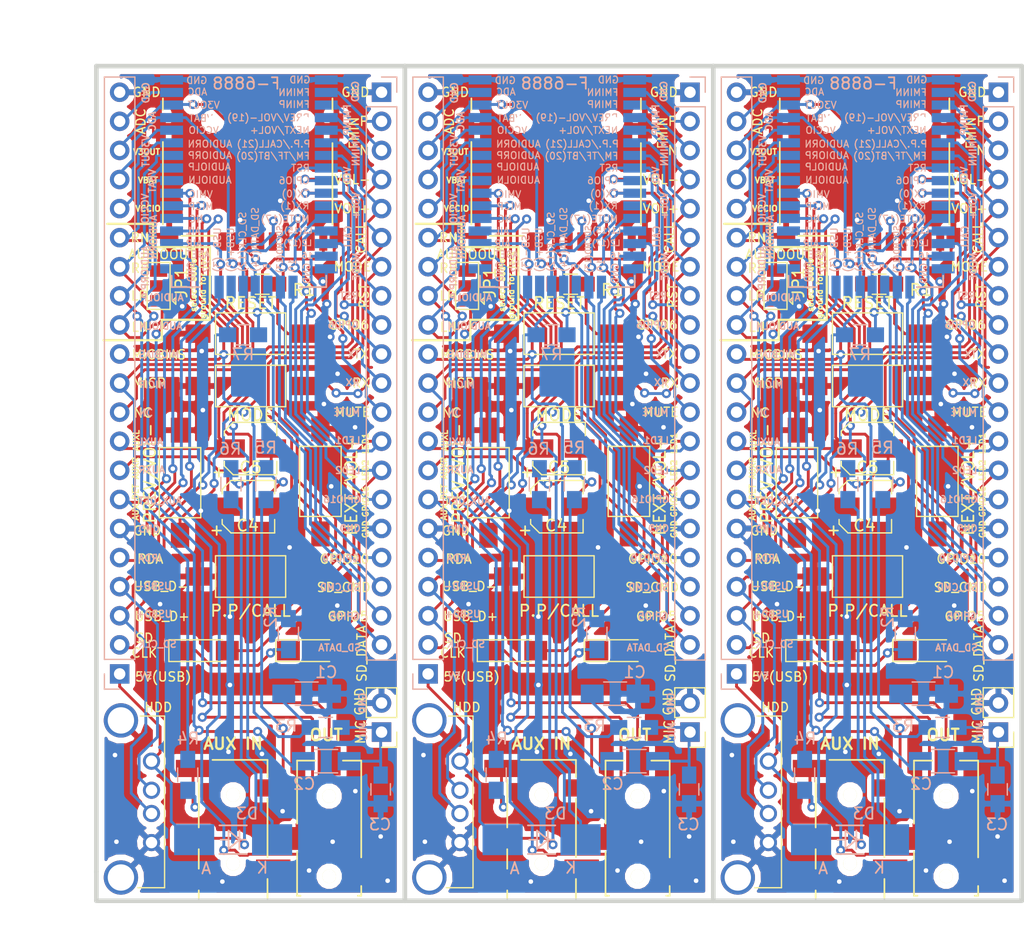
<source format=kicad_pcb>
(kicad_pcb (version 20171130) (host pcbnew 5.0.0-rc2-dev-unknown-b813eac~63~ubuntu16.04.1)
  (layers (0 F.Cu signal) (31 B.Cu signal) (34 B.Paste user) (35 F.Paste user) (36 B.SilkS user) (37 F.SilkS user) (38 B.Mask user) (39 F.Mask user) (44 Edge.Cuts user))
  (net 0 "")
  (net 1 GND)
  (net 2 /MICBIAS)
  (net 3 "Net-(C2-Pad1)")
  (net 4 /MICIP)
  (net 5 "Net-(C4-Pad2)")
  (net 6 /AUXR)
  (net 7 /AUXL)
  (net 8 "Net-(C5-Pad2)")
  (net 9 "Net-(D1-Pad1)")
  (net 10 /LED1)
  (net 11 /LED2)
  (net 12 /RSTN)
  (net 13 /MODE)
  (net 14 /P.P/CALL)
  (net 15 /NEXT/VOL+)
  (net 16 /PREV/VOL-)
  (net 17 /SD_DATA)
  (net 18 /GPIO5)
  (net 19 /SD_CMD)
  (net 20 /GPIO10)
  (net 21 /GPIO16)
  (net 22 /MUTE)
  (net 23 /RX)
  (net 24 /TX)
  (net 25 /GPIO6)
  (net 26 /FMINN)
  (net 27 /FMINP)
  (net 28 /SD_CLK)
  (net 29 /USBD+)
  (net 30 /USBD-)
  (net 31 /AUX_DET)
  (net 32 /NC)
  (net 33 /AUDIOLN)
  (net 34 /AUDIOLP)
  (net 35 /AUDIORP)
  (net 36 /AUDIORN)
  (net 37 /VCCIO)
  (net 38 /VBAT)
  (net 39 /V3OUT)
  (net 40 /ADC)
  (net 41 "Net-(PJ-327A1-Pad5)")
  (net 42 "Net-(PJ-327A1-Pad2)")
  (net 43 "Net-(PJ-327A1-Pad6)")
  (net 44 /IRDA)
  (net 45 "Net-(JP1-Pad2)")
  (net 46 "Net-(J6-Pad9)")
  (net 47 /5V)
  (module Capacitors_SMD:CP_Elec_4x5.3 (layer F.Cu) (at 170.434 95.377)
    (fp_text reference C5 (at 0 1.651) (layer F.SilkS))
    (fp_text value CP)
    (fp_text user + (at -2.77 2.01) (layer F.SilkS))
    (pad 2 smd rect (at 1.8 0 180) (size 2.6 1.6) (layers F.Cu F.Paste F.Mask))
    (pad 1 smd rect (at -1.8 0 180) (size 2.6 1.6) (layers F.Cu F.Paste F.Mask))
  )
  (module Capacitors_SMD:C_1206_HandSoldering (layer B.Cu) (at 175.3296 116.7892 180)
    (fp_text reference C1 (at -1.7084 1.8796 180) (layer B.SilkS) (effects (justify mirror)))
    (fp_text value 1uF)
    (pad 1 smd rect (at -2 0 180) (size 2 1.6) (layers B.Cu B.Paste B.Mask))
    (pad 2 smd rect (at 2 0 180) (size 2 1.6) (layers B.Cu B.Paste B.Mask))
  )
  (module Jumper:SolderJumper-3_P1.3mm_Open_Pad1.0x1.5mm (layer F.Cu) (at 162.4076 81.1784 90)
    (fp_text reference JP1 (at 0.2794 1.9939 90) (layer F.SilkS))
    (fp_text value Jumper_NC_Dual)
    (pad 1 smd rect (at -1.3 0 90) (size 1 1.5) (layers F.Cu F.Mask))
    (pad 2 smd rect (at 0 0 90) (size 1 1.5) (layers F.Cu F.Mask))
    (pad 3 smd rect (at 1.3 0 90) (size 1 1.5) (layers F.Cu F.Mask))
  )
  (module Buttons_Switches_SMD:SW_SPST_FSMSM (layer F.Cu) (at 170.434 89.916)
    (fp_text reference SW5 hide)
    (fp_text value MODE (at 0 2.54) (layer F.SilkS))
    (pad 1 smd rect (at -4.59 0) (size 2.18 1.6) (layers F.Cu F.Paste F.Mask))
    (pad 2 smd rect (at 4.59 0) (size 2.18 1.6) (layers F.Cu F.Paste F.Mask))
  )
  (module jacks:3.5mm_stereo_jack_PJ3026 (layer F.Cu) (at 177.292 132.334 180)
    (fp_text reference PJ-327A2 hide)
    (fp_text value CONN_6 hide)
    (pad "" np_thru_hole circle (at 0 6.6 180) (size 1.2 1.2) (drill 1.2) (layers *.Cu *.Mask F.SilkS))
    (pad 5 smd rect (at 0 9.65 180) (size 2 2.5) (layers F.Cu F.Paste F.Mask))
    (pad 2 smd rect (at 2.8 2.9 180) (size 2.2 2) (layers F.Cu F.Paste F.Mask))
    (pad 1 smd rect (at -2.8 0 180) (size 2.2 2) (layers F.Cu F.Paste F.Mask))
    (pad "" np_thru_hole circle (at 0 -0.4 180) (size 1.2 1.2) (drill 1.2) (layers *.Cu *.Mask F.SilkS))
  )
  (module jacks:PJ-327A (layer F.Cu) (at 168.91 134.62 180)
    (fp_text reference PJ-327A1 hide)
    (fp_text value CONN_6 hide)
    (pad "" np_thru_hole circle (at 0 3 180) (size 1.2 1.2) (drill 1.2) (layers *.Cu *.Mask F.SilkS))
    (pad "" np_thru_hole circle (at 0 9 180) (size 1.2 1.2) (drill 1.2) (layers *.Cu *.Mask F.SilkS))
    (pad 4 smd rect (at 3.5 1.6 180) (size 3 1.5) (layers F.Cu F.Paste F.Mask))
    (pad 5 smd rect (at 3.5 5.2 180) (size 3 1.5) (layers F.Cu F.Paste F.Mask))
    (pad 6 smd rect (at 3.5 11.3 180) (size 3 1.5) (layers F.Cu F.Paste F.Mask))
    (pad 2 smd rect (at -3.5 9.6 180) (size 3 1.5) (layers F.Cu F.Paste F.Mask))
    (pad 3 smd rect (at -3.5 2.6 180) (size 3 1.5) (layers F.Cu F.Paste F.Mask))
  )
  (module Pin_Headers:Pin_Header_Straight_1x20_Pitch2.54mm (layer B.Cu) (at 181.864 64.262 180)
    (fp_text reference J2 hide)
    (fp_text value CONN_01X20 hide)
    (pad 1 thru_hole rect (at 0 0 180) (size 1.7 1.7) (drill 1) (layers *.Cu *.Mask))
    (pad 2 thru_hole oval (at 0 -2.54 180) (size 1.7 1.7) (drill 1) (layers *.Cu *.Mask))
    (pad 3 thru_hole oval (at 0 -5.08 180) (size 1.7 1.7) (drill 1) (layers *.Cu *.Mask))
    (pad 4 thru_hole oval (at 0 -7.62 180) (size 1.7 1.7) (drill 1) (layers *.Cu *.Mask))
    (pad 5 thru_hole oval (at 0 -10.16 180) (size 1.7 1.7) (drill 1) (layers *.Cu *.Mask))
    (pad 6 thru_hole oval (at 0 -12.7 180) (size 1.7 1.7) (drill 1) (layers *.Cu *.Mask))
    (pad 7 thru_hole oval (at 0 -15.24 180) (size 1.7 1.7) (drill 1) (layers *.Cu *.Mask))
    (pad 8 thru_hole oval (at 0 -17.78 180) (size 1.7 1.7) (drill 1) (layers *.Cu *.Mask))
    (pad 9 thru_hole oval (at 0 -20.32 180) (size 1.7 1.7) (drill 1) (layers *.Cu *.Mask))
    (pad 10 thru_hole oval (at 0 -22.86 180) (size 1.7 1.7) (drill 1) (layers *.Cu *.Mask))
    (pad 11 thru_hole oval (at 0 -25.4 180) (size 1.7 1.7) (drill 1) (layers *.Cu *.Mask))
    (pad 12 thru_hole oval (at 0 -27.94 180) (size 1.7 1.7) (drill 1) (layers *.Cu *.Mask))
    (pad 13 thru_hole oval (at 0 -30.48 180) (size 1.7 1.7) (drill 1) (layers *.Cu *.Mask))
    (pad 14 thru_hole oval (at 0 -33.02 180) (size 1.7 1.7) (drill 1) (layers *.Cu *.Mask))
    (pad 15 thru_hole oval (at 0 -35.56 180) (size 1.7 1.7) (drill 1) (layers *.Cu *.Mask))
    (pad 16 thru_hole oval (at 0 -38.1 180) (size 1.7 1.7) (drill 1) (layers *.Cu *.Mask))
    (pad 17 thru_hole oval (at 0 -40.64 180) (size 1.7 1.7) (drill 1) (layers *.Cu *.Mask))
    (pad 18 thru_hole oval (at 0 -43.18 180) (size 1.7 1.7) (drill 1) (layers *.Cu *.Mask))
    (pad 19 thru_hole oval (at 0 -45.72 180) (size 1.7 1.7) (drill 1) (layers *.Cu *.Mask))
    (pad 20 thru_hole oval (at 0 -48.26 180) (size 1.7 1.7) (drill 1) (layers *.Cu *.Mask))
  )
  (module Resistors_SMD:R_0805_HandSoldering (layer B.Cu) (at 171.7675 98.4885 270)
    (fp_text reference R5 (at -3.1877 0.0127) (layer B.SilkS) (effects (justify mirror)))
    (fp_text value 1k)
    (pad 1 smd rect (at -1.35 0 270) (size 1.5 1.3) (layers B.Cu B.Paste B.Mask))
    (pad 2 smd rect (at 1.35 0 270) (size 1.5 1.3) (layers B.Cu B.Paste B.Mask))
  )
  (module Diodes_SMD.pretty:MELF_Handsoldering (layer B.Cu) (at 168.91 129.54 180)
    (fp_text reference D3 (at -1.2065 2.286 180) (layer B.SilkS) (effects (justify mirror)))
    (fp_text value D)
    (fp_text user A (at 2.35 -2.5 180) (layer B.SilkS) (effects (justify mirror)))
    (fp_text user K (at -2.55 -2.45 180) (layer B.SilkS) (effects (justify mirror)))
    (pad 2 smd rect (at 3.40106 0 180) (size 3.50012 2.70002) (layers B.Cu B.Paste B.Mask))
    (pad 1 smd rect (at -3.40106 0 180) (size 3.50012 2.70002) (layers B.Cu B.Paste B.Mask))
  )
  (module modules:Conn_uSDcard (layer F.Cu) (at 170.18 66.802 180)
    (fp_text reference J6)
    (fp_text value Micro_SD_Card_Det hide)
    (pad 3 smd rect (at 0 -10.5 180) (size 0.7 1.6) (layers F.Cu F.Paste F.Mask))
    (pad "" np_thru_hole circle (at -4.93 0 180) (size 1 1) (drill 1) (layers *.Cu))
    (pad "" np_thru_hole circle (at 3.05 0 180) (size 1 1) (drill 1) (layers *.Cu))
    (pad 2 smd rect (at 1.1 -10.5 180) (size 0.7 1.6) (layers F.Cu F.Paste F.Mask))
    (pad 1 smd rect (at 2.2 -10.5 180) (size 0.7 1.6) (layers F.Cu F.Paste F.Mask))
    (pad 4 smd rect (at -1.1 -10.5 180) (size 0.7 1.6) (layers F.Cu F.Paste F.Mask))
    (pad 5 smd rect (at -2.2 -10.5 180) (size 0.7 1.6) (layers F.Cu F.Paste F.Mask))
    (pad 6 smd rect (at -3.3 -10.5 180) (size 0.7 1.6) (layers F.Cu F.Paste F.Mask))
    (pad 8 smd rect (at -5.5 -10.5 180) (size 0.7 1.6) (layers F.Cu F.Paste F.Mask))
    (pad 7 smd rect (at -4.4 -10.5 180) (size 0.7 1.6) (layers F.Cu F.Paste F.Mask))
    (pad 9 smd rect (at -6.6 -10.5 180) (size 0.7 1.6) (layers F.Cu F.Paste F.Mask))
    (pad 6 smd rect (at -7.75 -10 180) (size 1.2 1.4) (layers F.Cu F.Paste F.Mask))
    (pad 6 smd rect (at 6.85 -10 180) (size 1.6 1.4) (layers F.Cu F.Paste F.Mask))
    (pad 6 smd rect (at -7.75 -0.4 180) (size 1.2 2.2) (layers F.Cu F.Paste F.Mask))
    (pad 6 smd rect (at 7.75 -0.4 180) (size 1.2 2.2) (layers F.Cu F.Paste F.Mask))
  )
  (module bluetooth:F-6888 (layer B.Cu) (at 177.038 81.28 180)
    (fp_text reference U1 hide)
    (fp_text value F-6888 (at 6.985 17.78 180) (layer B.SilkS) (effects (justify mirror)))
    (fp_text user GND (at 2.3 18.1 180) (layer B.SilkS) (effects (font (size 0.6 0.6) (thickness 0.1)) (justify mirror)))
    (fp_text user FMINN (at 2.8 17 180) (layer B.SilkS) (effects (font (size 0.6 0.6) (thickness 0.1)) (justify mirror)))
    (fp_text user FMINP (at 2.8 15.95 180) (layer B.SilkS) (effects (font (size 0.6 0.6) (thickness 0.1)) (justify mirror)))
    (fp_text user "PREV/VOL-(19)" (at 5.05 14.8 180) (layer B.SilkS) (effects (font (size 0.6 0.6) (thickness 0.1)) (justify mirror)))
    (fp_text user GND (at 11.3 18.05 180) (layer B.SilkS) (effects (font (size 0.6 0.6) (thickness 0.1)) (justify mirror)))
    (fp_text user ADC (at 11.25 17.05 180) (layer B.SilkS) (effects (font (size 0.6 0.6) (thickness 0.1)) (justify mirror)))
    (fp_text user V3OUT (at 10.7 15.9 180) (layer B.SilkS) (effects (font (size 0.6 0.6) (thickness 0.1)) (justify mirror)))
    (fp_text user VBAT (at 10.95 14.75 180) (layer B.SilkS) (effects (font (size 0.6 0.6) (thickness 0.1)) (justify mirror)))
    (fp_text user NEXT/VOL+ (at 4.05 13.7 180) (layer B.SilkS) (effects (font (size 0.6 0.6) (thickness 0.1)) (justify mirror)))
    (fp_text user "P.P./CALL(21)" (at 4.6 12.5 180) (layer B.SilkS) (effects (font (size 0.6 0.6) (thickness 0.1)) (justify mirror)))
    (fp_text user VCCIO (at 10.7 13.7 180) (layer B.SilkS) (effects (font (size 0.6 0.6) (thickness 0.1)) (justify mirror)))
    (fp_text user AUDIORN (at 10.15 12.5 180) (layer B.SilkS) (effects (font (size 0.6 0.6) (thickness 0.1)) (justify mirror)))
    (fp_text user AUDIORP (at 10.15 11.5 180) (layer B.SilkS) (effects (font (size 0.6 0.6) (thickness 0.1)) (justify mirror)))
    (fp_text user AUDIOLP (at 10.2 10.5 180) (layer B.SilkS) (effects (font (size 0.6 0.6) (thickness 0.1)) (justify mirror)))
    (fp_text user AUDIOLN (at 10.15 9.35 180) (layer B.SilkS) (effects (font (size 0.6 0.6) (thickness 0.1)) (justify mirror)))
    (fp_text user "FM/TF/BT(20)" (at 4.65 11.45 180) (layer B.SilkS) (effects (font (size 0.6 0.6) (thickness 0.1)) (justify mirror)))
    (fp_text user RST (at 2.25 10.4 180) (layer B.SilkS) (effects (font (size 0.6 0.6) (thickness 0.1)) (justify mirror)))
    (fp_text user GPIO6 (at 2.8 9.3 180) (layer B.SilkS) (effects (font (size 0.6 0.6) (thickness 0.1)) (justify mirror)))
    (fp_text user "TX(0)" (at 2.7 8.15 180) (layer B.SilkS) (effects (font (size 0.6 0.6) (thickness 0.1)) (justify mirror)))
    (fp_text user "RX(1)" (at 2.75 7.1 180) (layer B.SilkS) (effects (font (size 0.6 0.6) (thickness 0.1)) (justify mirror)))
    (fp_text user "MUTE(17)" (at 3.6 5.95 180) (layer B.SilkS) (effects (font (size 0.6 0.6) (thickness 0.1)) (justify mirror)))
    (fp_text user "L1(15)" (at 2.45 4.95 180) (layer B.SilkS) (effects (font (size 0.5 0.5) (thickness 0.1)) (justify mirror)))
    (fp_text user "L2(17)" (at 2.5 3.85 180) (layer B.SilkS) (effects (font (size 0.5 0.5) (thickness 0.1)) (justify mirror)))
    (fp_text user 16 (at 1.65 2.75 180) (layer B.SilkS) (effects (font (size 0.5 0.5) (thickness 0.1)) (justify mirror)))
    (fp_text user GND (at 1.7 1.2 90) (layer B.SilkS) (effects (font (size 0.6 0.6) (thickness 0.1)) (justify mirror)))
    (fp_text user VMIC (at 10.95 8.1 180) (layer B.SilkS) (effects (font (size 0.6 0.6) (thickness 0.1)) (justify mirror)))
    (fp_text user MICP (at 10.95 7.05 180) (layer B.SilkS) (effects (font (size 0.6 0.6) (thickness 0.1)) (justify mirror)))
    (fp_text user NC (at 11.35 5.95 180) (layer B.SilkS) (effects (font (size 0.6 0.6) (thickness 0.1)) (justify mirror)))
    (fp_text user AIL (at 11.6 4.9 180) (layer B.SilkS) (effects (font (size 0.6 0.6) (thickness 0.1)) (justify mirror)))
    (fp_text user AIR (at 11.55 3.8 180) (layer B.SilkS) (effects (font (size 0.6 0.6) (thickness 0.1)) (justify mirror)))
    (fp_text user 10 (at 2.95 1.9 90) (layer B.SilkS) (effects (font (size 0.6 0.6) (thickness 0.1)) (justify mirror)))
    (fp_text user "SDCMD(13)" (at 4.05 3.3 90) (layer B.SilkS) (effects (font (size 0.5 0.5) (thickness 0.1)) (justify mirror)))
    (fp_text user 5 (at 5.15 1.8 90) (layer B.SilkS) (effects (font (size 0.6 0.6) (thickness 0.1)) (justify mirror)))
    (fp_text user "SD_DATA(14)" (at 6.2 4.15 90) (layer B.SilkS) (effects (font (size 0.6 0.6) (thickness 0.1)) (justify mirror)))
    (fp_text user "SD_CLK(12)" (at 7.3 3.95 90) (layer B.SilkS) (effects (font (size 0.6 0.6) (thickness 0.1)) (justify mirror)))
    (fp_text user "USB+(2)" (at 8.35 3.25 90) (layer B.SilkS) (effects (font (size 0.6 0.6) (thickness 0.1)) (justify mirror)))
    (fp_text user "USB-(3)" (at 9.5 3.25 90) (layer B.SilkS) (effects (font (size 0.6 0.6) (thickness 0.1)) (justify mirror)))
    (fp_text user 22 (at 10.45 1.85 90) (layer B.SilkS) (effects (font (size 0.6 0.6) (thickness 0.1)) (justify mirror)))
    (fp_text user ADET (at 11.2 2.85 180) (layer B.SilkS) (effects (font (size 0.6 0.6) (thickness 0.1)) (justify mirror)))
    (fp_text user GND (at 11.8 1.35 90) (layer B.SilkS) (effects (font (size 0.6 0.6) (thickness 0.1)) (justify mirror)))
    (pad 15 smd rect (at 0 2.7 180) (size 2 0.8) (layers B.Cu B.Paste B.Mask))
    (pad 14 smd rect (at 0 3.8 180) (size 2 0.8) (layers B.Cu B.Paste B.Mask))
    (pad 13 smd rect (at 0 4.9 180) (size 2 0.8) (layers B.Cu B.Paste B.Mask))
    (pad 12 smd rect (at 0 6 180) (size 2 0.8) (layers B.Cu B.Paste B.Mask))
    (pad 11 smd rect (at 0 7.1 180) (size 2 0.8) (layers B.Cu B.Paste B.Mask))
    (pad 10 smd rect (at 0 8.2 180) (size 2 0.8) (layers B.Cu B.Paste B.Mask))
    (pad 9 smd rect (at 0 9.3 180) (size 2 0.8) (layers B.Cu B.Paste B.Mask))
    (pad 5 smd rect (at 0 13.7 180) (size 2 0.8) (layers B.Cu B.Paste B.Mask))
    (pad 3 smd rect (at 0 15.9 180) (size 2 0.8) (layers B.Cu B.Paste B.Mask))
    (pad 6 smd rect (at 0 12.6 180) (size 2 0.8) (layers B.Cu B.Paste B.Mask))
    (pad 8 smd rect (at 0 10.4 180) (size 2 0.8) (layers B.Cu B.Paste B.Mask))
    (pad 7 smd rect (at 0 11.5 180) (size 2 0.8) (layers B.Cu B.Paste B.Mask))
    (pad 2 smd rect (at 0 17 180) (size 2 0.8) (layers B.Cu B.Paste B.Mask))
    (pad 16 smd rect (at 0 1.6 180) (size 2 0.8) (layers B.Cu B.Paste B.Mask))
    (pad 1 smd rect (at 0 18.1 180) (size 2 0.8) (layers B.Cu B.Paste B.Mask))
    (pad 4 smd rect (at 0 14.8 180) (size 2 0.8) (layers B.Cu B.Paste B.Mask))
    (pad 36 smd rect (at 13.5 13.7 180) (size 2 0.8) (layers B.Cu B.Paste B.Mask))
    (pad 26 smd rect (at 13.5 2.7 180) (size 2 0.8) (layers B.Cu B.Paste B.Mask))
    (pad 32 smd rect (at 13.5 9.3 180) (size 2 0.8) (layers B.Cu B.Paste B.Mask))
    (pad 31 smd rect (at 13.5 8.2 180) (size 2 0.8) (layers B.Cu B.Paste B.Mask))
    (pad 38 smd rect (at 13.5 15.9 180) (size 2 0.8) (layers B.Cu B.Paste B.Mask))
    (pad 34 smd rect (at 13.5 11.5 180) (size 2 0.8) (layers B.Cu B.Paste B.Mask))
    (pad 25 smd rect (at 13.5 1.6 180) (size 2 0.8) (layers B.Cu B.Paste B.Mask))
    (pad 39 smd rect (at 13.5 17 180) (size 2 0.8) (layers B.Cu B.Paste B.Mask))
    (pad 33 smd rect (at 13.5 10.4 180) (size 2 0.8) (layers B.Cu B.Paste B.Mask))
    (pad 29 smd rect (at 13.5 6 180) (size 2 0.8) (layers B.Cu B.Paste B.Mask))
    (pad 27 smd rect (at 13.5 3.8 180) (size 2 0.8) (layers B.Cu B.Paste B.Mask))
    (pad 28 smd rect (at 13.5 4.9 180) (size 2 0.8) (layers B.Cu B.Paste B.Mask))
    (pad 35 smd rect (at 13.5 12.6 180) (size 2 0.8) (layers B.Cu B.Paste B.Mask))
    (pad 37 smd rect (at 13.5 14.8 180) (size 2 0.8) (layers B.Cu B.Paste B.Mask))
    (pad 40 smd rect (at 13.5 18.1 180) (size 2 0.8) (layers B.Cu B.Paste B.Mask))
    (pad 30 smd rect (at 13.5 7.1 180) (size 2 0.8) (layers B.Cu B.Paste B.Mask))
    (pad 17 smd rect (at 2.9 0 180) (size 0.8 2) (layers B.Cu B.Paste B.Mask))
    (pad 18 smd rect (at 4 0 180) (size 0.8 2) (layers B.Cu B.Paste B.Mask))
    (pad 19 smd rect (at 5.1 0 180) (size 0.8 2) (layers B.Cu B.Paste B.Mask))
    (pad 20 smd rect (at 6.2 0 180) (size 0.8 2) (layers B.Cu B.Paste B.Mask))
    (pad 24 smd rect (at 10.399996 0 180) (size 0.8 2) (layers B.Cu B.Paste B.Mask))
    (pad 23 smd rect (at 9.35 0 180) (size 0.8 2) (layers B.Cu B.Paste B.Mask))
    (pad 21 smd rect (at 7.25 0 180) (size 0.8 2) (layers B.Cu B.Paste B.Mask))
    (pad 22 smd rect (at 8.3 0 180) (size 0.8 2) (layers B.Cu B.Paste B.Mask))
  )
  (module LEDs:LED_1206_HandSoldering (layer F.Cu) (at 175.736 113.03)
    (fp_text reference D2 hide)
    (fp_text value LED)
    (pad 1 smd rect (at -2 0) (size 2 1.7) (layers F.Cu F.Paste F.Mask))
    (pad 2 smd rect (at 2 0) (size 2 1.7) (layers F.Cu F.Paste F.Mask))
  )
  (module Pin_Headers:Pin_Header_Straight_1x21_Pitch2.54mm (layer B.Cu) (at 159.004 115.062)
    (fp_text reference J4 hide)
    (fp_text value CONN_01X20)
    (pad 1 thru_hole rect (at 0 0) (size 1.7 1.7) (drill 1) (layers *.Cu *.Mask))
    (pad 2 thru_hole oval (at 0 -2.54) (size 1.7 1.7) (drill 1) (layers *.Cu *.Mask))
    (pad 3 thru_hole oval (at 0 -5.08) (size 1.7 1.7) (drill 1) (layers *.Cu *.Mask))
    (pad 4 thru_hole oval (at 0 -7.62) (size 1.7 1.7) (drill 1) (layers *.Cu *.Mask))
    (pad 5 thru_hole oval (at 0 -10.16) (size 1.7 1.7) (drill 1) (layers *.Cu *.Mask))
    (pad 6 thru_hole oval (at 0 -12.7) (size 1.7 1.7) (drill 1) (layers *.Cu *.Mask))
    (pad 7 thru_hole oval (at 0 -15.24) (size 1.7 1.7) (drill 1) (layers *.Cu *.Mask))
    (pad 8 thru_hole oval (at 0 -17.78) (size 1.7 1.7) (drill 1) (layers *.Cu *.Mask))
    (pad 9 thru_hole oval (at 0 -20.32) (size 1.7 1.7) (drill 1) (layers *.Cu *.Mask))
    (pad 10 thru_hole oval (at 0 -22.86) (size 1.7 1.7) (drill 1) (layers *.Cu *.Mask))
    (pad 11 thru_hole oval (at 0 -25.4) (size 1.7 1.7) (drill 1) (layers *.Cu *.Mask))
    (pad 12 thru_hole oval (at 0 -27.94) (size 1.7 1.7) (drill 1) (layers *.Cu *.Mask))
    (pad 13 thru_hole oval (at 0 -30.48) (size 1.7 1.7) (drill 1) (layers *.Cu *.Mask))
    (pad 14 thru_hole oval (at 0 -33.02) (size 1.7 1.7) (drill 1) (layers *.Cu *.Mask))
    (pad 15 thru_hole oval (at 0 -35.56) (size 1.7 1.7) (drill 1) (layers *.Cu *.Mask))
    (pad 16 thru_hole oval (at 0 -38.1) (size 1.7 1.7) (drill 1) (layers *.Cu *.Mask))
    (pad 17 thru_hole oval (at 0 -40.64) (size 1.7 1.7) (drill 1) (layers *.Cu *.Mask))
    (pad 18 thru_hole oval (at 0 -43.18) (size 1.7 1.7) (drill 1) (layers *.Cu *.Mask))
    (pad 19 thru_hole oval (at 0 -45.72) (size 1.7 1.7) (drill 1) (layers *.Cu *.Mask))
    (pad 20 thru_hole oval (at 0 -48.26) (size 1.7 1.7) (drill 1) (layers *.Cu *.Mask))
    (pad 21 thru_hole oval (at 0 -50.8) (size 1.7 1.7) (drill 1) (layers *.Cu *.Mask))
  )
  (module Buttons_Switches_SMD:SW_SPST_FSMSM (layer F.Cu) (at 170.434 85.344)
    (fp_text reference SW1 hide)
    (fp_text value RESET (at 0 -2.667) (layer F.SilkS))
    (pad 2 smd rect (at 4.59 0) (size 2.18 1.6) (layers F.Cu F.Paste F.Mask))
    (pad 1 smd rect (at -4.59 0) (size 2.18 1.6) (layers F.Cu F.Paste F.Mask))
  )
  (module Capacitors_SMD:C_0805_HandSoldering (layer B.Cu) (at 181.7878 125.1458 90)
    (fp_text reference C3 (at -3.0607 -0.0508 180) (layer B.SilkS) (effects (justify mirror)))
    (fp_text value 100p)
    (pad 1 smd rect (at -1.25 0 90) (size 1.5 1.25) (layers B.Cu B.Paste B.Mask))
    (pad 2 smd rect (at 1.25 0 90) (size 1.5 1.25) (layers B.Cu B.Paste B.Mask))
  )
  (module Resistors_SMD:R_0805_HandSoldering (layer B.Cu) (at 164.9476 123.8758 270)
    (fp_text reference R4 (at -3.175 -0.0381) (layer B.SilkS) (effects (justify mirror)))
    (fp_text value 1k)
    (pad 1 smd rect (at -1.35 0 270) (size 1.5 1.3) (layers B.Cu B.Paste B.Mask))
    (pad 2 smd rect (at 1.35 0 270) (size 1.5 1.3) (layers B.Cu B.Paste B.Mask))
  )
  (module Resistors_SMD:R_0805_HandSoldering (layer B.Cu) (at 173.736 111.5822 90)
    (fp_text reference R2 (at 1.5024 -1.5494 90) (layer B.SilkS) (effects (justify mirror)))
    (fp_text value 1k)
    (pad 2 smd rect (at 1.35 0 90) (size 1.5 1.3) (layers B.Cu B.Paste B.Mask))
    (pad 1 smd rect (at -1.35 0 90) (size 1.5 1.3) (layers B.Cu B.Paste B.Mask))
  )
  (module Capacitors_SMD:CP_Elec_4x5.3 (layer F.Cu) (at 170.2435 100.457)
    (fp_text reference C4 (at -0.0635 1.651) (layer F.SilkS))
    (fp_text value CP)
    (fp_text user + (at -2.77 2.01) (layer F.SilkS))
    (pad 1 smd rect (at -1.8 0 180) (size 2.6 1.6) (layers F.Cu F.Paste F.Mask))
    (pad 2 smd rect (at 1.8 0 180) (size 2.6 1.6) (layers F.Cu F.Paste F.Mask))
  )
  (module Resistors_SMD:R_0805_HandSoldering (layer B.Cu) (at 176.9872 119.7356 180)
    (fp_text reference R3 (at 3.4544 0.1524 180) (layer B.SilkS) (effects (justify mirror)))
    (fp_text value 1k2)
    (pad 1 smd rect (at -1.35 0 180) (size 1.5 1.3) (layers B.Cu B.Paste B.Mask))
    (pad 2 smd rect (at 1.35 0 180) (size 1.5 1.3) (layers B.Cu B.Paste B.Mask))
  )
  (module Capacitors_SMD:C_1206_HandSoldering (layer B.Cu) (at 177.038 122.682 180)
    (fp_text reference C2 (at 1.9304 -1.9812 180) (layer B.SilkS) (effects (justify mirror)))
    (fp_text value 1uF)
    (pad 2 smd rect (at 2 0 180) (size 2 1.6) (layers B.Cu B.Paste B.Mask))
    (pad 1 smd rect (at -2 0 180) (size 2 1.6) (layers B.Cu B.Paste B.Mask))
  )
  (module Buttons_Switches_SMD:SW_SPST_FSMSM (layer F.Cu) (at 170.434 106.553)
    (fp_text reference SW4 hide)
    (fp_text value P.P/CALL (at 0 3) (layer F.SilkS))
    (pad 1 smd rect (at -4.59 0) (size 2.18 1.6) (layers F.Cu F.Paste F.Mask))
    (pad 2 smd rect (at 4.59 0) (size 2.18 1.6) (layers F.Cu F.Paste F.Mask))
  )
  (module Resistors_SMD:R_0805_HandSoldering (layer B.Cu) (at 168.7195 98.4885 270)
    (fp_text reference R6 (at -3.0861 0.0635) (layer B.SilkS) (effects (justify mirror)))
    (fp_text value 1k)
    (pad 1 smd rect (at -1.35 0 270) (size 1.5 1.3) (layers B.Cu B.Paste B.Mask))
    (pad 2 smd rect (at 1.35 0 270) (size 1.5 1.3) (layers B.Cu B.Paste B.Mask))
  )
  (module Resistors_SMD:R_0805_HandSoldering (layer F.Cu) (at 171.45 81.026 180)
    (fp_text reference R1 (at -3.636 -0.508 180) (layer F.SilkS))
    (fp_text value 10k)
    (pad 2 smd rect (at 1.35 0 180) (size 1.5 1.3) (layers F.Cu F.Paste F.Mask))
    (pad 1 smd rect (at -1.35 0 180) (size 1.5 1.3) (layers F.Cu F.Paste F.Mask))
  )
  (module Buttons_Switches_SMD:SW_SPST_FSMSM (layer F.Cu) (at 164.2745 98.3615 270)
    (fp_text reference SW2 hide)
    (fp_text value PREV/VOL- (at -0.8255 2.6289 270) (layer F.SilkS))
    (pad 2 smd rect (at 4.59 0 270) (size 2.18 1.6) (layers F.Cu F.Paste F.Mask))
    (pad 1 smd rect (at -4.59 0 270) (size 2.18 1.6) (layers F.Cu F.Paste F.Mask))
  )
  (module Buttons_Switches_SMD:SW_SPST_FSMSM (layer F.Cu) (at 176.53 98.2472 270)
    (fp_text reference SW3 hide)
    (fp_text value NEXT/VOL+ (at 0.4064 -2.6924 270) (layer F.SilkS))
    (pad 2 smd rect (at 4.59 0 270) (size 2.18 1.6) (layers F.Cu F.Paste F.Mask))
    (pad 1 smd rect (at -4.59 0 270) (size 2.18 1.6) (layers F.Cu F.Paste F.Mask))
  )
  (module Resistors_SMD:R_0805_HandSoldering (layer B.Cu) (at 169.7774 85.4456)
    (fp_text reference R7 (at 0 1.7) (layer B.SilkS) (effects (justify mirror)))
    (fp_text value 3k3)
    (pad 1 smd rect (at -1.35 0) (size 1.5 1.3) (layers B.Cu B.Paste B.Mask))
    (pad 2 smd rect (at 1.35 0) (size 1.5 1.3) (layers B.Cu B.Paste B.Mask))
  )
  (module LEDs:LED_1206_HandSoldering (layer F.Cu) (at 166.402 113.03)
    (fp_text reference D1 hide)
    (fp_text value LED)
    (pad 2 smd rect (at 2 0) (size 2 1.7) (layers F.Cu F.Paste F.Mask))
    (pad 1 smd rect (at -2 0) (size 2 1.7) (layers F.Cu F.Paste F.Mask))
  )
  (module Pin_Headers:Pin_Header_Straight_1x02_Pitch2.54mm (layer F.Cu) (at 181.864 120.142 180)
    (fp_text reference J3 hide)
    (fp_text value MIC)
    (pad 1 thru_hole rect (at 0 0 180) (size 1.7 1.7) (drill 1) (layers *.Cu *.Mask))
    (pad 2 thru_hole oval (at 0 2.54 180) (size 1.7 1.7) (drill 1) (layers *.Cu *.Mask))
  )
  (module modules:USB_A (layer F.Cu) (at 161.7853 122.682 270)
    (fp_text reference J1 hide)
    (fp_text value USB_A)
    (pad 5 thru_hole circle (at -3.56 2.67 180) (size 3 3) (drill 2.3) (layers *.Cu *.Mask))
    (pad 5 thru_hole circle (at 10.16 2.67 180) (size 3 3) (drill 2.3) (layers *.Cu *.Mask))
    (pad 1 thru_hole circle (at 0 0 180) (size 1.5 1.5) (drill 1) (layers *.Cu *.Mask))
    (pad 2 thru_hole circle (at 2.54 0 180) (size 1.5 1.5) (drill 1) (layers *.Cu *.Mask))
    (pad 3 thru_hole circle (at 4.57 0 180) (size 1.5 1.5) (drill 1) (layers *.Cu *.Mask))
    (pad 4 thru_hole circle (at 7.11 0 180) (size 1.5 1.5) (drill 1) (layers *.Cu *.Mask))
  )
  (module Capacitors_SMD:CP_Elec_4x5.3 (layer F.Cu) (at 143.51 95.377)
    (fp_text reference C5 (at 0 1.651) (layer F.SilkS))
    (fp_text value CP)
    (fp_text user + (at -2.77 2.01) (layer F.SilkS))
    (pad 2 smd rect (at 1.8 0 180) (size 2.6 1.6) (layers F.Cu F.Paste F.Mask))
    (pad 1 smd rect (at -1.8 0 180) (size 2.6 1.6) (layers F.Cu F.Paste F.Mask))
  )
  (module Capacitors_SMD:C_1206_HandSoldering (layer B.Cu) (at 148.4056 116.7892 180)
    (fp_text reference C1 (at -1.7084 1.8796 180) (layer B.SilkS) (effects (justify mirror)))
    (fp_text value 1uF)
    (pad 1 smd rect (at -2 0 180) (size 2 1.6) (layers B.Cu B.Paste B.Mask))
    (pad 2 smd rect (at 2 0 180) (size 2 1.6) (layers B.Cu B.Paste B.Mask))
  )
  (module Jumper:SolderJumper-3_P1.3mm_Open_Pad1.0x1.5mm (layer F.Cu) (at 135.4836 81.1784 90)
    (fp_text reference JP1 (at 0.2794 1.9939 90) (layer F.SilkS))
    (fp_text value Jumper_NC_Dual)
    (pad 1 smd rect (at -1.3 0 90) (size 1 1.5) (layers F.Cu F.Mask))
    (pad 2 smd rect (at 0 0 90) (size 1 1.5) (layers F.Cu F.Mask))
    (pad 3 smd rect (at 1.3 0 90) (size 1 1.5) (layers F.Cu F.Mask))
  )
  (module Buttons_Switches_SMD:SW_SPST_FSMSM (layer F.Cu) (at 143.51 89.916)
    (fp_text reference SW5 hide)
    (fp_text value MODE (at 0 2.54) (layer F.SilkS))
    (pad 1 smd rect (at -4.59 0) (size 2.18 1.6) (layers F.Cu F.Paste F.Mask))
    (pad 2 smd rect (at 4.59 0) (size 2.18 1.6) (layers F.Cu F.Paste F.Mask))
  )
  (module jacks:3.5mm_stereo_jack_PJ3026 (layer F.Cu) (at 150.368 132.334 180)
    (fp_text reference PJ-327A2 hide)
    (fp_text value CONN_6 hide)
    (pad "" np_thru_hole circle (at 0 6.6 180) (size 1.2 1.2) (drill 1.2) (layers *.Cu *.Mask F.SilkS))
    (pad 5 smd rect (at 0 9.65 180) (size 2 2.5) (layers F.Cu F.Paste F.Mask))
    (pad 2 smd rect (at 2.8 2.9 180) (size 2.2 2) (layers F.Cu F.Paste F.Mask))
    (pad 1 smd rect (at -2.8 0 180) (size 2.2 2) (layers F.Cu F.Paste F.Mask))
    (pad "" np_thru_hole circle (at 0 -0.4 180) (size 1.2 1.2) (drill 1.2) (layers *.Cu *.Mask F.SilkS))
  )
  (module jacks:PJ-327A (layer F.Cu) (at 141.986 134.62 180)
    (fp_text reference PJ-327A1 hide)
    (fp_text value CONN_6 hide)
    (pad "" np_thru_hole circle (at 0 3 180) (size 1.2 1.2) (drill 1.2) (layers *.Cu *.Mask F.SilkS))
    (pad "" np_thru_hole circle (at 0 9 180) (size 1.2 1.2) (drill 1.2) (layers *.Cu *.Mask F.SilkS))
    (pad 4 smd rect (at 3.5 1.6 180) (size 3 1.5) (layers F.Cu F.Paste F.Mask))
    (pad 5 smd rect (at 3.5 5.2 180) (size 3 1.5) (layers F.Cu F.Paste F.Mask))
    (pad 6 smd rect (at 3.5 11.3 180) (size 3 1.5) (layers F.Cu F.Paste F.Mask))
    (pad 2 smd rect (at -3.5 9.6 180) (size 3 1.5) (layers F.Cu F.Paste F.Mask))
    (pad 3 smd rect (at -3.5 2.6 180) (size 3 1.5) (layers F.Cu F.Paste F.Mask))
  )
  (module Pin_Headers:Pin_Header_Straight_1x20_Pitch2.54mm (layer B.Cu) (at 154.94 64.262 180)
    (fp_text reference J2 hide)
    (fp_text value CONN_01X20 hide)
    (pad 1 thru_hole rect (at 0 0 180) (size 1.7 1.7) (drill 1) (layers *.Cu *.Mask))
    (pad 2 thru_hole oval (at 0 -2.54 180) (size 1.7 1.7) (drill 1) (layers *.Cu *.Mask))
    (pad 3 thru_hole oval (at 0 -5.08 180) (size 1.7 1.7) (drill 1) (layers *.Cu *.Mask))
    (pad 4 thru_hole oval (at 0 -7.62 180) (size 1.7 1.7) (drill 1) (layers *.Cu *.Mask))
    (pad 5 thru_hole oval (at 0 -10.16 180) (size 1.7 1.7) (drill 1) (layers *.Cu *.Mask))
    (pad 6 thru_hole oval (at 0 -12.7 180) (size 1.7 1.7) (drill 1) (layers *.Cu *.Mask))
    (pad 7 thru_hole oval (at 0 -15.24 180) (size 1.7 1.7) (drill 1) (layers *.Cu *.Mask))
    (pad 8 thru_hole oval (at 0 -17.78 180) (size 1.7 1.7) (drill 1) (layers *.Cu *.Mask))
    (pad 9 thru_hole oval (at 0 -20.32 180) (size 1.7 1.7) (drill 1) (layers *.Cu *.Mask))
    (pad 10 thru_hole oval (at 0 -22.86 180) (size 1.7 1.7) (drill 1) (layers *.Cu *.Mask))
    (pad 11 thru_hole oval (at 0 -25.4 180) (size 1.7 1.7) (drill 1) (layers *.Cu *.Mask))
    (pad 12 thru_hole oval (at 0 -27.94 180) (size 1.7 1.7) (drill 1) (layers *.Cu *.Mask))
    (pad 13 thru_hole oval (at 0 -30.48 180) (size 1.7 1.7) (drill 1) (layers *.Cu *.Mask))
    (pad 14 thru_hole oval (at 0 -33.02 180) (size 1.7 1.7) (drill 1) (layers *.Cu *.Mask))
    (pad 15 thru_hole oval (at 0 -35.56 180) (size 1.7 1.7) (drill 1) (layers *.Cu *.Mask))
    (pad 16 thru_hole oval (at 0 -38.1 180) (size 1.7 1.7) (drill 1) (layers *.Cu *.Mask))
    (pad 17 thru_hole oval (at 0 -40.64 180) (size 1.7 1.7) (drill 1) (layers *.Cu *.Mask))
    (pad 18 thru_hole oval (at 0 -43.18 180) (size 1.7 1.7) (drill 1) (layers *.Cu *.Mask))
    (pad 19 thru_hole oval (at 0 -45.72 180) (size 1.7 1.7) (drill 1) (layers *.Cu *.Mask))
    (pad 20 thru_hole oval (at 0 -48.26 180) (size 1.7 1.7) (drill 1) (layers *.Cu *.Mask))
  )
  (module Resistors_SMD:R_0805_HandSoldering (layer B.Cu) (at 144.8435 98.4885 270)
    (fp_text reference R5 (at -3.1877 0.0127) (layer B.SilkS) (effects (justify mirror)))
    (fp_text value 1k)
    (pad 1 smd rect (at -1.35 0 270) (size 1.5 1.3) (layers B.Cu B.Paste B.Mask))
    (pad 2 smd rect (at 1.35 0 270) (size 1.5 1.3) (layers B.Cu B.Paste B.Mask))
  )
  (module Diodes_SMD.pretty:MELF_Handsoldering (layer B.Cu) (at 141.986 129.54 180)
    (fp_text reference D3 (at -1.2065 2.286 180) (layer B.SilkS) (effects (justify mirror)))
    (fp_text value D)
    (fp_text user A (at 2.35 -2.5 180) (layer B.SilkS) (effects (justify mirror)))
    (fp_text user K (at -2.55 -2.45 180) (layer B.SilkS) (effects (justify mirror)))
    (pad 2 smd rect (at 3.40106 0 180) (size 3.50012 2.70002) (layers B.Cu B.Paste B.Mask))
    (pad 1 smd rect (at -3.40106 0 180) (size 3.50012 2.70002) (layers B.Cu B.Paste B.Mask))
  )
  (module modules:Conn_uSDcard (layer F.Cu) (at 143.256 66.802 180)
    (fp_text reference J6)
    (fp_text value Micro_SD_Card_Det hide)
    (pad 3 smd rect (at 0 -10.5 180) (size 0.7 1.6) (layers F.Cu F.Paste F.Mask))
    (pad "" np_thru_hole circle (at -4.93 0 180) (size 1 1) (drill 1) (layers *.Cu))
    (pad "" np_thru_hole circle (at 3.05 0 180) (size 1 1) (drill 1) (layers *.Cu))
    (pad 2 smd rect (at 1.1 -10.5 180) (size 0.7 1.6) (layers F.Cu F.Paste F.Mask))
    (pad 1 smd rect (at 2.2 -10.5 180) (size 0.7 1.6) (layers F.Cu F.Paste F.Mask))
    (pad 4 smd rect (at -1.1 -10.5 180) (size 0.7 1.6) (layers F.Cu F.Paste F.Mask))
    (pad 5 smd rect (at -2.2 -10.5 180) (size 0.7 1.6) (layers F.Cu F.Paste F.Mask))
    (pad 6 smd rect (at -3.3 -10.5 180) (size 0.7 1.6) (layers F.Cu F.Paste F.Mask))
    (pad 8 smd rect (at -5.5 -10.5 180) (size 0.7 1.6) (layers F.Cu F.Paste F.Mask))
    (pad 7 smd rect (at -4.4 -10.5 180) (size 0.7 1.6) (layers F.Cu F.Paste F.Mask))
    (pad 9 smd rect (at -6.6 -10.5 180) (size 0.7 1.6) (layers F.Cu F.Paste F.Mask))
    (pad 6 smd rect (at -7.75 -10 180) (size 1.2 1.4) (layers F.Cu F.Paste F.Mask))
    (pad 6 smd rect (at 6.85 -10 180) (size 1.6 1.4) (layers F.Cu F.Paste F.Mask))
    (pad 6 smd rect (at -7.75 -0.4 180) (size 1.2 2.2) (layers F.Cu F.Paste F.Mask))
    (pad 6 smd rect (at 7.75 -0.4 180) (size 1.2 2.2) (layers F.Cu F.Paste F.Mask))
  )
  (module bluetooth:F-6888 (layer B.Cu) (at 150.114 81.28 180)
    (fp_text reference U1 hide)
    (fp_text value F-6888 (at 6.985 17.78 180) (layer B.SilkS) (effects (justify mirror)))
    (fp_text user GND (at 2.3 18.1 180) (layer B.SilkS) (effects (font (size 0.6 0.6) (thickness 0.1)) (justify mirror)))
    (fp_text user FMINN (at 2.8 17 180) (layer B.SilkS) (effects (font (size 0.6 0.6) (thickness 0.1)) (justify mirror)))
    (fp_text user FMINP (at 2.8 15.95 180) (layer B.SilkS) (effects (font (size 0.6 0.6) (thickness 0.1)) (justify mirror)))
    (fp_text user "PREV/VOL-(19)" (at 5.05 14.8 180) (layer B.SilkS) (effects (font (size 0.6 0.6) (thickness 0.1)) (justify mirror)))
    (fp_text user GND (at 11.3 18.05 180) (layer B.SilkS) (effects (font (size 0.6 0.6) (thickness 0.1)) (justify mirror)))
    (fp_text user ADC (at 11.25 17.05 180) (layer B.SilkS) (effects (font (size 0.6 0.6) (thickness 0.1)) (justify mirror)))
    (fp_text user V3OUT (at 10.7 15.9 180) (layer B.SilkS) (effects (font (size 0.6 0.6) (thickness 0.1)) (justify mirror)))
    (fp_text user VBAT (at 10.95 14.75 180) (layer B.SilkS) (effects (font (size 0.6 0.6) (thickness 0.1)) (justify mirror)))
    (fp_text user NEXT/VOL+ (at 4.05 13.7 180) (layer B.SilkS) (effects (font (size 0.6 0.6) (thickness 0.1)) (justify mirror)))
    (fp_text user "P.P./CALL(21)" (at 4.6 12.5 180) (layer B.SilkS) (effects (font (size 0.6 0.6) (thickness 0.1)) (justify mirror)))
    (fp_text user VCCIO (at 10.7 13.7 180) (layer B.SilkS) (effects (font (size 0.6 0.6) (thickness 0.1)) (justify mirror)))
    (fp_text user AUDIORN (at 10.15 12.5 180) (layer B.SilkS) (effects (font (size 0.6 0.6) (thickness 0.1)) (justify mirror)))
    (fp_text user AUDIORP (at 10.15 11.5 180) (layer B.SilkS) (effects (font (size 0.6 0.6) (thickness 0.1)) (justify mirror)))
    (fp_text user AUDIOLP (at 10.2 10.5 180) (layer B.SilkS) (effects (font (size 0.6 0.6) (thickness 0.1)) (justify mirror)))
    (fp_text user AUDIOLN (at 10.15 9.35 180) (layer B.SilkS) (effects (font (size 0.6 0.6) (thickness 0.1)) (justify mirror)))
    (fp_text user "FM/TF/BT(20)" (at 4.65 11.45 180) (layer B.SilkS) (effects (font (size 0.6 0.6) (thickness 0.1)) (justify mirror)))
    (fp_text user RST (at 2.25 10.4 180) (layer B.SilkS) (effects (font (size 0.6 0.6) (thickness 0.1)) (justify mirror)))
    (fp_text user GPIO6 (at 2.8 9.3 180) (layer B.SilkS) (effects (font (size 0.6 0.6) (thickness 0.1)) (justify mirror)))
    (fp_text user "TX(0)" (at 2.7 8.15 180) (layer B.SilkS) (effects (font (size 0.6 0.6) (thickness 0.1)) (justify mirror)))
    (fp_text user "RX(1)" (at 2.75 7.1 180) (layer B.SilkS) (effects (font (size 0.6 0.6) (thickness 0.1)) (justify mirror)))
    (fp_text user "MUTE(17)" (at 3.6 5.95 180) (layer B.SilkS) (effects (font (size 0.6 0.6) (thickness 0.1)) (justify mirror)))
    (fp_text user "L1(15)" (at 2.45 4.95 180) (layer B.SilkS) (effects (font (size 0.5 0.5) (thickness 0.1)) (justify mirror)))
    (fp_text user "L2(17)" (at 2.5 3.85 180) (layer B.SilkS) (effects (font (size 0.5 0.5) (thickness 0.1)) (justify mirror)))
    (fp_text user 16 (at 1.65 2.75 180) (layer B.SilkS) (effects (font (size 0.5 0.5) (thickness 0.1)) (justify mirror)))
    (fp_text user GND (at 1.7 1.2 90) (layer B.SilkS) (effects (font (size 0.6 0.6) (thickness 0.1)) (justify mirror)))
    (fp_text user VMIC (at 10.95 8.1 180) (layer B.SilkS) (effects (font (size 0.6 0.6) (thickness 0.1)) (justify mirror)))
    (fp_text user MICP (at 10.95 7.05 180) (layer B.SilkS) (effects (font (size 0.6 0.6) (thickness 0.1)) (justify mirror)))
    (fp_text user NC (at 11.35 5.95 180) (layer B.SilkS) (effects (font (size 0.6 0.6) (thickness 0.1)) (justify mirror)))
    (fp_text user AIL (at 11.6 4.9 180) (layer B.SilkS) (effects (font (size 0.6 0.6) (thickness 0.1)) (justify mirror)))
    (fp_text user AIR (at 11.55 3.8 180) (layer B.SilkS) (effects (font (size 0.6 0.6) (thickness 0.1)) (justify mirror)))
    (fp_text user 10 (at 2.95 1.9 90) (layer B.SilkS) (effects (font (size 0.6 0.6) (thickness 0.1)) (justify mirror)))
    (fp_text user "SDCMD(13)" (at 4.05 3.3 90) (layer B.SilkS) (effects (font (size 0.5 0.5) (thickness 0.1)) (justify mirror)))
    (fp_text user 5 (at 5.15 1.8 90) (layer B.SilkS) (effects (font (size 0.6 0.6) (thickness 0.1)) (justify mirror)))
    (fp_text user "SD_DATA(14)" (at 6.2 4.15 90) (layer B.SilkS) (effects (font (size 0.6 0.6) (thickness 0.1)) (justify mirror)))
    (fp_text user "SD_CLK(12)" (at 7.3 3.95 90) (layer B.SilkS) (effects (font (size 0.6 0.6) (thickness 0.1)) (justify mirror)))
    (fp_text user "USB+(2)" (at 8.35 3.25 90) (layer B.SilkS) (effects (font (size 0.6 0.6) (thickness 0.1)) (justify mirror)))
    (fp_text user "USB-(3)" (at 9.5 3.25 90) (layer B.SilkS) (effects (font (size 0.6 0.6) (thickness 0.1)) (justify mirror)))
    (fp_text user 22 (at 10.45 1.85 90) (layer B.SilkS) (effects (font (size 0.6 0.6) (thickness 0.1)) (justify mirror)))
    (fp_text user ADET (at 11.2 2.85 180) (layer B.SilkS) (effects (font (size 0.6 0.6) (thickness 0.1)) (justify mirror)))
    (fp_text user GND (at 11.8 1.35 90) (layer B.SilkS) (effects (font (size 0.6 0.6) (thickness 0.1)) (justify mirror)))
    (pad 15 smd rect (at 0 2.7 180) (size 2 0.8) (layers B.Cu B.Paste B.Mask))
    (pad 14 smd rect (at 0 3.8 180) (size 2 0.8) (layers B.Cu B.Paste B.Mask))
    (pad 13 smd rect (at 0 4.9 180) (size 2 0.8) (layers B.Cu B.Paste B.Mask))
    (pad 12 smd rect (at 0 6 180) (size 2 0.8) (layers B.Cu B.Paste B.Mask))
    (pad 11 smd rect (at 0 7.1 180) (size 2 0.8) (layers B.Cu B.Paste B.Mask))
    (pad 10 smd rect (at 0 8.2 180) (size 2 0.8) (layers B.Cu B.Paste B.Mask))
    (pad 9 smd rect (at 0 9.3 180) (size 2 0.8) (layers B.Cu B.Paste B.Mask))
    (pad 5 smd rect (at 0 13.7 180) (size 2 0.8) (layers B.Cu B.Paste B.Mask))
    (pad 3 smd rect (at 0 15.9 180) (size 2 0.8) (layers B.Cu B.Paste B.Mask))
    (pad 6 smd rect (at 0 12.6 180) (size 2 0.8) (layers B.Cu B.Paste B.Mask))
    (pad 8 smd rect (at 0 10.4 180) (size 2 0.8) (layers B.Cu B.Paste B.Mask))
    (pad 7 smd rect (at 0 11.5 180) (size 2 0.8) (layers B.Cu B.Paste B.Mask))
    (pad 2 smd rect (at 0 17 180) (size 2 0.8) (layers B.Cu B.Paste B.Mask))
    (pad 16 smd rect (at 0 1.6 180) (size 2 0.8) (layers B.Cu B.Paste B.Mask))
    (pad 1 smd rect (at 0 18.1 180) (size 2 0.8) (layers B.Cu B.Paste B.Mask))
    (pad 4 smd rect (at 0 14.8 180) (size 2 0.8) (layers B.Cu B.Paste B.Mask))
    (pad 36 smd rect (at 13.5 13.7 180) (size 2 0.8) (layers B.Cu B.Paste B.Mask))
    (pad 26 smd rect (at 13.5 2.7 180) (size 2 0.8) (layers B.Cu B.Paste B.Mask))
    (pad 32 smd rect (at 13.5 9.3 180) (size 2 0.8) (layers B.Cu B.Paste B.Mask))
    (pad 31 smd rect (at 13.5 8.2 180) (size 2 0.8) (layers B.Cu B.Paste B.Mask))
    (pad 38 smd rect (at 13.5 15.9 180) (size 2 0.8) (layers B.Cu B.Paste B.Mask))
    (pad 34 smd rect (at 13.5 11.5 180) (size 2 0.8) (layers B.Cu B.Paste B.Mask))
    (pad 25 smd rect (at 13.5 1.6 180) (size 2 0.8) (layers B.Cu B.Paste B.Mask))
    (pad 39 smd rect (at 13.5 17 180) (size 2 0.8) (layers B.Cu B.Paste B.Mask))
    (pad 33 smd rect (at 13.5 10.4 180) (size 2 0.8) (layers B.Cu B.Paste B.Mask))
    (pad 29 smd rect (at 13.5 6 180) (size 2 0.8) (layers B.Cu B.Paste B.Mask))
    (pad 27 smd rect (at 13.5 3.8 180) (size 2 0.8) (layers B.Cu B.Paste B.Mask))
    (pad 28 smd rect (at 13.5 4.9 180) (size 2 0.8) (layers B.Cu B.Paste B.Mask))
    (pad 35 smd rect (at 13.5 12.6 180) (size 2 0.8) (layers B.Cu B.Paste B.Mask))
    (pad 37 smd rect (at 13.5 14.8 180) (size 2 0.8) (layers B.Cu B.Paste B.Mask))
    (pad 40 smd rect (at 13.5 18.1 180) (size 2 0.8) (layers B.Cu B.Paste B.Mask))
    (pad 30 smd rect (at 13.5 7.1 180) (size 2 0.8) (layers B.Cu B.Paste B.Mask))
    (pad 17 smd rect (at 2.9 0 180) (size 0.8 2) (layers B.Cu B.Paste B.Mask))
    (pad 18 smd rect (at 4 0 180) (size 0.8 2) (layers B.Cu B.Paste B.Mask))
    (pad 19 smd rect (at 5.1 0 180) (size 0.8 2) (layers B.Cu B.Paste B.Mask))
    (pad 20 smd rect (at 6.2 0 180) (size 0.8 2) (layers B.Cu B.Paste B.Mask))
    (pad 24 smd rect (at 10.399996 0 180) (size 0.8 2) (layers B.Cu B.Paste B.Mask))
    (pad 23 smd rect (at 9.35 0 180) (size 0.8 2) (layers B.Cu B.Paste B.Mask))
    (pad 21 smd rect (at 7.25 0 180) (size 0.8 2) (layers B.Cu B.Paste B.Mask))
    (pad 22 smd rect (at 8.3 0 180) (size 0.8 2) (layers B.Cu B.Paste B.Mask))
  )
  (module LEDs:LED_1206_HandSoldering (layer F.Cu) (at 148.812 113.03)
    (fp_text reference D2 hide)
    (fp_text value LED)
    (pad 1 smd rect (at -2 0) (size 2 1.7) (layers F.Cu F.Paste F.Mask))
    (pad 2 smd rect (at 2 0) (size 2 1.7) (layers F.Cu F.Paste F.Mask))
  )
  (module Pin_Headers:Pin_Header_Straight_1x21_Pitch2.54mm (layer B.Cu) (at 132.08 115.062)
    (fp_text reference J4 hide)
    (fp_text value CONN_01X20)
    (pad 1 thru_hole rect (at 0 0) (size 1.7 1.7) (drill 1) (layers *.Cu *.Mask))
    (pad 2 thru_hole oval (at 0 -2.54) (size 1.7 1.7) (drill 1) (layers *.Cu *.Mask))
    (pad 3 thru_hole oval (at 0 -5.08) (size 1.7 1.7) (drill 1) (layers *.Cu *.Mask))
    (pad 4 thru_hole oval (at 0 -7.62) (size 1.7 1.7) (drill 1) (layers *.Cu *.Mask))
    (pad 5 thru_hole oval (at 0 -10.16) (size 1.7 1.7) (drill 1) (layers *.Cu *.Mask))
    (pad 6 thru_hole oval (at 0 -12.7) (size 1.7 1.7) (drill 1) (layers *.Cu *.Mask))
    (pad 7 thru_hole oval (at 0 -15.24) (size 1.7 1.7) (drill 1) (layers *.Cu *.Mask))
    (pad 8 thru_hole oval (at 0 -17.78) (size 1.7 1.7) (drill 1) (layers *.Cu *.Mask))
    (pad 9 thru_hole oval (at 0 -20.32) (size 1.7 1.7) (drill 1) (layers *.Cu *.Mask))
    (pad 10 thru_hole oval (at 0 -22.86) (size 1.7 1.7) (drill 1) (layers *.Cu *.Mask))
    (pad 11 thru_hole oval (at 0 -25.4) (size 1.7 1.7) (drill 1) (layers *.Cu *.Mask))
    (pad 12 thru_hole oval (at 0 -27.94) (size 1.7 1.7) (drill 1) (layers *.Cu *.Mask))
    (pad 13 thru_hole oval (at 0 -30.48) (size 1.7 1.7) (drill 1) (layers *.Cu *.Mask))
    (pad 14 thru_hole oval (at 0 -33.02) (size 1.7 1.7) (drill 1) (layers *.Cu *.Mask))
    (pad 15 thru_hole oval (at 0 -35.56) (size 1.7 1.7) (drill 1) (layers *.Cu *.Mask))
    (pad 16 thru_hole oval (at 0 -38.1) (size 1.7 1.7) (drill 1) (layers *.Cu *.Mask))
    (pad 17 thru_hole oval (at 0 -40.64) (size 1.7 1.7) (drill 1) (layers *.Cu *.Mask))
    (pad 18 thru_hole oval (at 0 -43.18) (size 1.7 1.7) (drill 1) (layers *.Cu *.Mask))
    (pad 19 thru_hole oval (at 0 -45.72) (size 1.7 1.7) (drill 1) (layers *.Cu *.Mask))
    (pad 20 thru_hole oval (at 0 -48.26) (size 1.7 1.7) (drill 1) (layers *.Cu *.Mask))
    (pad 21 thru_hole oval (at 0 -50.8) (size 1.7 1.7) (drill 1) (layers *.Cu *.Mask))
  )
  (module Buttons_Switches_SMD:SW_SPST_FSMSM (layer F.Cu) (at 143.51 85.344)
    (fp_text reference SW1 hide)
    (fp_text value RESET (at 0 -2.667) (layer F.SilkS))
    (pad 2 smd rect (at 4.59 0) (size 2.18 1.6) (layers F.Cu F.Paste F.Mask))
    (pad 1 smd rect (at -4.59 0) (size 2.18 1.6) (layers F.Cu F.Paste F.Mask))
  )
  (module Capacitors_SMD:C_0805_HandSoldering (layer B.Cu) (at 154.8638 125.1458 90)
    (fp_text reference C3 (at -3.0607 -0.0508 180) (layer B.SilkS) (effects (justify mirror)))
    (fp_text value 100p)
    (pad 1 smd rect (at -1.25 0 90) (size 1.5 1.25) (layers B.Cu B.Paste B.Mask))
    (pad 2 smd rect (at 1.25 0 90) (size 1.5 1.25) (layers B.Cu B.Paste B.Mask))
  )
  (module Resistors_SMD:R_0805_HandSoldering (layer B.Cu) (at 138.0236 123.8758 270)
    (fp_text reference R4 (at -3.175 -0.0381) (layer B.SilkS) (effects (justify mirror)))
    (fp_text value 1k)
    (pad 1 smd rect (at -1.35 0 270) (size 1.5 1.3) (layers B.Cu B.Paste B.Mask))
    (pad 2 smd rect (at 1.35 0 270) (size 1.5 1.3) (layers B.Cu B.Paste B.Mask))
  )
  (module Resistors_SMD:R_0805_HandSoldering (layer B.Cu) (at 146.812 111.5822 90)
    (fp_text reference R2 (at 1.5024 -1.5494 90) (layer B.SilkS) (effects (justify mirror)))
    (fp_text value 1k)
    (pad 2 smd rect (at 1.35 0 90) (size 1.5 1.3) (layers B.Cu B.Paste B.Mask))
    (pad 1 smd rect (at -1.35 0 90) (size 1.5 1.3) (layers B.Cu B.Paste B.Mask))
  )
  (module Capacitors_SMD:CP_Elec_4x5.3 (layer F.Cu) (at 143.3195 100.457)
    (fp_text reference C4 (at -0.0635 1.651) (layer F.SilkS))
    (fp_text value CP)
    (fp_text user + (at -2.77 2.01) (layer F.SilkS))
    (pad 1 smd rect (at -1.8 0 180) (size 2.6 1.6) (layers F.Cu F.Paste F.Mask))
    (pad 2 smd rect (at 1.8 0 180) (size 2.6 1.6) (layers F.Cu F.Paste F.Mask))
  )
  (module Resistors_SMD:R_0805_HandSoldering (layer B.Cu) (at 150.0632 119.7356 180)
    (fp_text reference R3 (at 3.4544 0.1524 180) (layer B.SilkS) (effects (justify mirror)))
    (fp_text value 1k2)
    (pad 1 smd rect (at -1.35 0 180) (size 1.5 1.3) (layers B.Cu B.Paste B.Mask))
    (pad 2 smd rect (at 1.35 0 180) (size 1.5 1.3) (layers B.Cu B.Paste B.Mask))
  )
  (module Capacitors_SMD:C_1206_HandSoldering (layer B.Cu) (at 150.114 122.682 180)
    (fp_text reference C2 (at 1.9304 -1.9812 180) (layer B.SilkS) (effects (justify mirror)))
    (fp_text value 1uF)
    (pad 2 smd rect (at 2 0 180) (size 2 1.6) (layers B.Cu B.Paste B.Mask))
    (pad 1 smd rect (at -2 0 180) (size 2 1.6) (layers B.Cu B.Paste B.Mask))
  )
  (module Buttons_Switches_SMD:SW_SPST_FSMSM (layer F.Cu) (at 143.51 106.553)
    (fp_text reference SW4 hide)
    (fp_text value P.P/CALL (at 0 3) (layer F.SilkS))
    (pad 1 smd rect (at -4.59 0) (size 2.18 1.6) (layers F.Cu F.Paste F.Mask))
    (pad 2 smd rect (at 4.59 0) (size 2.18 1.6) (layers F.Cu F.Paste F.Mask))
  )
  (module Resistors_SMD:R_0805_HandSoldering (layer B.Cu) (at 141.7955 98.4885 270)
    (fp_text reference R6 (at -3.0861 0.0635) (layer B.SilkS) (effects (justify mirror)))
    (fp_text value 1k)
    (pad 1 smd rect (at -1.35 0 270) (size 1.5 1.3) (layers B.Cu B.Paste B.Mask))
    (pad 2 smd rect (at 1.35 0 270) (size 1.5 1.3) (layers B.Cu B.Paste B.Mask))
  )
  (module Resistors_SMD:R_0805_HandSoldering (layer F.Cu) (at 144.526 81.026 180)
    (fp_text reference R1 (at -3.636 -0.508 180) (layer F.SilkS))
    (fp_text value 10k)
    (pad 2 smd rect (at 1.35 0 180) (size 1.5 1.3) (layers F.Cu F.Paste F.Mask))
    (pad 1 smd rect (at -1.35 0 180) (size 1.5 1.3) (layers F.Cu F.Paste F.Mask))
  )
  (module Buttons_Switches_SMD:SW_SPST_FSMSM (layer F.Cu) (at 137.3505 98.3615 270)
    (fp_text reference SW2 hide)
    (fp_text value PREV/VOL- (at -0.8255 2.6289 270) (layer F.SilkS))
    (pad 2 smd rect (at 4.59 0 270) (size 2.18 1.6) (layers F.Cu F.Paste F.Mask))
    (pad 1 smd rect (at -4.59 0 270) (size 2.18 1.6) (layers F.Cu F.Paste F.Mask))
  )
  (module Buttons_Switches_SMD:SW_SPST_FSMSM (layer F.Cu) (at 149.606 98.2472 270)
    (fp_text reference SW3 hide)
    (fp_text value NEXT/VOL+ (at 0.4064 -2.6924 270) (layer F.SilkS))
    (pad 2 smd rect (at 4.59 0 270) (size 2.18 1.6) (layers F.Cu F.Paste F.Mask))
    (pad 1 smd rect (at -4.59 0 270) (size 2.18 1.6) (layers F.Cu F.Paste F.Mask))
  )
  (module Resistors_SMD:R_0805_HandSoldering (layer B.Cu) (at 142.8534 85.4456)
    (fp_text reference R7 (at 0 1.7) (layer B.SilkS) (effects (justify mirror)))
    (fp_text value 3k3)
    (pad 1 smd rect (at -1.35 0) (size 1.5 1.3) (layers B.Cu B.Paste B.Mask))
    (pad 2 smd rect (at 1.35 0) (size 1.5 1.3) (layers B.Cu B.Paste B.Mask))
  )
  (module LEDs:LED_1206_HandSoldering (layer F.Cu) (at 139.478 113.03)
    (fp_text reference D1 hide)
    (fp_text value LED)
    (pad 2 smd rect (at 2 0) (size 2 1.7) (layers F.Cu F.Paste F.Mask))
    (pad 1 smd rect (at -2 0) (size 2 1.7) (layers F.Cu F.Paste F.Mask))
  )
  (module Pin_Headers:Pin_Header_Straight_1x02_Pitch2.54mm (layer F.Cu) (at 154.94 120.142 180)
    (fp_text reference J3 hide)
    (fp_text value MIC)
    (pad 1 thru_hole rect (at 0 0 180) (size 1.7 1.7) (drill 1) (layers *.Cu *.Mask))
    (pad 2 thru_hole oval (at 0 2.54 180) (size 1.7 1.7) (drill 1) (layers *.Cu *.Mask))
  )
  (module modules:USB_A (layer F.Cu) (at 134.8613 122.682 270)
    (fp_text reference J1 hide)
    (fp_text value USB_A)
    (pad 5 thru_hole circle (at -3.56 2.67 180) (size 3 3) (drill 2.3) (layers *.Cu *.Mask))
    (pad 5 thru_hole circle (at 10.16 2.67 180) (size 3 3) (drill 2.3) (layers *.Cu *.Mask))
    (pad 1 thru_hole circle (at 0 0 180) (size 1.5 1.5) (drill 1) (layers *.Cu *.Mask))
    (pad 2 thru_hole circle (at 2.54 0 180) (size 1.5 1.5) (drill 1) (layers *.Cu *.Mask))
    (pad 3 thru_hole circle (at 4.57 0 180) (size 1.5 1.5) (drill 1) (layers *.Cu *.Mask))
    (pad 4 thru_hole circle (at 7.11 0 180) (size 1.5 1.5) (drill 1) (layers *.Cu *.Mask))
  )
  (module Buttons_Switches_SMD:SW_SPST_FSMSM (layer F.Cu) (at 116.586 85.344)
    (fp_text reference SW1 hide)
    (fp_text value RESET (at 0 -2.667) (layer F.SilkS))
    (pad 1 smd rect (at -4.59 0) (size 2.18 1.6) (layers F.Cu F.Paste F.Mask) (net 1 GND))
    (pad 2 smd rect (at 4.59 0) (size 2.18 1.6) (layers F.Cu F.Paste F.Mask) (net 12 /RSTN))
  )
  (module bluetooth:F-6888 (layer B.Cu) (at 123.19 81.28 180)
    (fp_text reference U1 hide)
    (fp_text value F-6888 (at 6.985 17.78 180) (layer B.SilkS) (effects (justify mirror)))
    (fp_text user GND (at 11.8 1.35 90) (layer B.SilkS) (effects (font (size 0.6 0.6) (thickness 0.1)) (justify mirror)))
    (fp_text user ADET (at 11.2 2.85 180) (layer B.SilkS) (effects (font (size 0.6 0.6) (thickness 0.1)) (justify mirror)))
    (fp_text user 22 (at 10.45 1.85 90) (layer B.SilkS) (effects (font (size 0.6 0.6) (thickness 0.1)) (justify mirror)))
    (fp_text user "USB-(3)" (at 9.5 3.25 90) (layer B.SilkS) (effects (font (size 0.6 0.6) (thickness 0.1)) (justify mirror)))
    (fp_text user "USB+(2)" (at 8.35 3.25 90) (layer B.SilkS) (effects (font (size 0.6 0.6) (thickness 0.1)) (justify mirror)))
    (fp_text user "SD_CLK(12)" (at 7.3 3.95 90) (layer B.SilkS) (effects (font (size 0.6 0.6) (thickness 0.1)) (justify mirror)))
    (fp_text user "SD_DATA(14)" (at 6.2 4.15 90) (layer B.SilkS) (effects (font (size 0.6 0.6) (thickness 0.1)) (justify mirror)))
    (fp_text user 5 (at 5.15 1.8 90) (layer B.SilkS) (effects (font (size 0.6 0.6) (thickness 0.1)) (justify mirror)))
    (fp_text user "SDCMD(13)" (at 4.05 3.3 90) (layer B.SilkS) (effects (font (size 0.5 0.5) (thickness 0.1)) (justify mirror)))
    (fp_text user 10 (at 2.95 1.9 90) (layer B.SilkS) (effects (font (size 0.6 0.6) (thickness 0.1)) (justify mirror)))
    (fp_text user AIR (at 11.55 3.8 180) (layer B.SilkS) (effects (font (size 0.6 0.6) (thickness 0.1)) (justify mirror)))
    (fp_text user AIL (at 11.6 4.9 180) (layer B.SilkS) (effects (font (size 0.6 0.6) (thickness 0.1)) (justify mirror)))
    (fp_text user NC (at 11.35 5.95 180) (layer B.SilkS) (effects (font (size 0.6 0.6) (thickness 0.1)) (justify mirror)))
    (fp_text user MICP (at 10.95 7.05 180) (layer B.SilkS) (effects (font (size 0.6 0.6) (thickness 0.1)) (justify mirror)))
    (fp_text user VMIC (at 10.95 8.1 180) (layer B.SilkS) (effects (font (size 0.6 0.6) (thickness 0.1)) (justify mirror)))
    (fp_text user GND (at 1.7 1.2 90) (layer B.SilkS) (effects (font (size 0.6 0.6) (thickness 0.1)) (justify mirror)))
    (fp_text user 16 (at 1.65 2.75 180) (layer B.SilkS) (effects (font (size 0.5 0.5) (thickness 0.1)) (justify mirror)))
    (fp_text user "L2(17)" (at 2.5 3.85 180) (layer B.SilkS) (effects (font (size 0.5 0.5) (thickness 0.1)) (justify mirror)))
    (fp_text user "L1(15)" (at 2.45 4.95 180) (layer B.SilkS) (effects (font (size 0.5 0.5) (thickness 0.1)) (justify mirror)))
    (fp_text user "MUTE(17)" (at 3.6 5.95 180) (layer B.SilkS) (effects (font (size 0.6 0.6) (thickness 0.1)) (justify mirror)))
    (fp_text user "RX(1)" (at 2.75 7.1 180) (layer B.SilkS) (effects (font (size 0.6 0.6) (thickness 0.1)) (justify mirror)))
    (fp_text user "TX(0)" (at 2.7 8.15 180) (layer B.SilkS) (effects (font (size 0.6 0.6) (thickness 0.1)) (justify mirror)))
    (fp_text user GPIO6 (at 2.8 9.3 180) (layer B.SilkS) (effects (font (size 0.6 0.6) (thickness 0.1)) (justify mirror)))
    (fp_text user RST (at 2.25 10.4 180) (layer B.SilkS) (effects (font (size 0.6 0.6) (thickness 0.1)) (justify mirror)))
    (fp_text user "FM/TF/BT(20)" (at 4.65 11.45 180) (layer B.SilkS) (effects (font (size 0.6 0.6) (thickness 0.1)) (justify mirror)))
    (fp_text user AUDIOLN (at 10.15 9.35 180) (layer B.SilkS) (effects (font (size 0.6 0.6) (thickness 0.1)) (justify mirror)))
    (fp_text user AUDIOLP (at 10.2 10.5 180) (layer B.SilkS) (effects (font (size 0.6 0.6) (thickness 0.1)) (justify mirror)))
    (fp_text user AUDIORP (at 10.15 11.5 180) (layer B.SilkS) (effects (font (size 0.6 0.6) (thickness 0.1)) (justify mirror)))
    (fp_text user AUDIORN (at 10.15 12.5 180) (layer B.SilkS) (effects (font (size 0.6 0.6) (thickness 0.1)) (justify mirror)))
    (fp_text user VCCIO (at 10.7 13.7 180) (layer B.SilkS) (effects (font (size 0.6 0.6) (thickness 0.1)) (justify mirror)))
    (fp_text user "P.P./CALL(21)" (at 4.6 12.5 180) (layer B.SilkS) (effects (font (size 0.6 0.6) (thickness 0.1)) (justify mirror)))
    (fp_text user NEXT/VOL+ (at 4.05 13.7 180) (layer B.SilkS) (effects (font (size 0.6 0.6) (thickness 0.1)) (justify mirror)))
    (fp_text user VBAT (at 10.95 14.75 180) (layer B.SilkS) (effects (font (size 0.6 0.6) (thickness 0.1)) (justify mirror)))
    (fp_text user V3OUT (at 10.7 15.9 180) (layer B.SilkS) (effects (font (size 0.6 0.6) (thickness 0.1)) (justify mirror)))
    (fp_text user ADC (at 11.25 17.05 180) (layer B.SilkS) (effects (font (size 0.6 0.6) (thickness 0.1)) (justify mirror)))
    (fp_text user GND (at 11.3 18.05 180) (layer B.SilkS) (effects (font (size 0.6 0.6) (thickness 0.1)) (justify mirror)))
    (fp_text user "PREV/VOL-(19)" (at 5.05 14.8 180) (layer B.SilkS) (effects (font (size 0.6 0.6) (thickness 0.1)) (justify mirror)))
    (fp_text user FMINP (at 2.8 15.95 180) (layer B.SilkS) (effects (font (size 0.6 0.6) (thickness 0.1)) (justify mirror)))
    (fp_text user FMINN (at 2.8 17 180) (layer B.SilkS) (effects (font (size 0.6 0.6) (thickness 0.1)) (justify mirror)))
    (fp_text user GND (at 2.3 18.1 180) (layer B.SilkS) (effects (font (size 0.6 0.6) (thickness 0.1)) (justify mirror)))
    (pad 22 smd rect (at 8.3 0 180) (size 0.8 2) (layers B.Cu B.Paste B.Mask) (net 29 /USBD+))
    (pad 21 smd rect (at 7.25 0 180) (size 0.8 2) (layers B.Cu B.Paste B.Mask) (net 28 /SD_CLK))
    (pad 23 smd rect (at 9.35 0 180) (size 0.8 2) (layers B.Cu B.Paste B.Mask) (net 30 /USBD-))
    (pad 24 smd rect (at 10.399996 0 180) (size 0.8 2) (layers B.Cu B.Paste B.Mask) (net 44 /IRDA))
    (pad 20 smd rect (at 6.2 0 180) (size 0.8 2) (layers B.Cu B.Paste B.Mask) (net 17 /SD_DATA))
    (pad 19 smd rect (at 5.1 0 180) (size 0.8 2) (layers B.Cu B.Paste B.Mask) (net 18 /GPIO5))
    (pad 18 smd rect (at 4 0 180) (size 0.8 2) (layers B.Cu B.Paste B.Mask) (net 19 /SD_CMD))
    (pad 17 smd rect (at 2.9 0 180) (size 0.8 2) (layers B.Cu B.Paste B.Mask) (net 20 /GPIO10))
    (pad 30 smd rect (at 13.5 7.1 180) (size 2 0.8) (layers B.Cu B.Paste B.Mask) (net 4 /MICIP))
    (pad 40 smd rect (at 13.5 18.1 180) (size 2 0.8) (layers B.Cu B.Paste B.Mask) (net 1 GND))
    (pad 37 smd rect (at 13.5 14.8 180) (size 2 0.8) (layers B.Cu B.Paste B.Mask) (net 38 /VBAT))
    (pad 35 smd rect (at 13.5 12.6 180) (size 2 0.8) (layers B.Cu B.Paste B.Mask) (net 36 /AUDIORN))
    (pad 28 smd rect (at 13.5 4.9 180) (size 2 0.8) (layers B.Cu B.Paste B.Mask) (net 7 /AUXL))
    (pad 27 smd rect (at 13.5 3.8 180) (size 2 0.8) (layers B.Cu B.Paste B.Mask) (net 6 /AUXR))
    (pad 29 smd rect (at 13.5 6 180) (size 2 0.8) (layers B.Cu B.Paste B.Mask) (net 32 /NC))
    (pad 33 smd rect (at 13.5 10.4 180) (size 2 0.8) (layers B.Cu B.Paste B.Mask) (net 34 /AUDIOLP))
    (pad 39 smd rect (at 13.5 17 180) (size 2 0.8) (layers B.Cu B.Paste B.Mask) (net 40 /ADC))
    (pad 25 smd rect (at 13.5 1.6 180) (size 2 0.8) (layers B.Cu B.Paste B.Mask) (net 1 GND))
    (pad 34 smd rect (at 13.5 11.5 180) (size 2 0.8) (layers B.Cu B.Paste B.Mask) (net 35 /AUDIORP))
    (pad 38 smd rect (at 13.5 15.9 180) (size 2 0.8) (layers B.Cu B.Paste B.Mask) (net 39 /V3OUT))
    (pad 31 smd rect (at 13.5 8.2 180) (size 2 0.8) (layers B.Cu B.Paste B.Mask) (net 2 /MICBIAS))
    (pad 32 smd rect (at 13.5 9.3 180) (size 2 0.8) (layers B.Cu B.Paste B.Mask) (net 33 /AUDIOLN))
    (pad 26 smd rect (at 13.5 2.7 180) (size 2 0.8) (layers B.Cu B.Paste B.Mask) (net 31 /AUX_DET))
    (pad 36 smd rect (at 13.5 13.7 180) (size 2 0.8) (layers B.Cu B.Paste B.Mask) (net 37 /VCCIO))
    (pad 4 smd rect (at 0 14.8 180) (size 2 0.8) (layers B.Cu B.Paste B.Mask) (net 16 /PREV/VOL-))
    (pad 1 smd rect (at 0 18.1 180) (size 2 0.8) (layers B.Cu B.Paste B.Mask) (net 1 GND))
    (pad 16 smd rect (at 0 1.6 180) (size 2 0.8) (layers B.Cu B.Paste B.Mask) (net 1 GND))
    (pad 2 smd rect (at 0 17 180) (size 2 0.8) (layers B.Cu B.Paste B.Mask) (net 27 /FMINP))
    (pad 7 smd rect (at 0 11.5 180) (size 2 0.8) (layers B.Cu B.Paste B.Mask) (net 13 /MODE))
    (pad 8 smd rect (at 0 10.4 180) (size 2 0.8) (layers B.Cu B.Paste B.Mask) (net 12 /RSTN))
    (pad 6 smd rect (at 0 12.6 180) (size 2 0.8) (layers B.Cu B.Paste B.Mask) (net 14 /P.P/CALL))
    (pad 3 smd rect (at 0 15.9 180) (size 2 0.8) (layers B.Cu B.Paste B.Mask) (net 26 /FMINN))
    (pad 5 smd rect (at 0 13.7 180) (size 2 0.8) (layers B.Cu B.Paste B.Mask) (net 15 /NEXT/VOL+))
    (pad 9 smd rect (at 0 9.3 180) (size 2 0.8) (layers B.Cu B.Paste B.Mask) (net 25 /GPIO6))
    (pad 10 smd rect (at 0 8.2 180) (size 2 0.8) (layers B.Cu B.Paste B.Mask) (net 24 /TX))
    (pad 11 smd rect (at 0 7.1 180) (size 2 0.8) (layers B.Cu B.Paste B.Mask) (net 23 /RX))
    (pad 12 smd rect (at 0 6 180) (size 2 0.8) (layers B.Cu B.Paste B.Mask) (net 22 /MUTE))
    (pad 13 smd rect (at 0 4.9 180) (size 2 0.8) (layers B.Cu B.Paste B.Mask) (net 10 /LED1))
    (pad 14 smd rect (at 0 3.8 180) (size 2 0.8) (layers B.Cu B.Paste B.Mask) (net 11 /LED2))
    (pad 15 smd rect (at 0 2.7 180) (size 2 0.8) (layers B.Cu B.Paste B.Mask) (net 21 /GPIO16))
  )
  (module Jumper:SolderJumper-3_P1.3mm_Open_Pad1.0x1.5mm (layer F.Cu) (at 108.5596 81.1784 90)
    (fp_text reference JP1 (at 0.2794 1.9939 90) (layer F.SilkS))
    (fp_text value Jumper_NC_Dual)
    (pad 3 smd rect (at 1.3 0 90) (size 1 1.5) (layers F.Cu F.Mask) (net 36 /AUDIORN))
    (pad 2 smd rect (at 0 0 90) (size 1 1.5) (layers F.Cu F.Mask) (net 45 "Net-(JP1-Pad2)"))
    (pad 1 smd rect (at -1.3 0 90) (size 1 1.5) (layers F.Cu F.Mask) (net 33 /AUDIOLN))
  )
  (module modules:USB_A (layer F.Cu) (at 107.9373 122.682 270)
    (fp_text reference J1 hide)
    (fp_text value USB_A)
    (pad 4 thru_hole circle (at 7.11 0 180) (size 1.5 1.5) (drill 1) (layers *.Cu *.Mask) (net 1 GND))
    (pad 3 thru_hole circle (at 4.57 0 180) (size 1.5 1.5) (drill 1) (layers *.Cu *.Mask) (net 29 /USBD+))
    (pad 2 thru_hole circle (at 2.54 0 180) (size 1.5 1.5) (drill 1) (layers *.Cu *.Mask) (net 30 /USBD-))
    (pad 1 thru_hole circle (at 0 0 180) (size 1.5 1.5) (drill 1) (layers *.Cu *.Mask) (net 47 /5V))
    (pad 5 thru_hole circle (at 10.16 2.67 180) (size 3 3) (drill 2.3) (layers *.Cu *.Mask) (net 1 GND))
    (pad 5 thru_hole circle (at -3.56 2.67 180) (size 3 3) (drill 2.3) (layers *.Cu *.Mask) (net 1 GND))
  )
  (module jacks:3.5mm_stereo_jack_PJ3026 (layer F.Cu) (at 123.444 132.334 180)
    (fp_text reference PJ-327A2 hide)
    (fp_text value CONN_6 hide)
    (pad "" np_thru_hole circle (at 0 -0.4 180) (size 1.2 1.2) (drill 1.2) (layers *.Cu *.Mask F.SilkS))
    (pad 1 smd rect (at -2.8 0 180) (size 2.2 2) (layers F.Cu F.Paste F.Mask) (net 45 "Net-(JP1-Pad2)"))
    (pad 2 smd rect (at 2.8 2.9 180) (size 2.2 2) (layers F.Cu F.Paste F.Mask) (net 35 /AUDIORP))
    (pad 5 smd rect (at 0 9.65 180) (size 2 2.5) (layers F.Cu F.Paste F.Mask) (net 34 /AUDIOLP))
    (pad "" np_thru_hole circle (at 0 6.6 180) (size 1.2 1.2) (drill 1.2) (layers *.Cu *.Mask F.SilkS))
  )
  (module Resistors_SMD:R_0805_HandSoldering (layer B.Cu) (at 123.1392 119.7356 180)
    (fp_text reference R3 (at 3.4544 0.1524 180) (layer B.SilkS) (effects (justify mirror)))
    (fp_text value 1k2)
    (pad 2 smd rect (at 1.35 0 180) (size 1.5 1.3) (layers B.Cu B.Paste B.Mask) (net 2 /MICBIAS))
    (pad 1 smd rect (at -1.35 0 180) (size 1.5 1.3) (layers B.Cu B.Paste B.Mask) (net 3 "Net-(C2-Pad1)"))
  )
  (module jacks:PJ-327A (layer F.Cu) (at 115.062 134.62 180)
    (fp_text reference PJ-327A1 hide)
    (fp_text value CONN_6 hide)
    (pad 3 smd rect (at -3.5 2.6 180) (size 3 1.5) (layers F.Cu F.Paste F.Mask))
    (pad 2 smd rect (at -3.5 9.6 180) (size 3 1.5) (layers F.Cu F.Paste F.Mask) (net 42 "Net-(PJ-327A1-Pad2)"))
    (pad 6 smd rect (at 3.5 11.3 180) (size 3 1.5) (layers F.Cu F.Paste F.Mask) (net 43 "Net-(PJ-327A1-Pad6)"))
    (pad 5 smd rect (at 3.5 5.2 180) (size 3 1.5) (layers F.Cu F.Paste F.Mask) (net 41 "Net-(PJ-327A1-Pad5)"))
    (pad 4 smd rect (at 3.5 1.6 180) (size 3 1.5) (layers F.Cu F.Paste F.Mask))
    (pad "" np_thru_hole circle (at 0 9 180) (size 1.2 1.2) (drill 1.2) (layers *.Cu *.Mask F.SilkS))
    (pad "" np_thru_hole circle (at 0 3 180) (size 1.2 1.2) (drill 1.2) (layers *.Cu *.Mask F.SilkS))
  )
  (module Capacitors_SMD:C_1206_HandSoldering (layer B.Cu) (at 121.4816 116.7892 180)
    (fp_text reference C1 (at -1.7084 1.8796 180) (layer B.SilkS) (effects (justify mirror)))
    (fp_text value 1uF)
    (pad 2 smd rect (at 2 0 180) (size 2 1.6) (layers B.Cu B.Paste B.Mask) (net 2 /MICBIAS))
    (pad 1 smd rect (at -2 0 180) (size 2 1.6) (layers B.Cu B.Paste B.Mask) (net 1 GND))
  )
  (module Capacitors_SMD:C_1206_HandSoldering (layer B.Cu) (at 123.19 122.682 180)
    (fp_text reference C2 (at 1.9304 -1.9812 180) (layer B.SilkS) (effects (justify mirror)))
    (fp_text value 1uF)
    (pad 1 smd rect (at -2 0 180) (size 2 1.6) (layers B.Cu B.Paste B.Mask) (net 3 "Net-(C2-Pad1)"))
    (pad 2 smd rect (at 2 0 180) (size 2 1.6) (layers B.Cu B.Paste B.Mask) (net 4 /MICIP))
  )
  (module Capacitors_SMD:C_0805_HandSoldering (layer B.Cu) (at 127.9398 125.1458 90)
    (fp_text reference C3 (at -3.0607 -0.0508 180) (layer B.SilkS) (effects (justify mirror)))
    (fp_text value 100p)
    (pad 2 smd rect (at 1.25 0 90) (size 1.5 1.25) (layers B.Cu B.Paste B.Mask) (net 3 "Net-(C2-Pad1)"))
    (pad 1 smd rect (at -1.25 0 90) (size 1.5 1.25) (layers B.Cu B.Paste B.Mask) (net 1 GND))
  )
  (module Capacitors_SMD:CP_Elec_4x5.3 (layer F.Cu) (at 116.3955 100.457)
    (fp_text reference C4 (at -0.0635 1.651) (layer F.SilkS))
    (fp_text value CP)
    (fp_text user + (at -2.77 2.01) (layer F.SilkS))
    (pad 2 smd rect (at 1.8 0 180) (size 2.6 1.6) (layers F.Cu F.Paste F.Mask) (net 5 "Net-(C4-Pad2)"))
    (pad 1 smd rect (at -1.8 0 180) (size 2.6 1.6) (layers F.Cu F.Paste F.Mask) (net 6 /AUXR))
  )
  (module Capacitors_SMD:CP_Elec_4x5.3 (layer F.Cu) (at 116.586 95.377)
    (fp_text reference C5 (at 0 1.651) (layer F.SilkS))
    (fp_text value CP)
    (fp_text user + (at -2.77 2.01) (layer F.SilkS))
    (pad 1 smd rect (at -1.8 0 180) (size 2.6 1.6) (layers F.Cu F.Paste F.Mask) (net 7 /AUXL))
    (pad 2 smd rect (at 1.8 0 180) (size 2.6 1.6) (layers F.Cu F.Paste F.Mask) (net 8 "Net-(C5-Pad2)"))
  )
  (module LEDs:LED_1206_HandSoldering (layer F.Cu) (at 112.554 113.03)
    (fp_text reference D1 hide)
    (fp_text value LED)
    (pad 1 smd rect (at -2 0) (size 2 1.7) (layers F.Cu F.Paste F.Mask) (net 9 "Net-(D1-Pad1)"))
    (pad 2 smd rect (at 2 0) (size 2 1.7) (layers F.Cu F.Paste F.Mask) (net 10 /LED1))
  )
  (module LEDs:LED_1206_HandSoldering (layer F.Cu) (at 121.888 113.03)
    (fp_text reference D2 hide)
    (fp_text value LED)
    (pad 2 smd rect (at 2 0) (size 2 1.7) (layers F.Cu F.Paste F.Mask) (net 11 /LED2))
    (pad 1 smd rect (at -2 0) (size 2 1.7) (layers F.Cu F.Paste F.Mask) (net 9 "Net-(D1-Pad1)"))
  )
  (module Pin_Headers:Pin_Header_Straight_1x20_Pitch2.54mm (layer B.Cu) (at 128.016 64.262 180)
    (fp_text reference J2 hide)
    (fp_text value CONN_01X20 hide)
    (pad 20 thru_hole oval (at 0 -48.26 180) (size 1.7 1.7) (drill 1) (layers *.Cu *.Mask) (net 17 /SD_DATA))
    (pad 19 thru_hole oval (at 0 -45.72 180) (size 1.7 1.7) (drill 1) (layers *.Cu *.Mask) (net 18 /GPIO5))
    (pad 18 thru_hole oval (at 0 -43.18 180) (size 1.7 1.7) (drill 1) (layers *.Cu *.Mask) (net 19 /SD_CMD))
    (pad 17 thru_hole oval (at 0 -40.64 180) (size 1.7 1.7) (drill 1) (layers *.Cu *.Mask) (net 20 /GPIO10))
    (pad 16 thru_hole oval (at 0 -38.1 180) (size 1.7 1.7) (drill 1) (layers *.Cu *.Mask) (net 1 GND))
    (pad 15 thru_hole oval (at 0 -35.56 180) (size 1.7 1.7) (drill 1) (layers *.Cu *.Mask) (net 21 /GPIO16))
    (pad 14 thru_hole oval (at 0 -33.02 180) (size 1.7 1.7) (drill 1) (layers *.Cu *.Mask) (net 11 /LED2))
    (pad 13 thru_hole oval (at 0 -30.48 180) (size 1.7 1.7) (drill 1) (layers *.Cu *.Mask) (net 10 /LED1))
    (pad 12 thru_hole oval (at 0 -27.94 180) (size 1.7 1.7) (drill 1) (layers *.Cu *.Mask) (net 22 /MUTE))
    (pad 11 thru_hole oval (at 0 -25.4 180) (size 1.7 1.7) (drill 1) (layers *.Cu *.Mask) (net 23 /RX))
    (pad 10 thru_hole oval (at 0 -22.86 180) (size 1.7 1.7) (drill 1) (layers *.Cu *.Mask) (net 24 /TX))
    (pad 9 thru_hole oval (at 0 -20.32 180) (size 1.7 1.7) (drill 1) (layers *.Cu *.Mask) (net 25 /GPIO6))
    (pad 8 thru_hole oval (at 0 -17.78 180) (size 1.7 1.7) (drill 1) (layers *.Cu *.Mask) (net 12 /RSTN))
    (pad 7 thru_hole oval (at 0 -15.24 180) (size 1.7 1.7) (drill 1) (layers *.Cu *.Mask) (net 13 /MODE))
    (pad 6 thru_hole oval (at 0 -12.7 180) (size 1.7 1.7) (drill 1) (layers *.Cu *.Mask) (net 14 /P.P/CALL))
    (pad 5 thru_hole oval (at 0 -10.16 180) (size 1.7 1.7) (drill 1) (layers *.Cu *.Mask) (net 15 /NEXT/VOL+))
    (pad 4 thru_hole oval (at 0 -7.62 180) (size 1.7 1.7) (drill 1) (layers *.Cu *.Mask) (net 16 /PREV/VOL-))
    (pad 3 thru_hole oval (at 0 -5.08 180) (size 1.7 1.7) (drill 1) (layers *.Cu *.Mask) (net 26 /FMINN))
    (pad 2 thru_hole oval (at 0 -2.54 180) (size 1.7 1.7) (drill 1) (layers *.Cu *.Mask) (net 27 /FMINP))
    (pad 1 thru_hole rect (at 0 0 180) (size 1.7 1.7) (drill 1) (layers *.Cu *.Mask) (net 1 GND))
  )
  (module Pin_Headers:Pin_Header_Straight_1x02_Pitch2.54mm (layer F.Cu) (at 128.016 120.142 180)
    (fp_text reference J3 hide)
    (fp_text value MIC)
    (pad 2 thru_hole oval (at 0 2.54 180) (size 1.7 1.7) (drill 1) (layers *.Cu *.Mask) (net 1 GND))
    (pad 1 thru_hole rect (at 0 0 180) (size 1.7 1.7) (drill 1) (layers *.Cu *.Mask) (net 3 "Net-(C2-Pad1)"))
  )
  (module modules:Conn_uSDcard (layer F.Cu) (at 116.332 66.802 180)
    (fp_text reference J6)
    (fp_text value Micro_SD_Card_Det hide)
    (pad 6 smd rect (at 7.75 -0.4 180) (size 1.2 2.2) (layers F.Cu F.Paste F.Mask) (net 1 GND))
    (pad 6 smd rect (at -7.75 -0.4 180) (size 1.2 2.2) (layers F.Cu F.Paste F.Mask) (net 1 GND))
    (pad 6 smd rect (at 6.85 -10 180) (size 1.6 1.4) (layers F.Cu F.Paste F.Mask) (net 1 GND))
    (pad 6 smd rect (at -7.75 -10 180) (size 1.2 1.4) (layers F.Cu F.Paste F.Mask) (net 1 GND))
    (pad 9 smd rect (at -6.6 -10.5 180) (size 0.7 1.6) (layers F.Cu F.Paste F.Mask) (net 46 "Net-(J6-Pad9)"))
    (pad 7 smd rect (at -4.4 -10.5 180) (size 0.7 1.6) (layers F.Cu F.Paste F.Mask) (net 17 /SD_DATA))
    (pad 8 smd rect (at -5.5 -10.5 180) (size 0.7 1.6) (layers F.Cu F.Paste F.Mask))
    (pad 6 smd rect (at -3.3 -10.5 180) (size 0.7 1.6) (layers F.Cu F.Paste F.Mask) (net 1 GND))
    (pad 5 smd rect (at -2.2 -10.5 180) (size 0.7 1.6) (layers F.Cu F.Paste F.Mask) (net 28 /SD_CLK))
    (pad 4 smd rect (at -1.1 -10.5 180) (size 0.7 1.6) (layers F.Cu F.Paste F.Mask) (net 39 /V3OUT))
    (pad 1 smd rect (at 2.2 -10.5 180) (size 0.7 1.6) (layers F.Cu F.Paste F.Mask))
    (pad 2 smd rect (at 1.1 -10.5 180) (size 0.7 1.6) (layers F.Cu F.Paste F.Mask))
    (pad "" np_thru_hole circle (at 3.05 0 180) (size 1 1) (drill 1) (layers *.Cu))
    (pad "" np_thru_hole circle (at -4.93 0 180) (size 1 1) (drill 1) (layers *.Cu))
    (pad 3 smd rect (at 0 -10.5 180) (size 0.7 1.6) (layers F.Cu F.Paste F.Mask) (net 19 /SD_CMD))
  )
  (module Resistors_SMD:R_0805_HandSoldering (layer F.Cu) (at 117.602 81.026 180)
    (fp_text reference R1 (at -3.636 -0.508 180) (layer F.SilkS))
    (fp_text value 10k)
    (pad 1 smd rect (at -1.35 0 180) (size 1.5 1.3) (layers F.Cu F.Paste F.Mask) (net 12 /RSTN))
    (pad 2 smd rect (at 1.35 0 180) (size 1.5 1.3) (layers F.Cu F.Paste F.Mask) (net 38 /VBAT))
  )
  (module Resistors_SMD:R_0805_HandSoldering (layer B.Cu) (at 119.888 111.5822 90)
    (fp_text reference R2 (at 1.5024 -1.5494 90) (layer B.SilkS) (effects (justify mirror)))
    (fp_text value 1k)
    (pad 1 smd rect (at -1.35 0 90) (size 1.5 1.3) (layers B.Cu B.Paste B.Mask) (net 9 "Net-(D1-Pad1)"))
    (pad 2 smd rect (at 1.35 0 90) (size 1.5 1.3) (layers B.Cu B.Paste B.Mask) (net 1 GND))
  )
  (module Resistors_SMD:R_0805_HandSoldering (layer B.Cu) (at 111.0996 123.8758 270)
    (fp_text reference R4 (at -3.175 -0.0381) (layer B.SilkS) (effects (justify mirror)))
    (fp_text value 1k)
    (pad 2 smd rect (at 1.35 0 270) (size 1.5 1.3) (layers B.Cu B.Paste B.Mask) (net 43 "Net-(PJ-327A1-Pad6)"))
    (pad 1 smd rect (at -1.35 0 270) (size 1.5 1.3) (layers B.Cu B.Paste B.Mask) (net 31 /AUX_DET))
  )
  (module Resistors_SMD:R_0805_HandSoldering (layer B.Cu) (at 117.9195 98.4885 270)
    (fp_text reference R5 (at -3.1877 0.0127) (layer B.SilkS) (effects (justify mirror)))
    (fp_text value 1k)
    (pad 2 smd rect (at 1.35 0 270) (size 1.5 1.3) (layers B.Cu B.Paste B.Mask) (net 42 "Net-(PJ-327A1-Pad2)"))
    (pad 1 smd rect (at -1.35 0 270) (size 1.5 1.3) (layers B.Cu B.Paste B.Mask) (net 5 "Net-(C4-Pad2)"))
  )
  (module Resistors_SMD:R_0805_HandSoldering (layer B.Cu) (at 114.8715 98.4885 270)
    (fp_text reference R6 (at -3.0861 0.0635) (layer B.SilkS) (effects (justify mirror)))
    (fp_text value 1k)
    (pad 2 smd rect (at 1.35 0 270) (size 1.5 1.3) (layers B.Cu B.Paste B.Mask) (net 41 "Net-(PJ-327A1-Pad5)"))
    (pad 1 smd rect (at -1.35 0 270) (size 1.5 1.3) (layers B.Cu B.Paste B.Mask) (net 8 "Net-(C5-Pad2)"))
  )
  (module Resistors_SMD:R_0805_HandSoldering (layer B.Cu) (at 115.9294 85.4456)
    (fp_text reference R7 (at 0 1.7) (layer B.SilkS) (effects (justify mirror)))
    (fp_text value 3k3)
    (pad 2 smd rect (at 1.35 0) (size 1.5 1.3) (layers B.Cu B.Paste B.Mask) (net 46 "Net-(J6-Pad9)"))
    (pad 1 smd rect (at -1.35 0) (size 1.5 1.3) (layers B.Cu B.Paste B.Mask) (net 28 /SD_CLK))
  )
  (module Buttons_Switches_SMD:SW_SPST_FSMSM (layer F.Cu) (at 110.4265 98.3615 270)
    (fp_text reference SW2 hide)
    (fp_text value PREV/VOL- (at -0.8255 2.6289 270) (layer F.SilkS))
    (pad 1 smd rect (at -4.59 0 270) (size 2.18 1.6) (layers F.Cu F.Paste F.Mask) (net 1 GND))
    (pad 2 smd rect (at 4.59 0 270) (size 2.18 1.6) (layers F.Cu F.Paste F.Mask) (net 16 /PREV/VOL-))
  )
  (module Buttons_Switches_SMD:SW_SPST_FSMSM (layer F.Cu) (at 122.682 98.2472 270)
    (fp_text reference SW3 hide)
    (fp_text value NEXT/VOL+ (at 0.4064 -2.6924 270) (layer F.SilkS))
    (pad 1 smd rect (at -4.59 0 270) (size 2.18 1.6) (layers F.Cu F.Paste F.Mask) (net 1 GND))
    (pad 2 smd rect (at 4.59 0 270) (size 2.18 1.6) (layers F.Cu F.Paste F.Mask) (net 15 /NEXT/VOL+))
  )
  (module Buttons_Switches_SMD:SW_SPST_FSMSM (layer F.Cu) (at 116.586 106.553)
    (fp_text reference SW4 hide)
    (fp_text value P.P/CALL (at 0 3) (layer F.SilkS))
    (pad 2 smd rect (at 4.59 0) (size 2.18 1.6) (layers F.Cu F.Paste F.Mask) (net 14 /P.P/CALL))
    (pad 1 smd rect (at -4.59 0) (size 2.18 1.6) (layers F.Cu F.Paste F.Mask) (net 1 GND))
  )
  (module Buttons_Switches_SMD:SW_SPST_FSMSM (layer F.Cu) (at 116.586 89.916)
    (fp_text reference SW5 hide)
    (fp_text value MODE (at 0 2.54) (layer F.SilkS))
    (pad 2 smd rect (at 4.59 0) (size 2.18 1.6) (layers F.Cu F.Paste F.Mask) (net 13 /MODE))
    (pad 1 smd rect (at -4.59 0) (size 2.18 1.6) (layers F.Cu F.Paste F.Mask) (net 1 GND))
  )
  (module Diodes_SMD.pretty:MELF_Handsoldering (layer B.Cu) (at 115.062 129.54 180)
    (fp_text reference D3 (at -1.2065 2.286 180) (layer B.SilkS) (effects (justify mirror)))
    (fp_text value D)
    (fp_text user K (at -2.55 -2.45 180) (layer B.SilkS) (effects (justify mirror)))
    (fp_text user A (at 2.35 -2.5 180) (layer B.SilkS) (effects (justify mirror)))
    (pad 1 smd rect (at -3.40106 0 180) (size 3.50012 2.70002) (layers B.Cu B.Paste B.Mask) (net 38 /VBAT))
    (pad 2 smd rect (at 3.40106 0 180) (size 3.50012 2.70002) (layers B.Cu B.Paste B.Mask) (net 47 /5V))
  )
  (module Pin_Headers:Pin_Header_Straight_1x21_Pitch2.54mm (layer B.Cu) (at 105.156 115.062)
    (fp_text reference J4 hide)
    (fp_text value CONN_01X20)
    (pad 21 thru_hole oval (at 0 -50.8) (size 1.7 1.7) (drill 1) (layers *.Cu *.Mask) (net 1 GND))
    (pad 20 thru_hole oval (at 0 -48.26) (size 1.7 1.7) (drill 1) (layers *.Cu *.Mask) (net 40 /ADC))
    (pad 19 thru_hole oval (at 0 -45.72) (size 1.7 1.7) (drill 1) (layers *.Cu *.Mask) (net 39 /V3OUT))
    (pad 18 thru_hole oval (at 0 -43.18) (size 1.7 1.7) (drill 1) (layers *.Cu *.Mask) (net 38 /VBAT))
    (pad 17 thru_hole oval (at 0 -40.64) (size 1.7 1.7) (drill 1) (layers *.Cu *.Mask) (net 37 /VCCIO))
    (pad 16 thru_hole oval (at 0 -38.1) (size 1.7 1.7) (drill 1) (layers *.Cu *.Mask) (net 36 /AUDIORN))
    (pad 15 thru_hole oval (at 0 -35.56) (size 1.7 1.7) (drill 1) (layers *.Cu *.Mask) (net 35 /AUDIORP))
    (pad 14 thru_hole oval (at 0 -33.02) (size 1.7 1.7) (drill 1) (layers *.Cu *.Mask) (net 34 /AUDIOLP))
    (pad 13 thru_hole oval (at 0 -30.48) (size 1.7 1.7) (drill 1) (layers *.Cu *.Mask) (net 33 /AUDIOLN))
    (pad 12 thru_hole oval (at 0 -27.94) (size 1.7 1.7) (drill 1) (layers *.Cu *.Mask) (net 2 /MICBIAS))
    (pad 11 thru_hole oval (at 0 -25.4) (size 1.7 1.7) (drill 1) (layers *.Cu *.Mask) (net 4 /MICIP))
    (pad 10 thru_hole oval (at 0 -22.86) (size 1.7 1.7) (drill 1) (layers *.Cu *.Mask) (net 32 /NC))
    (pad 9 thru_hole oval (at 0 -20.32) (size 1.7 1.7) (drill 1) (layers *.Cu *.Mask) (net 7 /AUXL))
    (pad 8 thru_hole oval (at 0 -17.78) (size 1.7 1.7) (drill 1) (layers *.Cu *.Mask) (net 6 /AUXR))
    (pad 7 thru_hole oval (at 0 -15.24) (size 1.7 1.7) (drill 1) (layers *.Cu *.Mask) (net 31 /AUX_DET))
    (pad 6 thru_hole oval (at 0 -12.7) (size 1.7 1.7) (drill 1) (layers *.Cu *.Mask) (net 1 GND))
    (pad 5 thru_hole oval (at 0 -10.16) (size 1.7 1.7) (drill 1) (layers *.Cu *.Mask) (net 44 /IRDA))
    (pad 4 thru_hole oval (at 0 -7.62) (size 1.7 1.7) (drill 1) (layers *.Cu *.Mask) (net 30 /USBD-))
    (pad 3 thru_hole oval (at 0 -5.08) (size 1.7 1.7) (drill 1) (layers *.Cu *.Mask) (net 29 /USBD+))
    (pad 2 thru_hole oval (at 0 -2.54) (size 1.7 1.7) (drill 1) (layers *.Cu *.Mask) (net 28 /SD_CLK))
    (pad 1 thru_hole rect (at 0 0) (size 1.7 1.7) (drill 1) (layers *.Cu *.Mask) (net 47 /5V))
  )
  (gr_text AUXR (at 161.798 97.2312) (layer B.SilkS) (effects (font (size 0.6 0.6) (thickness 0.125)) (justify mirror)))
  (gr_text "CALL\n" (at 178.943 76.962 90) (layer B.SilkS) (effects (font (size 0.6 0.6) (thickness 0.125)) (justify mirror)))
  (gr_text MIC (at 180.2765 120.0785 90) (layer B.SilkS) (effects (font (size 0.6 0.6) (thickness 0.125)) (justify mirror)))
  (gr_text GPIO6 (at 178.5112 84.582) (layer B.SilkS) (effects (font (size 0.6 0.6) (thickness 0.125)) (justify mirror)))
  (gr_text GND (at 180.213 117.602 90) (layer B.SilkS) (effects (font (size 0.6 0.6) (thickness 0.125)) (justify mirror)))
  (gr_text "V3OUT\n" (at 161.3535 69.469) (layer F.SilkS) (effects (font (size 0.5 0.5) (thickness 0.125))))
  (gr_text TX (at 180.086 87.122) (layer F.SilkS) (effects (font (size 0.8 0.8) (thickness 0.125))))
  (gr_text GPIO5 (at 178.6636 110.0328) (layer B.SilkS) (effects (font (size 0.6 0.6) (thickness 0.125)) (justify mirror)))
  (gr_text GND (at 179.959 117.475 90) (layer F.SilkS) (effects (font (size 0.8 0.8) (thickness 0.125))))
  (gr_text MODE (at 179.324 79.502) (layer F.SilkS) (effects (font (size 0.8 0.8) (thickness 0.125))))
  (gr_text ADC (at 160.8455 66.802 90) (layer F.SilkS) (effects (font (size 0.8 0.8) (thickness 0.125))))
  (gr_text GPIO5 (at 178.943 110.0455) (layer F.SilkS) (effects (font (size 0.8 0.8) (thickness 0.125))))
  (gr_text RST (at 179.0192 82.042) (layer B.SilkS) (effects (font (size 0.6 0.6) (thickness 0.125)) (justify mirror)))
  (gr_text GPIO10 (at 178.308 104.9528) (layer B.SilkS) (effects (font (size 0.6 0.6) (thickness 0.125)) (justify mirror)))
  (gr_text GPIO6 (at 179.0065 84.582) (layer F.SilkS) (effects (font (size 0.8 0.8) (thickness 0.125))))
  (gr_text SD_CMD (at 178.2572 107.4928) (layer B.SilkS) (effects (font (size 0.6 0.6) (thickness 0.125)) (justify mirror)))
  (gr_text RX (at 179.324 89.6112) (layer B.SilkS) (effects (font (size 0.6 0.6) (thickness 0.125)) (justify mirror)))
  (gr_text "SD\nCLK" (at 161.163 112.5855) (layer F.SilkS) (effects (font (size 0.8 0.8) (thickness 0.125))))
  (gr_text VCCIO (at 161.4805 74.422) (layer F.SilkS) (effects (font (size 0.5 0.5) (thickness 0.125))))
  (gr_text SD_CLK (at 162.306 112.4585) (layer B.SilkS) (effects (font (size 0.6 0.6) (thickness 0.125)) (justify mirror)))
  (gr_text AUDIOLN (at 162.5854 84.6836) (layer B.SilkS) (effects (font (size 0.6 0.6) (thickness 0.125)) (justify mirror)))
  (gr_text VBAT (at 161.4805 71.9455) (layer F.SilkS) (effects (font (size 0.5 0.5) (thickness 0.125))))
  (gr_text LED1 (at 180.467 94.9325 90) (layer F.SilkS) (effects (font (size 0.5 0.5) (thickness 0.125))))
  (gr_text GPIO16 (at 180.467 100.0125 90) (layer F.SilkS) (effects (font (size 0.5 0.5) (thickness 0.125))))
  (gr_text VOL+ (at 179.6288 74.168 90) (layer B.SilkS) (effects (font (size 0.6 0.6) (thickness 0.125)) (justify mirror)))
  (gr_text SD_DATA (at 178.2064 112.776) (layer B.SilkS) (effects (font (size 0.6 0.6) (thickness 0.125)) (justify mirror)))
  (gr_text LED2 (at 178.9176 97.282) (layer B.SilkS) (effects (font (size 0.6 0.6) (thickness 0.125)) (justify mirror)))
  (gr_text RST (at 180.34 82.042 90) (layer F.SilkS) (effects (font (size 0.8 0.8) (thickness 0.125))))
  (gr_text IRDA (at 161.6456 104.9528) (layer B.SilkS) (effects (font (size 0.6 0.6) (thickness 0.125)) (justify mirror)))
  (gr_text GPIO10 (at 178.6255 105.029) (layer F.SilkS) (effects (font (size 0.8 0.8) (thickness 0.125))))
  (gr_text AUDIOLP (at 162.7124 82.1944) (layer B.SilkS) (effects (font (size 0.6 0.6) (thickness 0.125)) (justify mirror)))
  (gr_text AUDIORN (at 161.9504 76.9112 90) (layer B.SilkS) (effects (font (size 0.6 0.6) (thickness 0.125)) (justify mirror)))
  (gr_text GND (at 180.467 102.4255 90) (layer F.SilkS) (effects (font (size 0.5 0.5) (thickness 0.125))))
  (gr_text LED2 (at 180.467 97.282 90) (layer F.SilkS) (effects (font (size 0.5 0.5) (thickness 0.125))))
  (gr_text RN (at 160.782 76.962) (layer F.SilkS) (effects (font (size 0.8 0.8) (thickness 0.125))))
  (gr_text GND (at 161.3535 64.262) (layer F.SilkS) (effects (font (size 0.8 0.8) (thickness 0.125))))
  (gr_text TX (at 179.4256 87.122) (layer B.SilkS) (effects (font (size 0.6 0.6) (thickness 0.125)) (justify mirror)))
  (gr_text GPIO16 (at 178.4096 99.822) (layer B.SilkS) (effects (font (size 0.6 0.6) (thickness 0.125)) (justify mirror)))
  (gr_text NC (at 161.29 92.202 180) (layer B.SilkS) (effects (font (size 0.6 0.6) (thickness 0.125)) (justify mirror)))
  (gr_text MICBIAS (at 162.433 87.1728) (layer B.SilkS) (effects (font (size 0.6 0.6) (thickness 0.125)) (justify mirror)))
  (gr_line (start 162.687 85.9155) (end 157.607 85.9155) (layer F.SilkS) (width 0.2))
  (gr_line (start 162.687 84.1375) (end 162.687 85.9155) (layer F.SilkS) (width 0.2))
  (gr_text FMINP (at 178.8795 66.675 90) (layer B.SilkS) (effects (font (size 0.6 0.6) (thickness 0.125)) (justify mirror)))
  (gr_text AUDIOOUT (at 162.687 78.4225) (layer F.SilkS) (effects (font (size 0.8 0.8) (thickness 0.125))))
  (gr_text NC (at 161.036 92.2655) (layer F.SilkS) (effects (font (size 0.8 0.8) (thickness 0.125))))
  (gr_line (start 161.925 75.7555) (end 161.925 77.6605) (layer F.SilkS) (width 0.2))
  (gr_text VOL+ (at 179.324 74.422) (layer F.SilkS) (effects (font (size 0.8 0.8) (thickness 0.125))))
  (gr_line (start 156.972 61.976) (end 183.896 61.976) (layer Edge.Cuts) (width 0.4))
  (gr_text GND (at 161.5694 102.3366 180) (layer B.SilkS) (effects (font (size 0.6 0.6) (thickness 0.125)) (justify mirror)))
  (gr_text MODE (at 179.6796 79.502 90) (layer B.SilkS) (effects (font (size 0.6 0.6) (thickness 0.125)) (justify mirror)))
  (gr_text SD_DATA (at 180.1495 113.284 90) (layer F.SilkS) (effects (font (size 0.8 0.8) (thickness 0.125))))
  (gr_text GND (at 179.1208 102.2985 180) (layer B.SilkS) (effects (font (size 0.6 0.6) (thickness 0.125)) (justify mirror)))
  (gr_text OUT (at 177.038 120.396) (layer F.SilkS) (effects (font (size 1 1) (thickness 0.2))))
  (gr_line (start 183.896 132.334) (end 183.896 61.976) (layer Edge.Cuts) (width 0.4))
  (gr_line (start 156.972 61.976) (end 156.972 132.334) (layer Edge.Cuts) (width 0.4))
  (gr_line (start 166.878 77.7875) (end 166.878 84.1375) (layer F.SilkS) (width 0.2))
  (gr_text VBAT (at 161.8488 72.009 90) (layer B.SilkS) (effects (font (size 0.6 0.6) (thickness 0.125)) (justify mirror)))
  (gr_text MICP (at 161.5948 89.662) (layer F.SilkS) (effects (font (size 0.8 0.8) (thickness 0.125))))
  (gr_text AUXL (at 160.4645 94.6785 90) (layer F.SilkS) (effects (font (size 0.5 0.5) (thickness 0.125))))
  (gr_text FMIN (at 179.4764 67.818 90) (layer F.SilkS) (effects (font (size 0.8 0.8) (thickness 0.125))))
  (gr_text LN (at 160.782 84.7725) (layer F.SilkS) (effects (font (size 0.8 0.8) (thickness 0.125))))
  (gr_text IRDA (at 161.4805 105.029) (layer F.SilkS) (effects (font (size 0.8 0.8) (thickness 0.125))))
  (gr_text AUX_DET (at 162.5346 99.949) (layer B.SilkS) (effects (font (size 0.6 0.6) (thickness 0.125)) (justify mirror)))
  (gr_text VCCIO (at 161.2392 74.422 90) (layer B.SilkS) (effects (font (size 0.6 0.6) (thickness 0.125)) (justify mirror)))
  (gr_text RX (at 180.086 89.662) (layer F.SilkS) (effects (font (size 0.8 0.8) (thickness 0.125))))
  (gr_text USB_D+ (at 162.7124 110.0328) (layer F.SilkS) (effects (font (size 0.8 0.8) (thickness 0.125))))
  (gr_text AUXL (at 161.6964 94.7928) (layer B.SilkS) (effects (font (size 0.6 0.6) (thickness 0.125)) (justify mirror)))
  (gr_text MICIP (at 161.8488 89.8144) (layer B.SilkS) (effects (font (size 0.6 0.6) (thickness 0.125)) (justify mirror)))
  (gr_line (start 166.878 84.1375) (end 162.687 84.1375) (layer F.SilkS) (width 0.2))
  (gr_text AUX_DET (at 160.401 100.076 90) (layer F.SilkS) (effects (font (size 0.5 0.5) (thickness 0.125))))
  (gr_text LP (at 160.7185 82.042) (layer F.SilkS) (effects (font (size 0.8 0.8) (thickness 0.125))))
  (gr_line (start 161.925 77.7875) (end 166.878 77.7875) (layer F.SilkS) (width 0.2))
  (gr_text "AUX IN" (at 168.91 121.158) (layer F.SilkS) (effects (font (size 1 1) (thickness 0.2))))
  (gr_text "select audio\nground for jack" (at 165.862 81.0895 90) (layer F.SilkS) (effects (font (size 0.5 0.5) (thickness 0.12))))
  (gr_text 5V (at 161.29 115.2398) (layer B.SilkS) (effects (font (size 0.6 0.6) (thickness 0.125)) (justify mirror)))
  (gr_text MUTE (at 178.816 92.202) (layer B.SilkS) (effects (font (size 0.6 0.6) (thickness 0.125)) (justify mirror)))
  (gr_text USBD+ (at 162.0012 109.8296) (layer B.SilkS) (effects (font (size 0.6 0.6) (thickness 0.125)) (justify mirror)))
  (gr_text LED1 (at 178.9176 94.6785) (layer B.SilkS) (effects (font (size 0.6 0.6) (thickness 0.125)) (justify mirror)))
  (gr_text MIC (at 180.0225 120.142 90) (layer F.SilkS) (effects (font (size 0.8 0.8) (thickness 0.125))))
  (gr_line (start 161.925 77.6605) (end 161.925 77.7875) (layer F.SilkS) (width 0.2))
  (gr_text P (at 180.34 66.802) (layer F.SilkS) (effects (font (size 0.8 0.8) (thickness 0.125))))
  (gr_text GND (at 179.578 64.262) (layer F.SilkS) (effects (font (size 0.8 0.8) (thickness 0.125))))
  (gr_text GND (at 161.417 102.5652) (layer F.SilkS) (effects (font (size 0.8 0.8) (thickness 0.125))))
  (gr_text RP (at 160.782 79.629) (layer F.SilkS) (effects (font (size 0.8 0.8) (thickness 0.125))))
  (gr_text MUTE (at 179.324 92.202) (layer F.SilkS) (effects (font (size 0.8 0.8) (thickness 0.125))))
  (gr_text ADC (at 161.8488 66.802 90) (layer B.SilkS) (effects (font (size 0.6 0.6) (thickness 0.125)) (justify mirror)))
  (gr_text "5V(USB)" (at 162.814 115.316) (layer F.SilkS) (effects (font (size 0.8 0.8) (thickness 0.125))))
  (gr_text AUXR (at 160.401 97.0915 90) (layer F.SilkS) (effects (font (size 0.5 0.5) (thickness 0.125))))
  (gr_text USB_D- (at 162.6108 107.4166) (layer F.SilkS) (effects (font (size 0.8 0.8) (thickness 0.125))))
  (gr_text SD_CMD (at 178.562 107.5055) (layer F.SilkS) (effects (font (size 0.8 0.8) (thickness 0.125))))
  (gr_text N (at 180.34 69.342) (layer F.SilkS) (effects (font (size 0.8 0.8) (thickness 0.125))))
  (gr_text VOL- (at 179.324 71.882) (layer F.SilkS) (effects (font (size 0.8 0.8) (thickness 0.125))))
  (gr_text FMINN (at 179.6288 69.342 90) (layer B.SilkS) (effects (font (size 0.6 0.6) (thickness 0.125)) (justify mirror)))
  (gr_line (start 157.9245 75.7555) (end 161.925 75.7555) (layer F.SilkS) (width 0.2))
  (gr_line (start 183.896 134.874) (end 183.896 132.334) (layer Edge.Cuts) (width 0.4))
  (gr_text GND (at 161.29 64.3128 90) (layer B.SilkS) (effects (font (size 0.6 0.6) (thickness 0.125)) (justify mirror)))
  (gr_text USBD- (at 161.9504 107.3912) (layer B.SilkS) (effects (font (size 0.6 0.6) (thickness 0.125)) (justify mirror)))
  (gr_text MICBIAS (at 162.433 87.1855) (layer F.SilkS) (effects (font (size 0.8 0.8) (thickness 0.125))))
  (gr_text CALL (at 180.086 76.962 90) (layer F.SilkS) (effects (font (size 0.8 0.8) (thickness 0.125))))
  (gr_line (start 156.972 132.334) (end 156.972 134.874) (layer Edge.Cuts) (width 0.4))
  (gr_text V3OUT (at 161.29 69.3928 90) (layer B.SilkS) (effects (font (size 0.6 0.6) (thickness 0.125)) (justify mirror)))
  (gr_line (start 156.972 134.874) (end 183.896 134.874) (layer Edge.Cuts) (width 0.4))
  (gr_text HDD (at 162.3695 117.983) (layer F.SilkS) (effects (font (size 0.8 0.8) (thickness 0.125))))
  (gr_text AUDIORP (at 161.2392 79.6036 90) (layer B.SilkS) (effects (font (size 0.6 0.6) (thickness 0.125)) (justify mirror)))
  (gr_text VOL- (at 178.8795 71.9455 90) (layer B.SilkS) (effects (font (size 0.6 0.6) (thickness 0.125)) (justify mirror)))
  (gr_text GND (at 179.578 64.1985 90) (layer B.SilkS) (effects (font (size 0.6 0.6) (thickness 0.125)) (justify mirror)))
  (gr_text AUXR (at 134.874 97.2312) (layer B.SilkS) (effects (font (size 0.6 0.6) (thickness 0.125)) (justify mirror)))
  (gr_text "CALL\n" (at 152.019 76.962 90) (layer B.SilkS) (effects (font (size 0.6 0.6) (thickness 0.125)) (justify mirror)))
  (gr_text MIC (at 153.3525 120.0785 90) (layer B.SilkS) (effects (font (size 0.6 0.6) (thickness 0.125)) (justify mirror)))
  (gr_text GPIO6 (at 151.5872 84.582) (layer B.SilkS) (effects (font (size 0.6 0.6) (thickness 0.125)) (justify mirror)))
  (gr_text GND (at 153.289 117.602 90) (layer B.SilkS) (effects (font (size 0.6 0.6) (thickness 0.125)) (justify mirror)))
  (gr_text "V3OUT\n" (at 134.4295 69.469) (layer F.SilkS) (effects (font (size 0.5 0.5) (thickness 0.125))))
  (gr_text TX (at 153.162 87.122) (layer F.SilkS) (effects (font (size 0.8 0.8) (thickness 0.125))))
  (gr_text GPIO5 (at 151.7396 110.0328) (layer B.SilkS) (effects (font (size 0.6 0.6) (thickness 0.125)) (justify mirror)))
  (gr_text GND (at 153.035 117.475 90) (layer F.SilkS) (effects (font (size 0.8 0.8) (thickness 0.125))))
  (gr_text MODE (at 152.4 79.502) (layer F.SilkS) (effects (font (size 0.8 0.8) (thickness 0.125))))
  (gr_text ADC (at 133.9215 66.802 90) (layer F.SilkS) (effects (font (size 0.8 0.8) (thickness 0.125))))
  (gr_text GPIO5 (at 152.019 110.0455) (layer F.SilkS) (effects (font (size 0.8 0.8) (thickness 0.125))))
  (gr_text RST (at 152.0952 82.042) (layer B.SilkS) (effects (font (size 0.6 0.6) (thickness 0.125)) (justify mirror)))
  (gr_text GPIO10 (at 151.384 104.9528) (layer B.SilkS) (effects (font (size 0.6 0.6) (thickness 0.125)) (justify mirror)))
  (gr_text GPIO6 (at 152.0825 84.582) (layer F.SilkS) (effects (font (size 0.8 0.8) (thickness 0.125))))
  (gr_text SD_CMD (at 151.3332 107.4928) (layer B.SilkS) (effects (font (size 0.6 0.6) (thickness 0.125)) (justify mirror)))
  (gr_text RX (at 152.4 89.6112) (layer B.SilkS) (effects (font (size 0.6 0.6) (thickness 0.125)) (justify mirror)))
  (gr_text "SD\nCLK" (at 134.239 112.5855) (layer F.SilkS) (effects (font (size 0.8 0.8) (thickness 0.125))))
  (gr_text VCCIO (at 134.5565 74.422) (layer F.SilkS) (effects (font (size 0.5 0.5) (thickness 0.125))))
  (gr_text SD_CLK (at 135.382 112.4585) (layer B.SilkS) (effects (font (size 0.6 0.6) (thickness 0.125)) (justify mirror)))
  (gr_text AUDIOLN (at 135.6614 84.6836) (layer B.SilkS) (effects (font (size 0.6 0.6) (thickness 0.125)) (justify mirror)))
  (gr_text VBAT (at 134.5565 71.9455) (layer F.SilkS) (effects (font (size 0.5 0.5) (thickness 0.125))))
  (gr_text LED1 (at 153.543 94.9325 90) (layer F.SilkS) (effects (font (size 0.5 0.5) (thickness 0.125))))
  (gr_text GPIO16 (at 153.543 100.0125 90) (layer F.SilkS) (effects (font (size 0.5 0.5) (thickness 0.125))))
  (gr_text VOL+ (at 152.7048 74.168 90) (layer B.SilkS) (effects (font (size 0.6 0.6) (thickness 0.125)) (justify mirror)))
  (gr_text SD_DATA (at 151.2824 112.776) (layer B.SilkS) (effects (font (size 0.6 0.6) (thickness 0.125)) (justify mirror)))
  (gr_text LED2 (at 151.9936 97.282) (layer B.SilkS) (effects (font (size 0.6 0.6) (thickness 0.125)) (justify mirror)))
  (gr_text RST (at 153.416 82.042 90) (layer F.SilkS) (effects (font (size 0.8 0.8) (thickness 0.125))))
  (gr_text IRDA (at 134.7216 104.9528) (layer B.SilkS) (effects (font (size 0.6 0.6) (thickness 0.125)) (justify mirror)))
  (gr_text GPIO10 (at 151.7015 105.029) (layer F.SilkS) (effects (font (size 0.8 0.8) (thickness 0.125))))
  (gr_text AUDIOLP (at 135.7884 82.1944) (layer B.SilkS) (effects (font (size 0.6 0.6) (thickness 0.125)) (justify mirror)))
  (gr_text AUDIORN (at 135.0264 76.9112 90) (layer B.SilkS) (effects (font (size 0.6 0.6) (thickness 0.125)) (justify mirror)))
  (gr_text GND (at 153.543 102.4255 90) (layer F.SilkS) (effects (font (size 0.5 0.5) (thickness 0.125))))
  (gr_text LED2 (at 153.543 97.282 90) (layer F.SilkS) (effects (font (size 0.5 0.5) (thickness 0.125))))
  (gr_text RN (at 133.858 76.962) (layer F.SilkS) (effects (font (size 0.8 0.8) (thickness 0.125))))
  (gr_text GND (at 134.4295 64.262) (layer F.SilkS) (effects (font (size 0.8 0.8) (thickness 0.125))))
  (gr_text TX (at 152.5016 87.122) (layer B.SilkS) (effects (font (size 0.6 0.6) (thickness 0.125)) (justify mirror)))
  (gr_text GPIO16 (at 151.4856 99.822) (layer B.SilkS) (effects (font (size 0.6 0.6) (thickness 0.125)) (justify mirror)))
  (gr_text NC (at 134.366 92.202 180) (layer B.SilkS) (effects (font (size 0.6 0.6) (thickness 0.125)) (justify mirror)))
  (gr_text MICBIAS (at 135.509 87.1728) (layer B.SilkS) (effects (font (size 0.6 0.6) (thickness 0.125)) (justify mirror)))
  (gr_line (start 135.763 85.9155) (end 130.683 85.9155) (layer F.SilkS) (width 0.2))
  (gr_line (start 135.763 84.1375) (end 135.763 85.9155) (layer F.SilkS) (width 0.2))
  (gr_text FMINP (at 151.9555 66.675 90) (layer B.SilkS) (effects (font (size 0.6 0.6) (thickness 0.125)) (justify mirror)))
  (gr_text AUDIOOUT (at 135.763 78.4225) (layer F.SilkS) (effects (font (size 0.8 0.8) (thickness 0.125))))
  (gr_text NC (at 134.112 92.2655) (layer F.SilkS) (effects (font (size 0.8 0.8) (thickness 0.125))))
  (gr_line (start 135.001 75.7555) (end 135.001 77.6605) (layer F.SilkS) (width 0.2))
  (gr_text VOL+ (at 152.4 74.422) (layer F.SilkS) (effects (font (size 0.8 0.8) (thickness 0.125))))
  (gr_line (start 130.048 61.976) (end 156.972 61.976) (layer Edge.Cuts) (width 0.4))
  (gr_text GND (at 134.6454 102.3366 180) (layer B.SilkS) (effects (font (size 0.6 0.6) (thickness 0.125)) (justify mirror)))
  (gr_text MODE (at 152.7556 79.502 90) (layer B.SilkS) (effects (font (size 0.6 0.6) (thickness 0.125)) (justify mirror)))
  (gr_text SD_DATA (at 153.2255 113.284 90) (layer F.SilkS) (effects (font (size 0.8 0.8) (thickness 0.125))))
  (gr_text GND (at 152.1968 102.2985 180) (layer B.SilkS) (effects (font (size 0.6 0.6) (thickness 0.125)) (justify mirror)))
  (gr_text OUT (at 150.114 120.396) (layer F.SilkS) (effects (font (size 1 1) (thickness 0.2))))
  (gr_line (start 156.972 132.334) (end 156.972 61.976) (layer Edge.Cuts) (width 0.4))
  (gr_line (start 130.048 61.976) (end 130.048 132.334) (layer Edge.Cuts) (width 0.4))
  (gr_line (start 139.954 77.7875) (end 139.954 84.1375) (layer F.SilkS) (width 0.2))
  (gr_text VBAT (at 134.9248 72.009 90) (layer B.SilkS) (effects (font (size 0.6 0.6) (thickness 0.125)) (justify mirror)))
  (gr_text MICP (at 134.6708 89.662) (layer F.SilkS) (effects (font (size 0.8 0.8) (thickness 0.125))))
  (gr_text AUXL (at 133.5405 94.6785 90) (layer F.SilkS) (effects (font (size 0.5 0.5) (thickness 0.125))))
  (gr_text FMIN (at 152.5524 67.818 90) (layer F.SilkS) (effects (font (size 0.8 0.8) (thickness 0.125))))
  (gr_text LN (at 133.858 84.7725) (layer F.SilkS) (effects (font (size 0.8 0.8) (thickness 0.125))))
  (gr_text IRDA (at 134.5565 105.029) (layer F.SilkS) (effects (font (size 0.8 0.8) (thickness 0.125))))
  (gr_text AUX_DET (at 135.6106 99.949) (layer B.SilkS) (effects (font (size 0.6 0.6) (thickness 0.125)) (justify mirror)))
  (gr_text VCCIO (at 134.3152 74.422 90) (layer B.SilkS) (effects (font (size 0.6 0.6) (thickness 0.125)) (justify mirror)))
  (gr_text RX (at 153.162 89.662) (layer F.SilkS) (effects (font (size 0.8 0.8) (thickness 0.125))))
  (gr_text USB_D+ (at 135.7884 110.0328) (layer F.SilkS) (effects (font (size 0.8 0.8) (thickness 0.125))))
  (gr_text AUXL (at 134.7724 94.7928) (layer B.SilkS) (effects (font (size 0.6 0.6) (thickness 0.125)) (justify mirror)))
  (gr_text MICIP (at 134.9248 89.8144) (layer B.SilkS) (effects (font (size 0.6 0.6) (thickness 0.125)) (justify mirror)))
  (gr_line (start 139.954 84.1375) (end 135.763 84.1375) (layer F.SilkS) (width 0.2))
  (gr_text AUX_DET (at 133.477 100.076 90) (layer F.SilkS) (effects (font (size 0.5 0.5) (thickness 0.125))))
  (gr_text LP (at 133.7945 82.042) (layer F.SilkS) (effects (font (size 0.8 0.8) (thickness 0.125))))
  (gr_line (start 135.001 77.7875) (end 139.954 77.7875) (layer F.SilkS) (width 0.2))
  (gr_text "AUX IN" (at 141.986 121.158) (layer F.SilkS) (effects (font (size 1 1) (thickness 0.2))))
  (gr_text "select audio\nground for jack" (at 138.938 81.0895 90) (layer F.SilkS) (effects (font (size 0.5 0.5) (thickness 0.12))))
  (gr_text 5V (at 134.366 115.2398) (layer B.SilkS) (effects (font (size 0.6 0.6) (thickness 0.125)) (justify mirror)))
  (gr_text MUTE (at 151.892 92.202) (layer B.SilkS) (effects (font (size 0.6 0.6) (thickness 0.125)) (justify mirror)))
  (gr_text USBD+ (at 135.0772 109.8296) (layer B.SilkS) (effects (font (size 0.6 0.6) (thickness 0.125)) (justify mirror)))
  (gr_text LED1 (at 151.9936 94.6785) (layer B.SilkS) (effects (font (size 0.6 0.6) (thickness 0.125)) (justify mirror)))
  (gr_text MIC (at 153.0985 120.142 90) (layer F.SilkS) (effects (font (size 0.8 0.8) (thickness 0.125))))
  (gr_line (start 135.001 77.6605) (end 135.001 77.7875) (layer F.SilkS) (width 0.2))
  (gr_text P (at 153.416 66.802) (layer F.SilkS) (effects (font (size 0.8 0.8) (thickness 0.125))))
  (gr_text GND (at 152.654 64.262) (layer F.SilkS) (effects (font (size 0.8 0.8) (thickness 0.125))))
  (gr_text GND (at 134.493 102.5652) (layer F.SilkS) (effects (font (size 0.8 0.8) (thickness 0.125))))
  (gr_text RP (at 133.858 79.629) (layer F.SilkS) (effects (font (size 0.8 0.8) (thickness 0.125))))
  (gr_text MUTE (at 152.4 92.202) (layer F.SilkS) (effects (font (size 0.8 0.8) (thickness 0.125))))
  (gr_text ADC (at 134.9248 66.802 90) (layer B.SilkS) (effects (font (size 0.6 0.6) (thickness 0.125)) (justify mirror)))
  (gr_text "5V(USB)" (at 135.89 115.316) (layer F.SilkS) (effects (font (size 0.8 0.8) (thickness 0.125))))
  (gr_text AUXR (at 133.477 97.0915 90) (layer F.SilkS) (effects (font (size 0.5 0.5) (thickness 0.125))))
  (gr_text USB_D- (at 135.6868 107.4166) (layer F.SilkS) (effects (font (size 0.8 0.8) (thickness 0.125))))
  (gr_text SD_CMD (at 151.638 107.5055) (layer F.SilkS) (effects (font (size 0.8 0.8) (thickness 0.125))))
  (gr_text N (at 153.416 69.342) (layer F.SilkS) (effects (font (size 0.8 0.8) (thickness 0.125))))
  (gr_text VOL- (at 152.4 71.882) (layer F.SilkS) (effects (font (size 0.8 0.8) (thickness 0.125))))
  (gr_text FMINN (at 152.7048 69.342 90) (layer B.SilkS) (effects (font (size 0.6 0.6) (thickness 0.125)) (justify mirror)))
  (gr_line (start 131.0005 75.7555) (end 135.001 75.7555) (layer F.SilkS) (width 0.2))
  (gr_line (start 156.972 134.874) (end 156.972 132.334) (layer Edge.Cuts) (width 0.4))
  (gr_text GND (at 134.366 64.3128 90) (layer B.SilkS) (effects (font (size 0.6 0.6) (thickness 0.125)) (justify mirror)))
  (gr_text USBD- (at 135.0264 107.3912) (layer B.SilkS) (effects (font (size 0.6 0.6) (thickness 0.125)) (justify mirror)))
  (gr_text MICBIAS (at 135.509 87.1855) (layer F.SilkS) (effects (font (size 0.8 0.8) (thickness 0.125))))
  (gr_text CALL (at 153.162 76.962 90) (layer F.SilkS) (effects (font (size 0.8 0.8) (thickness 0.125))))
  (gr_line (start 130.048 132.334) (end 130.048 134.874) (layer Edge.Cuts) (width 0.4))
  (gr_text V3OUT (at 134.366 69.3928 90) (layer B.SilkS) (effects (font (size 0.6 0.6) (thickness 0.125)) (justify mirror)))
  (gr_line (start 130.048 134.874) (end 156.972 134.874) (layer Edge.Cuts) (width 0.4))
  (gr_text HDD (at 135.4455 117.983) (layer F.SilkS) (effects (font (size 0.8 0.8) (thickness 0.125))))
  (gr_text AUDIORP (at 134.3152 79.6036 90) (layer B.SilkS) (effects (font (size 0.6 0.6) (thickness 0.125)) (justify mirror)))
  (gr_text VOL- (at 151.9555 71.9455 90) (layer B.SilkS) (effects (font (size 0.6 0.6) (thickness 0.125)) (justify mirror)))
  (gr_text GND (at 152.654 64.1985 90) (layer B.SilkS) (effects (font (size 0.6 0.6) (thickness 0.125)) (justify mirror)))
  (gr_text MIC (at 126.4285 120.0785 90) (layer B.SilkS) (effects (font (size 0.6 0.6) (thickness 0.125)) (justify mirror)))
  (gr_text GND (at 126.365 117.602 90) (layer B.SilkS) (effects (font (size 0.6 0.6) (thickness 0.125)) (justify mirror)))
  (gr_text SD_DATA (at 124.3584 112.776) (layer B.SilkS) (effects (font (size 0.6 0.6) (thickness 0.125)) (justify mirror)))
  (gr_text GPIO5 (at 124.8156 110.0328) (layer B.SilkS) (effects (font (size 0.6 0.6) (thickness 0.125)) (justify mirror)))
  (gr_text SD_CMD (at 124.4092 107.4928) (layer B.SilkS) (effects (font (size 0.6 0.6) (thickness 0.125)) (justify mirror)))
  (gr_text GPIO10 (at 124.46 104.9528) (layer B.SilkS) (effects (font (size 0.6 0.6) (thickness 0.125)) (justify mirror)))
  (gr_text GND (at 125.2728 102.2985 180) (layer B.SilkS) (effects (font (size 0.6 0.6) (thickness 0.125)) (justify mirror)))
  (gr_text GPIO16 (at 124.5616 99.822) (layer B.SilkS) (effects (font (size 0.6 0.6) (thickness 0.125)) (justify mirror)))
  (gr_text LED2 (at 125.0696 97.282) (layer B.SilkS) (effects (font (size 0.6 0.6) (thickness 0.125)) (justify mirror)))
  (gr_text LED1 (at 125.0696 94.6785) (layer B.SilkS) (effects (font (size 0.6 0.6) (thickness 0.125)) (justify mirror)))
  (gr_text MUTE (at 124.968 92.202) (layer B.SilkS) (effects (font (size 0.6 0.6) (thickness 0.125)) (justify mirror)))
  (gr_text RX (at 125.476 89.6112) (layer B.SilkS) (effects (font (size 0.6 0.6) (thickness 0.125)) (justify mirror)))
  (gr_text TX (at 125.5776 87.122) (layer B.SilkS) (effects (font (size 0.6 0.6) (thickness 0.125)) (justify mirror)))
  (gr_text GPIO6 (at 124.6632 84.582) (layer B.SilkS) (effects (font (size 0.6 0.6) (thickness 0.125)) (justify mirror)))
  (gr_text RST (at 125.1712 82.042) (layer B.SilkS) (effects (font (size 0.6 0.6) (thickness 0.125)) (justify mirror)))
  (gr_text MODE (at 125.8316 79.502 90) (layer B.SilkS) (effects (font (size 0.6 0.6) (thickness 0.125)) (justify mirror)))
  (gr_text "CALL\n" (at 125.095 76.962 90) (layer B.SilkS) (effects (font (size 0.6 0.6) (thickness 0.125)) (justify mirror)))
  (gr_text VOL+ (at 125.7808 74.168 90) (layer B.SilkS) (effects (font (size 0.6 0.6) (thickness 0.125)) (justify mirror)))
  (gr_text VOL- (at 125.0315 71.9455 90) (layer B.SilkS) (effects (font (size 0.6 0.6) (thickness 0.125)) (justify mirror)))
  (gr_text FMINN (at 125.7808 69.342 90) (layer B.SilkS) (effects (font (size 0.6 0.6) (thickness 0.125)) (justify mirror)))
  (gr_text FMINP (at 125.0315 66.675 90) (layer B.SilkS) (effects (font (size 0.6 0.6) (thickness 0.125)) (justify mirror)))
  (gr_text GND (at 125.73 64.1985 90) (layer B.SilkS) (effects (font (size 0.6 0.6) (thickness 0.125)) (justify mirror)))
  (gr_text 5V (at 107.442 115.2398) (layer B.SilkS) (effects (font (size 0.6 0.6) (thickness 0.125)) (justify mirror)))
  (gr_text SD_CLK (at 108.458 112.4585) (layer B.SilkS) (effects (font (size 0.6 0.6) (thickness 0.125)) (justify mirror)))
  (gr_text USBD+ (at 108.1532 109.8296) (layer B.SilkS) (effects (font (size 0.6 0.6) (thickness 0.125)) (justify mirror)))
  (gr_text USBD- (at 108.1024 107.3912) (layer B.SilkS) (effects (font (size 0.6 0.6) (thickness 0.125)) (justify mirror)))
  (gr_text IRDA (at 107.7976 104.9528) (layer B.SilkS) (effects (font (size 0.6 0.6) (thickness 0.125)) (justify mirror)))
  (gr_text GND (at 107.7214 102.3366 180) (layer B.SilkS) (effects (font (size 0.6 0.6) (thickness 0.125)) (justify mirror)))
  (gr_text AUX_DET (at 108.6866 99.949) (layer B.SilkS) (effects (font (size 0.6 0.6) (thickness 0.125)) (justify mirror)))
  (gr_text AUXR (at 107.95 97.2312) (layer B.SilkS) (effects (font (size 0.6 0.6) (thickness 0.125)) (justify mirror)))
  (gr_text AUXL (at 107.8484 94.7928) (layer B.SilkS) (effects (font (size 0.6 0.6) (thickness 0.125)) (justify mirror)))
  (gr_text NC (at 107.442 92.202 180) (layer B.SilkS) (effects (font (size 0.6 0.6) (thickness 0.125)) (justify mirror)))
  (gr_text MICIP (at 108.0008 89.8144) (layer B.SilkS) (effects (font (size 0.6 0.6) (thickness 0.125)) (justify mirror)))
  (gr_text MICBIAS (at 108.585 87.1728) (layer B.SilkS) (effects (font (size 0.6 0.6) (thickness 0.125)) (justify mirror)))
  (gr_text AUDIOLN (at 108.7374 84.6836) (layer B.SilkS) (effects (font (size 0.6 0.6) (thickness 0.125)) (justify mirror)))
  (gr_text AUDIOLP (at 108.8644 82.1944) (layer B.SilkS) (effects (font (size 0.6 0.6) (thickness 0.125)) (justify mirror)))
  (gr_text AUDIORP (at 107.3912 79.6036 90) (layer B.SilkS) (effects (font (size 0.6 0.6) (thickness 0.125)) (justify mirror)))
  (gr_text AUDIORN (at 108.1024 76.9112 90) (layer B.SilkS) (effects (font (size 0.6 0.6) (thickness 0.125)) (justify mirror)))
  (gr_text VCCIO (at 107.3912 74.422 90) (layer B.SilkS) (effects (font (size 0.6 0.6) (thickness 0.125)) (justify mirror)))
  (gr_text VBAT (at 108.0008 72.009 90) (layer B.SilkS) (effects (font (size 0.6 0.6) (thickness 0.125)) (justify mirror)))
  (gr_text V3OUT (at 107.442 69.3928 90) (layer B.SilkS) (effects (font (size 0.6 0.6) (thickness 0.125)) (justify mirror)))
  (gr_text ADC (at 108.0008 66.802 90) (layer B.SilkS) (effects (font (size 0.6 0.6) (thickness 0.125)) (justify mirror)))
  (gr_text GND (at 107.442 64.3128 90) (layer B.SilkS) (effects (font (size 0.6 0.6) (thickness 0.125)) (justify mirror)))
  (gr_text HDD (at 108.5215 117.983) (layer F.SilkS) (effects (font (size 0.8 0.8) (thickness 0.125))))
  (gr_text "5V(USB)" (at 108.966 115.316) (layer F.SilkS) (effects (font (size 0.8 0.8) (thickness 0.125))))
  (gr_text "SD\nCLK" (at 107.315 112.5855) (layer F.SilkS) (effects (font (size 0.8 0.8) (thickness 0.125))))
  (gr_text USB_D+ (at 108.8644 110.0328) (layer F.SilkS) (effects (font (size 0.8 0.8) (thickness 0.125))))
  (gr_text USB_D- (at 108.7628 107.4166) (layer F.SilkS) (effects (font (size 0.8 0.8) (thickness 0.125))))
  (gr_text IRDA (at 107.6325 105.029) (layer F.SilkS) (effects (font (size 0.8 0.8) (thickness 0.125))))
  (gr_text GND (at 107.569 102.5652) (layer F.SilkS) (effects (font (size 0.8 0.8) (thickness 0.125))))
  (gr_text AUXL (at 106.6165 94.6785 90) (layer F.SilkS) (effects (font (size 0.5 0.5) (thickness 0.125))))
  (gr_text AUXR (at 106.553 97.0915 90) (layer F.SilkS) (effects (font (size 0.5 0.5) (thickness 0.125))))
  (gr_text AUX_DET (at 106.553 100.076 90) (layer F.SilkS) (effects (font (size 0.5 0.5) (thickness 0.125))))
  (gr_text NC (at 107.188 92.2655) (layer F.SilkS) (effects (font (size 0.8 0.8) (thickness 0.125))))
  (gr_text MICP (at 107.7468 89.662) (layer F.SilkS) (effects (font (size 0.8 0.8) (thickness 0.125))))
  (gr_text MICBIAS (at 108.585 87.1855) (layer F.SilkS) (effects (font (size 0.8 0.8) (thickness 0.125))))
  (gr_text "select audio\nground for jack" (at 112.014 81.0895 90) (layer F.SilkS) (effects (font (size 0.5 0.5) (thickness 0.12))))
  (gr_line (start 108.839 85.9155) (end 103.759 85.9155) (layer F.SilkS) (width 0.2))
  (gr_line (start 108.839 84.1375) (end 108.839 85.9155) (layer F.SilkS) (width 0.2))
  (gr_line (start 113.03 84.1375) (end 108.839 84.1375) (layer F.SilkS) (width 0.2))
  (gr_line (start 113.03 77.7875) (end 113.03 84.1375) (layer F.SilkS) (width 0.2))
  (gr_line (start 108.077 77.7875) (end 113.03 77.7875) (layer F.SilkS) (width 0.2))
  (gr_line (start 108.077 77.6605) (end 108.077 77.7875) (layer F.SilkS) (width 0.2))
  (gr_line (start 108.077 75.7555) (end 108.077 77.6605) (layer F.SilkS) (width 0.2))
  (gr_line (start 104.0765 75.7555) (end 108.077 75.7555) (layer F.SilkS) (width 0.2))
  (gr_text AUDIOOUT (at 108.839 78.4225) (layer F.SilkS) (effects (font (size 0.8 0.8) (thickness 0.125))))
  (gr_text LN (at 106.934 84.7725) (layer F.SilkS) (effects (font (size 0.8 0.8) (thickness 0.125))))
  (gr_text LP (at 106.8705 82.042) (layer F.SilkS) (effects (font (size 0.8 0.8) (thickness 0.125))))
  (gr_text RP (at 106.934 79.629) (layer F.SilkS) (effects (font (size 0.8 0.8) (thickness 0.125))))
  (gr_text RN (at 106.934 76.962) (layer F.SilkS) (effects (font (size 0.8 0.8) (thickness 0.125))))
  (gr_text VCCIO (at 107.6325 74.422) (layer F.SilkS) (effects (font (size 0.5 0.5) (thickness 0.125))))
  (gr_text VBAT (at 107.6325 71.9455) (layer F.SilkS) (effects (font (size 0.5 0.5) (thickness 0.125))))
  (gr_text "V3OUT\n" (at 107.5055 69.469) (layer F.SilkS) (effects (font (size 0.5 0.5) (thickness 0.125))))
  (gr_text ADC (at 106.9975 66.802 90) (layer F.SilkS) (effects (font (size 0.8 0.8) (thickness 0.125))))
  (gr_text GND (at 107.5055 64.262) (layer F.SilkS) (effects (font (size 0.8 0.8) (thickness 0.125))))
  (gr_text MIC (at 126.1745 120.142 90) (layer F.SilkS) (effects (font (size 0.8 0.8) (thickness 0.125))))
  (gr_text GND (at 126.111 117.475 90) (layer F.SilkS) (effects (font (size 0.8 0.8) (thickness 0.125))))
  (gr_text SD_DATA (at 126.3015 113.284 90) (layer F.SilkS) (effects (font (size 0.8 0.8) (thickness 0.125))))
  (gr_text GPIO5 (at 125.095 110.0455) (layer F.SilkS) (effects (font (size 0.8 0.8) (thickness 0.125))))
  (gr_text SD_CMD (at 124.714 107.5055) (layer F.SilkS) (effects (font (size 0.8 0.8) (thickness 0.125))))
  (gr_text GPIO10 (at 124.7775 105.029) (layer F.SilkS) (effects (font (size 0.8 0.8) (thickness 0.125))))
  (gr_text GND (at 126.619 102.4255 90) (layer F.SilkS) (effects (font (size 0.5 0.5) (thickness 0.125))))
  (gr_text GPIO16 (at 126.619 100.0125 90) (layer F.SilkS) (effects (font (size 0.5 0.5) (thickness 0.125))))
  (gr_text LED2 (at 126.619 97.282 90) (layer F.SilkS) (effects (font (size 0.5 0.5) (thickness 0.125))))
  (gr_text LED1 (at 126.619 94.9325 90) (layer F.SilkS) (effects (font (size 0.5 0.5) (thickness 0.125))))
  (gr_text MUTE (at 125.476 92.202) (layer F.SilkS) (effects (font (size 0.8 0.8) (thickness 0.125))))
  (gr_text RX (at 126.238 89.662) (layer F.SilkS) (effects (font (size 0.8 0.8) (thickness 0.125))))
  (gr_text TX (at 126.238 87.122) (layer F.SilkS) (effects (font (size 0.8 0.8) (thickness 0.125))))
  (gr_text GPIO6 (at 125.1585 84.582) (layer F.SilkS) (effects (font (size 0.8 0.8) (thickness 0.125))))
  (gr_text RST (at 126.492 82.042 90) (layer F.SilkS) (effects (font (size 0.8 0.8) (thickness 0.125))))
  (gr_text MODE (at 125.476 79.502) (layer F.SilkS) (effects (font (size 0.8 0.8) (thickness 0.125))))
  (gr_text CALL (at 126.238 76.962 90) (layer F.SilkS) (effects (font (size 0.8 0.8) (thickness 0.125))))
  (gr_text VOL+ (at 125.476 74.422) (layer F.SilkS) (effects (font (size 0.8 0.8) (thickness 0.125))))
  (gr_text VOL- (at 125.476 71.882) (layer F.SilkS) (effects (font (size 0.8 0.8) (thickness 0.125))))
  (gr_text FMIN (at 125.6284 67.818 90) (layer F.SilkS) (effects (font (size 0.8 0.8) (thickness 0.125))))
  (gr_text N (at 126.492 69.342) (layer F.SilkS) (effects (font (size 0.8 0.8) (thickness 0.125))))
  (gr_text P (at 126.492 66.802) (layer F.SilkS) (effects (font (size 0.8 0.8) (thickness 0.125))))
  (gr_text GND (at 125.73 64.262) (layer F.SilkS) (effects (font (size 0.8 0.8) (thickness 0.125))))
  (gr_line (start 130.048 134.874) (end 130.048 132.334) (layer Edge.Cuts) (width 0.4))
  (gr_line (start 103.124 134.874) (end 130.048 134.874) (layer Edge.Cuts) (width 0.4))
  (gr_line (start 103.124 132.334) (end 103.124 134.874) (layer Edge.Cuts) (width 0.4))
  (gr_line (start 130.048 132.334) (end 130.048 61.976) (layer Edge.Cuts) (width 0.4))
  (gr_line (start 103.124 61.976) (end 103.124 132.334) (layer Edge.Cuts) (width 0.4))
  (gr_text "AUX IN" (at 115.062 121.158) (layer F.SilkS) (effects (font (size 1 1) (thickness 0.2))))
  (gr_text OUT (at 123.19 120.396) (layer F.SilkS) (effects (font (size 1 1) (thickness 0.2))))
  (gr_line (start 103.124 61.976) (end 130.048 61.976) (layer Edge.Cuts) (width 0.4))
  (segment (start 164.788 66.48) (end 168.484601 70.176601) (width 0.25) (layer B.Cu) (net 0))
  (segment (start 177.292002 89.916) (end 177.501603 90.125601) (width 0.25) (layer F.Cu) (net 0))
  (segment (start 177.952402 90.5764) (end 177.901602 90.5256) (width 0.25) (layer B.Cu) (net 0))
  (segment (start 179.99159 77.62959) (end 181.864 79.502) (width 0.25) (layer B.Cu) (net 0))
  (via (at 179.578 125.2982) (size 0.8) (drill 0.4) (layers F.Cu B.Cu) (net 0))
  (segment (start 176.78 78.352) (end 176.304202 78.827798) (width 0.25) (layer F.Cu) (net 0))
  (segment (start 173.736 110.2322) (end 173.736 109.2322) (width 0.25) (layer B.Cu) (net 0))
  (segment (start 165.844 85.344) (end 165.844 86.545202) (width 0.25) (layer F.Cu) (net 0))
  (segment (start 167.9702 133.1976) (end 168.535885 133.1976) (width 0.25) (layer F.Cu) (net 0))
  (segment (start 163.482601 81.253401) (end 163.482601 84.079609) (width 0.25) (layer F.Cu) (net 0))
  (segment (start 162.4076 81.1784) (end 163.4076 81.1784) (width 0.25) (layer F.Cu) (net 0))
  (segment (start 173.8376 109.1306) (end 173.8376 107.9246) (width 0.25) (layer B.Cu) (net 0))
  (segment (start 163.33 77.752) (end 164.4904 78.9124) (width 0.25) (layer F.Cu) (net 0))
  (via (at 168.6306 110.0582) (size 0.8) (drill 0.4) (layers F.Cu B.Cu) (net 0))
  (segment (start 170.7388 118.4148) (end 170.7388 93.428389) (width 0.25) (layer B.Cu) (net 0))
  (segment (start 164.4904 82.365311) (end 164.464996 82.390715) (width 0.25) (layer F.Cu) (net 0))
  (segment (start 164.4904 78.9124) (end 164.4904 82.365311) (width 0.25) (layer F.Cu) (net 0))
  (via (at 165.5826 126.6952) (size 0.8) (drill 0.4) (layers F.Cu B.Cu) (net 0))
  (segment (start 166.2684 92.0242) (end 166.2684 86.969602) (width 0.25) (layer B.Cu) (net 0))
  (segment (start 173.8376 107.9246) (end 173.8376 104.013) (width 0.25) (layer B.Cu) (net 0))
  (via (at 166.1668 86.868002) (size 0.8) (drill 0.4) (layers F.Cu B.Cu) (net 0))
  (segment (start 173.736 109.2322) (end 173.8376 109.1306) (width 0.25) (layer B.Cu) (net 0))
  (via (at 177.4698 98.679) (size 0.8) (drill 0.4) (layers F.Cu B.Cu) (net 0))
  (segment (start 165.534932 98.081427) (end 165.534932 100.256932) (width 0.25) (layer B.Cu) (net 0))
  (segment (start 165.690601 100.412601) (end 166.0906 100.8126) (width 0.25) (layer B.Cu) (net 0))
  (via (at 175.5394 132.2324) (size 0.8) (drill 0.4) (layers F.Cu B.Cu) (net 0))
  (segment (start 168.6306 121.7422) (end 168.5036 121.8692) (width 0.25) (layer B.Cu) (net 0))
  (segment (start 160.6082 105.156) (end 161.3956 104.3686) (width 0.25) (layer F.Cu) (net 0))
  (segment (start 168.108798 92.23359) (end 170.173388 90.169) (width 0.25) (layer F.Cu) (net 0))
  (segment (start 170.4594 94.361) (end 170.219202 94.120802) (width 0.25) (layer F.Cu) (net 0))
  (segment (start 178.452119 100.1522) (end 178.452119 99.661319) (width 0.25) (layer B.Cu) (net 0))
  (via (at 177.5968 129.7178) (size 0.8) (drill 0.4) (layers F.Cu B.Cu) (net 0))
  (segment (start 173.48 74.1914) (end 173.48 77.302) (width 0.25) (layer F.Cu) (net 0))
  (segment (start 165.5826 125.7846) (end 165.5826 126.129515) (width 0.25) (layer B.Cu) (net 0))
  (segment (start 159.004 105.156) (end 160.6082 105.156) (width 0.25) (layer F.Cu) (net 0))
  (segment (start 168.662887 130.4544) (end 168.097202 130.4544) (width 0.25) (layer F.Cu) (net 0))
  (via (at 171.0182 83.4898) (size 0.8) (drill 0.4) (layers F.Cu B.Cu) (net 0))
  (segment (start 175.5394 132.2324) (end 177.5968 130.175) (width 0.25) (layer B.Cu) (net 0))
  (segment (start 180.4416 73.6854) (end 179.578 72.8218) (width 0.25) (layer B.Cu) (net 0))
  (segment (start 178.288 68.68) (end 179.578 69.97) (width 0.25) (layer B.Cu) (net 0))
  (segment (start 182.3974 129.8702) (end 182.187799 129.660599) (width 0.25) (layer F.Cu) (net 0))
  (segment (start 159.004 87.376) (end 159.5374 87.376) (width 0.25) (layer F.Cu) (net 0))
  (segment (start 160.6443 128.651) (end 159.7914 128.651) (width 0.25) (layer B.Cu) (net 0))
  (via (at 177.3682 85.6234) (size 0.8) (drill 0.4) (layers F.Cu B.Cu) (net 0))
  (segment (start 175.6372 119.7356) (end 175.5372 119.7356) (width 0.25) (layer B.Cu) (net 0))
  (segment (start 168.0972 85.0138) (end 165.13699 82.05359) (width 0.25) (layer F.Cu) (net 0))
  (segment (start 181.864 76.962) (end 180.4416 75.5396) (width 0.25) (layer B.Cu) (net 0))
  (segment (start 167.697199 118.713201) (end 167.697199 103.771603) (width 0.25) (layer B.Cu) (net 0))
  (segment (start 181.864 77.774802) (end 181.864 76.962) (width 0.25) (layer F.Cu) (net 0))
  (segment (start 176.53 96.3422) (end 176.53 93.6572) (width 0.25) (layer F.Cu) (net 0))
  (segment (start 171.469196 79.889204) (end 171.469196 83.038804) (width 0.25) (layer F.Cu) (net 0))
  (segment (start 173.467622 92.7436) (end 176.109222 95.3852) (width 0.25) (layer B.Cu) (net 0))
  (segment (start 177.909266 94.6396) (end 177.909266 94.690401) (width 0.25) (layer B.Cu) (net 0))
  (segment (start 173.467622 82.959622) (end 173.467622 92.7436) (width 0.25) (layer B.Cu) (net 0))
  (segment (start 171.264094 79.231224) (end 170.864095 78.831225) (width 0.25) (layer B.Cu) (net 0))
  (segment (start 175.387 83.919382) (end 175.387 92.117334) (width 0.25) (layer B.Cu) (net 0))
  (segment (start 166.562358 76.38) (end 167.204883 75.737475) (width 0.25) (layer B.Cu) (net 0))
  (via (at 167.604882 75.337476) (size 0.8) (drill 0.4) (layers F.Cu B.Cu) (net 0))
  (segment (start 181.014001 106.592001) (end 181.864 107.442) (width 0.25) (layer B.Cu) (net 0))
  (segment (start 173.038 82.53) (end 173.467622 82.959622) (width 0.25) (layer B.Cu) (net 0))
  (via (at 171.043596 120.0912) (size 0.8) (drill 0.4) (layers F.Cu B.Cu) (net 0))
  (segment (start 167.204883 75.737475) (end 167.604882 75.337476) (width 0.25) (layer B.Cu) (net 0))
  (segment (start 168.634 95.377) (end 159.385 95.377) (width 0.25) (layer F.Cu) (net 0))
  (segment (start 159.385 95.377) (end 159.004 94.996) (width 0.25) (layer F.Cu) (net 0))
  (via (at 169.45499 98.4758) (size 0.8) (drill 0.4) (layers F.Cu B.Cu) (net 0))
  (segment (start 177.292 122.684) (end 177.292 118.644) (width 0.25) (layer F.Cu) (net 0))
  (segment (start 177.292 118.644) (end 176.2246 117.5766) (width 0.25) (layer F.Cu) (net 0))
  (segment (start 166.243 117.010915) (end 166.243 117.5766) (width 0.25) (layer B.Cu) (net 0))
  (segment (start 160.528 83.82) (end 160.927999 84.219999) (width 0.25) (layer B.Cu) (net 0))
  (segment (start 176.2246 117.5766) (end 166.808685 117.5766) (width 0.25) (layer F.Cu) (net 0))
  (segment (start 163.816198 98.341202) (end 163.816198 97.31459) (width 0.25) (layer F.Cu) (net 0))
  (segment (start 176.559233 101.070433) (end 176.559233 95.1988) (width 0.25) (layer B.Cu) (net 0))
  (segment (start 181.864 104.902) (end 180.3908 104.902) (width 0.25) (layer B.Cu) (net 0))
  (segment (start 181.864 109.982) (end 180.4162 108.5342) (width 0.25) (layer B.Cu) (net 0))
  (segment (start 165.652 113.03) (end 166.940999 114.318999) (width 0.25) (layer F.Cu) (net 0))
  (segment (start 165.755211 82.0354) (end 165.755211 74.542599) (width 0.25) (layer F.Cu) (net 0))
  (segment (start 168.823355 87.773649) (end 168.823355 85.103544) (width 0.25) (layer F.Cu) (net 0))
  (segment (start 160.876987 88.043013) (end 168.553991 88.043013) (width 0.25) (layer F.Cu) (net 0))
  (segment (start 159.004 89.916) (end 160.876987 88.043013) (width 0.25) (layer F.Cu) (net 0))
  (segment (start 175.788 78.58) (end 175.712999 78.655001) (width 0.25) (layer B.Cu) (net 0))
  (segment (start 160.02 121.412) (end 161.29 120.142) (width 0.25) (layer B.Cu) (net 0))
  (segment (start 164.540907 97.796078) (end 164.3888 97.643971) (width 0.25) (layer B.Cu) (net 0))
  (segment (start 178.860401 82.007862) (end 178.613959 82.254304) (width 0.25) (layer F.Cu) (net 0))
  (segment (start 177.038 78.58) (end 175.788 78.58) (width 0.25) (layer B.Cu) (net 0))
  (segment (start 171.443595 120.491199) (end 171.043596 120.0912) (width 0.25) (layer B.Cu) (net 0))
  (segment (start 178.485802 86.341485) (end 178.485802 85.7758) (width 0.25) (layer B.Cu) (net 0))
  (segment (start 174.324544 79.013758) (end 174.324544 79.579443) (width 0.25) (layer B.Cu) (net 0))
  (segment (start 177.038 75.28) (end 176.25159 75.28) (width 0.25) (layer B.Cu) (net 0))
  (segment (start 177.009244 95.0124) (end 177.009244 96.169325) (width 0.25) (layer B.Cu) (net 0))
  (segment (start 174.324544 79.579443) (end 176.035801 81.2907) (width 0.25) (layer F.Cu) (net 0))
  (via (at 178.485802 85.7758) (size 0.8) (drill 0.4) (layers F.Cu B.Cu) (net 0))
  (segment (start 177.836996 84.074) (end 177.836996 81.700204) (width 0.25) (layer B.Cu) (net 0))
  (segment (start 176.25159 75.28) (end 174.324544 77.207046) (width 0.25) (layer B.Cu) (net 0))
  (via (at 174.324544 79.579443) (size 0.8) (drill 0.4) (layers F.Cu B.Cu) (net 0))
  (segment (start 180.661919 99.822) (end 181.864 99.822) (width 0.25) (layer B.Cu) (net 0))
  (segment (start 175.659211 95.5716) (end 172.9486 92.860989) (width 0.25) (layer B.Cu) (net 0))
  (segment (start 180.4162 106.737989) (end 175.659211 101.981) (width 0.25) (layer B.Cu) (net 0))
  (segment (start 174.206396 123.254) (end 171.443595 120.491199) (width 0.25) (layer B.Cu) (net 0))
  (via (at 166.243 117.5766) (size 0.8) (drill 0.4) (layers F.Cu B.Cu) (net 0))
  (segment (start 160.927999 84.219999) (end 160.927999 99.002799) (width 0.25) (layer B.Cu) (net 0))
  (segment (start 159.853999 85.685999) (end 160.814505 85.685999) (width 0.25) (layer F.Cu) (net 0))
  (segment (start 159.004 84.836) (end 159.853999 85.685999) (width 0.25) (layer F.Cu) (net 0))
  (segment (start 162.713502 82.784302) (end 162.4076 82.4784) (width 0.25) (layer F.Cu) (net 0))
  (segment (start 162.336502 84.545002) (end 162.713502 84.168002) (width 0.25) (layer F.Cu) (net 0))
  (segment (start 160.814505 85.685999) (end 161.955502 84.545002) (width 0.25) (layer F.Cu) (net 0))
  (segment (start 161.955502 84.545002) (end 162.336502 84.545002) (width 0.25) (layer F.Cu) (net 0))
  (segment (start 162.713502 84.168002) (end 162.713502 82.784302) (width 0.25) (layer F.Cu) (net 0))
  (segment (start 162.1028 81.201827) (end 159.004 84.300627) (width 0.25) (layer B.Cu) (net 0))
  (segment (start 159.004 84.300627) (end 159.004 84.836) (width 0.25) (layer B.Cu) (net 0))
  (segment (start 162.1028 72.1652) (end 162.1028 81.201827) (width 0.25) (layer B.Cu) (net 0))
  (segment (start 163.538 71.98) (end 162.288 71.98) (width 0.25) (layer B.Cu) (net 0))
  (segment (start 162.288 71.98) (end 162.1028 72.1652) (width 0.25) (layer B.Cu) (net 0))
  (segment (start 175.324 123.254) (end 174.206396 123.254) (width 0.25) (layer B.Cu) (net 0))
  (segment (start 163.538 75.28) (end 166.574221 75.28) (width 0.25) (layer B.Cu) (net 0))
  (segment (start 166.574221 75.28) (end 166.605221 75.311) (width 0.25) (layer B.Cu) (net 0))
  (via (at 166.605221 75.311) (size 0.8) (drill 0.4) (layers F.Cu B.Cu) (net 0))
  (segment (start 160.4772 89.2048) (end 161.188976 88.493024) (width 0.25) (layer F.Cu) (net 0))
  (segment (start 159.004 92.456) (end 160.4772 90.9828) (width 0.25) (layer F.Cu) (net 0))
  (segment (start 166.205222 75.710999) (end 166.605221 75.311) (width 0.25) (layer F.Cu) (net 0))
  (segment (start 169.273366 84.917144) (end 166.205222 81.849) (width 0.25) (layer F.Cu) (net 0))
  (segment (start 162.535299 121.932001) (end 162.535299 119.693299) (width 0.25) (layer F.Cu) (net 0))
  (segment (start 176.749428 82.413828) (end 177.0888 82.7532) (width 0.25) (layer F.Cu) (net 0))
  (segment (start 165.554 106.553) (end 163.141 108.966) (width 0.25) (layer F.Cu) (net 0))
  (segment (start 182.187799 129.660599) (end 181.7878 129.2606) (width 0.25) (layer F.Cu) (net 0))
  (segment (start 177.5206 91.4908) (end 179.5526 93.5228) (width 0.25) (layer F.Cu) (net 0))
  (segment (start 169.273366 87.960049) (end 169.273366 84.917144) (width 0.25) (layer F.Cu) (net 0))
  (segment (start 168.740391 88.493024) (end 169.273366 87.960049) (width 0.25) (layer F.Cu) (net 0))
  (segment (start 161.188976 88.493024) (end 168.740391 88.493024) (width 0.25) (layer F.Cu) (net 0))
  (segment (start 160.4772 90.9828) (end 160.4772 89.2048) (width 0.25) (layer F.Cu) (net 0))
  (segment (start 166.205222 81.849) (end 166.205222 75.710999) (width 0.25) (layer F.Cu) (net 0))
  (segment (start 162.691189 98.418599) (end 163.091188 98.0186) (width 0.25) (layer F.Cu) (net 0))
  (segment (start 159.8422 100.076) (end 159.004 100.076) (width 0.25) (layer B.Cu) (net 0))
  (segment (start 159.004 100.076) (end 161.033788 100.076) (width 0.25) (layer F.Cu) (net 0))
  (via (at 163.091188 98.0186) (size 0.8) (drill 0.4) (layers F.Cu B.Cu) (net 0))
  (segment (start 161.033788 100.076) (end 162.691189 98.418599) (width 0.25) (layer F.Cu) (net 0))
  (segment (start 164.9476 122.5258) (end 164.9476 110.7694) (width 0.25) (layer B.Cu) (net 0))
  (segment (start 164.9476 105.1814) (end 159.8422 100.076) (width 0.25) (layer B.Cu) (net 0))
  (segment (start 164.9476 110.7694) (end 164.9476 105.1814) (width 0.25) (layer B.Cu) (net 0))
  (segment (start 163.538 76.38) (end 166.562358 76.38) (width 0.25) (layer B.Cu) (net 0))
  (segment (start 180.526625 89.52531) (end 178.485802 87.484487) (width 0.25) (layer B.Cu) (net 0))
  (segment (start 181.014001 95.591999) (end 181.864 94.742) (width 0.25) (layer B.Cu) (net 0))
  (segment (start 166.780233 76.162125) (end 167.604882 75.337476) (width 0.25) (layer F.Cu) (net 0))
  (segment (start 164.788 78.58) (end 165.7858 79.5778) (width 0.25) (layer B.Cu) (net 0))
  (segment (start 165.7858 82.734002) (end 162.919606 85.600196) (width 0.25) (layer B.Cu) (net 0))
  (segment (start 165.7858 79.5778) (end 165.7858 82.734002) (width 0.25) (layer B.Cu) (net 0))
  (segment (start 163.538 78.58) (end 164.788 78.58) (width 0.25) (layer B.Cu) (net 0))
  (segment (start 162.919606 85.600196) (end 162.919606 97.847018) (width 0.25) (layer B.Cu) (net 0))
  (segment (start 181.7878 120.2182) (end 181.864 120.142) (width 0.25) (layer B.Cu) (net 0))
  (segment (start 173.038 81.28) (end 173.038 80.51219) (width 0.25) (layer B.Cu) (net 0))
  (segment (start 173.736 113.03) (end 172.37821 113.03) (width 0.25) (layer F.Cu) (net 0))
  (segment (start 172.37821 113.03) (end 172.17501 113.2332) (width 0.25) (layer F.Cu) (net 0))
  (segment (start 175.338137 83.168247) (end 175.738136 83.568246) (width 0.25) (layer F.Cu) (net 0))
  (segment (start 164.402 113.03) (end 165.652 113.03) (width 0.25) (layer F.Cu) (net 0))
  (segment (start 176.109222 95.3852) (end 176.109222 101.687222) (width 0.25) (layer B.Cu) (net 0))
  (segment (start 176.109222 101.687222) (end 181.014001 106.592001) (width 0.25) (layer B.Cu) (net 0))
  (segment (start 168.7195 98.1385) (end 169.0568 98.4758) (width 0.25) (layer B.Cu) (net 0))
  (segment (start 181.4576 119.7356) (end 181.864 120.142) (width 0.25) (layer B.Cu) (net 0))
  (segment (start 170.020675 98.4758) (end 169.45499 98.4758) (width 0.25) (layer F.Cu) (net 0))
  (segment (start 173.736 112.9322) (end 172.47601 112.9322) (width 0.25) (layer B.Cu) (net 0))
  (segment (start 177.909266 94.690401) (end 178.810864 95.591999) (width 0.25) (layer B.Cu) (net 0))
  (segment (start 178.810864 95.591999) (end 181.014001 95.591999) (width 0.25) (layer B.Cu) (net 0))
  (segment (start 172.234 95.377) (end 172.234 96.427) (width 0.25) (layer F.Cu) (net 0))
  (segment (start 172.0435 100.457) (end 172.0435 99.407) (width 0.25) (layer F.Cu) (net 0))
  (segment (start 171.775011 113.633199) (end 172.17501 113.2332) (width 0.25) (layer F.Cu) (net 0))
  (segment (start 166.940999 114.318999) (end 171.089211 114.318999) (width 0.25) (layer F.Cu) (net 0))
  (segment (start 181.6862 122.682) (end 181.7878 122.7836) (width 0.25) (layer B.Cu) (net 0))
  (segment (start 167.671606 97.3328) (end 168.4782 97.3328) (width 0.25) (layer F.Cu) (net 0))
  (segment (start 176.8348 91.4908) (end 177.5206 91.4908) (width 0.25) (layer F.Cu) (net 0))
  (via (at 177.0888 82.7532) (size 0.8) (drill 0.4) (layers F.Cu B.Cu) (net 0))
  (segment (start 164.464996 82.390715) (end 164.464996 82.9564) (width 0.25) (layer F.Cu) (net 0))
  (segment (start 174.736 120.5368) (end 172.8608 120.5368) (width 0.25) (layer B.Cu) (net 0))
  (segment (start 168.090331 85.350869) (end 168.0972 85.344) (width 0.25) (layer F.Cu) (net 0))
  (via (at 181.7878 129.2606) (size 0.8) (drill 0.4) (layers F.Cu B.Cu) (net 0))
  (segment (start 161.7853 129.792) (end 160.6443 128.651) (width 0.25) (layer B.Cu) (net 0))
  (segment (start 162.19281 85.935085) (end 162.19281 85.3694) (width 0.25) (layer B.Cu) (net 0))
  (segment (start 165.1909 133.1976) (end 167.404515 133.1976) (width 0.25) (layer B.Cu) (net 0))
  (segment (start 163.816198 97.31459) (end 163.644608 97.143) (width 0.25) (layer F.Cu) (net 0))
  (via (at 176.749428 80.788228) (size 0.8) (drill 0.4) (layers F.Cu B.Cu) (net 0))
  (segment (start 170.219202 94.120802) (end 168.485798 94.120802) (width 0.25) (layer F.Cu) (net 0))
  (segment (start 175.788 76.38) (end 175.049545 77.118455) (width 0.25) (layer B.Cu) (net 0))
  (segment (start 180.238988 79.399814) (end 181.864 77.774802) (width 0.25) (layer F.Cu) (net 0))
  (segment (start 176.304202 78.827798) (end 172.530602 78.827798) (width 0.25) (layer F.Cu) (net 0))
  (segment (start 177.3682 85.6234) (end 177.3682 88.1888) (width 0.25) (layer B.Cu) (net 0))
  (segment (start 159.004 102.616) (end 162.5346 106.1466) (width 0.25) (layer B.Cu) (net 0))
  (segment (start 177.3682 88.1888) (end 178.0286 88.8492) (width 0.25) (layer B.Cu) (net 0))
  (segment (start 162.5346 108.400315) (end 162.5346 108.966) (width 0.25) (layer B.Cu) (net 0))
  (segment (start 168.0972 85.344) (end 168.0972 85.0138) (width 0.25) (layer F.Cu) (net 0))
  (segment (start 181.864 97.282) (end 179.901009 99.244991) (width 0.25) (layer F.Cu) (net 0))
  (segment (start 179.901009 99.244991) (end 179.901009 109.764991) (width 0.25) (layer F.Cu) (net 0))
  (segment (start 179.901009 109.764991) (end 177.736 111.93) (width 0.25) (layer F.Cu) (net 0))
  (segment (start 177.736 111.93) (end 177.736 113.03) (width 0.25) (layer F.Cu) (net 0))
  (segment (start 175.024 85.344) (end 173.684 85.344) (width 0.25) (layer F.Cu) (net 0))
  (segment (start 173.684 85.344) (end 172.8 84.46) (width 0.25) (layer F.Cu) (net 0))
  (segment (start 175.5372 119.7356) (end 174.736 120.5368) (width 0.25) (layer B.Cu) (net 0))
  (segment (start 172.8 84.46) (end 172.8 81.026) (width 0.25) (layer F.Cu) (net 0))
  (segment (start 172.9 81.026) (end 173.2788 80.6472) (width 0.25) (layer F.Cu) (net 0))
  (segment (start 175.299202 74.962998) (end 175.299202 75.595978) (width 0.25) (layer B.Cu) (net 0))
  (segment (start 177.038 70.88) (end 174.8536 70.88) (width 0.25) (layer B.Cu) (net 0))
  (segment (start 173.2788 78.987115) (end 173.2788 79.5528) (width 0.25) (layer B.Cu) (net 0))
  (segment (start 173.2788 80.6472) (end 173.2788 80.118485) (width 0.25) (layer F.Cu) (net 0))
  (segment (start 173.2788 80.118485) (end 173.2788 79.5528) (width 0.25) (layer F.Cu) (net 0))
  (segment (start 174.8536 70.88) (end 174.2326 71.501) (width 0.25) (layer B.Cu) (net 0))
  (segment (start 173.2788 77.61638) (end 173.2788 78.987115) (width 0.25) (layer B.Cu) (net 0))
  (segment (start 175.299202 75.595978) (end 173.2788 77.61638) (width 0.25) (layer B.Cu) (net 0))
  (via (at 173.2788 79.5528) (size 0.8) (drill 0.4) (layers F.Cu B.Cu) (net 0))
  (segment (start 174.2326 71.501) (end 174.2326 73.896396) (width 0.25) (layer B.Cu) (net 0))
  (segment (start 174.2326 73.896396) (end 175.299202 74.962998) (width 0.25) (layer B.Cu) (net 0))
  (segment (start 178.555599 73.1774) (end 179.4256 74.047401) (width 0.25) (layer B.Cu) (net 0))
  (segment (start 178.288 70.88) (end 178.555599 71.147599) (width 0.25) (layer B.Cu) (net 0))
  (segment (start 178.555599 71.147599) (end 178.555599 73.1774) (width 0.25) (layer B.Cu) (net 0))
  (segment (start 178.452119 99.661319) (end 177.4698 98.679) (width 0.25) (layer B.Cu) (net 0))
  (segment (start 162.592809 84.969401) (end 162.19281 85.3694) (width 0.25) (layer F.Cu) (net 0))
  (segment (start 163.482601 84.079609) (end 162.592809 84.969401) (width 0.25) (layer F.Cu) (net 0))
  (segment (start 170.262402 130.81) (end 170.172399 130.900003) (width 0.25) (layer F.Cu) (net 0))
  (segment (start 165.50894 129.54) (end 165.10889 129.54) (width 0.25) (layer B.Cu) (net 0))
  (via (at 164.464996 82.9564) (size 0.8) (drill 0.4) (layers F.Cu B.Cu) (net 0))
  (segment (start 168.6306 116.0272) (end 168.6306 121.7422) (width 0.25) (layer B.Cu) (net 0))
  (segment (start 168.535885 133.1976) (end 168.866085 133.5278) (width 0.25) (layer F.Cu) (net 0))
  (segment (start 177.0888 83.318885) (end 176.1998 84.207885) (width 0.25) (layer B.Cu) (net 0))
  (segment (start 169.8498 97.3328) (end 170.4594 96.7232) (width 0.25) (layer F.Cu) (net 0))
  (segment (start 165.534932 100.256932) (end 165.690601 100.412601) (width 0.25) (layer B.Cu) (net 0))
  (segment (start 166.2684 92.0242) (end 166.2684 97.347959) (width 0.25) (layer B.Cu) (net 0))
  (segment (start 177.038 70.88) (end 178.288 70.88) (width 0.25) (layer B.Cu) (net 0))
  (segment (start 179.4256 74.047401) (end 179.4256 79.6036) (width 0.25) (layer B.Cu) (net 0))
  (segment (start 179.4256 79.6036) (end 181.864 82.042) (width 0.25) (layer B.Cu) (net 0))
  (segment (start 172.9 81.026) (end 172.8 81.026) (width 0.25) (layer F.Cu) (net 0))
  (segment (start 181.014001 80.351999) (end 181.864 79.502) (width 0.25) (layer F.Cu) (net 0))
  (segment (start 180.688999 80.677001) (end 181.014001 80.351999) (width 0.25) (layer F.Cu) (net 0))
  (segment (start 180.688999 88.138) (end 180.688999 80.677001) (width 0.25) (layer F.Cu) (net 0))
  (segment (start 175.024 89.916) (end 177.292002 89.916) (width 0.25) (layer F.Cu) (net 0))
  (segment (start 180.688999 88.138) (end 180.688999 89.689024) (width 0.25) (layer F.Cu) (net 0))
  (segment (start 177.038 76.38) (end 175.788 76.38) (width 0.25) (layer B.Cu) (net 0))
  (segment (start 175.049545 77.118455) (end 175.049545 80.83406) (width 0.25) (layer B.Cu) (net 0))
  (segment (start 175.049545 80.83406) (end 175.3108 81.095315) (width 0.25) (layer B.Cu) (net 0))
  (segment (start 175.3108 81.095315) (end 175.3108 81.661) (width 0.25) (layer B.Cu) (net 0))
  (via (at 175.3108 81.661) (size 0.8) (drill 0.4) (layers F.Cu B.Cu) (net 0))
  (segment (start 179.451 95.9104) (end 180.6194 94.742) (width 0.25) (layer F.Cu) (net 0))
  (segment (start 180.6194 94.742) (end 181.864 94.742) (width 0.25) (layer F.Cu) (net 0))
  (segment (start 179.451 104.601002) (end 179.451 95.9104) (width 0.25) (layer F.Cu) (net 0))
  (segment (start 168.402 113.03) (end 171.022002 113.03) (width 0.25) (layer F.Cu) (net 0))
  (segment (start 171.022002 113.03) (end 179.451 104.601002) (width 0.25) (layer F.Cu) (net 0))
  (segment (start 178.525579 77.717579) (end 178.288 77.48) (width 0.25) (layer B.Cu) (net 0))
  (segment (start 181.997401 132.721401) (end 182.3974 133.1214) (width 0.25) (layer B.Cu) (net 0))
  (segment (start 177.459255 94.876801) (end 177.459255 94.826) (width 0.25) (layer B.Cu) (net 0))
  (segment (start 178.525579 80.181034) (end 178.525579 77.717579) (width 0.25) (layer B.Cu) (net 0))
  (segment (start 175.390134 82.843244) (end 175.863369 82.843244) (width 0.25) (layer B.Cu) (net 0))
  (segment (start 175.863369 82.843244) (end 178.525579 80.181034) (width 0.25) (layer B.Cu) (net 0))
  (segment (start 174.879 83.354378) (end 175.390134 82.843244) (width 0.25) (layer B.Cu) (net 0))
  (segment (start 174.879 92.245745) (end 174.879 83.354378) (width 0.25) (layer B.Cu) (net 0))
  (segment (start 176.1998 84.207885) (end 176.1998 90.8558) (width 0.25) (layer B.Cu) (net 0))
  (segment (start 181.864 97.282) (end 179.864454 97.282) (width 0.25) (layer B.Cu) (net 0))
  (segment (start 179.864454 97.282) (end 177.459255 94.876801) (width 0.25) (layer B.Cu) (net 0))
  (segment (start 177.459255 94.826) (end 174.879 92.245745) (width 0.25) (layer B.Cu) (net 0))
  (segment (start 178.288 77.48) (end 177.038 77.48) (width 0.25) (layer B.Cu) (net 0))
  (segment (start 178.3372 119.7356) (end 181.4576 119.7356) (width 0.25) (layer B.Cu) (net 0))
  (segment (start 181.7878 122.174) (end 181.7878 120.2182) (width 0.25) (layer B.Cu) (net 0))
  (segment (start 179.038 122.682) (end 181.6862 122.682) (width 0.25) (layer B.Cu) (net 0))
  (segment (start 181.7878 122.7836) (end 181.7878 122.174) (width 0.25) (layer B.Cu) (net 0))
  (segment (start 168.484601 78.822601) (end 168.510001 78.848001) (width 0.25) (layer B.Cu) (net 0))
  (segment (start 163.538 66.48) (end 164.788 66.48) (width 0.25) (layer B.Cu) (net 0))
  (segment (start 170.1 80.126) (end 170.1 81.026) (width 0.25) (layer F.Cu) (net 0))
  (segment (start 172.0435 99.407) (end 173.1525 98.298) (width 0.25) (layer F.Cu) (net 0))
  (segment (start 170.1 79.872315) (end 170.1 80.126) (width 0.25) (layer F.Cu) (net 0))
  (segment (start 169.475685 79.248) (end 170.1 79.872315) (width 0.25) (layer F.Cu) (net 0))
  (segment (start 168.91 79.248) (end 169.475685 79.248) (width 0.25) (layer F.Cu) (net 0))
  (segment (start 170.630799 90.347999) (end 168.9354 92.043398) (width 0.25) (layer F.Cu) (net 0))
  (segment (start 170.630799 84.365345) (end 170.630799 90.347999) (width 0.25) (layer F.Cu) (net 0))
  (segment (start 170.1 83.834546) (end 170.630799 84.365345) (width 0.25) (layer F.Cu) (net 0))
  (segment (start 168.9354 92.043398) (end 168.9354 93.3958) (width 0.25) (layer F.Cu) (net 0))
  (segment (start 170.1 81.026) (end 170.1 83.834546) (width 0.25) (layer F.Cu) (net 0))
  (segment (start 160.179589 70.9336) (end 160.179589 73.500411) (width 0.25) (layer B.Cu) (net 0))
  (segment (start 162.288 67.58) (end 160.629012 69.238988) (width 0.25) (layer B.Cu) (net 0))
  (segment (start 160.629012 69.238988) (end 160.629012 70.484177) (width 0.25) (layer B.Cu) (net 0))
  (segment (start 172.827 98.298) (end 173.29039 98.298) (width 0.25) (layer B.Cu) (net 0))
  (segment (start 159.853999 73.826001) (end 159.004 74.676) (width 0.25) (layer B.Cu) (net 0))
  (segment (start 160.629012 70.484177) (end 160.179589 70.9336) (width 0.25) (layer B.Cu) (net 0))
  (segment (start 163.538 67.58) (end 162.288 67.58) (width 0.25) (layer B.Cu) (net 0))
  (segment (start 163.50888 124.64688) (end 161.7853 122.9233) (width 0.25) (layer B.Cu) (net 0))
  (segment (start 166.259933 97.992836) (end 166.800221 97.452548) (width 0.25) (layer B.Cu) (net 0))
  (segment (start 167.36533 85.50767) (end 167.4274 85.4456) (width 0.25) (layer B.Cu) (net 0))
  (segment (start 166.800221 97.452548) (end 166.800221 96.038979) (width 0.25) (layer B.Cu) (net 0))
  (segment (start 181.014001 71.032001) (end 181.864 71.882) (width 0.25) (layer B.Cu) (net 0))
  (segment (start 180.688999 89.689024) (end 180.201622 90.176401) (width 0.25) (layer F.Cu) (net 0))
  (segment (start 166.800221 96.038979) (end 167.36533 95.47387) (width 0.25) (layer B.Cu) (net 0))
  (segment (start 167.8178 78.1304) (end 167.8178 79.2734) (width 0.25) (layer B.Cu) (net 0))
  (segment (start 180.594 66.802) (end 181.864 66.802) (width 0.25) (layer B.Cu) (net 0))
  (segment (start 178.072 64.28) (end 180.594 66.802) (width 0.25) (layer B.Cu) (net 0))
  (segment (start 177.038 64.28) (end 178.072 64.28) (width 0.25) (layer B.Cu) (net 0))
  (segment (start 177.902 65.38) (end 177.038 65.38) (width 0.25) (layer B.Cu) (net 0))
  (segment (start 170.838 81.28) (end 170.838 79.878132) (width 0.25) (layer B.Cu) (net 0))
  (segment (start 170.838 79.878132) (end 170.516094 79.556226) (width 0.25) (layer B.Cu) (net 0))
  (segment (start 181.864 69.342) (end 177.902 65.38) (width 0.25) (layer B.Cu) (net 0))
  (via (at 178.613959 82.819989) (size 0.8) (drill 0.4) (layers F.Cu B.Cu) (net 0))
  (segment (start 170.139094 79.09788) (end 170.516094 79.556226) (width 0.25) (layer B.Cu) (net 0))
  (segment (start 175.2092 102.2858) (end 175.2092 95.758) (width 0.25) (layer B.Cu) (net 0))
  (segment (start 172.4152 83.813796) (end 170.838 82.236596) (width 0.25) (layer B.Cu) (net 0))
  (via (at 175.1838 71.8566) (size 0.8) (drill 0.4) (layers F.Cu B.Cu) (net 0))
  (segment (start 174.324544 77.207046) (end 174.324544 79.013758) (width 0.25) (layer B.Cu) (net 0))
  (segment (start 175.712999 78.655001) (end 175.712999 80.761597) (width 0.25) (layer B.Cu) (net 0))
  (segment (start 176.061201 82.009001) (end 175.676969 82.393233) (width 0.25) (layer B.Cu) (net 0))
  (segment (start 176.061201 81.109799) (end 176.061201 82.009001) (width 0.25) (layer B.Cu) (net 0))
  (segment (start 178.97559 80.56161) (end 178.97559 74.86759) (width 0.25) (layer B.Cu) (net 0))
  (segment (start 180.1876 87.9856) (end 180.1876 86.424604) (width 0.25) (layer B.Cu) (net 0))
  (segment (start 159.754402 87.593002) (end 167.656821 87.593002) (width 0.25) (layer F.Cu) (net 0))
  (segment (start 177.038 79.68) (end 177.038 80.499656) (width 0.25) (layer B.Cu) (net 0))
  (segment (start 180.526625 90.864625) (end 180.526625 89.52531) (width 0.25) (layer B.Cu) (net 0))
  (segment (start 180.5432 70.5612) (end 181.014001 71.032001) (width 0.25) (layer B.Cu) (net 0))
  (segment (start 176.035801 81.2907) (end 176.035801 82.734716) (width 0.25) (layer F.Cu) (net 0))
  (segment (start 166.109479 98.558521) (end 162.8812 101.7868) (width 0.25) (layer F.Cu) (net 0))
  (segment (start 161.1376 108.7792) (end 160.528 109.3888) (width 0.25) (layer F.Cu) (net 0))
  (segment (start 166.259933 98.558521) (end 166.109479 98.558521) (width 0.25) (layer F.Cu) (net 0))
  (segment (start 163.538 77.48) (end 167.1674 77.48) (width 0.25) (layer B.Cu) (net 0))
  (segment (start 181.864 89.662) (end 180.1876 87.9856) (width 0.25) (layer B.Cu) (net 0))
  (segment (start 162.8812 101.7868) (end 162.8812 105.419) (width 0.25) (layer F.Cu) (net 0))
  (segment (start 180.4416 75.5396) (end 180.4416 73.6854) (width 0.25) (layer B.Cu) (net 0))
  (segment (start 168.097202 128.187403) (end 166.1668 126.257001) (width 0.25) (layer B.Cu) (net 0))
  (segment (start 168.097202 130.4544) (end 168.097202 128.187403) (width 0.25) (layer B.Cu) (net 0))
  (via (at 168.097202 130.4544) (size 0.8) (drill 0.4) (layers F.Cu B.Cu) (net 0))
  (segment (start 163.50888 127.93999) (end 163.50888 124.64688) (width 0.25) (layer B.Cu) (net 0))
  (segment (start 169.056198 130.4544) (end 168.662887 130.4544) (width 0.25) (layer F.Cu) (net 0))
  (segment (start 160.953501 82.785001) (end 161.588501 83.420001) (width 0.25) (layer F.Cu) (net 0))
  (via (at 173.29039 98.298) (size 0.8) (drill 0.4) (layers F.Cu B.Cu) (net 0))
  (segment (start 161.588501 83.420001) (end 161.9885 83.82) (width 0.25) (layer F.Cu) (net 0))
  (segment (start 159.004 79.756) (end 160.953501 81.705501) (width 0.25) (layer F.Cu) (net 0))
  (segment (start 175.842 126.834) (end 175.842 119.003201) (width 0.25) (layer F.Cu) (net 0))
  (via (at 161.9885 83.82) (size 0.8) (drill 0.4) (layers F.Cu B.Cu) (net 0))
  (segment (start 174.492 129.434) (end 174.492 128.184) (width 0.25) (layer F.Cu) (net 0))
  (segment (start 166.11781 74.18) (end 166.15521 74.1426) (width 0.25) (layer B.Cu) (net 0))
  (segment (start 175.842 119.003201) (end 175.685399 118.8466) (width 0.25) (layer F.Cu) (net 0))
  (via (at 166.2176 118.8466) (size 0.8) (drill 0.4) (layers F.Cu B.Cu) (net 0))
  (segment (start 166.783285 118.8466) (end 166.2176 118.8466) (width 0.25) (layer F.Cu) (net 0))
  (segment (start 175.685399 118.8466) (end 166.783285 118.8466) (width 0.25) (layer F.Cu) (net 0))
  (segment (start 174.492 128.184) (end 175.842 126.834) (width 0.25) (layer F.Cu) (net 0))
  (segment (start 166.973199 103.981199) (end 166.973199 118.091001) (width 0.25) (layer B.Cu) (net 0))
  (segment (start 161.4678 98.4758) (end 166.973199 103.981199) (width 0.25) (layer B.Cu) (net 0))
  (segment (start 161.4678 84.3407) (end 161.4678 98.4758) (width 0.25) (layer B.Cu) (net 0))
  (segment (start 166.617599 118.446601) (end 166.2176 118.8466) (width 0.25) (layer B.Cu) (net 0))
  (segment (start 161.9885 83.82) (end 161.4678 84.3407) (width 0.25) (layer B.Cu) (net 0))
  (segment (start 166.973199 118.091001) (end 166.617599 118.446601) (width 0.25) (layer B.Cu) (net 0))
  (segment (start 163.538 74.18) (end 166.11781 74.18) (width 0.25) (layer B.Cu) (net 0))
  (segment (start 163.538 70.88) (end 162.546 70.88) (width 0.25) (layer B.Cu) (net 0))
  (segment (start 159.853999 81.446001) (end 159.004 82.296) (width 0.25) (layer B.Cu) (net 0))
  (via (at 165.938198 119.9896) (size 0.8) (drill 0.4) (layers F.Cu B.Cu) (net 0))
  (segment (start 171.043596 120.0912) (end 166.039798 120.0912) (width 0.25) (layer F.Cu) (net 0))
  (segment (start 166.039798 120.0912) (end 165.938198 119.9896) (width 0.25) (layer F.Cu) (net 0))
  (segment (start 165.492599 119.544001) (end 165.538199 119.589601) (width 0.25) (layer B.Cu) (net 0))
  (segment (start 165.492599 118.523999) (end 165.492599 119.544001) (width 0.25) (layer B.Cu) (net 0))
  (segment (start 159.004 89.916) (end 160.2994 91.2114) (width 0.25) (layer B.Cu) (net 0))
  (segment (start 160.2994 91.2114) (end 160.2994 99.4424) (width 0.25) (layer B.Cu) (net 0))
  (segment (start 165.517999 118.498599) (end 165.492599 118.523999) (width 0.25) (layer B.Cu) (net 0))
  (segment (start 160.2994 99.4424) (end 165.517999 104.660999) (width 0.25) (layer B.Cu) (net 0))
  (segment (start 165.538199 119.589601) (end 165.938198 119.9896) (width 0.25) (layer B.Cu) (net 0))
  (segment (start 168.485798 94.120802) (end 168.108798 93.743802) (width 0.25) (layer F.Cu) (net 0))
  (segment (start 165.517999 104.660999) (end 165.517999 118.498599) (width 0.25) (layer B.Cu) (net 0))
  (segment (start 167.1674 77.48) (end 167.8178 78.1304) (width 0.25) (layer B.Cu) (net 0))
  (segment (start 177.888945 83.66183) (end 178.047115 83.82) (width 0.25) (layer F.Cu) (net 0))
  (segment (start 178.7398 73.0758) (end 179.1208 73.4568) (width 0.25) (layer F.Cu) (net 0))
  (segment (start 178.047115 83.82) (end 178.6128 83.82) (width 0.25) (layer F.Cu) (net 0))
  (segment (start 178.3588 78.73436) (end 178.3588 81.476996) (width 0.25) (layer F.Cu) (net 0))
  (segment (start 168.108798 93.743802) (end 168.108798 92.23359) (width 0.25) (layer F.Cu) (net 0))
  (segment (start 180.101989 82.819989) (end 179.179644 82.819989) (width 0.25) (layer B.Cu) (net 0))
  (segment (start 179.179644 82.819989) (end 178.613959 82.819989) (width 0.25) (layer B.Cu) (net 0))
  (segment (start 179.1208 73.4568) (end 179.1208 77.97236) (width 0.25) (layer F.Cu) (net 0))
  (segment (start 177.038 73.08) (end 175.2134 73.08) (width 0.25) (layer B.Cu) (net 0))
  (segment (start 181.864 84.582) (end 180.101989 82.819989) (width 0.25) (layer B.Cu) (net 0))
  (segment (start 161.3956 104.3686) (end 161.3956 100.7618) (width 0.25) (layer F.Cu) (net 0))
  (segment (start 162.535299 119.693299) (end 159.004 116.162) (width 0.25) (layer F.Cu) (net 0))
  (segment (start 181.864 74.422) (end 180.594002 75.691998) (width 0.25) (layer F.Cu) (net 0))
  (via (at 168.6306 116.0272) (size 0.8) (drill 0.4) (layers F.Cu B.Cu) (net 0))
  (segment (start 168.6306 109.492515) (end 168.6306 110.0582) (width 0.25) (layer B.Cu) (net 0))
  (via (at 167.9702 133.1976) (size 0.8) (drill 0.4) (layers F.Cu B.Cu) (net 0))
  (segment (start 178.613959 82.254304) (end 178.613959 82.819989) (width 0.25) (layer F.Cu) (net 0))
  (segment (start 175.1838 71.8566) (end 178.3842 71.8566) (width 0.25) (layer F.Cu) (net 0))
  (via (at 178.6128 83.82) (size 0.8) (drill 0.4) (layers F.Cu B.Cu) (net 0))
  (segment (start 177.038 71.98) (end 175.3072 71.98) (width 0.25) (layer B.Cu) (net 0))
  (segment (start 175.2134 73.08) (end 175.2092 73.0758) (width 0.25) (layer B.Cu) (net 0))
  (segment (start 178.3842 71.8566) (end 179.69398 73.16638) (width 0.25) (layer F.Cu) (net 0))
  (segment (start 171.7675 97.2385) (end 172.827 98.298) (width 0.25) (layer B.Cu) (net 0))
  (segment (start 178.860401 78.869169) (end 178.860401 82.007862) (width 0.25) (layer F.Cu) (net 0))
  (segment (start 178.3588 81.476996) (end 177.888945 81.946851) (width 0.25) (layer F.Cu) (net 0))
  (via (at 175.2092 73.0758) (size 0.8) (drill 0.4) (layers F.Cu B.Cu) (net 0))
  (segment (start 178.6128 83.8708) (end 178.6128 83.82) (width 0.25) (layer B.Cu) (net 0))
  (segment (start 179.69398 78.03559) (end 178.860401 78.869169) (width 0.25) (layer F.Cu) (net 0))
  (segment (start 181.864 87.122) (end 178.6128 83.8708) (width 0.25) (layer B.Cu) (net 0))
  (segment (start 175.2092 73.0758) (end 178.7398 73.0758) (width 0.25) (layer F.Cu) (net 0))
  (segment (start 173.1525 98.298) (end 173.29039 98.298) (width 0.25) (layer F.Cu) (net 0))
  (segment (start 179.69398 73.16638) (end 179.69398 78.03559) (width 0.25) (layer F.Cu) (net 0))
  (segment (start 180.1876 86.424604) (end 177.836996 84.074) (width 0.25) (layer B.Cu) (net 0))
  (segment (start 177.888945 81.946851) (end 177.888945 83.66183) (width 0.25) (layer F.Cu) (net 0))
  (segment (start 175.3108 81.661) (end 175.3108 83.14091) (width 0.25) (layer F.Cu) (net 0))
  (segment (start 171.757034 79.231224) (end 171.264094 79.231224) (width 0.25) (layer B.Cu) (net 0))
  (segment (start 171.089211 114.318999) (end 171.775011 113.633199) (width 0.25) (layer F.Cu) (net 0))
  (segment (start 172.47601 112.9322) (end 172.17501 113.2332) (width 0.25) (layer B.Cu) (net 0))
  (segment (start 175.3108 83.14091) (end 175.338137 83.168247) (width 0.25) (layer F.Cu) (net 0))
  (segment (start 169.0568 98.4758) (end 169.45499 98.4758) (width 0.25) (layer B.Cu) (net 0))
  (segment (start 175.2092 95.758) (end 172.4152 92.964) (width 0.25) (layer B.Cu) (net 0))
  (segment (start 163.644608 96.577315) (end 163.644608 97.143) (width 0.25) (layer B.Cu) (net 0))
  (segment (start 179.578 69.97) (end 179.578 72.8218) (width 0.25) (layer B.Cu) (net 0))
  (segment (start 170.630011 93.3196) (end 170.630011 91.909209) (width 0.25) (layer B.Cu) (net 0))
  (segment (start 177.5968 127.2794) (end 179.578 125.2982) (width 0.25) (layer F.Cu) (net 0))
  (segment (start 169.501801 130.900003) (end 169.056198 130.4544) (width 0.25) (layer F.Cu) (net 0))
  (via (at 173.8376 104.013) (size 0.8) (drill 0.4) (layers F.Cu B.Cu) (net 0))
  (segment (start 161.3956 100.7618) (end 163.816198 98.341202) (width 0.25) (layer F.Cu) (net 0))
  (segment (start 166.1668 126.257001) (end 166.1668 121.0818) (width 0.25) (layer B.Cu) (net 0))
  (segment (start 176.78 77.302) (end 176.78 78.352) (width 0.25) (layer F.Cu) (net 0))
  (segment (start 166.663199 119.747201) (end 167.697199 118.713201) (width 0.25) (layer B.Cu) (net 0))
  (segment (start 168.6306 103.3526) (end 168.6306 109.492515) (width 0.25) (layer B.Cu) (net 0))
  (segment (start 165.13699 82.05359) (end 165.13699 73.1012) (width 0.25) (layer F.Cu) (net 0))
  (segment (start 175.7934 111.3028) (end 177.603201 109.492999) (width 0.25) (layer F.Cu) (net 0))
  (segment (start 170.173388 90.169) (end 170.173388 84.544344) (width 0.25) (layer F.Cu) (net 0))
  (via (at 182.3974 133.1214) (size 0.8) (drill 0.4) (layers F.Cu B.Cu) (net 0))
  (segment (start 165.844 86.545202) (end 166.1668 86.868002) (width 0.25) (layer F.Cu) (net 0))
  (segment (start 167.404515 133.1976) (end 167.9702 133.1976) (width 0.25) (layer B.Cu) (net 0))
  (segment (start 180.201622 90.176401) (end 179.801623 90.5764) (width 0.25) (layer F.Cu) (net 0))
  (segment (start 175.024 106.553) (end 175.314 106.553) (width 0.25) (layer F.Cu) (net 0))
  (segment (start 169.3488 129.42) (end 169.500601 129.571801) (width 0.25) (layer F.Cu) (net 0))
  (via (at 169.9006 129.9718) (size 0.8) (drill 0.4) (layers F.Cu B.Cu) (net 0))
  (via (at 177.901602 90.5256) (size 0.8) (drill 0.4) (layers F.Cu B.Cu) (net 0))
  (segment (start 170.18 122.301) (end 170.18 96.139) (width 0.25) (layer B.Cu) (net 0))
  (segment (start 171.3484 126.97733) (end 171.3484 123.4694) (width 0.25) (layer B.Cu) (net 0))
  (segment (start 179.801623 90.5764) (end 177.952402 90.5764) (width 0.25) (layer B.Cu) (net 0))
  (segment (start 171.53082 91.988818) (end 174.0154 94.473398) (width 0.25) (layer F.Cu) (net 0))
  (segment (start 169.8498 92.202) (end 169.056198 92.202) (width 0.25) (layer B.Cu) (net 0))
  (segment (start 169.6195 122.5279) (end 170.89839 123.80679) (width 0.25) (layer B.Cu) (net 0))
  (segment (start 164.2745 101.6115) (end 164.2745 102.9515) (width 0.25) (layer F.Cu) (net 0))
  (segment (start 159.004 72.136) (end 159.004 71.335002) (width 0.25) (layer B.Cu) (net 0))
  (segment (start 171.980831 87.962769) (end 172.491977 87.451623) (width 0.25) (layer F.Cu) (net 0))
  (segment (start 172.491977 87.451623) (end 179.181201 87.451623) (width 0.25) (layer F.Cu) (net 0))
  (segment (start 165.10889 129.54) (end 163.50888 127.93999) (width 0.25) (layer B.Cu) (net 0))
  (segment (start 171.980831 91.666031) (end 171.980831 87.962769) (width 0.25) (layer F.Cu) (net 0))
  (segment (start 171.3484 123.4694) (end 170.18 122.301) (width 0.25) (layer B.Cu) (net 0))
  (segment (start 170.89839 126.833525) (end 169.9006 127.831315) (width 0.25) (layer B.Cu) (net 0))
  (segment (start 163.538 65.38) (end 162.652998 65.38) (width 0.25) (layer B.Cu) (net 0))
  (segment (start 168.0718 93.186398) (end 168.0718 95.444431) (width 0.25) (layer B.Cu) (net 0))
  (segment (start 158.5976 122.1486) (end 158.5976 128.3208) (width 0.25) (layer B.Cu) (net 0))
  (segment (start 180.688999 88.2904) (end 181.0004 88.2904) (width 0.25) (layer F.Cu) (net 0))
  (segment (start 178.994801 87.001612) (end 172.256188 87.001612) (width 0.25) (layer F.Cu) (net 0))
  (segment (start 177.854 101.4762) (end 174.498 98.1202) (width 0.25) (layer F.Cu) (net 0))
  (segment (start 166.877802 65.3288) (end 165.4048 65.3288) (width 0.25) (layer F.Cu) (net 0))
  (segment (start 161.78 64.28) (end 159.004 67.056) (width 0.25) (layer B.Cu) (net 0))
  (segment (start 172.31106 129.54) (end 172.31106 127.93999) (width 0.25) (layer B.Cu) (net 0))
  (segment (start 175.768 124.5108) (end 173.228 127.0508) (width 0.25) (layer B.Cu) (net 0))
  (segment (start 180.143989 78.221991) (end 179.338957 79.027023) (width 0.25) (layer F.Cu) (net 0))
  (segment (start 170.528 81.28) (end 170.428 81.28) (width 0.25) (layer F.Cu) (net 0))
  (segment (start 167.250231 98.419551) (end 167.250231 96.266) (width 0.25) (layer B.Cu) (net 0))
  (segment (start 166.362667 99.8728) (end 165.957398 99.8728) (width 0.25) (layer F.Cu) (net 0))
  (segment (start 180.594002 75.691998) (end 180.594002 78.40839) (width 0.25) (layer F.Cu) (net 0))
  (segment (start 168.0718 95.444431) (end 167.250231 96.266) (width 0.25) (layer B.Cu) (net 0))
  (segment (start 179.33896 79.027026) (end 179.338957 79.027023) (width 0.25) (layer F.Cu) (net 0))
  (segment (start 180.093189 69.385189) (end 178.288 67.58) (width 0.25) (layer B.Cu) (net 0))
  (segment (start 168.7195 99.8385) (end 168.7195 99.9385) (width 0.25) (layer B.Cu) (net 0))
  (segment (start 168.9354 94.8944) (end 170.18 96.139) (width 0.25) (layer B.Cu) (net 0))
  (segment (start 160.179001 68.588999) (end 162.288 66.48) (width 0.25) (layer B.Cu) (net 0))
  (via (at 165.4048 65.3288) (size 0.8) (drill 0.4) (layers F.Cu B.Cu) (net 0))
  (segment (start 171.7675 99.8385) (end 171.7675 99.9385) (width 0.25) (layer B.Cu) (net 0))
  (segment (start 173.0248 73.7362) (end 173.48 74.1914) (width 0.25) (layer F.Cu) (net 0))
  (segment (start 160.179001 70.160001) (end 160.179001 68.588999) (width 0.25) (layer B.Cu) (net 0))
  (segment (start 171.080809 87.465791) (end 172.045799 86.500801) (width 0.25) (layer F.Cu) (net 0))
  (segment (start 177.93 77.752) (end 177.73099 77.95101) (width 0.25) (layer F.Cu) (net 0))
  (segment (start 165.5826 126.129515) (end 165.5826 126.6952) (width 0.25) (layer B.Cu) (net 0))
  (segment (start 167.250231 98.985236) (end 166.362667 99.8728) (width 0.25) (layer F.Cu) (net 0))
  (segment (start 179.99159 73.8718) (end 179.99159 77.62959) (width 0.25) (layer B.Cu) (net 0))
  (segment (start 179.788977 86.207436) (end 178.994801 87.001612) (width 0.25) (layer F.Cu) (net 0))
  (segment (start 181.864 74.422) (end 180.093189 72.651189) (width 0.25) (layer B.Cu) (net 0))
  (segment (start 172.256188 87.001612) (end 171.53082 87.72698) (width 0.25) (layer F.Cu) (net 0))
  (via (at 179.801623 90.5764) (size 0.8) (drill 0.4) (layers F.Cu B.Cu) (net 0))
  (via (at 167.250231 98.419551) (size 0.8) (drill 0.4) (layers F.Cu B.Cu) (net 0))
  (segment (start 167.250231 98.419551) (end 167.250231 98.985236) (width 0.25) (layer F.Cu) (net 0))
  (segment (start 165.4048 65.3288) (end 163.5892 65.3288) (width 0.25) (layer B.Cu) (net 0))
  (segment (start 171.28 69.730998) (end 166.877802 65.3288) (width 0.25) (layer F.Cu) (net 0))
  (segment (start 165.41 123.32) (end 165.41 126.5226) (width 0.25) (layer F.Cu) (net 0))
  (segment (start 180.688999 88.2904) (end 180.688999 88.138) (width 0.25) (layer F.Cu) (net 0))
  (segment (start 163.538 73.08) (end 165.11579 73.08) (width 0.25) (layer B.Cu) (net 0))
  (segment (start 178.3842 69.8246) (end 179.0192 70.4596) (width 0.25) (layer B.Cu) (net 0))
  (segment (start 168.090331 90.975931) (end 168.090331 87.159492) (width 0.25) (layer B.Cu) (net 0))
  (segment (start 162.546 70.88) (end 161.6456 71.7804) (width 0.25) (layer B.Cu) (net 0))
  (segment (start 161.6456 71.7804) (end 161.6456 79.6544) (width 0.25) (layer B.Cu) (net 0))
  (segment (start 161.6456 79.6544) (end 159.853999 81.446001) (width 0.25) (layer B.Cu) (net 0))
  (segment (start 179.1208 77.97236) (end 178.3588 78.73436) (width 0.25) (layer F.Cu) (net 0))
  (segment (start 160.927999 99.002799) (end 166.243 104.3178) (width 0.25) (layer B.Cu) (net 0))
  (segment (start 180.5432 69.100198) (end 180.5432 70.5612) (width 0.25) (layer B.Cu) (net 0))
  (segment (start 177.501603 90.125601) (end 177.901602 90.5256) (width 0.25) (layer F.Cu) (net 0))
  (segment (start 172.234 96.427) (end 170.1852 98.4758) (width 0.25) (layer F.Cu) (net 0))
  (via (at 160.528 83.82) (size 0.8) (drill 0.4) (layers F.Cu B.Cu) (net 0))
  (segment (start 160.528 83.566) (end 160.528 83.82) (width 0.25) (layer F.Cu) (net 0))
  (segment (start 159.004 82.042) (end 160.528 83.566) (width 0.25) (layer F.Cu) (net 0))
  (segment (start 166.808685 117.5766) (end 166.243 117.5766) (width 0.25) (layer F.Cu) (net 0))
  (segment (start 178.288 74.18) (end 177.038 74.18) (width 0.25) (layer B.Cu) (net 0))
  (segment (start 178.97559 74.86759) (end 178.288 74.18) (width 0.25) (layer B.Cu) (net 0))
  (segment (start 173.917633 82.750367) (end 174.138 82.53) (width 0.25) (layer B.Cu) (net 0))
  (segment (start 181.864 92.202) (end 180.526625 90.864625) (width 0.25) (layer B.Cu) (net 0))
  (segment (start 178.485802 85.210115) (end 178.485802 85.7758) (width 0.25) (layer F.Cu) (net 0))
  (segment (start 178.485802 85.184717) (end 178.485802 85.210115) (width 0.25) (layer F.Cu) (net 0))
  (segment (start 178.485802 87.484487) (end 178.485802 86.341485) (width 0.25) (layer B.Cu) (net 0))
  (via (at 166.15521 74.1426) (size 0.8) (drill 0.4) (layers F.Cu B.Cu) (net 0))
  (segment (start 166.243 104.3178) (end 166.243 117.010915) (width 0.25) (layer B.Cu) (net 0))
  (segment (start 168.7195 97.1385) (end 168.7195 98.1385) (width 0.25) (layer B.Cu) (net 0))
  (segment (start 170.1852 98.4758) (end 170.020675 98.4758) (width 0.25) (layer F.Cu) (net 0))
  (segment (start 161.7853 122.682) (end 162.535299 121.932001) (width 0.25) (layer F.Cu) (net 0))
  (segment (start 161.7853 129.792) (end 165.1909 133.1976) (width 0.25) (layer B.Cu) (net 0))
  (segment (start 178.4096 117.602) (end 175.7934 114.9858) (width 0.25) (layer F.Cu) (net 0))
  (segment (start 176.1998 90.8558) (end 176.8348 91.4908) (width 0.25) (layer B.Cu) (net 0))
  (via (at 168.090331 87.159492) (size 0.8) (drill 0.4) (layers F.Cu B.Cu) (net 0))
  (segment (start 170.7388 93.428389) (end 170.630011 93.3196) (width 0.25) (layer B.Cu) (net 0))
  (segment (start 180.238988 86.393836) (end 180.238988 79.399814) (width 0.25) (layer F.Cu) (net 0))
  (segment (start 177.0888 82.7532) (end 177.0888 83.318885) (width 0.25) (layer B.Cu) (net 0))
  (segment (start 164.064997 82.556401) (end 164.464996 82.9564) (width 0.25) (layer B.Cu) (net 0))
  (segment (start 172.8608 120.5368) (end 170.7388 118.4148) (width 0.25) (layer B.Cu) (net 0))
  (segment (start 177.73099 77.95101) (end 177.73099 79.806666) (width 0.25) (layer F.Cu) (net 0))
  (segment (start 173.917633 92.5572) (end 173.917633 82.750367) (width 0.25) (layer B.Cu) (net 0))
  (segment (start 169.030599 109.658201) (end 168.6306 110.0582) (width 0.25) (layer F.Cu) (net 0))
  (segment (start 173.3296 117.528) (end 173.3296 116.7892) (width 0.25) (layer B.Cu) (net 0))
  (segment (start 170.197801 91.476999) (end 168.591399 91.476999) (width 0.25) (layer B.Cu) (net 0))
  (segment (start 168.090331 87.159492) (end 168.090331 85.350869) (width 0.25) (layer F.Cu) (net 0))
  (segment (start 170.172399 130.900003) (end 169.501801 130.900003) (width 0.25) (layer F.Cu) (net 0))
  (segment (start 162.4076 101.568072) (end 165.265908 98.709764) (width 0.25) (layer F.Cu) (net 0))
  (segment (start 160.179001 107.384599) (end 162.4076 105.156) (width 0.25) (layer F.Cu) (net 0))
  (segment (start 173.038 80.51219) (end 171.757034 79.231224) (width 0.25) (layer B.Cu) (net 0))
  (via (at 172.4152 75.5142) (size 0.8) (drill 0.4) (layers F.Cu B.Cu) (net 0))
  (segment (start 172.4152 77.2668) (end 172.38 77.302) (width 0.25) (layer F.Cu) (net 0))
  (segment (start 172.4152 75.5142) (end 172.4152 77.2668) (width 0.25) (layer F.Cu) (net 0))
  (segment (start 169.788 81.28) (end 169.788 79.383196) (width 0.25) (layer B.Cu) (net 0))
  (via (at 166.259933 98.558521) (size 0.8) (drill 0.4) (layers F.Cu B.Cu) (net 0))
  (segment (start 169.689085 78.061105) (end 170.20399 77.5462) (width 0.25) (layer B.Cu) (net 0))
  (segment (start 169.689084 79.28428) (end 169.689085 78.061105) (width 0.25) (layer B.Cu) (net 0))
  (segment (start 169.788 79.383196) (end 169.689084 79.28428) (width 0.25) (layer B.Cu) (net 0))
  (segment (start 170.20399 77.5462) (end 171.4246 77.5462) (width 0.25) (layer B.Cu) (net 0))
  (segment (start 172.4152 76.5556) (end 172.4152 75.5142) (width 0.25) (layer B.Cu) (net 0))
  (segment (start 171.4246 77.5462) (end 172.4152 76.5556) (width 0.25) (layer B.Cu) (net 0))
  (segment (start 170.864095 78.831225) (end 170.18 78.14713) (width 0.25) (layer F.Cu) (net 0))
  (segment (start 160.104 112.776) (end 159.004 112.776) (width 0.25) (layer F.Cu) (net 0))
  (segment (start 160.528 112.352) (end 160.104 112.776) (width 0.25) (layer F.Cu) (net 0))
  (segment (start 160.528 109.3888) (end 160.528 112.352) (width 0.25) (layer F.Cu) (net 0))
  (segment (start 172.9486 83.5406) (end 171.938 82.53) (width 0.25) (layer B.Cu) (net 0))
  (segment (start 161.1376 107.1626) (end 161.1376 108.7792) (width 0.25) (layer F.Cu) (net 0))
  (segment (start 170.18 78.14713) (end 170.18 77.302) (width 0.25) (layer F.Cu) (net 0))
  (segment (start 162.8812 105.419) (end 161.1376 107.1626) (width 0.25) (layer F.Cu) (net 0))
  (via (at 170.864095 78.831225) (size 0.8) (drill 0.4) (layers F.Cu B.Cu) (net 0))
  (segment (start 170.838 82.236596) (end 170.838 81.28) (width 0.25) (layer B.Cu) (net 0))
  (segment (start 162.919606 97.847018) (end 163.091188 98.0186) (width 0.25) (layer B.Cu) (net 0))
  (segment (start 162.306 110.744) (end 162.306 120.570298) (width 0.25) (layer B.Cu) (net 0))
  (segment (start 159.004 107.442) (end 162.306 110.744) (width 0.25) (layer B.Cu) (net 0))
  (segment (start 162.306 120.570298) (end 160.702298 122.174) (width 0.25) (layer B.Cu) (net 0))
  (via (at 164.540907 98.361763) (size 0.8) (drill 0.4) (layers F.Cu B.Cu) (net 0))
  (segment (start 160.702298 124.138998) (end 161.7853 125.222) (width 0.25) (layer B.Cu) (net 0))
  (segment (start 160.702298 122.174) (end 160.702298 124.138998) (width 0.25) (layer B.Cu) (net 0))
  (segment (start 176.035801 82.734716) (end 178.485802 85.184717) (width 0.25) (layer F.Cu) (net 0))
  (segment (start 171.938 82.53) (end 171.938 81.28) (width 0.25) (layer B.Cu) (net 0))
  (segment (start 173.038 81.28) (end 173.038 82.53) (width 0.25) (layer B.Cu) (net 0))
  (segment (start 166.780233 81.7876) (end 166.780233 76.162125) (width 0.25) (layer F.Cu) (net 0))
  (segment (start 161.8996 101.00307) (end 161.8996 104.7496) (width 0.25) (layer F.Cu) (net 0))
  (segment (start 164.540907 98.361763) (end 161.8996 101.00307) (width 0.25) (layer F.Cu) (net 0))
  (segment (start 159.853999 106.592001) (end 159.004 107.442) (width 0.25) (layer F.Cu) (net 0))
  (segment (start 167.688 82.7052) (end 167.688 81.28) (width 0.25) (layer B.Cu) (net 0))
  (segment (start 160.057199 106.592001) (end 159.853999 106.592001) (width 0.25) (layer F.Cu) (net 0))
  (segment (start 161.8996 104.7496) (end 160.057199 106.592001) (width 0.25) (layer F.Cu) (net 0))
  (segment (start 164.3888 97.643971) (end 164.3888 86.0044) (width 0.25) (layer B.Cu) (net 0))
  (segment (start 164.540907 98.361763) (end 164.540907 97.796078) (width 0.25) (layer B.Cu) (net 0))
  (segment (start 169.723377 84.730744) (end 166.780233 81.7876) (width 0.25) (layer F.Cu) (net 0))
  (segment (start 169.723377 89.761613) (end 169.723377 84.730744) (width 0.25) (layer F.Cu) (net 0))
  (segment (start 167.658787 94.401787) (end 167.658787 92.3036) (width 0.25) (layer F.Cu) (net 0))
  (segment (start 180.4162 108.5342) (end 180.4162 106.737989) (width 0.25) (layer B.Cu) (net 0))
  (segment (start 168.823355 85.103544) (end 165.755211 82.0354) (width 0.25) (layer F.Cu) (net 0))
  (segment (start 159.004 97.536) (end 160.440201 96.099799) (width 0.25) (layer F.Cu) (net 0))
  (segment (start 175.738136 83.568246) (end 175.387 83.919382) (width 0.25) (layer B.Cu) (net 0))
  (segment (start 160.440201 96.099799) (end 166.438605 96.099799) (width 0.25) (layer F.Cu) (net 0))
  (segment (start 168.553991 88.043013) (end 168.823355 87.773649) (width 0.25) (layer F.Cu) (net 0))
  (segment (start 168.634 95.377) (end 167.658787 94.401787) (width 0.25) (layer F.Cu) (net 0))
  (segment (start 167.658787 92.3036) (end 167.658789 91.826201) (width 0.25) (layer F.Cu) (net 0))
  (segment (start 172.9486 92.860989) (end 172.9486 83.5406) (width 0.25) (layer B.Cu) (net 0))
  (segment (start 167.658789 91.826201) (end 169.723377 89.761613) (width 0.25) (layer F.Cu) (net 0))
  (segment (start 160.02 125.4867) (end 160.02 121.412) (width 0.25) (layer B.Cu) (net 0))
  (via (at 167.8178 79.2734) (size 0.8) (drill 0.4) (layers F.Cu B.Cu) (net 0))
  (segment (start 164.3888 86.0044) (end 167.688 82.7052) (width 0.25) (layer B.Cu) (net 0))
  (segment (start 170.630011 91.909209) (end 170.197801 91.476999) (width 0.25) (layer B.Cu) (net 0))
  (segment (start 163.538 79.68) (end 163.538 82.029404) (width 0.25) (layer B.Cu) (net 0))
  (segment (start 167.690332 87.559491) (end 168.090331 87.159492) (width 0.25) (layer F.Cu) (net 0))
  (segment (start 163.538 82.029404) (end 164.064997 82.556401) (width 0.25) (layer B.Cu) (net 0))
  (segment (start 168.4782 97.3328) (end 169.8498 97.3328) (width 0.25) (layer F.Cu) (net 0))
  (segment (start 159.5374 87.376) (end 159.754402 87.593002) (width 0.25) (layer F.Cu) (net 0))
  (segment (start 173.8376 104.013) (end 173.8376 104.8512) (width 0.25) (layer F.Cu) (net 0))
  (segment (start 171.1274 85.4456) (end 171.1274 83.599) (width 0.25) (layer B.Cu) (net 0))
  (segment (start 166.0906 100.8126) (end 168.6306 103.3526) (width 0.25) (layer B.Cu) (net 0))
  (via (at 176.8348 91.4908) (size 0.8) (drill 0.4) (layers F.Cu B.Cu) (net 0))
  (segment (start 177.603201 109.492999) (end 178.0032 109.093) (width 0.25) (layer F.Cu) (net 0))
  (segment (start 168.591399 91.476999) (end 168.090331 90.975931) (width 0.25) (layer B.Cu) (net 0))
  (via (at 178.0286 88.8492) (size 0.8) (drill 0.4) (layers F.Cu B.Cu) (net 0))
  (segment (start 176.749428 80.788228) (end 176.749428 82.413828) (width 0.25) (layer F.Cu) (net 0))
  (segment (start 177.5968 129.7178) (end 178.9938 129.7178) (width 0.25) (layer B.Cu) (net 0))
  (segment (start 177.0888 82.7532) (end 177.0888 85.344) (width 0.25) (layer B.Cu) (net 0))
  (segment (start 168.6306 116.0272) (end 168.6306 110.0582) (width 0.25) (layer B.Cu) (net 0))
  (segment (start 163.33 76.802) (end 163.33 77.752) (width 0.25) (layer F.Cu) (net 0))
  (via (at 175.738136 83.568246) (size 0.8) (drill 0.4) (layers F.Cu B.Cu) (net 0))
  (segment (start 177.4698 97.282) (end 176.53 96.3422) (width 0.25) (layer F.Cu) (net 0))
  (segment (start 176.53 93.6572) (end 176.53 91.7956) (width 0.25) (layer F.Cu) (net 0))
  (segment (start 176.53 91.7956) (end 176.8348 91.4908) (width 0.25) (layer F.Cu) (net 0))
  (segment (start 166.2684 86.969602) (end 166.1668 86.868002) (width 0.25) (layer B.Cu) (net 0))
  (segment (start 177.4698 98.679) (end 177.4698 97.282) (width 0.25) (layer F.Cu) (net 0))
  (segment (start 159.7914 128.651) (end 158.7246 129.7178) (width 0.25) (layer B.Cu) (net 0))
  (segment (start 163.100285 108.966) (end 162.5346 108.966) (width 0.25) (layer F.Cu) (net 0))
  (segment (start 163.141 108.966) (end 163.100285 108.966) (width 0.25) (layer F.Cu) (net 0))
  (segment (start 167.656821 87.593002) (end 167.690332 87.559491) (width 0.25) (layer F.Cu) (net 0))
  (segment (start 173.8376 104.8512) (end 169.030599 109.658201) (width 0.25) (layer F.Cu) (net 0))
  (segment (start 162.19281 98.267214) (end 162.19281 85.935085) (width 0.25) (layer B.Cu) (net 0))
  (via (at 163.644608 97.143) (size 0.8) (drill 0.4) (layers F.Cu B.Cu) (net 0))
  (segment (start 166.638004 81.28) (end 166.638004 82.637596) (width 0.25) (layer B.Cu) (net 0))
  (segment (start 175.676969 82.393233) (end 175.203734 82.393233) (width 0.25) (layer B.Cu) (net 0))
  (segment (start 175.203734 82.393233) (end 174.371 83.225967) (width 0.25) (layer B.Cu) (net 0))
  (segment (start 177.009244 96.169325) (end 180.661919 99.822) (width 0.25) (layer B.Cu) (net 0))
  (segment (start 174.371 83.225967) (end 174.371 92.374156) (width 0.25) (layer B.Cu) (net 0))
  (segment (start 175.712999 80.761597) (end 176.061201 81.109799) (width 0.25) (layer B.Cu) (net 0))
  (segment (start 174.371 92.374156) (end 177.009244 95.0124) (width 0.25) (layer B.Cu) (net 0))
  (segment (start 174.138 82.53) (end 174.138 81.28) (width 0.25) (layer B.Cu) (net 0))
  (segment (start 176.559233 95.1988) (end 173.917633 92.5572) (width 0.25) (layer B.Cu) (net 0))
  (segment (start 179.832 110.49) (end 179.832 106.9086) (width 0.25) (layer B.Cu) (net 0))
  (segment (start 172.4152 92.964) (end 172.4152 83.813796) (width 0.25) (layer B.Cu) (net 0))
  (segment (start 166.5986 96.259794) (end 167.671606 97.3328) (width 0.25) (layer F.Cu) (net 0))
  (segment (start 179.832 106.9086) (end 175.2092 102.2858) (width 0.25) (layer B.Cu) (net 0))
  (segment (start 166.438605 96.099799) (end 166.5986 96.259794) (width 0.25) (layer F.Cu) (net 0))
  (segment (start 168.4435 97.3675) (end 168.4435 100.457) (width 0.25) (layer F.Cu) (net 0))
  (segment (start 168.4782 97.3328) (end 168.4435 97.3675) (width 0.25) (layer F.Cu) (net 0))
  (segment (start 175.3072 71.98) (end 175.1838 71.8566) (width 0.25) (layer B.Cu) (net 0))
  (segment (start 167.8178 82.188756) (end 167.8178 79.2734) (width 0.25) (layer F.Cu) (net 0))
  (segment (start 181.864 112.522) (end 179.832 110.49) (width 0.25) (layer B.Cu) (net 0))
  (segment (start 170.173388 84.544344) (end 167.8178 82.188756) (width 0.25) (layer F.Cu) (net 0))
  (segment (start 166.663199 120.585401) (end 166.663199 119.747201) (width 0.25) (layer B.Cu) (net 0))
  (via (at 179.5526 93.5228) (size 0.8) (drill 0.4) (layers F.Cu B.Cu) (net 0))
  (segment (start 160.179589 73.500411) (end 159.853999 73.826001) (width 0.25) (layer B.Cu) (net 0))
  (segment (start 159.512 77.216) (end 159.004 77.216) (width 0.25) (layer B.Cu) (net 0))
  (segment (start 160.6296 71.12) (end 160.6296 76.0984) (width 0.25) (layer B.Cu) (net 0))
  (segment (start 160.6296 76.0984) (end 159.512 77.216) (width 0.25) (layer B.Cu) (net 0))
  (segment (start 161.2392 70.5104) (end 160.6296 71.12) (width 0.25) (layer B.Cu) (net 0))
  (segment (start 161.2392 69.7288) (end 161.2392 70.5104) (width 0.25) (layer B.Cu) (net 0))
  (segment (start 163.538 68.68) (end 162.288 68.68) (width 0.25) (layer B.Cu) (net 0))
  (segment (start 171.7675 97.1385) (end 171.7675 97.2385) (width 0.25) (layer B.Cu) (net 0))
  (segment (start 162.288 68.68) (end 161.2392 69.7288) (width 0.25) (layer B.Cu) (net 0))
  (segment (start 159.004 77.216) (end 161.2138 77.216) (width 0.25) (layer F.Cu) (net 0))
  (segment (start 162.4076 78.4098) (end 162.4076 79.8784) (width 0.25) (layer F.Cu) (net 0))
  (segment (start 161.2138 77.216) (end 162.4076 78.4098) (width 0.25) (layer F.Cu) (net 0))
  (segment (start 168.510001 78.848001) (end 168.91 79.248) (width 0.25) (layer B.Cu) (net 0))
  (segment (start 159.853999 78.906001) (end 159.004 79.756) (width 0.25) (layer B.Cu) (net 0))
  (segment (start 161.16119 77.59881) (end 159.853999 78.906001) (width 0.25) (layer B.Cu) (net 0))
  (segment (start 161.16119 71.40121) (end 161.16119 77.59881) (width 0.25) (layer B.Cu) (net 0))
  (segment (start 162.212999 70.349401) (end 161.16119 71.40121) (width 0.25) (layer B.Cu) (net 0))
  (segment (start 162.212999 69.855001) (end 162.212999 70.349401) (width 0.25) (layer B.Cu) (net 0))
  (segment (start 162.288 69.78) (end 162.212999 69.855001) (width 0.25) (layer B.Cu) (net 0))
  (segment (start 160.953501 81.705501) (end 160.953501 82.785001) (width 0.25) (layer F.Cu) (net 0))
  (segment (start 161.7853 127.252) (end 160.02 125.4867) (width 0.25) (layer B.Cu) (net 0))
  (segment (start 161.29 120.142) (end 161.29 112.268) (width 0.25) (layer B.Cu) (net 0))
  (segment (start 161.29 112.268) (end 159.004 109.982) (width 0.25) (layer B.Cu) (net 0))
  (via (at 165.1138 96.9264) (size 0.8) (drill 0.4) (layers F.Cu B.Cu) (net 0))
  (segment (start 168.484601 70.176601) (end 168.484601 78.822601) (width 0.25) (layer B.Cu) (net 0))
  (segment (start 165.1138 86.1542) (end 165.1138 96.360715) (width 0.25) (layer B.Cu) (net 0))
  (segment (start 165.755211 74.542599) (end 166.15521 74.1426) (width 0.25) (layer F.Cu) (net 0))
  (segment (start 168.738 82.53) (end 165.1138 86.1542) (width 0.25) (layer B.Cu) (net 0))
  (segment (start 165.1138 96.360715) (end 165.1138 96.9264) (width 0.25) (layer B.Cu) (net 0))
  (segment (start 168.738 81.28) (end 168.738 82.53) (width 0.25) (layer B.Cu) (net 0))
  (segment (start 163.538 69.78) (end 162.288 69.78) (width 0.25) (layer B.Cu) (net 0))
  (segment (start 180.3908 104.902) (end 176.559233 101.070433) (width 0.25) (layer B.Cu) (net 0))
  (segment (start 165.265908 97.078508) (end 165.1138 96.9264) (width 0.25) (layer F.Cu) (net 0))
  (segment (start 165.265908 98.709764) (end 165.265908 97.078508) (width 0.25) (layer F.Cu) (net 0))
  (segment (start 160.179001 108.806999) (end 160.179001 107.384599) (width 0.25) (layer F.Cu) (net 0))
  (segment (start 175.387 92.117334) (end 177.909266 94.6396) (width 0.25) (layer B.Cu) (net 0))
  (segment (start 159.004 109.982) (end 160.179001 108.806999) (width 0.25) (layer F.Cu) (net 0))
  (segment (start 162.4076 105.156) (end 162.4076 101.568072) (width 0.25) (layer F.Cu) (net 0))
  (segment (start 181.864 102.362) (end 180.661919 102.362) (width 0.25) (layer B.Cu) (net 0))
  (segment (start 166.1668 121.0818) (end 166.663199 120.585401) (width 0.25) (layer B.Cu) (net 0))
  (segment (start 170.4594 96.7232) (end 170.4594 94.361) (width 0.25) (layer F.Cu) (net 0))
  (via (at 162.19281 85.3694) (size 0.8) (drill 0.4) (layers F.Cu B.Cu) (net 0))
  (segment (start 175.5372 119.7356) (end 173.3296 117.528) (width 0.25) (layer B.Cu) (net 0))
  (segment (start 163.4076 81.1784) (end 163.482601 81.253401) (width 0.25) (layer F.Cu) (net 0))
  (segment (start 166.638004 82.637596) (end 163.644608 85.630992) (width 0.25) (layer B.Cu) (net 0))
  (segment (start 177.038 68.68) (end 178.288 68.68) (width 0.25) (layer B.Cu) (net 0))
  (via (at 168.5036 121.8692) (size 0.8) (drill 0.4) (layers F.Cu B.Cu) (net 0))
  (segment (start 178.9938 129.7178) (end 181.997401 132.721401) (width 0.25) (layer B.Cu) (net 0))
  (segment (start 172.530602 78.827798) (end 171.469196 79.889204) (width 0.25) (layer F.Cu) (net 0))
  (segment (start 174.0154 94.473398) (end 174.0154 98.9826) (width 0.25) (layer F.Cu) (net 0))
  (segment (start 171.3992 117.932198) (end 172.878802 119.4118) (width 0.25) (layer B.Cu) (net 0))
  (segment (start 179.181201 87.451623) (end 180.238988 86.393836) (width 0.25) (layer F.Cu) (net 0))
  (segment (start 182.3974 133.1214) (end 182.3974 129.8702) (width 0.25) (layer F.Cu) (net 0))
  (segment (start 163.538 64.28) (end 161.78 64.28) (width 0.25) (layer B.Cu) (net 0))
  (segment (start 169.9006 129.406115) (end 169.9006 129.9718) (width 0.25) (layer B.Cu) (net 0))
  (segment (start 159.004 116.162) (end 159.004 115.062) (width 0.25) (layer F.Cu) (net 0))
  (segment (start 179.338957 79.027023) (end 180.14399 78.22199) (width 0.25) (layer F.Cu) (net 0))
  (segment (start 177.038 66.48) (end 177.923002 66.48) (width 0.25) (layer B.Cu) (net 0))
  (segment (start 172.045799 86.500801) (end 178.859201 86.500801) (width 0.25) (layer F.Cu) (net 0))
  (via (at 169.8498 92.202) (size 0.8) (drill 0.4) (layers F.Cu B.Cu) (net 0))
  (segment (start 171.6532 122.047) (end 171.4246 122.047) (width 0.25) (layer B.Cu) (net 0))
  (segment (start 179.0192 70.4596) (end 179.0192 72.89941) (width 0.25) (layer B.Cu) (net 0))
  (segment (start 165.957398 99.8728) (end 164.2745 101.555698) (width 0.25) (layer F.Cu) (net 0))
  (segment (start 177.038 69.78) (end 177.0826 69.8246) (width 0.25) (layer B.Cu) (net 0))
  (segment (start 180.14399 73.60201) (end 180.14399 78.22199) (width 0.25) (layer F.Cu) (net 0))
  (segment (start 175.314 106.553) (end 177.854 104.013) (width 0.25) (layer F.Cu) (net 0))
  (segment (start 164.2745 101.555698) (end 164.2745 101.6115) (width 0.25) (layer F.Cu) (net 0))
  (segment (start 165.41 126.5226) (end 165.5826 126.6952) (width 0.25) (layer F.Cu) (net 0))
  (segment (start 171.53082 87.72698) (end 171.53082 91.988818) (width 0.25) (layer F.Cu) (net 0))
  (segment (start 177.73099 79.806666) (end 177.149427 80.388229) (width 0.25) (layer F.Cu) (net 0))
  (segment (start 159.004 69.028998) (end 159.004 69.596) (width 0.25) (layer B.Cu) (net 0))
  (segment (start 173.8376 104.013) (end 168.4782 104.013) (width 0.25) (layer F.Cu) (net 0))
  (segment (start 162.652998 65.38) (end 159.004 69.028998) (width 0.25) (layer B.Cu) (net 0))
  (via (at 168.91 79.248) (size 0.8) (drill 0.4) (layers F.Cu B.Cu) (net 0))
  (segment (start 168.7195 99.9385) (end 169.6195 100.8385) (width 0.25) (layer B.Cu) (net 0))
  (segment (start 171.3992 100.3068) (end 171.3992 117.932198) (width 0.25) (layer B.Cu) (net 0))
  (segment (start 177.0826 69.8246) (end 178.3842 69.8246) (width 0.25) (layer B.Cu) (net 0))
  (segment (start 165.41 129.42) (end 169.3488 129.42) (width 0.25) (layer F.Cu) (net 0))
  (segment (start 171.7675 99.9385) (end 171.3992 100.3068) (width 0.25) (layer B.Cu) (net 0))
  (segment (start 181.7878 123.8958) (end 181.7878 122.7836) (width 0.25) (layer B.Cu) (net 0))
  (via (at 158.5976 122.1486) (size 0.8) (drill 0.4) (layers F.Cu B.Cu) (net 0))
  (via (at 168.9354 93.3958) (size 0.8) (drill 0.4) (layers F.Cu B.Cu) (net 0))
  (segment (start 181.864 117.602) (end 178.4096 117.602) (width 0.25) (layer F.Cu) (net 0))
  (via (at 173.0248 73.7362) (size 0.8) (drill 0.4) (layers F.Cu B.Cu) (net 0))
  (segment (start 177.854 104.013) (end 177.854 101.4762) (width 0.25) (layer F.Cu) (net 0))
  (via (at 173.278801 119.811799) (size 0.8) (drill 0.4) (layers F.Cu B.Cu) (net 0))
  (segment (start 162.5346 106.1466) (end 162.5346 108.400315) (width 0.25) (layer B.Cu) (net 0))
  (segment (start 173.278801 119.811799) (end 173.278801 124.151199) (width 0.25) (layer F.Cu) (net 0))
  (via (at 171.4246 122.047) (size 0.8) (drill 0.4) (layers F.Cu B.Cu) (net 0))
  (segment (start 173.8376 124.2314) (end 171.6532 122.047) (width 0.25) (layer B.Cu) (net 0))
  (segment (start 163.5892 65.3288) (end 163.538 65.38) (width 0.25) (layer B.Cu) (net 0))
  (segment (start 169.6195 100.8385) (end 169.6195 122.5279) (width 0.25) (layer B.Cu) (net 0))
  (segment (start 178.5112 124.2314) (end 173.8376 124.2314) (width 0.25) (layer B.Cu) (net 0))
  (segment (start 178.288 67.58) (end 177.038 67.58) (width 0.25) (layer B.Cu) (net 0))
  (segment (start 168.9354 93.3958) (end 168.9354 94.8944) (width 0.25) (layer B.Cu) (net 0))
  (segment (start 164.9984 125.2004) (end 165.5826 125.7846) (width 0.25) (layer B.Cu) (net 0))
  (segment (start 169.5196 75.4126) (end 165.1 70.993) (width 0.25) (layer F.Cu) (net 0))
  (via (at 173.228 127.0508) (size 0.8) (drill 0.4) (layers F.Cu B.Cu) (net 0))
  (segment (start 173.278801 124.151199) (end 172.41 125.02) (width 0.25) (layer F.Cu) (net 0))
  (segment (start 172.878802 119.4118) (end 173.278801 119.811799) (width 0.25) (layer B.Cu) (net 0))
  (segment (start 176.53 101.4972) (end 176.53 102.8372) (width 0.25) (layer F.Cu) (net 0))
  (segment (start 169.9006 127.831315) (end 169.9006 129.406115) (width 0.25) (layer B.Cu) (net 0))
  (segment (start 169.056198 92.202) (end 168.0718 93.186398) (width 0.25) (layer B.Cu) (net 0))
  (segment (start 159.004 71.335002) (end 160.179001 70.160001) (width 0.25) (layer B.Cu) (net 0))
  (segment (start 170.89839 123.80679) (end 170.89839 126.833525) (width 0.25) (layer B.Cu) (net 0))
  (segment (start 172.31106 127.93999) (end 171.3484 126.97733) (width 0.25) (layer B.Cu) (net 0))
  (segment (start 180.093189 72.651189) (end 180.093189 69.385189) (width 0.25) (layer B.Cu) (net 0))
  (segment (start 174.498 98.1202) (end 174.498 94.1832) (width 0.25) (layer F.Cu) (net 0))
  (segment (start 179.578 125.2982) (end 178.7906 124.5108) (width 0.25) (layer B.Cu) (net 0))
  (segment (start 181.864 71.882) (end 180.14399 73.60201) (width 0.25) (layer F.Cu) (net 0))
  (segment (start 166.0906 101.6254) (end 166.0906 100.8126) (width 0.25) (layer F.Cu) (net 0))
  (segment (start 165.868401 91.484399) (end 165.844 91.459998) (width 0.25) (layer F.Cu) (net 0))
  (segment (start 171.196 73.7362) (end 169.5196 75.4126) (width 0.25) (layer B.Cu) (net 0))
  (segment (start 173.0248 67.3354) (end 173.0248 73.7362) (width 0.25) (layer B.Cu) (net 0))
  (via (at 165.13699 73.1012) (size 0.8) (drill 0.4) (layers F.Cu B.Cu) (net 0))
  (segment (start 165.844 91.459998) (end 165.844 89.916) (width 0.25) (layer F.Cu) (net 0))
  (segment (start 177.038 80.499656) (end 176.749428 80.788228) (width 0.25) (layer B.Cu) (net 0))
  (segment (start 178.859201 86.500801) (end 179.33896 86.021042) (width 0.25) (layer F.Cu) (net 0))
  (segment (start 166.2684 97.347959) (end 165.534932 98.081427) (width 0.25) (layer B.Cu) (net 0))
  (segment (start 165.868401 91.624201) (end 165.868401 91.484399) (width 0.25) (layer F.Cu) (net 0))
  (segment (start 166.2684 92.0242) (end 165.868401 91.624201) (width 0.25) (layer F.Cu) (net 0))
  (segment (start 163.538 63.18) (end 168.8694 63.18) (width 0.25) (layer B.Cu) (net 0))
  (segment (start 158.7246 122.2756) (end 158.5976 122.1486) (width 0.25) (layer F.Cu) (net 0))
  (via (at 166.0906 100.8126) (size 0.8) (drill 0.4) (layers F.Cu B.Cu) (net 0))
  (segment (start 165.1 70.993) (end 164.7698 70.993) (width 0.25) (layer F.Cu) (net 0))
  (via (at 178.0032 109.093) (size 0.8) (drill 0.4) (layers F.Cu B.Cu) (net 0))
  (segment (start 179.0192 72.89941) (end 179.99159 73.8718) (width 0.25) (layer B.Cu) (net 0))
  (segment (start 163.33 72.4328) (end 163.33 76.802) (width 0.25) (layer F.Cu) (net 0))
  (via (at 169.5196 75.4126) (size 0.8) (drill 0.4) (layers F.Cu B.Cu) (net 0))
  (segment (start 177.93 76.802) (end 177.93 77.752) (width 0.25) (layer F.Cu) (net 0))
  (segment (start 173.0248 73.7362) (end 171.196 73.7362) (width 0.25) (layer B.Cu) (net 0))
  (segment (start 179.788977 79.213415) (end 179.788977 86.207436) (width 0.25) (layer F.Cu) (net 0))
  (segment (start 169.2148 106.553) (end 165.844 106.553) (width 0.25) (layer F.Cu) (net 0))
  (segment (start 174.0154 98.9826) (end 176.53 101.4972) (width 0.25) (layer F.Cu) (net 0))
  (segment (start 171.7548 104.013) (end 169.2148 106.553) (width 0.25) (layer F.Cu) (net 0))
  (segment (start 171.469196 83.038804) (end 171.418199 83.089801) (width 0.25) (layer F.Cu) (net 0))
  (via (at 162.5346 108.966) (size 0.8) (drill 0.4) (layers F.Cu B.Cu) (net 0))
  (segment (start 174.498 94.1832) (end 171.980831 91.666031) (width 0.25) (layer F.Cu) (net 0))
  (segment (start 169.8498 92.202) (end 171.08081 90.97099) (width 0.25) (layer F.Cu) (net 0))
  (segment (start 180.594002 78.40839) (end 179.788977 79.213415) (width 0.25) (layer F.Cu) (net 0))
  (segment (start 177.5968 129.7178) (end 177.5968 127.2794) (width 0.25) (layer F.Cu) (net 0))
  (via (at 166.2684 92.0242) (size 0.8) (drill 0.4) (layers F.Cu B.Cu) (net 0))
  (segment (start 173.8376 104.013) (end 171.7548 104.013) (width 0.25) (layer F.Cu) (net 0))
  (segment (start 177.149427 80.388229) (end 176.749428 80.788228) (width 0.25) (layer F.Cu) (net 0))
  (segment (start 175.7934 114.9858) (end 175.7934 111.3028) (width 0.25) (layer F.Cu) (net 0))
  (segment (start 179.578 125.2982) (end 178.5112 124.2314) (width 0.25) (layer B.Cu) (net 0))
  (via (at 158.7246 129.7178) (size 0.8) (drill 0.4) (layers F.Cu B.Cu) (net 0))
  (segment (start 168.4782 104.013) (end 166.0906 101.6254) (width 0.25) (layer F.Cu) (net 0))
  (segment (start 168.8694 63.18) (end 173.0248 67.3354) (width 0.25) (layer B.Cu) (net 0))
  (segment (start 180.661919 102.362) (end 178.452119 100.1522) (width 0.25) (layer B.Cu) (net 0))
  (segment (start 171.28 77.302) (end 171.28 69.730998) (width 0.25) (layer F.Cu) (net 0))
  (segment (start 177.0888 85.344) (end 177.3682 85.6234) (width 0.25) (layer B.Cu) (net 0))
  (segment (start 177.923002 66.48) (end 180.5432 69.100198) (width 0.25) (layer B.Cu) (net 0))
  (segment (start 178.7906 124.5108) (end 175.768 124.5108) (width 0.25) (layer B.Cu) (net 0))
  (segment (start 171.08081 90.97099) (end 171.080809 87.465791) (width 0.25) (layer F.Cu) (net 0))
  (segment (start 165.11579 73.08) (end 165.13699 73.1012) (width 0.25) (layer B.Cu) (net 0))
  (segment (start 168.866085 133.5278) (end 174.244 133.5278) (width 0.25) (layer F.Cu) (net 0))
  (segment (start 162.288 66.48) (end 163.538 66.48) (width 0.25) (layer B.Cu) (net 0))
  (segment (start 179.33896 86.021042) (end 179.33896 79.027026) (width 0.25) (layer F.Cu) (net 0))
  (segment (start 164.7698 70.993) (end 163.33 72.4328) (width 0.25) (layer F.Cu) (net 0))
  (segment (start 158.7246 129.7178) (end 158.7246 122.2756) (width 0.25) (layer F.Cu) (net 0))
  (segment (start 171.1274 83.599) (end 171.0182 83.4898) (width 0.25) (layer B.Cu) (net 0))
  (segment (start 167.697199 103.771603) (end 162.19281 98.267214) (width 0.25) (layer B.Cu) (net 0))
  (segment (start 163.644608 85.630992) (end 163.644608 96.577315) (width 0.25) (layer B.Cu) (net 0))
  (segment (start 178.568 130.81) (end 170.262402 130.81) (width 0.25) (layer F.Cu) (net 0))
  (segment (start 177.5968 130.175) (end 177.5968 129.7178) (width 0.25) (layer B.Cu) (net 0))
  (segment (start 179.56699 131.80899) (end 178.568 130.81) (width 0.25) (layer F.Cu) (net 0))
  (segment (start 174.244 133.5278) (end 175.5394 132.2324) (width 0.25) (layer F.Cu) (net 0))
  (segment (start 171.418199 83.089801) (end 171.0182 83.4898) (width 0.25) (layer F.Cu) (net 0))
  (via (at 172.17501 113.2332) (size 0.8) (drill 0.4) (layers F.Cu B.Cu) (net 0))
  (segment (start 165.844 106.553) (end 165.554 106.553) (width 0.25) (layer F.Cu) (net 0))
  (segment (start 169.788 82.53) (end 169.788 81.28) (width 0.25) (layer B.Cu) (net 0))
  (segment (start 177.836996 81.700204) (end 178.97559 80.56161) (width 0.25) (layer B.Cu) (net 0))
  (segment (start 170.280376 78.106224) (end 170.139094 78.247506) (width 0.25) (layer B.Cu) (net 0))
  (segment (start 174.566159 75.303701) (end 171.763636 78.106224) (width 0.25) (layer B.Cu) (net 0))
  (segment (start 166.259933 98.558521) (end 166.259933 97.992836) (width 0.25) (layer B.Cu) (net 0))
  (segment (start 170.139094 78.247506) (end 170.139094 79.09788) (width 0.25) (layer B.Cu) (net 0))
  (segment (start 174.58 77.302) (end 174.58 75.317542) (width 0.25) (layer F.Cu) (net 0))
  (segment (start 175.659211 101.981) (end 175.659211 95.5716) (width 0.25) (layer B.Cu) (net 0))
  (segment (start 174.58 75.317542) (end 174.566159 75.303701) (width 0.25) (layer F.Cu) (net 0))
  (segment (start 171.763636 78.106224) (end 170.280376 78.106224) (width 0.25) (layer B.Cu) (net 0))
  (via (at 174.566159 75.303701) (size 0.8) (drill 0.4) (layers F.Cu B.Cu) (net 0))
  (segment (start 169.788 83.185) (end 169.788 82.53) (width 0.25) (layer B.Cu) (net 0))
  (segment (start 168.4274 84.5456) (end 169.788 83.185) (width 0.25) (layer B.Cu) (net 0))
  (segment (start 168.4274 85.4456) (end 168.4274 84.5456) (width 0.25) (layer B.Cu) (net 0))
  (segment (start 167.4274 85.4456) (end 168.4274 85.4456) (width 0.25) (layer B.Cu) (net 0))
  (segment (start 167.36533 95.47387) (end 167.36533 85.50767) (width 0.25) (layer B.Cu) (net 0))
  (segment (start 169.500601 129.571801) (end 169.9006 129.9718) (width 0.25) (layer F.Cu) (net 0))
  (segment (start 137.864 66.48) (end 141.560601 70.176601) (width 0.25) (layer B.Cu) (net 0))
  (segment (start 150.368002 89.916) (end 150.577603 90.125601) (width 0.25) (layer F.Cu) (net 0))
  (segment (start 151.028402 90.5764) (end 150.977602 90.5256) (width 0.25) (layer B.Cu) (net 0))
  (segment (start 153.06759 77.62959) (end 154.94 79.502) (width 0.25) (layer B.Cu) (net 0))
  (via (at 152.654 125.2982) (size 0.8) (drill 0.4) (layers F.Cu B.Cu) (net 0))
  (segment (start 149.856 78.352) (end 149.380202 78.827798) (width 0.25) (layer F.Cu) (net 0))
  (segment (start 146.812 110.2322) (end 146.812 109.2322) (width 0.25) (layer B.Cu) (net 0))
  (segment (start 138.92 85.344) (end 138.92 86.545202) (width 0.25) (layer F.Cu) (net 0))
  (segment (start 141.0462 133.1976) (end 141.611885 133.1976) (width 0.25) (layer F.Cu) (net 0))
  (segment (start 136.558601 81.253401) (end 136.558601 84.079609) (width 0.25) (layer F.Cu) (net 0))
  (segment (start 135.4836 81.1784) (end 136.4836 81.1784) (width 0.25) (layer F.Cu) (net 0))
  (segment (start 146.9136 109.1306) (end 146.9136 107.9246) (width 0.25) (layer B.Cu) (net 0))
  (segment (start 136.406 77.752) (end 137.5664 78.9124) (width 0.25) (layer F.Cu) (net 0))
  (via (at 141.7066 110.0582) (size 0.8) (drill 0.4) (layers F.Cu B.Cu) (net 0))
  (segment (start 143.8148 118.4148) (end 143.8148 93.428389) (width 0.25) (layer B.Cu) (net 0))
  (segment (start 137.5664 82.365311) (end 137.540996 82.390715) (width 0.25) (layer F.Cu) (net 0))
  (segment (start 137.5664 78.9124) (end 137.5664 82.365311) (width 0.25) (layer F.Cu) (net 0))
  (via (at 138.6586 126.6952) (size 0.8) (drill 0.4) (layers F.Cu B.Cu) (net 0))
  (segment (start 139.3444 92.0242) (end 139.3444 86.969602) (width 0.25) (layer B.Cu) (net 0))
  (segment (start 146.9136 107.9246) (end 146.9136 104.013) (width 0.25) (layer B.Cu) (net 0))
  (via (at 139.2428 86.868002) (size 0.8) (drill 0.4) (layers F.Cu B.Cu) (net 0))
  (segment (start 146.812 109.2322) (end 146.9136 109.1306) (width 0.25) (layer B.Cu) (net 0))
  (via (at 150.5458 98.679) (size 0.8) (drill 0.4) (layers F.Cu B.Cu) (net 0))
  (segment (start 138.610932 98.081427) (end 138.610932 100.256932) (width 0.25) (layer B.Cu) (net 0))
  (segment (start 138.766601 100.412601) (end 139.1666 100.8126) (width 0.25) (layer B.Cu) (net 0))
  (via (at 148.6154 132.2324) (size 0.8) (drill 0.4) (layers F.Cu B.Cu) (net 0))
  (segment (start 141.7066 121.7422) (end 141.5796 121.8692) (width 0.25) (layer B.Cu) (net 0))
  (segment (start 133.6842 105.156) (end 134.4716 104.3686) (width 0.25) (layer F.Cu) (net 0))
  (segment (start 141.184798 92.23359) (end 143.249388 90.169) (width 0.25) (layer F.Cu) (net 0))
  (segment (start 143.5354 94.361) (end 143.295202 94.120802) (width 0.25) (layer F.Cu) (net 0))
  (segment (start 151.528119 100.1522) (end 151.528119 99.661319) (width 0.25) (layer B.Cu) (net 0))
  (via (at 150.6728 129.7178) (size 0.8) (drill 0.4) (layers F.Cu B.Cu) (net 0))
  (segment (start 146.556 74.1914) (end 146.556 77.302) (width 0.25) (layer F.Cu) (net 0))
  (segment (start 138.6586 125.7846) (end 138.6586 126.129515) (width 0.25) (layer B.Cu) (net 0))
  (segment (start 132.08 105.156) (end 133.6842 105.156) (width 0.25) (layer F.Cu) (net 0))
  (segment (start 141.738887 130.4544) (end 141.173202 130.4544) (width 0.25) (layer F.Cu) (net 0))
  (via (at 144.0942 83.4898) (size 0.8) (drill 0.4) (layers F.Cu B.Cu) (net 0))
  (segment (start 148.6154 132.2324) (end 150.6728 130.175) (width 0.25) (layer B.Cu) (net 0))
  (segment (start 153.5176 73.6854) (end 152.654 72.8218) (width 0.25) (layer B.Cu) (net 0))
  (segment (start 151.364 68.68) (end 152.654 69.97) (width 0.25) (layer B.Cu) (net 0))
  (segment (start 155.4734 129.8702) (end 155.263799 129.660599) (width 0.25) (layer F.Cu) (net 0))
  (segment (start 132.08 87.376) (end 132.6134 87.376) (width 0.25) (layer F.Cu) (net 0))
  (segment (start 133.7203 128.651) (end 132.8674 128.651) (width 0.25) (layer B.Cu) (net 0))
  (via (at 150.4442 85.6234) (size 0.8) (drill 0.4) (layers F.Cu B.Cu) (net 0))
  (segment (start 148.7132 119.7356) (end 148.6132 119.7356) (width 0.25) (layer B.Cu) (net 0))
  (segment (start 141.1732 85.0138) (end 138.21299 82.05359) (width 0.25) (layer F.Cu) (net 0))
  (segment (start 154.94 76.962) (end 153.5176 75.5396) (width 0.25) (layer B.Cu) (net 0))
  (segment (start 140.773199 118.713201) (end 140.773199 103.771603) (width 0.25) (layer B.Cu) (net 0))
  (segment (start 154.94 77.774802) (end 154.94 76.962) (width 0.25) (layer F.Cu) (net 0))
  (segment (start 149.606 96.3422) (end 149.606 93.6572) (width 0.25) (layer F.Cu) (net 0))
  (segment (start 144.545196 79.889204) (end 144.545196 83.038804) (width 0.25) (layer F.Cu) (net 0))
  (segment (start 146.543622 92.7436) (end 149.185222 95.3852) (width 0.25) (layer B.Cu) (net 0))
  (segment (start 150.985266 94.6396) (end 150.985266 94.690401) (width 0.25) (layer B.Cu) (net 0))
  (segment (start 146.543622 82.959622) (end 146.543622 92.7436) (width 0.25) (layer B.Cu) (net 0))
  (segment (start 144.340094 79.231224) (end 143.940095 78.831225) (width 0.25) (layer B.Cu) (net 0))
  (segment (start 148.463 83.919382) (end 148.463 92.117334) (width 0.25) (layer B.Cu) (net 0))
  (segment (start 139.638358 76.38) (end 140.280883 75.737475) (width 0.25) (layer B.Cu) (net 0))
  (via (at 140.680882 75.337476) (size 0.8) (drill 0.4) (layers F.Cu B.Cu) (net 0))
  (segment (start 154.090001 106.592001) (end 154.94 107.442) (width 0.25) (layer B.Cu) (net 0))
  (segment (start 146.114 82.53) (end 146.543622 82.959622) (width 0.25) (layer B.Cu) (net 0))
  (via (at 144.119596 120.0912) (size 0.8) (drill 0.4) (layers F.Cu B.Cu) (net 0))
  (segment (start 140.280883 75.737475) (end 140.680882 75.337476) (width 0.25) (layer B.Cu) (net 0))
  (segment (start 141.71 95.377) (end 132.461 95.377) (width 0.25) (layer F.Cu) (net 0))
  (segment (start 132.461 95.377) (end 132.08 94.996) (width 0.25) (layer F.Cu) (net 0))
  (via (at 142.53099 98.4758) (size 0.8) (drill 0.4) (layers F.Cu B.Cu) (net 0))
  (segment (start 150.368 122.684) (end 150.368 118.644) (width 0.25) (layer F.Cu) (net 0))
  (segment (start 150.368 118.644) (end 149.3006 117.5766) (width 0.25) (layer F.Cu) (net 0))
  (segment (start 139.319 117.010915) (end 139.319 117.5766) (width 0.25) (layer B.Cu) (net 0))
  (segment (start 133.604 83.82) (end 134.003999 84.219999) (width 0.25) (layer B.Cu) (net 0))
  (segment (start 149.3006 117.5766) (end 139.884685 117.5766) (width 0.25) (layer F.Cu) (net 0))
  (segment (start 136.892198 98.341202) (end 136.892198 97.31459) (width 0.25) (layer F.Cu) (net 0))
  (segment (start 149.635233 101.070433) (end 149.635233 95.1988) (width 0.25) (layer B.Cu) (net 0))
  (segment (start 154.94 104.902) (end 153.4668 104.902) (width 0.25) (layer B.Cu) (net 0))
  (segment (start 154.94 109.982) (end 153.4922 108.5342) (width 0.25) (layer B.Cu) (net 0))
  (segment (start 138.728 113.03) (end 140.016999 114.318999) (width 0.25) (layer F.Cu) (net 0))
  (segment (start 138.831211 82.0354) (end 138.831211 74.542599) (width 0.25) (layer F.Cu) (net 0))
  (segment (start 141.899355 87.773649) (end 141.899355 85.103544) (width 0.25) (layer F.Cu) (net 0))
  (segment (start 133.952987 88.043013) (end 141.629991 88.043013) (width 0.25) (layer F.Cu) (net 0))
  (segment (start 132.08 89.916) (end 133.952987 88.043013) (width 0.25) (layer F.Cu) (net 0))
  (segment (start 148.864 78.58) (end 148.788999 78.655001) (width 0.25) (layer B.Cu) (net 0))
  (segment (start 133.096 121.412) (end 134.366 120.142) (width 0.25) (layer B.Cu) (net 0))
  (segment (start 137.616907 97.796078) (end 137.4648 97.643971) (width 0.25) (layer B.Cu) (net 0))
  (segment (start 151.936401 82.007862) (end 151.689959 82.254304) (width 0.25) (layer F.Cu) (net 0))
  (segment (start 150.114 78.58) (end 148.864 78.58) (width 0.25) (layer B.Cu) (net 0))
  (segment (start 144.519595 120.491199) (end 144.119596 120.0912) (width 0.25) (layer B.Cu) (net 0))
  (segment (start 151.561802 86.341485) (end 151.561802 85.7758) (width 0.25) (layer B.Cu) (net 0))
  (segment (start 147.400544 79.013758) (end 147.400544 79.579443) (width 0.25) (layer B.Cu) (net 0))
  (segment (start 150.114 75.28) (end 149.32759 75.28) (width 0.25) (layer B.Cu) (net 0))
  (segment (start 150.085244 95.0124) (end 150.085244 96.169325) (width 0.25) (layer B.Cu) (net 0))
  (segment (start 147.400544 79.579443) (end 149.111801 81.2907) (width 0.25) (layer F.Cu) (net 0))
  (via (at 151.561802 85.7758) (size 0.8) (drill 0.4) (layers F.Cu B.Cu) (net 0))
  (segment (start 150.912996 84.074) (end 150.912996 81.700204) (width 0.25) (layer B.Cu) (net 0))
  (segment (start 149.32759 75.28) (end 147.400544 77.207046) (width 0.25) (layer B.Cu) (net 0))
  (via (at 147.400544 79.579443) (size 0.8) (drill 0.4) (layers F.Cu B.Cu) (net 0))
  (segment (start 153.737919 99.822) (end 154.94 99.822) (width 0.25) (layer B.Cu) (net 0))
  (segment (start 148.735211 95.5716) (end 146.0246 92.860989) (width 0.25) (layer B.Cu) (net 0))
  (segment (start 153.4922 106.737989) (end 148.735211 101.981) (width 0.25) (layer B.Cu) (net 0))
  (segment (start 147.282396 123.254) (end 144.519595 120.491199) (width 0.25) (layer B.Cu) (net 0))
  (via (at 139.319 117.5766) (size 0.8) (drill 0.4) (layers F.Cu B.Cu) (net 0))
  (segment (start 134.003999 84.219999) (end 134.003999 99.002799) (width 0.25) (layer B.Cu) (net 0))
  (segment (start 132.929999 85.685999) (end 133.890505 85.685999) (width 0.25) (layer F.Cu) (net 0))
  (segment (start 132.08 84.836) (end 132.929999 85.685999) (width 0.25) (layer F.Cu) (net 0))
  (segment (start 135.789502 82.784302) (end 135.4836 82.4784) (width 0.25) (layer F.Cu) (net 0))
  (segment (start 135.412502 84.545002) (end 135.789502 84.168002) (width 0.25) (layer F.Cu) (net 0))
  (segment (start 133.890505 85.685999) (end 135.031502 84.545002) (width 0.25) (layer F.Cu) (net 0))
  (segment (start 135.031502 84.545002) (end 135.412502 84.545002) (width 0.25) (layer F.Cu) (net 0))
  (segment (start 135.789502 84.168002) (end 135.789502 82.784302) (width 0.25) (layer F.Cu) (net 0))
  (segment (start 135.1788 81.201827) (end 132.08 84.300627) (width 0.25) (layer B.Cu) (net 0))
  (segment (start 132.08 84.300627) (end 132.08 84.836) (width 0.25) (layer B.Cu) (net 0))
  (segment (start 135.1788 72.1652) (end 135.1788 81.201827) (width 0.25) (layer B.Cu) (net 0))
  (segment (start 136.614 71.98) (end 135.364 71.98) (width 0.25) (layer B.Cu) (net 0))
  (segment (start 135.364 71.98) (end 135.1788 72.1652) (width 0.25) (layer B.Cu) (net 0))
  (segment (start 148.4 123.254) (end 147.282396 123.254) (width 0.25) (layer B.Cu) (net 0))
  (segment (start 136.614 75.28) (end 139.650221 75.28) (width 0.25) (layer B.Cu) (net 0))
  (segment (start 139.650221 75.28) (end 139.681221 75.311) (width 0.25) (layer B.Cu) (net 0))
  (via (at 139.681221 75.311) (size 0.8) (drill 0.4) (layers F.Cu B.Cu) (net 0))
  (segment (start 133.5532 89.2048) (end 134.264976 88.493024) (width 0.25) (layer F.Cu) (net 0))
  (segment (start 132.08 92.456) (end 133.5532 90.9828) (width 0.25) (layer F.Cu) (net 0))
  (segment (start 139.281222 75.710999) (end 139.681221 75.311) (width 0.25) (layer F.Cu) (net 0))
  (segment (start 142.349366 84.917144) (end 139.281222 81.849) (width 0.25) (layer F.Cu) (net 0))
  (segment (start 135.611299 121.932001) (end 135.611299 119.693299) (width 0.25) (layer F.Cu) (net 0))
  (segment (start 149.825428 82.413828) (end 150.1648 82.7532) (width 0.25) (layer F.Cu) (net 0))
  (segment (start 138.63 106.553) (end 136.217 108.966) (width 0.25) (layer F.Cu) (net 0))
  (segment (start 155.263799 129.660599) (end 154.8638 129.2606) (width 0.25) (layer F.Cu) (net 0))
  (segment (start 150.5966 91.4908) (end 152.6286 93.5228) (width 0.25) (layer F.Cu) (net 0))
  (segment (start 142.349366 87.960049) (end 142.349366 84.917144) (width 0.25) (layer F.Cu) (net 0))
  (segment (start 141.816391 88.493024) (end 142.349366 87.960049) (width 0.25) (layer F.Cu) (net 0))
  (segment (start 134.264976 88.493024) (end 141.816391 88.493024) (width 0.25) (layer F.Cu) (net 0))
  (segment (start 133.5532 90.9828) (end 133.5532 89.2048) (width 0.25) (layer F.Cu) (net 0))
  (segment (start 139.281222 81.849) (end 139.281222 75.710999) (width 0.25) (layer F.Cu) (net 0))
  (segment (start 135.767189 98.418599) (end 136.167188 98.0186) (width 0.25) (layer F.Cu) (net 0))
  (segment (start 132.9182 100.076) (end 132.08 100.076) (width 0.25) (layer B.Cu) (net 0))
  (segment (start 132.08 100.076) (end 134.109788 100.076) (width 0.25) (layer F.Cu) (net 0))
  (via (at 136.167188 98.0186) (size 0.8) (drill 0.4) (layers F.Cu B.Cu) (net 0))
  (segment (start 134.109788 100.076) (end 135.767189 98.418599) (width 0.25) (layer F.Cu) (net 0))
  (segment (start 138.0236 122.5258) (end 138.0236 110.7694) (width 0.25) (layer B.Cu) (net 0))
  (segment (start 138.0236 105.1814) (end 132.9182 100.076) (width 0.25) (layer B.Cu) (net 0))
  (segment (start 138.0236 110.7694) (end 138.0236 105.1814) (width 0.25) (layer B.Cu) (net 0))
  (segment (start 136.614 76.38) (end 139.638358 76.38) (width 0.25) (layer B.Cu) (net 0))
  (segment (start 153.602625 89.52531) (end 151.561802 87.484487) (width 0.25) (layer B.Cu) (net 0))
  (segment (start 154.090001 95.591999) (end 154.94 94.742) (width 0.25) (layer B.Cu) (net 0))
  (segment (start 139.856233 76.162125) (end 140.680882 75.337476) (width 0.25) (layer F.Cu) (net 0))
  (segment (start 137.864 78.58) (end 138.8618 79.5778) (width 0.25) (layer B.Cu) (net 0))
  (segment (start 138.8618 82.734002) (end 135.995606 85.600196) (width 0.25) (layer B.Cu) (net 0))
  (segment (start 138.8618 79.5778) (end 138.8618 82.734002) (width 0.25) (layer B.Cu) (net 0))
  (segment (start 136.614 78.58) (end 137.864 78.58) (width 0.25) (layer B.Cu) (net 0))
  (segment (start 135.995606 85.600196) (end 135.995606 97.847018) (width 0.25) (layer B.Cu) (net 0))
  (segment (start 154.8638 120.2182) (end 154.94 120.142) (width 0.25) (layer B.Cu) (net 0))
  (segment (start 146.114 81.28) (end 146.114 80.51219) (width 0.25) (layer B.Cu) (net 0))
  (segment (start 146.812 113.03) (end 145.45421 113.03) (width 0.25) (layer F.Cu) (net 0))
  (segment (start 145.45421 113.03) (end 145.25101 113.2332) (width 0.25) (layer F.Cu) (net 0))
  (segment (start 148.414137 83.168247) (end 148.814136 83.568246) (width 0.25) (layer F.Cu) (net 0))
  (segment (start 137.478 113.03) (end 138.728 113.03) (width 0.25) (layer F.Cu) (net 0))
  (segment (start 149.185222 95.3852) (end 149.185222 101.687222) (width 0.25) (layer B.Cu) (net 0))
  (segment (start 149.185222 101.687222) (end 154.090001 106.592001) (width 0.25) (layer B.Cu) (net 0))
  (segment (start 141.7955 98.1385) (end 142.1328 98.4758) (width 0.25) (layer B.Cu) (net 0))
  (segment (start 154.5336 119.7356) (end 154.94 120.142) (width 0.25) (layer B.Cu) (net 0))
  (segment (start 143.096675 98.4758) (end 142.53099 98.4758) (width 0.25) (layer F.Cu) (net 0))
  (segment (start 146.812 112.9322) (end 145.55201 112.9322) (width 0.25) (layer B.Cu) (net 0))
  (segment (start 150.985266 94.690401) (end 151.886864 95.591999) (width 0.25) (layer B.Cu) (net 0))
  (segment (start 151.886864 95.591999) (end 154.090001 95.591999) (width 0.25) (layer B.Cu) (net 0))
  (segment (start 145.31 95.377) (end 145.31 96.427) (width 0.25) (layer F.Cu) (net 0))
  (segment (start 145.1195 100.457) (end 145.1195 99.407) (width 0.25) (layer F.Cu) (net 0))
  (segment (start 144.851011 113.633199) (end 145.25101 113.2332) (width 0.25) (layer F.Cu) (net 0))
  (segment (start 140.016999 114.318999) (end 144.165211 114.318999) (width 0.25) (layer F.Cu) (net 0))
  (segment (start 154.7622 122.682) (end 154.8638 122.7836) (width 0.25) (layer B.Cu) (net 0))
  (segment (start 140.747606 97.3328) (end 141.5542 97.3328) (width 0.25) (layer F.Cu) (net 0))
  (segment (start 149.9108 91.4908) (end 150.5966 91.4908) (width 0.25) (layer F.Cu) (net 0))
  (via (at 150.1648 82.7532) (size 0.8) (drill 0.4) (layers F.Cu B.Cu) (net 0))
  (segment (start 137.540996 82.390715) (end 137.540996 82.9564) (width 0.25) (layer F.Cu) (net 0))
  (segment (start 147.812 120.5368) (end 145.9368 120.5368) (width 0.25) (layer B.Cu) (net 0))
  (segment (start 141.166331 85.350869) (end 141.1732 85.344) (width 0.25) (layer F.Cu) (net 0))
  (via (at 154.8638 129.2606) (size 0.8) (drill 0.4) (layers F.Cu B.Cu) (net 0))
  (segment (start 134.8613 129.792) (end 133.7203 128.651) (width 0.25) (layer B.Cu) (net 0))
  (segment (start 135.26881 85.935085) (end 135.26881 85.3694) (width 0.25) (layer B.Cu) (net 0))
  (segment (start 138.2669 133.1976) (end 140.480515 133.1976) (width 0.25) (layer B.Cu) (net 0))
  (segment (start 136.892198 97.31459) (end 136.720608 97.143) (width 0.25) (layer F.Cu) (net 0))
  (via (at 149.825428 80.788228) (size 0.8) (drill 0.4) (layers F.Cu B.Cu) (net 0))
  (segment (start 143.295202 94.120802) (end 141.561798 94.120802) (width 0.25) (layer F.Cu) (net 0))
  (segment (start 148.864 76.38) (end 148.125545 77.118455) (width 0.25) (layer B.Cu) (net 0))
  (segment (start 153.314988 79.399814) (end 154.94 77.774802) (width 0.25) (layer F.Cu) (net 0))
  (segment (start 149.380202 78.827798) (end 145.606602 78.827798) (width 0.25) (layer F.Cu) (net 0))
  (segment (start 150.4442 85.6234) (end 150.4442 88.1888) (width 0.25) (layer B.Cu) (net 0))
  (segment (start 132.08 102.616) (end 135.6106 106.1466) (width 0.25) (layer B.Cu) (net 0))
  (segment (start 150.4442 88.1888) (end 151.1046 88.8492) (width 0.25) (layer B.Cu) (net 0))
  (segment (start 135.6106 108.400315) (end 135.6106 108.966) (width 0.25) (layer B.Cu) (net 0))
  (segment (start 141.1732 85.344) (end 141.1732 85.0138) (width 0.25) (layer F.Cu) (net 0))
  (segment (start 154.94 97.282) (end 152.977009 99.244991) (width 0.25) (layer F.Cu) (net 0))
  (segment (start 152.977009 99.244991) (end 152.977009 109.764991) (width 0.25) (layer F.Cu) (net 0))
  (segment (start 152.977009 109.764991) (end 150.812 111.93) (width 0.25) (layer F.Cu) (net 0))
  (segment (start 150.812 111.93) (end 150.812 113.03) (width 0.25) (layer F.Cu) (net 0))
  (segment (start 148.1 85.344) (end 146.76 85.344) (width 0.25) (layer F.Cu) (net 0))
  (segment (start 146.76 85.344) (end 145.876 84.46) (width 0.25) (layer F.Cu) (net 0))
  (segment (start 148.6132 119.7356) (end 147.812 120.5368) (width 0.25) (layer B.Cu) (net 0))
  (segment (start 145.876 84.46) (end 145.876 81.026) (width 0.25) (layer F.Cu) (net 0))
  (segment (start 145.976 81.026) (end 146.3548 80.6472) (width 0.25) (layer F.Cu) (net 0))
  (segment (start 148.375202 74.962998) (end 148.375202 75.595978) (width 0.25) (layer B.Cu) (net 0))
  (segment (start 150.114 70.88) (end 147.9296 70.88) (width 0.25) (layer B.Cu) (net 0))
  (segment (start 146.3548 78.987115) (end 146.3548 79.5528) (width 0.25) (layer B.Cu) (net 0))
  (segment (start 146.3548 80.6472) (end 146.3548 80.118485) (width 0.25) (layer F.Cu) (net 0))
  (segment (start 146.3548 80.118485) (end 146.3548 79.5528) (width 0.25) (layer F.Cu) (net 0))
  (segment (start 147.9296 70.88) (end 147.3086 71.501) (width 0.25) (layer B.Cu) (net 0))
  (segment (start 146.3548 77.61638) (end 146.3548 78.987115) (width 0.25) (layer B.Cu) (net 0))
  (segment (start 148.375202 75.595978) (end 146.3548 77.61638) (width 0.25) (layer B.Cu) (net 0))
  (via (at 146.3548 79.5528) (size 0.8) (drill 0.4) (layers F.Cu B.Cu) (net 0))
  (segment (start 147.3086 71.501) (end 147.3086 73.896396) (width 0.25) (layer B.Cu) (net 0))
  (segment (start 147.3086 73.896396) (end 148.375202 74.962998) (width 0.25) (layer B.Cu) (net 0))
  (segment (start 151.631599 73.1774) (end 152.5016 74.047401) (width 0.25) (layer B.Cu) (net 0))
  (segment (start 151.364 70.88) (end 151.631599 71.147599) (width 0.25) (layer B.Cu) (net 0))
  (segment (start 151.631599 71.147599) (end 151.631599 73.1774) (width 0.25) (layer B.Cu) (net 0))
  (segment (start 151.528119 99.661319) (end 150.5458 98.679) (width 0.25) (layer B.Cu) (net 0))
  (segment (start 135.668809 84.969401) (end 135.26881 85.3694) (width 0.25) (layer F.Cu) (net 0))
  (segment (start 136.558601 84.079609) (end 135.668809 84.969401) (width 0.25) (layer F.Cu) (net 0))
  (segment (start 143.338402 130.81) (end 143.248399 130.900003) (width 0.25) (layer F.Cu) (net 0))
  (segment (start 138.58494 129.54) (end 138.18489 129.54) (width 0.25) (layer B.Cu) (net 0))
  (via (at 137.540996 82.9564) (size 0.8) (drill 0.4) (layers F.Cu B.Cu) (net 0))
  (segment (start 141.7066 116.0272) (end 141.7066 121.7422) (width 0.25) (layer B.Cu) (net 0))
  (segment (start 141.611885 133.1976) (end 141.942085 133.5278) (width 0.25) (layer F.Cu) (net 0))
  (segment (start 150.1648 83.318885) (end 149.2758 84.207885) (width 0.25) (layer B.Cu) (net 0))
  (segment (start 142.9258 97.3328) (end 143.5354 96.7232) (width 0.25) (layer F.Cu) (net 0))
  (segment (start 138.610932 100.256932) (end 138.766601 100.412601) (width 0.25) (layer B.Cu) (net 0))
  (segment (start 139.3444 92.0242) (end 139.3444 97.347959) (width 0.25) (layer B.Cu) (net 0))
  (segment (start 150.114 70.88) (end 151.364 70.88) (width 0.25) (layer B.Cu) (net 0))
  (segment (start 152.5016 74.047401) (end 152.5016 79.6036) (width 0.25) (layer B.Cu) (net 0))
  (segment (start 152.5016 79.6036) (end 154.94 82.042) (width 0.25) (layer B.Cu) (net 0))
  (segment (start 145.976 81.026) (end 145.876 81.026) (width 0.25) (layer F.Cu) (net 0))
  (segment (start 154.090001 80.351999) (end 154.94 79.502) (width 0.25) (layer F.Cu) (net 0))
  (segment (start 153.764999 80.677001) (end 154.090001 80.351999) (width 0.25) (layer F.Cu) (net 0))
  (segment (start 153.764999 88.138) (end 153.764999 80.677001) (width 0.25) (layer F.Cu) (net 0))
  (segment (start 148.1 89.916) (end 150.368002 89.916) (width 0.25) (layer F.Cu) (net 0))
  (segment (start 153.764999 88.138) (end 153.764999 89.689024) (width 0.25) (layer F.Cu) (net 0))
  (segment (start 150.114 76.38) (end 148.864 76.38) (width 0.25) (layer B.Cu) (net 0))
  (segment (start 148.125545 77.118455) (end 148.125545 80.83406) (width 0.25) (layer B.Cu) (net 0))
  (segment (start 148.125545 80.83406) (end 148.3868 81.095315) (width 0.25) (layer B.Cu) (net 0))
  (segment (start 148.3868 81.095315) (end 148.3868 81.661) (width 0.25) (layer B.Cu) (net 0))
  (via (at 148.3868 81.661) (size 0.8) (drill 0.4) (layers F.Cu B.Cu) (net 0))
  (segment (start 152.527 95.9104) (end 153.6954 94.742) (width 0.25) (layer F.Cu) (net 0))
  (segment (start 153.6954 94.742) (end 154.94 94.742) (width 0.25) (layer F.Cu) (net 0))
  (segment (start 152.527 104.601002) (end 152.527 95.9104) (width 0.25) (layer F.Cu) (net 0))
  (segment (start 141.478 113.03) (end 144.098002 113.03) (width 0.25) (layer F.Cu) (net 0))
  (segment (start 144.098002 113.03) (end 152.527 104.601002) (width 0.25) (layer F.Cu) (net 0))
  (segment (start 151.601579 77.717579) (end 151.364 77.48) (width 0.25) (layer B.Cu) (net 0))
  (segment (start 155.073401 132.721401) (end 155.4734 133.1214) (width 0.25) (layer B.Cu) (net 0))
  (segment (start 150.535255 94.876801) (end 150.535255 94.826) (width 0.25) (layer B.Cu) (net 0))
  (segment (start 151.601579 80.181034) (end 151.601579 77.717579) (width 0.25) (layer B.Cu) (net 0))
  (segment (start 148.466134 82.843244) (end 148.939369 82.843244) (width 0.25) (layer B.Cu) (net 0))
  (segment (start 148.939369 82.843244) (end 151.601579 80.181034) (width 0.25) (layer B.Cu) (net 0))
  (segment (start 147.955 83.354378) (end 148.466134 82.843244) (width 0.25) (layer B.Cu) (net 0))
  (segment (start 147.955 92.245745) (end 147.955 83.354378) (width 0.25) (layer B.Cu) (net 0))
  (segment (start 149.2758 84.207885) (end 149.2758 90.8558) (width 0.25) (layer B.Cu) (net 0))
  (segment (start 154.94 97.282) (end 152.940454 97.282) (width 0.25) (layer B.Cu) (net 0))
  (segment (start 152.940454 97.282) (end 150.535255 94.876801) (width 0.25) (layer B.Cu) (net 0))
  (segment (start 150.535255 94.826) (end 147.955 92.245745) (width 0.25) (layer B.Cu) (net 0))
  (segment (start 151.364 77.48) (end 150.114 77.48) (width 0.25) (layer B.Cu) (net 0))
  (segment (start 151.4132 119.7356) (end 154.5336 119.7356) (width 0.25) (layer B.Cu) (net 0))
  (segment (start 154.8638 122.174) (end 154.8638 120.2182) (width 0.25) (layer B.Cu) (net 0))
  (segment (start 152.114 122.682) (end 154.7622 122.682) (width 0.25) (layer B.Cu) (net 0))
  (segment (start 154.8638 122.7836) (end 154.8638 122.174) (width 0.25) (layer B.Cu) (net 0))
  (segment (start 141.560601 78.822601) (end 141.586001 78.848001) (width 0.25) (layer B.Cu) (net 0))
  (segment (start 136.614 66.48) (end 137.864 66.48) (width 0.25) (layer B.Cu) (net 0))
  (segment (start 143.176 80.126) (end 143.176 81.026) (width 0.25) (layer F.Cu) (net 0))
  (segment (start 145.1195 99.407) (end 146.2285 98.298) (width 0.25) (layer F.Cu) (net 0))
  (segment (start 143.176 79.872315) (end 143.176 80.126) (width 0.25) (layer F.Cu) (net 0))
  (segment (start 142.551685 79.248) (end 143.176 79.872315) (width 0.25) (layer F.Cu) (net 0))
  (segment (start 141.986 79.248) (end 142.551685 79.248) (width 0.25) (layer F.Cu) (net 0))
  (segment (start 143.706799 90.347999) (end 142.0114 92.043398) (width 0.25) (layer F.Cu) (net 0))
  (segment (start 143.706799 84.365345) (end 143.706799 90.347999) (width 0.25) (layer F.Cu) (net 0))
  (segment (start 143.176 83.834546) (end 143.706799 84.365345) (width 0.25) (layer F.Cu) (net 0))
  (segment (start 142.0114 92.043398) (end 142.0114 93.3958) (width 0.25) (layer F.Cu) (net 0))
  (segment (start 143.176 81.026) (end 143.176 83.834546) (width 0.25) (layer F.Cu) (net 0))
  (segment (start 133.255589 70.9336) (end 133.255589 73.500411) (width 0.25) (layer B.Cu) (net 0))
  (segment (start 135.364 67.58) (end 133.705012 69.238988) (width 0.25) (layer B.Cu) (net 0))
  (segment (start 133.705012 69.238988) (end 133.705012 70.484177) (width 0.25) (layer B.Cu) (net 0))
  (segment (start 145.903 98.298) (end 146.36639 98.298) (width 0.25) (layer B.Cu) (net 0))
  (segment (start 132.929999 73.826001) (end 132.08 74.676) (width 0.25) (layer B.Cu) (net 0))
  (segment (start 133.705012 70.484177) (end 133.255589 70.9336) (width 0.25) (layer B.Cu) (net 0))
  (segment (start 136.614 67.58) (end 135.364 67.58) (width 0.25) (layer B.Cu) (net 0))
  (segment (start 136.58488 124.64688) (end 134.8613 122.9233) (width 0.25) (layer B.Cu) (net 0))
  (segment (start 139.335933 97.992836) (end 139.876221 97.452548) (width 0.25) (layer B.Cu) (net 0))
  (segment (start 140.44133 85.50767) (end 140.5034 85.4456) (width 0.25) (layer B.Cu) (net 0))
  (segment (start 139.876221 97.452548) (end 139.876221 96.038979) (width 0.25) (layer B.Cu) (net 0))
  (segment (start 154.090001 71.032001) (end 154.94 71.882) (width 0.25) (layer B.Cu) (net 0))
  (segment (start 153.764999 89.689024) (end 153.277622 90.176401) (width 0.25) (layer F.Cu) (net 0))
  (segment (start 139.876221 96.038979) (end 140.44133 95.47387) (width 0.25) (layer B.Cu) (net 0))
  (segment (start 140.8938 78.1304) (end 140.8938 79.2734) (width 0.25) (layer B.Cu) (net 0))
  (segment (start 153.67 66.802) (end 154.94 66.802) (width 0.25) (layer B.Cu) (net 0))
  (segment (start 151.148 64.28) (end 153.67 66.802) (width 0.25) (layer B.Cu) (net 0))
  (segment (start 150.114 64.28) (end 151.148 64.28) (width 0.25) (layer B.Cu) (net 0))
  (segment (start 150.978 65.38) (end 150.114 65.38) (width 0.25) (layer B.Cu) (net 0))
  (segment (start 143.914 81.28) (end 143.914 79.878132) (width 0.25) (layer B.Cu) (net 0))
  (segment (start 143.914 79.878132) (end 143.592094 79.556226) (width 0.25) (layer B.Cu) (net 0))
  (segment (start 154.94 69.342) (end 150.978 65.38) (width 0.25) (layer B.Cu) (net 0))
  (via (at 151.689959 82.819989) (size 0.8) (drill 0.4) (layers F.Cu B.Cu) (net 0))
  (segment (start 143.215094 79.09788) (end 143.592094 79.556226) (width 0.25) (layer B.Cu) (net 0))
  (segment (start 148.2852 102.2858) (end 148.2852 95.758) (width 0.25) (layer B.Cu) (net 0))
  (segment (start 145.4912 83.813796) (end 143.914 82.236596) (width 0.25) (layer B.Cu) (net 0))
  (via (at 148.2598 71.8566) (size 0.8) (drill 0.4) (layers F.Cu B.Cu) (net 0))
  (segment (start 147.400544 77.207046) (end 147.400544 79.013758) (width 0.25) (layer B.Cu) (net 0))
  (segment (start 148.788999 78.655001) (end 148.788999 80.761597) (width 0.25) (layer B.Cu) (net 0))
  (segment (start 149.137201 82.009001) (end 148.752969 82.393233) (width 0.25) (layer B.Cu) (net 0))
  (segment (start 149.137201 81.109799) (end 149.137201 82.009001) (width 0.25) (layer B.Cu) (net 0))
  (segment (start 152.05159 80.56161) (end 152.05159 74.86759) (width 0.25) (layer B.Cu) (net 0))
  (segment (start 153.2636 87.9856) (end 153.2636 86.424604) (width 0.25) (layer B.Cu) (net 0))
  (segment (start 132.830402 87.593002) (end 140.732821 87.593002) (width 0.25) (layer F.Cu) (net 0))
  (segment (start 150.114 79.68) (end 150.114 80.499656) (width 0.25) (layer B.Cu) (net 0))
  (segment (start 153.602625 90.864625) (end 153.602625 89.52531) (width 0.25) (layer B.Cu) (net 0))
  (segment (start 153.6192 70.5612) (end 154.090001 71.032001) (width 0.25) (layer B.Cu) (net 0))
  (segment (start 149.111801 81.2907) (end 149.111801 82.734716) (width 0.25) (layer F.Cu) (net 0))
  (segment (start 139.185479 98.558521) (end 135.9572 101.7868) (width 0.25) (layer F.Cu) (net 0))
  (segment (start 134.2136 108.7792) (end 133.604 109.3888) (width 0.25) (layer F.Cu) (net 0))
  (segment (start 139.335933 98.558521) (end 139.185479 98.558521) (width 0.25) (layer F.Cu) (net 0))
  (segment (start 136.614 77.48) (end 140.2434 77.48) (width 0.25) (layer B.Cu) (net 0))
  (segment (start 154.94 89.662) (end 153.2636 87.9856) (width 0.25) (layer B.Cu) (net 0))
  (segment (start 135.9572 101.7868) (end 135.9572 105.419) (width 0.25) (layer F.Cu) (net 0))
  (segment (start 153.5176 75.5396) (end 153.5176 73.6854) (width 0.25) (layer B.Cu) (net 0))
  (segment (start 141.173202 128.187403) (end 139.2428 126.257001) (width 0.25) (layer B.Cu) (net 0))
  (segment (start 141.173202 130.4544) (end 141.173202 128.187403) (width 0.25) (layer B.Cu) (net 0))
  (via (at 141.173202 130.4544) (size 0.8) (drill 0.4) (layers F.Cu B.Cu) (net 0))
  (segment (start 136.58488 127.93999) (end 136.58488 124.64688) (width 0.25) (layer B.Cu) (net 0))
  (segment (start 142.132198 130.4544) (end 141.738887 130.4544) (width 0.25) (layer F.Cu) (net 0))
  (segment (start 134.029501 82.785001) (end 134.664501 83.420001) (width 0.25) (layer F.Cu) (net 0))
  (via (at 146.36639 98.298) (size 0.8) (drill 0.4) (layers F.Cu B.Cu) (net 0))
  (segment (start 134.664501 83.420001) (end 135.0645 83.82) (width 0.25) (layer F.Cu) (net 0))
  (segment (start 132.08 79.756) (end 134.029501 81.705501) (width 0.25) (layer F.Cu) (net 0))
  (segment (start 148.918 126.834) (end 148.918 119.003201) (width 0.25) (layer F.Cu) (net 0))
  (via (at 135.0645 83.82) (size 0.8) (drill 0.4) (layers F.Cu B.Cu) (net 0))
  (segment (start 147.568 129.434) (end 147.568 128.184) (width 0.25) (layer F.Cu) (net 0))
  (segment (start 139.19381 74.18) (end 139.23121 74.1426) (width 0.25) (layer B.Cu) (net 0))
  (segment (start 148.918 119.003201) (end 148.761399 118.8466) (width 0.25) (layer F.Cu) (net 0))
  (via (at 139.2936 118.8466) (size 0.8) (drill 0.4) (layers F.Cu B.Cu) (net 0))
  (segment (start 139.859285 118.8466) (end 139.2936 118.8466) (width 0.25) (layer F.Cu) (net 0))
  (segment (start 148.761399 118.8466) (end 139.859285 118.8466) (width 0.25) (layer F.Cu) (net 0))
  (segment (start 147.568 128.184) (end 148.918 126.834) (width 0.25) (layer F.Cu) (net 0))
  (segment (start 140.049199 103.981199) (end 140.049199 118.091001) (width 0.25) (layer B.Cu) (net 0))
  (segment (start 134.5438 98.4758) (end 140.049199 103.981199) (width 0.25) (layer B.Cu) (net 0))
  (segment (start 134.5438 84.3407) (end 134.5438 98.4758) (width 0.25) (layer B.Cu) (net 0))
  (segment (start 139.693599 118.446601) (end 139.2936 118.8466) (width 0.25) (layer B.Cu) (net 0))
  (segment (start 135.0645 83.82) (end 134.5438 84.3407) (width 0.25) (layer B.Cu) (net 0))
  (segment (start 140.049199 118.091001) (end 139.693599 118.446601) (width 0.25) (layer B.Cu) (net 0))
  (segment (start 136.614 74.18) (end 139.19381 74.18) (width 0.25) (layer B.Cu) (net 0))
  (segment (start 136.614 70.88) (end 135.622 70.88) (width 0.25) (layer B.Cu) (net 0))
  (segment (start 132.929999 81.446001) (end 132.08 82.296) (width 0.25) (layer B.Cu) (net 0))
  (via (at 139.014198 119.9896) (size 0.8) (drill 0.4) (layers F.Cu B.Cu) (net 0))
  (segment (start 144.119596 120.0912) (end 139.115798 120.0912) (width 0.25) (layer F.Cu) (net 0))
  (segment (start 139.115798 120.0912) (end 139.014198 119.9896) (width 0.25) (layer F.Cu) (net 0))
  (segment (start 138.568599 119.544001) (end 138.614199 119.589601) (width 0.25) (layer B.Cu) (net 0))
  (segment (start 138.568599 118.523999) (end 138.568599 119.544001) (width 0.25) (layer B.Cu) (net 0))
  (segment (start 132.08 89.916) (end 133.3754 91.2114) (width 0.25) (layer B.Cu) (net 0))
  (segment (start 133.3754 91.2114) (end 133.3754 99.4424) (width 0.25) (layer B.Cu) (net 0))
  (segment (start 138.593999 118.498599) (end 138.568599 118.523999) (width 0.25) (layer B.Cu) (net 0))
  (segment (start 133.3754 99.4424) (end 138.593999 104.660999) (width 0.25) (layer B.Cu) (net 0))
  (segment (start 138.614199 119.589601) (end 139.014198 119.9896) (width 0.25) (layer B.Cu) (net 0))
  (segment (start 141.561798 94.120802) (end 141.184798 93.743802) (width 0.25) (layer F.Cu) (net 0))
  (segment (start 138.593999 104.660999) (end 138.593999 118.498599) (width 0.25) (layer B.Cu) (net 0))
  (segment (start 140.2434 77.48) (end 140.8938 78.1304) (width 0.25) (layer B.Cu) (net 0))
  (segment (start 150.964945 83.66183) (end 151.123115 83.82) (width 0.25) (layer F.Cu) (net 0))
  (segment (start 151.8158 73.0758) (end 152.1968 73.4568) (width 0.25) (layer F.Cu) (net 0))
  (segment (start 151.123115 83.82) (end 151.6888 83.82) (width 0.25) (layer F.Cu) (net 0))
  (segment (start 151.4348 78.73436) (end 151.4348 81.476996) (width 0.25) (layer F.Cu) (net 0))
  (segment (start 141.184798 93.743802) (end 141.184798 92.23359) (width 0.25) (layer F.Cu) (net 0))
  (segment (start 153.177989 82.819989) (end 152.255644 82.819989) (width 0.25) (layer B.Cu) (net 0))
  (segment (start 152.255644 82.819989) (end 151.689959 82.819989) (width 0.25) (layer B.Cu) (net 0))
  (segment (start 152.1968 73.4568) (end 152.1968 77.97236) (width 0.25) (layer F.Cu) (net 0))
  (segment (start 150.114 73.08) (end 148.2894 73.08) (width 0.25) (layer B.Cu) (net 0))
  (segment (start 154.94 84.582) (end 153.177989 82.819989) (width 0.25) (layer B.Cu) (net 0))
  (segment (start 134.4716 104.3686) (end 134.4716 100.7618) (width 0.25) (layer F.Cu) (net 0))
  (segment (start 135.611299 119.693299) (end 132.08 116.162) (width 0.25) (layer F.Cu) (net 0))
  (segment (start 154.94 74.422) (end 153.670002 75.691998) (width 0.25) (layer F.Cu) (net 0))
  (via (at 141.7066 116.0272) (size 0.8) (drill 0.4) (layers F.Cu B.Cu) (net 0))
  (segment (start 141.7066 109.492515) (end 141.7066 110.0582) (width 0.25) (layer B.Cu) (net 0))
  (via (at 141.0462 133.1976) (size 0.8) (drill 0.4) (layers F.Cu B.Cu) (net 0))
  (segment (start 151.689959 82.254304) (end 151.689959 82.819989) (width 0.25) (layer F.Cu) (net 0))
  (segment (start 148.2598 71.8566) (end 151.4602 71.8566) (width 0.25) (layer F.Cu) (net 0))
  (via (at 151.6888 83.82) (size 0.8) (drill 0.4) (layers F.Cu B.Cu) (net 0))
  (segment (start 150.114 71.98) (end 148.3832 71.98) (width 0.25) (layer B.Cu) (net 0))
  (segment (start 148.2894 73.08) (end 148.2852 73.0758) (width 0.25) (layer B.Cu) (net 0))
  (segment (start 151.4602 71.8566) (end 152.76998 73.16638) (width 0.25) (layer F.Cu) (net 0))
  (segment (start 144.8435 97.2385) (end 145.903 98.298) (width 0.25) (layer B.Cu) (net 0))
  (segment (start 151.936401 78.869169) (end 151.936401 82.007862) (width 0.25) (layer F.Cu) (net 0))
  (segment (start 151.4348 81.476996) (end 150.964945 81.946851) (width 0.25) (layer F.Cu) (net 0))
  (via (at 148.2852 73.0758) (size 0.8) (drill 0.4) (layers F.Cu B.Cu) (net 0))
  (segment (start 151.6888 83.8708) (end 151.6888 83.82) (width 0.25) (layer B.Cu) (net 0))
  (segment (start 152.76998 78.03559) (end 151.936401 78.869169) (width 0.25) (layer F.Cu) (net 0))
  (segment (start 154.94 87.122) (end 151.6888 83.8708) (width 0.25) (layer B.Cu) (net 0))
  (segment (start 148.2852 73.0758) (end 151.8158 73.0758) (width 0.25) (layer F.Cu) (net 0))
  (segment (start 146.2285 98.298) (end 146.36639 98.298) (width 0.25) (layer F.Cu) (net 0))
  (segment (start 152.76998 73.16638) (end 152.76998 78.03559) (width 0.25) (layer F.Cu) (net 0))
  (segment (start 153.2636 86.424604) (end 150.912996 84.074) (width 0.25) (layer B.Cu) (net 0))
  (segment (start 150.964945 81.946851) (end 150.964945 83.66183) (width 0.25) (layer F.Cu) (net 0))
  (segment (start 148.3868 81.661) (end 148.3868 83.14091) (width 0.25) (layer F.Cu) (net 0))
  (segment (start 144.833034 79.231224) (end 144.340094 79.231224) (width 0.25) (layer B.Cu) (net 0))
  (segment (start 144.165211 114.318999) (end 144.851011 113.633199) (width 0.25) (layer F.Cu) (net 0))
  (segment (start 145.55201 112.9322) (end 145.25101 113.2332) (width 0.25) (layer B.Cu) (net 0))
  (segment (start 148.3868 83.14091) (end 148.414137 83.168247) (width 0.25) (layer F.Cu) (net 0))
  (segment (start 142.1328 98.4758) (end 142.53099 98.4758) (width 0.25) (layer B.Cu) (net 0))
  (segment (start 148.2852 95.758) (end 145.4912 92.964) (width 0.25) (layer B.Cu) (net 0))
  (segment (start 136.720608 96.577315) (end 136.720608 97.143) (width 0.25) (layer B.Cu) (net 0))
  (segment (start 152.654 69.97) (end 152.654 72.8218) (width 0.25) (layer B.Cu) (net 0))
  (segment (start 143.706011 93.3196) (end 143.706011 91.909209) (width 0.25) (layer B.Cu) (net 0))
  (segment (start 150.6728 127.2794) (end 152.654 125.2982) (width 0.25) (layer F.Cu) (net 0))
  (segment (start 142.577801 130.900003) (end 142.132198 130.4544) (width 0.25) (layer F.Cu) (net 0))
  (via (at 146.9136 104.013) (size 0.8) (drill 0.4) (layers F.Cu B.Cu) (net 0))
  (segment (start 134.4716 100.7618) (end 136.892198 98.341202) (width 0.25) (layer F.Cu) (net 0))
  (segment (start 139.2428 126.257001) (end 139.2428 121.0818) (width 0.25) (layer B.Cu) (net 0))
  (segment (start 149.856 77.302) (end 149.856 78.352) (width 0.25) (layer F.Cu) (net 0))
  (segment (start 139.739199 119.747201) (end 140.773199 118.713201) (width 0.25) (layer B.Cu) (net 0))
  (segment (start 141.7066 103.3526) (end 141.7066 109.492515) (width 0.25) (layer B.Cu) (net 0))
  (segment (start 138.21299 82.05359) (end 138.21299 73.1012) (width 0.25) (layer F.Cu) (net 0))
  (segment (start 148.8694 111.3028) (end 150.679201 109.492999) (width 0.25) (layer F.Cu) (net 0))
  (segment (start 143.249388 90.169) (end 143.249388 84.544344) (width 0.25) (layer F.Cu) (net 0))
  (via (at 155.4734 133.1214) (size 0.8) (drill 0.4) (layers F.Cu B.Cu) (net 0))
  (segment (start 138.92 86.545202) (end 139.2428 86.868002) (width 0.25) (layer F.Cu) (net 0))
  (segment (start 140.480515 133.1976) (end 141.0462 133.1976) (width 0.25) (layer B.Cu) (net 0))
  (segment (start 153.277622 90.176401) (end 152.877623 90.5764) (width 0.25) (layer F.Cu) (net 0))
  (segment (start 148.1 106.553) (end 148.39 106.553) (width 0.25) (layer F.Cu) (net 0))
  (segment (start 142.4248 129.42) (end 142.576601 129.571801) (width 0.25) (layer F.Cu) (net 0))
  (via (at 142.9766 129.9718) (size 0.8) (drill 0.4) (layers F.Cu B.Cu) (net 0))
  (via (at 150.977602 90.5256) (size 0.8) (drill 0.4) (layers F.Cu B.Cu) (net 0))
  (segment (start 143.256 122.301) (end 143.256 96.139) (width 0.25) (layer B.Cu) (net 0))
  (segment (start 144.4244 126.97733) (end 144.4244 123.4694) (width 0.25) (layer B.Cu) (net 0))
  (segment (start 152.877623 90.5764) (end 151.028402 90.5764) (width 0.25) (layer B.Cu) (net 0))
  (segment (start 144.60682 91.988818) (end 147.0914 94.473398) (width 0.25) (layer F.Cu) (net 0))
  (segment (start 142.9258 92.202) (end 142.132198 92.202) (width 0.25) (layer B.Cu) (net 0))
  (segment (start 142.6955 122.5279) (end 143.97439 123.80679) (width 0.25) (layer B.Cu) (net 0))
  (segment (start 137.3505 101.6115) (end 137.3505 102.9515) (width 0.25) (layer F.Cu) (net 0))
  (segment (start 132.08 72.136) (end 132.08 71.335002) (width 0.25) (layer B.Cu) (net 0))
  (segment (start 145.056831 87.962769) (end 145.567977 87.451623) (width 0.25) (layer F.Cu) (net 0))
  (segment (start 145.567977 87.451623) (end 152.257201 87.451623) (width 0.25) (layer F.Cu) (net 0))
  (segment (start 138.18489 129.54) (end 136.58488 127.93999) (width 0.25) (layer B.Cu) (net 0))
  (segment (start 145.056831 91.666031) (end 145.056831 87.962769) (width 0.25) (layer F.Cu) (net 0))
  (segment (start 144.4244 123.4694) (end 143.256 122.301) (width 0.25) (layer B.Cu) (net 0))
  (segment (start 143.97439 126.833525) (end 142.9766 127.831315) (width 0.25) (layer B.Cu) (net 0))
  (segment (start 136.614 65.38) (end 135.728998 65.38) (width 0.25) (layer B.Cu) (net 0))
  (segment (start 141.1478 93.186398) (end 141.1478 95.444431) (width 0.25) (layer B.Cu) (net 0))
  (segment (start 131.6736 122.1486) (end 131.6736 128.3208) (width 0.25) (layer B.Cu) (net 0))
  (segment (start 153.764999 88.2904) (end 154.0764 88.2904) (width 0.25) (layer F.Cu) (net 0))
  (segment (start 152.070801 87.001612) (end 145.332188 87.001612) (width 0.25) (layer F.Cu) (net 0))
  (segment (start 150.93 101.4762) (end 147.574 98.1202) (width 0.25) (layer F.Cu) (net 0))
  (segment (start 139.953802 65.3288) (end 138.4808 65.3288) (width 0.25) (layer F.Cu) (net 0))
  (segment (start 134.856 64.28) (end 132.08 67.056) (width 0.25) (layer B.Cu) (net 0))
  (segment (start 145.38706 129.54) (end 145.38706 127.93999) (width 0.25) (layer B.Cu) (net 0))
  (segment (start 148.844 124.5108) (end 146.304 127.0508) (width 0.25) (layer B.Cu) (net 0))
  (segment (start 153.219989 78.221991) (end 152.414957 79.027023) (width 0.25) (layer F.Cu) (net 0))
  (segment (start 143.604 81.28) (end 143.504 81.28) (width 0.25) (layer F.Cu) (net 0))
  (segment (start 140.326231 98.419551) (end 140.326231 96.266) (width 0.25) (layer B.Cu) (net 0))
  (segment (start 139.438667 99.8728) (end 139.033398 99.8728) (width 0.25) (layer F.Cu) (net 0))
  (segment (start 153.670002 75.691998) (end 153.670002 78.40839) (width 0.25) (layer F.Cu) (net 0))
  (segment (start 141.1478 95.444431) (end 140.326231 96.266) (width 0.25) (layer B.Cu) (net 0))
  (segment (start 152.41496 79.027026) (end 152.414957 79.027023) (width 0.25) (layer F.Cu) (net 0))
  (segment (start 153.169189 69.385189) (end 151.364 67.58) (width 0.25) (layer B.Cu) (net 0))
  (segment (start 141.7955 99.8385) (end 141.7955 99.9385) (width 0.25) (layer B.Cu) (net 0))
  (segment (start 142.0114 94.8944) (end 143.256 96.139) (width 0.25) (layer B.Cu) (net 0))
  (segment (start 133.255001 68.588999) (end 135.364 66.48) (width 0.25) (layer B.Cu) (net 0))
  (via (at 138.4808 65.3288) (size 0.8) (drill 0.4) (layers F.Cu B.Cu) (net 0))
  (segment (start 144.8435 99.8385) (end 144.8435 99.9385) (width 0.25) (layer B.Cu) (net 0))
  (segment (start 146.1008 73.7362) (end 146.556 74.1914) (width 0.25) (layer F.Cu) (net 0))
  (segment (start 133.255001 70.160001) (end 133.255001 68.588999) (width 0.25) (layer B.Cu) (net 0))
  (segment (start 144.156809 87.465791) (end 145.121799 86.500801) (width 0.25) (layer F.Cu) (net 0))
  (segment (start 151.006 77.752) (end 150.80699 77.95101) (width 0.25) (layer F.Cu) (net 0))
  (segment (start 138.6586 126.129515) (end 138.6586 126.6952) (width 0.25) (layer B.Cu) (net 0))
  (segment (start 140.326231 98.985236) (end 139.438667 99.8728) (width 0.25) (layer F.Cu) (net 0))
  (segment (start 153.06759 73.8718) (end 153.06759 77.62959) (width 0.25) (layer B.Cu) (net 0))
  (segment (start 152.864977 86.207436) (end 152.070801 87.001612) (width 0.25) (layer F.Cu) (net 0))
  (segment (start 154.94 74.422) (end 153.169189 72.651189) (width 0.25) (layer B.Cu) (net 0))
  (segment (start 145.332188 87.001612) (end 144.60682 87.72698) (width 0.25) (layer F.Cu) (net 0))
  (via (at 152.877623 90.5764) (size 0.8) (drill 0.4) (layers F.Cu B.Cu) (net 0))
  (via (at 140.326231 98.419551) (size 0.8) (drill 0.4) (layers F.Cu B.Cu) (net 0))
  (segment (start 140.326231 98.419551) (end 140.326231 98.985236) (width 0.25) (layer F.Cu) (net 0))
  (segment (start 138.4808 65.3288) (end 136.6652 65.3288) (width 0.25) (layer B.Cu) (net 0))
  (segment (start 144.356 69.730998) (end 139.953802 65.3288) (width 0.25) (layer F.Cu) (net 0))
  (segment (start 138.486 123.32) (end 138.486 126.5226) (width 0.25) (layer F.Cu) (net 0))
  (segment (start 153.764999 88.2904) (end 153.764999 88.138) (width 0.25) (layer F.Cu) (net 0))
  (segment (start 136.614 73.08) (end 138.19179 73.08) (width 0.25) (layer B.Cu) (net 0))
  (segment (start 151.4602 69.8246) (end 152.0952 70.4596) (width 0.25) (layer B.Cu) (net 0))
  (segment (start 141.166331 90.975931) (end 141.166331 87.159492) (width 0.25) (layer B.Cu) (net 0))
  (segment (start 135.622 70.88) (end 134.7216 71.7804) (width 0.25) (layer B.Cu) (net 0))
  (segment (start 134.7216 71.7804) (end 134.7216 79.6544) (width 0.25) (layer B.Cu) (net 0))
  (segment (start 134.7216 79.6544) (end 132.929999 81.446001) (width 0.25) (layer B.Cu) (net 0))
  (segment (start 152.1968 77.97236) (end 151.4348 78.73436) (width 0.25) (layer F.Cu) (net 0))
  (segment (start 134.003999 99.002799) (end 139.319 104.3178) (width 0.25) (layer B.Cu) (net 0))
  (segment (start 153.6192 69.100198) (end 153.6192 70.5612) (width 0.25) (layer B.Cu) (net 0))
  (segment (start 150.577603 90.125601) (end 150.977602 90.5256) (width 0.25) (layer F.Cu) (net 0))
  (segment (start 145.31 96.427) (end 143.2612 98.4758) (width 0.25) (layer F.Cu) (net 0))
  (via (at 133.604 83.82) (size 0.8) (drill 0.4) (layers F.Cu B.Cu) (net 0))
  (segment (start 133.604 83.566) (end 133.604 83.82) (width 0.25) (layer F.Cu) (net 0))
  (segment (start 132.08 82.042) (end 133.604 83.566) (width 0.25) (layer F.Cu) (net 0))
  (segment (start 139.884685 117.5766) (end 139.319 117.5766) (width 0.25) (layer F.Cu) (net 0))
  (segment (start 151.364 74.18) (end 150.114 74.18) (width 0.25) (layer B.Cu) (net 0))
  (segment (start 152.05159 74.86759) (end 151.364 74.18) (width 0.25) (layer B.Cu) (net 0))
  (segment (start 146.993633 82.750367) (end 147.214 82.53) (width 0.25) (layer B.Cu) (net 0))
  (segment (start 154.94 92.202) (end 153.602625 90.864625) (width 0.25) (layer B.Cu) (net 0))
  (segment (start 151.561802 85.210115) (end 151.561802 85.7758) (width 0.25) (layer F.Cu) (net 0))
  (segment (start 151.561802 85.184717) (end 151.561802 85.210115) (width 0.25) (layer F.Cu) (net 0))
  (segment (start 151.561802 87.484487) (end 151.561802 86.341485) (width 0.25) (layer B.Cu) (net 0))
  (via (at 139.23121 74.1426) (size 0.8) (drill 0.4) (layers F.Cu B.Cu) (net 0))
  (segment (start 139.319 104.3178) (end 139.319 117.010915) (width 0.25) (layer B.Cu) (net 0))
  (segment (start 141.7955 97.1385) (end 141.7955 98.1385) (width 0.25) (layer B.Cu) (net 0))
  (segment (start 143.2612 98.4758) (end 143.096675 98.4758) (width 0.25) (layer F.Cu) (net 0))
  (segment (start 134.8613 122.682) (end 135.611299 121.932001) (width 0.25) (layer F.Cu) (net 0))
  (segment (start 134.8613 129.792) (end 138.2669 133.1976) (width 0.25) (layer B.Cu) (net 0))
  (segment (start 151.4856 117.602) (end 148.8694 114.9858) (width 0.25) (layer F.Cu) (net 0))
  (segment (start 149.2758 90.8558) (end 149.9108 91.4908) (width 0.25) (layer B.Cu) (net 0))
  (via (at 141.166331 87.159492) (size 0.8) (drill 0.4) (layers F.Cu B.Cu) (net 0))
  (segment (start 143.8148 93.428389) (end 143.706011 93.3196) (width 0.25) (layer B.Cu) (net 0))
  (segment (start 153.314988 86.393836) (end 153.314988 79.399814) (width 0.25) (layer F.Cu) (net 0))
  (segment (start 150.1648 82.7532) (end 150.1648 83.318885) (width 0.25) (layer B.Cu) (net 0))
  (segment (start 137.140997 82.556401) (end 137.540996 82.9564) (width 0.25) (layer B.Cu) (net 0))
  (segment (start 145.9368 120.5368) (end 143.8148 118.4148) (width 0.25) (layer B.Cu) (net 0))
  (segment (start 150.80699 77.95101) (end 150.80699 79.806666) (width 0.25) (layer F.Cu) (net 0))
  (segment (start 146.993633 92.5572) (end 146.993633 82.750367) (width 0.25) (layer B.Cu) (net 0))
  (segment (start 142.106599 109.658201) (end 141.7066 110.0582) (width 0.25) (layer F.Cu) (net 0))
  (segment (start 146.4056 117.528) (end 146.4056 116.7892) (width 0.25) (layer B.Cu) (net 0))
  (segment (start 143.273801 91.476999) (end 141.667399 91.476999) (width 0.25) (layer B.Cu) (net 0))
  (segment (start 141.166331 87.159492) (end 141.166331 85.350869) (width 0.25) (layer F.Cu) (net 0))
  (segment (start 143.248399 130.900003) (end 142.577801 130.900003) (width 0.25) (layer F.Cu) (net 0))
  (segment (start 135.4836 101.568072) (end 138.341908 98.709764) (width 0.25) (layer F.Cu) (net 0))
  (segment (start 133.255001 107.384599) (end 135.4836 105.156) (width 0.25) (layer F.Cu) (net 0))
  (segment (start 146.114 80.51219) (end 144.833034 79.231224) (width 0.25) (layer B.Cu) (net 0))
  (via (at 145.4912 75.5142) (size 0.8) (drill 0.4) (layers F.Cu B.Cu) (net 0))
  (segment (start 145.4912 77.2668) (end 145.456 77.302) (width 0.25) (layer F.Cu) (net 0))
  (segment (start 145.4912 75.5142) (end 145.4912 77.2668) (width 0.25) (layer F.Cu) (net 0))
  (segment (start 142.864 81.28) (end 142.864 79.383196) (width 0.25) (layer B.Cu) (net 0))
  (via (at 139.335933 98.558521) (size 0.8) (drill 0.4) (layers F.Cu B.Cu) (net 0))
  (segment (start 142.765085 78.061105) (end 143.27999 77.5462) (width 0.25) (layer B.Cu) (net 0))
  (segment (start 142.765084 79.28428) (end 142.765085 78.061105) (width 0.25) (layer B.Cu) (net 0))
  (segment (start 142.864 79.383196) (end 142.765084 79.28428) (width 0.25) (layer B.Cu) (net 0))
  (segment (start 143.27999 77.5462) (end 144.5006 77.5462) (width 0.25) (layer B.Cu) (net 0))
  (segment (start 145.4912 76.5556) (end 145.4912 75.5142) (width 0.25) (layer B.Cu) (net 0))
  (segment (start 144.5006 77.5462) (end 145.4912 76.5556) (width 0.25) (layer B.Cu) (net 0))
  (segment (start 143.940095 78.831225) (end 143.256 78.14713) (width 0.25) (layer F.Cu) (net 0))
  (segment (start 133.18 112.776) (end 132.08 112.776) (width 0.25) (layer F.Cu) (net 0))
  (segment (start 133.604 112.352) (end 133.18 112.776) (width 0.25) (layer F.Cu) (net 0))
  (segment (start 133.604 109.3888) (end 133.604 112.352) (width 0.25) (layer F.Cu) (net 0))
  (segment (start 146.0246 83.5406) (end 145.014 82.53) (width 0.25) (layer B.Cu) (net 0))
  (segment (start 134.2136 107.1626) (end 134.2136 108.7792) (width 0.25) (layer F.Cu) (net 0))
  (segment (start 143.256 78.14713) (end 143.256 77.302) (width 0.25) (layer F.Cu) (net 0))
  (segment (start 135.9572 105.419) (end 134.2136 107.1626) (width 0.25) (layer F.Cu) (net 0))
  (via (at 143.940095 78.831225) (size 0.8) (drill 0.4) (layers F.Cu B.Cu) (net 0))
  (segment (start 143.914 82.236596) (end 143.914 81.28) (width 0.25) (layer B.Cu) (net 0))
  (segment (start 135.995606 97.847018) (end 136.167188 98.0186) (width 0.25) (layer B.Cu) (net 0))
  (segment (start 135.382 110.744) (end 135.382 120.570298) (width 0.25) (layer B.Cu) (net 0))
  (segment (start 132.08 107.442) (end 135.382 110.744) (width 0.25) (layer B.Cu) (net 0))
  (segment (start 135.382 120.570298) (end 133.778298 122.174) (width 0.25) (layer B.Cu) (net 0))
  (via (at 137.616907 98.361763) (size 0.8) (drill 0.4) (layers F.Cu B.Cu) (net 0))
  (segment (start 133.778298 124.138998) (end 134.8613 125.222) (width 0.25) (layer B.Cu) (net 0))
  (segment (start 133.778298 122.174) (end 133.778298 124.138998) (width 0.25) (layer B.Cu) (net 0))
  (segment (start 149.111801 82.734716) (end 151.561802 85.184717) (width 0.25) (layer F.Cu) (net 0))
  (segment (start 145.014 82.53) (end 145.014 81.28) (width 0.25) (layer B.Cu) (net 0))
  (segment (start 146.114 81.28) (end 146.114 82.53) (width 0.25) (layer B.Cu) (net 0))
  (segment (start 139.856233 81.7876) (end 139.856233 76.162125) (width 0.25) (layer F.Cu) (net 0))
  (segment (start 134.9756 101.00307) (end 134.9756 104.7496) (width 0.25) (layer F.Cu) (net 0))
  (segment (start 137.616907 98.361763) (end 134.9756 101.00307) (width 0.25) (layer F.Cu) (net 0))
  (segment (start 132.929999 106.592001) (end 132.08 107.442) (width 0.25) (layer F.Cu) (net 0))
  (segment (start 140.764 82.7052) (end 140.764 81.28) (width 0.25) (layer B.Cu) (net 0))
  (segment (start 133.133199 106.592001) (end 132.929999 106.592001) (width 0.25) (layer F.Cu) (net 0))
  (segment (start 134.9756 104.7496) (end 133.133199 106.592001) (width 0.25) (layer F.Cu) (net 0))
  (segment (start 137.4648 97.643971) (end 137.4648 86.0044) (width 0.25) (layer B.Cu) (net 0))
  (segment (start 137.616907 98.361763) (end 137.616907 97.796078) (width 0.25) (layer B.Cu) (net 0))
  (segment (start 142.799377 84.730744) (end 139.856233 81.7876) (width 0.25) (layer F.Cu) (net 0))
  (segment (start 142.799377 89.761613) (end 142.799377 84.730744) (width 0.25) (layer F.Cu) (net 0))
  (segment (start 140.734787 94.401787) (end 140.734787 92.3036) (width 0.25) (layer F.Cu) (net 0))
  (segment (start 153.4922 108.5342) (end 153.4922 106.737989) (width 0.25) (layer B.Cu) (net 0))
  (segment (start 141.899355 85.103544) (end 138.831211 82.0354) (width 0.25) (layer F.Cu) (net 0))
  (segment (start 132.08 97.536) (end 133.516201 96.099799) (width 0.25) (layer F.Cu) (net 0))
  (segment (start 148.814136 83.568246) (end 148.463 83.919382) (width 0.25) (layer B.Cu) (net 0))
  (segment (start 133.516201 96.099799) (end 139.514605 96.099799) (width 0.25) (layer F.Cu) (net 0))
  (segment (start 141.629991 88.043013) (end 141.899355 87.773649) (width 0.25) (layer F.Cu) (net 0))
  (segment (start 141.71 95.377) (end 140.734787 94.401787) (width 0.25) (layer F.Cu) (net 0))
  (segment (start 140.734787 92.3036) (end 140.734789 91.826201) (width 0.25) (layer F.Cu) (net 0))
  (segment (start 146.0246 92.860989) (end 146.0246 83.5406) (width 0.25) (layer B.Cu) (net 0))
  (segment (start 140.734789 91.826201) (end 142.799377 89.761613) (width 0.25) (layer F.Cu) (net 0))
  (segment (start 133.096 125.4867) (end 133.096 121.412) (width 0.25) (layer B.Cu) (net 0))
  (via (at 140.8938 79.2734) (size 0.8) (drill 0.4) (layers F.Cu B.Cu) (net 0))
  (segment (start 137.4648 86.0044) (end 140.764 82.7052) (width 0.25) (layer B.Cu) (net 0))
  (segment (start 143.706011 91.909209) (end 143.273801 91.476999) (width 0.25) (layer B.Cu) (net 0))
  (segment (start 136.614 79.68) (end 136.614 82.029404) (width 0.25) (layer B.Cu) (net 0))
  (segment (start 140.766332 87.559491) (end 141.166331 87.159492) (width 0.25) (layer F.Cu) (net 0))
  (segment (start 136.614 82.029404) (end 137.140997 82.556401) (width 0.25) (layer B.Cu) (net 0))
  (segment (start 141.5542 97.3328) (end 142.9258 97.3328) (width 0.25) (layer F.Cu) (net 0))
  (segment (start 132.6134 87.376) (end 132.830402 87.593002) (width 0.25) (layer F.Cu) (net 0))
  (segment (start 146.9136 104.013) (end 146.9136 104.8512) (width 0.25) (layer F.Cu) (net 0))
  (segment (start 144.2034 85.4456) (end 144.2034 83.599) (width 0.25) (layer B.Cu) (net 0))
  (segment (start 139.1666 100.8126) (end 141.7066 103.3526) (width 0.25) (layer B.Cu) (net 0))
  (via (at 149.9108 91.4908) (size 0.8) (drill 0.4) (layers F.Cu B.Cu) (net 0))
  (segment (start 150.679201 109.492999) (end 151.0792 109.093) (width 0.25) (layer F.Cu) (net 0))
  (segment (start 141.667399 91.476999) (end 141.166331 90.975931) (width 0.25) (layer B.Cu) (net 0))
  (via (at 151.1046 88.8492) (size 0.8) (drill 0.4) (layers F.Cu B.Cu) (net 0))
  (segment (start 149.825428 80.788228) (end 149.825428 82.413828) (width 0.25) (layer F.Cu) (net 0))
  (segment (start 150.6728 129.7178) (end 152.0698 129.7178) (width 0.25) (layer B.Cu) (net 0))
  (segment (start 150.1648 82.7532) (end 150.1648 85.344) (width 0.25) (layer B.Cu) (net 0))
  (segment (start 141.7066 116.0272) (end 141.7066 110.0582) (width 0.25) (layer B.Cu) (net 0))
  (segment (start 136.406 76.802) (end 136.406 77.752) (width 0.25) (layer F.Cu) (net 0))
  (via (at 148.814136 83.568246) (size 0.8) (drill 0.4) (layers F.Cu B.Cu) (net 0))
  (segment (start 150.5458 97.282) (end 149.606 96.3422) (width 0.25) (layer F.Cu) (net 0))
  (segment (start 149.606 93.6572) (end 149.606 91.7956) (width 0.25) (layer F.Cu) (net 0))
  (segment (start 149.606 91.7956) (end 149.9108 91.4908) (width 0.25) (layer F.Cu) (net 0))
  (segment (start 139.3444 86.969602) (end 139.2428 86.868002) (width 0.25) (layer B.Cu) (net 0))
  (segment (start 150.5458 98.679) (end 150.5458 97.282) (width 0.25) (layer F.Cu) (net 0))
  (segment (start 132.8674 128.651) (end 131.8006 129.7178) (width 0.25) (layer B.Cu) (net 0))
  (segment (start 136.176285 108.966) (end 135.6106 108.966) (width 0.25) (layer F.Cu) (net 0))
  (segment (start 136.217 108.966) (end 136.176285 108.966) (width 0.25) (layer F.Cu) (net 0))
  (segment (start 140.732821 87.593002) (end 140.766332 87.559491) (width 0.25) (layer F.Cu) (net 0))
  (segment (start 146.9136 104.8512) (end 142.106599 109.658201) (width 0.25) (layer F.Cu) (net 0))
  (segment (start 135.26881 98.267214) (end 135.26881 85.935085) (width 0.25) (layer B.Cu) (net 0))
  (via (at 136.720608 97.143) (size 0.8) (drill 0.4) (layers F.Cu B.Cu) (net 0))
  (segment (start 139.714004 81.28) (end 139.714004 82.637596) (width 0.25) (layer B.Cu) (net 0))
  (segment (start 148.752969 82.393233) (end 148.279734 82.393233) (width 0.25) (layer B.Cu) (net 0))
  (segment (start 148.279734 82.393233) (end 147.447 83.225967) (width 0.25) (layer B.Cu) (net 0))
  (segment (start 150.085244 96.169325) (end 153.737919 99.822) (width 0.25) (layer B.Cu) (net 0))
  (segment (start 147.447 83.225967) (end 147.447 92.374156) (width 0.25) (layer B.Cu) (net 0))
  (segment (start 148.788999 80.761597) (end 149.137201 81.109799) (width 0.25) (layer B.Cu) (net 0))
  (segment (start 147.447 92.374156) (end 150.085244 95.0124) (width 0.25) (layer B.Cu) (net 0))
  (segment (start 147.214 82.53) (end 147.214 81.28) (width 0.25) (layer B.Cu) (net 0))
  (segment (start 149.635233 95.1988) (end 146.993633 92.5572) (width 0.25) (layer B.Cu) (net 0))
  (segment (start 152.908 110.49) (end 152.908 106.9086) (width 0.25) (layer B.Cu) (net 0))
  (segment (start 145.4912 92.964) (end 145.4912 83.813796) (width 0.25) (layer B.Cu) (net 0))
  (segment (start 139.6746 96.259794) (end 140.747606 97.3328) (width 0.25) (layer F.Cu) (net 0))
  (segment (start 152.908 106.9086) (end 148.2852 102.2858) (width 0.25) (layer B.Cu) (net 0))
  (segment (start 139.514605 96.099799) (end 139.6746 96.259794) (width 0.25) (layer F.Cu) (net 0))
  (segment (start 141.5195 97.3675) (end 141.5195 100.457) (width 0.25) (layer F.Cu) (net 0))
  (segment (start 141.5542 97.3328) (end 141.5195 97.3675) (width 0.25) (layer F.Cu) (net 0))
  (segment (start 148.3832 71.98) (end 148.2598 71.8566) (width 0.25) (layer B.Cu) (net 0))
  (segment (start 140.8938 82.188756) (end 140.8938 79.2734) (width 0.25) (layer F.Cu) (net 0))
  (segment (start 154.94 112.522) (end 152.908 110.49) (width 0.25) (layer B.Cu) (net 0))
  (segment (start 143.249388 84.544344) (end 140.8938 82.188756) (width 0.25) (layer F.Cu) (net 0))
  (segment (start 139.739199 120.585401) (end 139.739199 119.747201) (width 0.25) (layer B.Cu) (net 0))
  (via (at 152.6286 93.5228) (size 0.8) (drill 0.4) (layers F.Cu B.Cu) (net 0))
  (segment (start 133.255589 73.500411) (end 132.929999 73.826001) (width 0.25) (layer B.Cu) (net 0))
  (segment (start 132.588 77.216) (end 132.08 77.216) (width 0.25) (layer B.Cu) (net 0))
  (segment (start 133.7056 71.12) (end 133.7056 76.0984) (width 0.25) (layer B.Cu) (net 0))
  (segment (start 133.7056 76.0984) (end 132.588 77.216) (width 0.25) (layer B.Cu) (net 0))
  (segment (start 134.3152 70.5104) (end 133.7056 71.12) (width 0.25) (layer B.Cu) (net 0))
  (segment (start 134.3152 69.7288) (end 134.3152 70.5104) (width 0.25) (layer B.Cu) (net 0))
  (segment (start 136.614 68.68) (end 135.364 68.68) (width 0.25) (layer B.Cu) (net 0))
  (segment (start 144.8435 97.1385) (end 144.8435 97.2385) (width 0.25) (layer B.Cu) (net 0))
  (segment (start 135.364 68.68) (end 134.3152 69.7288) (width 0.25) (layer B.Cu) (net 0))
  (segment (start 132.08 77.216) (end 134.2898 77.216) (width 0.25) (layer F.Cu) (net 0))
  (segment (start 135.4836 78.4098) (end 135.4836 79.8784) (width 0.25) (layer F.Cu) (net 0))
  (segment (start 134.2898 77.216) (end 135.4836 78.4098) (width 0.25) (layer F.Cu) (net 0))
  (segment (start 141.586001 78.848001) (end 141.986 79.248) (width 0.25) (layer B.Cu) (net 0))
  (segment (start 132.929999 78.906001) (end 132.08 79.756) (width 0.25) (layer B.Cu) (net 0))
  (segment (start 134.23719 77.59881) (end 132.929999 78.906001) (width 0.25) (layer B.Cu) (net 0))
  (segment (start 134.23719 71.40121) (end 134.23719 77.59881) (width 0.25) (layer B.Cu) (net 0))
  (segment (start 135.288999 70.349401) (end 134.23719 71.40121) (width 0.25) (layer B.Cu) (net 0))
  (segment (start 135.288999 69.855001) (end 135.288999 70.349401) (width 0.25) (layer B.Cu) (net 0))
  (segment (start 135.364 69.78) (end 135.288999 69.855001) (width 0.25) (layer B.Cu) (net 0))
  (segment (start 134.029501 81.705501) (end 134.029501 82.785001) (width 0.25) (layer F.Cu) (net 0))
  (segment (start 134.8613 127.252) (end 133.096 125.4867) (width 0.25) (layer B.Cu) (net 0))
  (segment (start 134.366 120.142) (end 134.366 112.268) (width 0.25) (layer B.Cu) (net 0))
  (segment (start 134.366 112.268) (end 132.08 109.982) (width 0.25) (layer B.Cu) (net 0))
  (via (at 138.1898 96.9264) (size 0.8) (drill 0.4) (layers F.Cu B.Cu) (net 0))
  (segment (start 141.560601 70.176601) (end 141.560601 78.822601) (width 0.25) (layer B.Cu) (net 0))
  (segment (start 138.1898 86.1542) (end 138.1898 96.360715) (width 0.25) (layer B.Cu) (net 0))
  (segment (start 138.831211 74.542599) (end 139.23121 74.1426) (width 0.25) (layer F.Cu) (net 0))
  (segment (start 141.814 82.53) (end 138.1898 86.1542) (width 0.25) (layer B.Cu) (net 0))
  (segment (start 138.1898 96.360715) (end 138.1898 96.9264) (width 0.25) (layer B.Cu) (net 0))
  (segment (start 141.814 81.28) (end 141.814 82.53) (width 0.25) (layer B.Cu) (net 0))
  (segment (start 136.614 69.78) (end 135.364 69.78) (width 0.25) (layer B.Cu) (net 0))
  (segment (start 153.4668 104.902) (end 149.635233 101.070433) (width 0.25) (layer B.Cu) (net 0))
  (segment (start 138.341908 97.078508) (end 138.1898 96.9264) (width 0.25) (layer F.Cu) (net 0))
  (segment (start 138.341908 98.709764) (end 138.341908 97.078508) (width 0.25) (layer F.Cu) (net 0))
  (segment (start 133.255001 108.806999) (end 133.255001 107.384599) (width 0.25) (layer F.Cu) (net 0))
  (segment (start 148.463 92.117334) (end 150.985266 94.6396) (width 0.25) (layer B.Cu) (net 0))
  (segment (start 132.08 109.982) (end 133.255001 108.806999) (width 0.25) (layer F.Cu) (net 0))
  (segment (start 135.4836 105.156) (end 135.4836 101.568072) (width 0.25) (layer F.Cu) (net 0))
  (segment (start 154.94 102.362) (end 153.737919 102.362) (width 0.25) (layer B.Cu) (net 0))
  (segment (start 139.2428 121.0818) (end 139.739199 120.585401) (width 0.25) (layer B.Cu) (net 0))
  (segment (start 143.5354 96.7232) (end 143.5354 94.361) (width 0.25) (layer F.Cu) (net 0))
  (via (at 135.26881 85.3694) (size 0.8) (drill 0.4) (layers F.Cu B.Cu) (net 0))
  (segment (start 148.6132 119.7356) (end 146.4056 117.528) (width 0.25) (layer B.Cu) (net 0))
  (segment (start 136.4836 81.1784) (end 136.558601 81.253401) (width 0.25) (layer F.Cu) (net 0))
  (segment (start 139.714004 82.637596) (end 136.720608 85.630992) (width 0.25) (layer B.Cu) (net 0))
  (segment (start 150.114 68.68) (end 151.364 68.68) (width 0.25) (layer B.Cu) (net 0))
  (via (at 141.5796 121.8692) (size 0.8) (drill 0.4) (layers F.Cu B.Cu) (net 0))
  (segment (start 152.0698 129.7178) (end 155.073401 132.721401) (width 0.25) (layer B.Cu) (net 0))
  (segment (start 145.606602 78.827798) (end 144.545196 79.889204) (width 0.25) (layer F.Cu) (net 0))
  (segment (start 147.0914 94.473398) (end 147.0914 98.9826) (width 0.25) (layer F.Cu) (net 0))
  (segment (start 144.4752 117.932198) (end 145.954802 119.4118) (width 0.25) (layer B.Cu) (net 0))
  (segment (start 152.257201 87.451623) (end 153.314988 86.393836) (width 0.25) (layer F.Cu) (net 0))
  (segment (start 155.4734 133.1214) (end 155.4734 129.8702) (width 0.25) (layer F.Cu) (net 0))
  (segment (start 136.614 64.28) (end 134.856 64.28) (width 0.25) (layer B.Cu) (net 0))
  (segment (start 142.9766 129.406115) (end 142.9766 129.9718) (width 0.25) (layer B.Cu) (net 0))
  (segment (start 132.08 116.162) (end 132.08 115.062) (width 0.25) (layer F.Cu) (net 0))
  (segment (start 152.414957 79.027023) (end 153.21999 78.22199) (width 0.25) (layer F.Cu) (net 0))
  (segment (start 150.114 66.48) (end 150.999002 66.48) (width 0.25) (layer B.Cu) (net 0))
  (segment (start 145.121799 86.500801) (end 151.935201 86.500801) (width 0.25) (layer F.Cu) (net 0))
  (via (at 142.9258 92.202) (size 0.8) (drill 0.4) (layers F.Cu B.Cu) (net 0))
  (segment (start 144.7292 122.047) (end 144.5006 122.047) (width 0.25) (layer B.Cu) (net 0))
  (segment (start 152.0952 70.4596) (end 152.0952 72.89941) (width 0.25) (layer B.Cu) (net 0))
  (segment (start 139.033398 99.8728) (end 137.3505 101.555698) (width 0.25) (layer F.Cu) (net 0))
  (segment (start 150.114 69.78) (end 150.1586 69.8246) (width 0.25) (layer B.Cu) (net 0))
  (segment (start 153.21999 73.60201) (end 153.21999 78.22199) (width 0.25) (layer F.Cu) (net 0))
  (segment (start 148.39 106.553) (end 150.93 104.013) (width 0.25) (layer F.Cu) (net 0))
  (segment (start 137.3505 101.555698) (end 137.3505 101.6115) (width 0.25) (layer F.Cu) (net 0))
  (segment (start 138.486 126.5226) (end 138.6586 126.6952) (width 0.25) (layer F.Cu) (net 0))
  (segment (start 144.60682 87.72698) (end 144.60682 91.988818) (width 0.25) (layer F.Cu) (net 0))
  (segment (start 150.80699 79.806666) (end 150.225427 80.388229) (width 0.25) (layer F.Cu) (net 0))
  (segment (start 132.08 69.028998) (end 132.08 69.596) (width 0.25) (layer B.Cu) (net 0))
  (segment (start 146.9136 104.013) (end 141.5542 104.013) (width 0.25) (layer F.Cu) (net 0))
  (segment (start 135.728998 65.38) (end 132.08 69.028998) (width 0.25) (layer B.Cu) (net 0))
  (via (at 141.986 79.248) (size 0.8) (drill 0.4) (layers F.Cu B.Cu) (net 0))
  (segment (start 141.7955 99.9385) (end 142.6955 100.8385) (width 0.25) (layer B.Cu) (net 0))
  (segment (start 144.4752 100.3068) (end 144.4752 117.932198) (width 0.25) (layer B.Cu) (net 0))
  (segment (start 150.1586 69.8246) (end 151.4602 69.8246) (width 0.25) (layer B.Cu) (net 0))
  (segment (start 138.486 129.42) (end 142.4248 129.42) (width 0.25) (layer F.Cu) (net 0))
  (segment (start 144.8435 99.9385) (end 144.4752 100.3068) (width 0.25) (layer B.Cu) (net 0))
  (segment (start 154.8638 123.8958) (end 154.8638 122.7836) (width 0.25) (layer B.Cu) (net 0))
  (via (at 131.6736 122.1486) (size 0.8) (drill 0.4) (layers F.Cu B.Cu) (net 0))
  (via (at 142.0114 93.3958) (size 0.8) (drill 0.4) (layers F.Cu B.Cu) (net 0))
  (segment (start 154.94 117.602) (end 151.4856 117.602) (width 0.25) (layer F.Cu) (net 0))
  (via (at 146.1008 73.7362) (size 0.8) (drill 0.4) (layers F.Cu B.Cu) (net 0))
  (segment (start 150.93 104.013) (end 150.93 101.4762) (width 0.25) (layer F.Cu) (net 0))
  (via (at 146.354801 119.811799) (size 0.8) (drill 0.4) (layers F.Cu B.Cu) (net 0))
  (segment (start 135.6106 106.1466) (end 135.6106 108.400315) (width 0.25) (layer B.Cu) (net 0))
  (segment (start 146.354801 119.811799) (end 146.354801 124.151199) (width 0.25) (layer F.Cu) (net 0))
  (via (at 144.5006 122.047) (size 0.8) (drill 0.4) (layers F.Cu B.Cu) (net 0))
  (segment (start 146.9136 124.2314) (end 144.7292 122.047) (width 0.25) (layer B.Cu) (net 0))
  (segment (start 136.6652 65.3288) (end 136.614 65.38) (width 0.25) (layer B.Cu) (net 0))
  (segment (start 142.6955 100.8385) (end 142.6955 122.5279) (width 0.25) (layer B.Cu) (net 0))
  (segment (start 151.5872 124.2314) (end 146.9136 124.2314) (width 0.25) (layer B.Cu) (net 0))
  (segment (start 151.364 67.58) (end 150.114 67.58) (width 0.25) (layer B.Cu) (net 0))
  (segment (start 142.0114 93.3958) (end 142.0114 94.8944) (width 0.25) (layer B.Cu) (net 0))
  (segment (start 138.0744 125.2004) (end 138.6586 125.7846) (width 0.25) (layer B.Cu) (net 0))
  (segment (start 142.5956 75.4126) (end 138.176 70.993) (width 0.25) (layer F.Cu) (net 0))
  (via (at 146.304 127.0508) (size 0.8) (drill 0.4) (layers F.Cu B.Cu) (net 0))
  (segment (start 146.354801 124.151199) (end 145.486 125.02) (width 0.25) (layer F.Cu) (net 0))
  (segment (start 145.954802 119.4118) (end 146.354801 119.811799) (width 0.25) (layer B.Cu) (net 0))
  (segment (start 149.606 101.4972) (end 149.606 102.8372) (width 0.25) (layer F.Cu) (net 0))
  (segment (start 142.9766 127.831315) (end 142.9766 129.406115) (width 0.25) (layer B.Cu) (net 0))
  (segment (start 142.132198 92.202) (end 141.1478 93.186398) (width 0.25) (layer B.Cu) (net 0))
  (segment (start 132.08 71.335002) (end 133.255001 70.160001) (width 0.25) (layer B.Cu) (net 0))
  (segment (start 143.97439 123.80679) (end 143.97439 126.833525) (width 0.25) (layer B.Cu) (net 0))
  (segment (start 145.38706 127.93999) (end 144.4244 126.97733) (width 0.25) (layer B.Cu) (net 0))
  (segment (start 153.169189 72.651189) (end 153.169189 69.385189) (width 0.25) (layer B.Cu) (net 0))
  (segment (start 147.574 98.1202) (end 147.574 94.1832) (width 0.25) (layer F.Cu) (net 0))
  (segment (start 152.654 125.2982) (end 151.8666 124.5108) (width 0.25) (layer B.Cu) (net 0))
  (segment (start 154.94 71.882) (end 153.21999 73.60201) (width 0.25) (layer F.Cu) (net 0))
  (segment (start 139.1666 101.6254) (end 139.1666 100.8126) (width 0.25) (layer F.Cu) (net 0))
  (segment (start 138.944401 91.484399) (end 138.92 91.459998) (width 0.25) (layer F.Cu) (net 0))
  (segment (start 144.272 73.7362) (end 142.5956 75.4126) (width 0.25) (layer B.Cu) (net 0))
  (segment (start 146.1008 67.3354) (end 146.1008 73.7362) (width 0.25) (layer B.Cu) (net 0))
  (via (at 138.21299 73.1012) (size 0.8) (drill 0.4) (layers F.Cu B.Cu) (net 0))
  (segment (start 138.92 91.459998) (end 138.92 89.916) (width 0.25) (layer F.Cu) (net 0))
  (segment (start 150.114 80.499656) (end 149.825428 80.788228) (width 0.25) (layer B.Cu) (net 0))
  (segment (start 151.935201 86.500801) (end 152.41496 86.021042) (width 0.25) (layer F.Cu) (net 0))
  (segment (start 139.3444 97.347959) (end 138.610932 98.081427) (width 0.25) (layer B.Cu) (net 0))
  (segment (start 138.944401 91.624201) (end 138.944401 91.484399) (width 0.25) (layer F.Cu) (net 0))
  (segment (start 139.3444 92.0242) (end 138.944401 91.624201) (width 0.25) (layer F.Cu) (net 0))
  (segment (start 136.614 63.18) (end 141.9454 63.18) (width 0.25) (layer B.Cu) (net 0))
  (segment (start 131.8006 122.2756) (end 131.6736 122.1486) (width 0.25) (layer F.Cu) (net 0))
  (via (at 139.1666 100.8126) (size 0.8) (drill 0.4) (layers F.Cu B.Cu) (net 0))
  (segment (start 138.176 70.993) (end 137.8458 70.993) (width 0.25) (layer F.Cu) (net 0))
  (via (at 151.0792 109.093) (size 0.8) (drill 0.4) (layers F.Cu B.Cu) (net 0))
  (segment (start 152.0952 72.89941) (end 153.06759 73.8718) (width 0.25) (layer B.Cu) (net 0))
  (segment (start 136.406 72.4328) (end 136.406 76.802) (width 0.25) (layer F.Cu) (net 0))
  (via (at 142.5956 75.4126) (size 0.8) (drill 0.4) (layers F.Cu B.Cu) (net 0))
  (segment (start 151.006 76.802) (end 151.006 77.752) (width 0.25) (layer F.Cu) (net 0))
  (segment (start 146.1008 73.7362) (end 144.272 73.7362) (width 0.25) (layer B.Cu) (net 0))
  (segment (start 152.864977 79.213415) (end 152.864977 86.207436) (width 0.25) (layer F.Cu) (net 0))
  (segment (start 142.2908 106.553) (end 138.92 106.553) (width 0.25) (layer F.Cu) (net 0))
  (segment (start 147.0914 98.9826) (end 149.606 101.4972) (width 0.25) (layer F.Cu) (net 0))
  (segment (start 144.8308 104.013) (end 142.2908 106.553) (width 0.25) (layer F.Cu) (net 0))
  (segment (start 144.545196 83.038804) (end 144.494199 83.089801) (width 0.25) (layer F.Cu) (net 0))
  (via (at 135.6106 108.966) (size 0.8) (drill 0.4) (layers F.Cu B.Cu) (net 0))
  (segment (start 147.574 94.1832) (end 145.056831 91.666031) (width 0.25) (layer F.Cu) (net 0))
  (segment (start 142.9258 92.202) (end 144.15681 90.97099) (width 0.25) (layer F.Cu) (net 0))
  (segment (start 153.670002 78.40839) (end 152.864977 79.213415) (width 0.25) (layer F.Cu) (net 0))
  (segment (start 150.6728 129.7178) (end 150.6728 127.2794) (width 0.25) (layer F.Cu) (net 0))
  (via (at 139.3444 92.0242) (size 0.8) (drill 0.4) (layers F.Cu B.Cu) (net 0))
  (segment (start 146.9136 104.013) (end 144.8308 104.013) (width 0.25) (layer F.Cu) (net 0))
  (segment (start 150.225427 80.388229) (end 149.825428 80.788228) (width 0.25) (layer F.Cu) (net 0))
  (segment (start 148.8694 114.9858) (end 148.8694 111.3028) (width 0.25) (layer F.Cu) (net 0))
  (segment (start 152.654 125.2982) (end 151.5872 124.2314) (width 0.25) (layer B.Cu) (net 0))
  (via (at 131.8006 129.7178) (size 0.8) (drill 0.4) (layers F.Cu B.Cu) (net 0))
  (segment (start 141.5542 104.013) (end 139.1666 101.6254) (width 0.25) (layer F.Cu) (net 0))
  (segment (start 141.9454 63.18) (end 146.1008 67.3354) (width 0.25) (layer B.Cu) (net 0))
  (segment (start 153.737919 102.362) (end 151.528119 100.1522) (width 0.25) (layer B.Cu) (net 0))
  (segment (start 144.356 77.302) (end 144.356 69.730998) (width 0.25) (layer F.Cu) (net 0))
  (segment (start 150.1648 85.344) (end 150.4442 85.6234) (width 0.25) (layer B.Cu) (net 0))
  (segment (start 150.999002 66.48) (end 153.6192 69.100198) (width 0.25) (layer B.Cu) (net 0))
  (segment (start 151.8666 124.5108) (end 148.844 124.5108) (width 0.25) (layer B.Cu) (net 0))
  (segment (start 144.15681 90.97099) (end 144.156809 87.465791) (width 0.25) (layer F.Cu) (net 0))
  (segment (start 138.19179 73.08) (end 138.21299 73.1012) (width 0.25) (layer B.Cu) (net 0))
  (segment (start 141.942085 133.5278) (end 147.32 133.5278) (width 0.25) (layer F.Cu) (net 0))
  (segment (start 135.364 66.48) (end 136.614 66.48) (width 0.25) (layer B.Cu) (net 0))
  (segment (start 152.41496 86.021042) (end 152.41496 79.027026) (width 0.25) (layer F.Cu) (net 0))
  (segment (start 137.8458 70.993) (end 136.406 72.4328) (width 0.25) (layer F.Cu) (net 0))
  (segment (start 131.8006 129.7178) (end 131.8006 122.2756) (width 0.25) (layer F.Cu) (net 0))
  (segment (start 144.2034 83.599) (end 144.0942 83.4898) (width 0.25) (layer B.Cu) (net 0))
  (segment (start 140.773199 103.771603) (end 135.26881 98.267214) (width 0.25) (layer B.Cu) (net 0))
  (segment (start 136.720608 85.630992) (end 136.720608 96.577315) (width 0.25) (layer B.Cu) (net 0))
  (segment (start 151.644 130.81) (end 143.338402 130.81) (width 0.25) (layer F.Cu) (net 0))
  (segment (start 150.6728 130.175) (end 150.6728 129.7178) (width 0.25) (layer B.Cu) (net 0))
  (segment (start 152.64299 131.80899) (end 151.644 130.81) (width 0.25) (layer F.Cu) (net 0))
  (segment (start 147.32 133.5278) (end 148.6154 132.2324) (width 0.25) (layer F.Cu) (net 0))
  (segment (start 144.494199 83.089801) (end 144.0942 83.4898) (width 0.25) (layer F.Cu) (net 0))
  (via (at 145.25101 113.2332) (size 0.8) (drill 0.4) (layers F.Cu B.Cu) (net 0))
  (segment (start 138.92 106.553) (end 138.63 106.553) (width 0.25) (layer F.Cu) (net 0))
  (segment (start 142.864 82.53) (end 142.864 81.28) (width 0.25) (layer B.Cu) (net 0))
  (segment (start 150.912996 81.700204) (end 152.05159 80.56161) (width 0.25) (layer B.Cu) (net 0))
  (segment (start 143.356376 78.106224) (end 143.215094 78.247506) (width 0.25) (layer B.Cu) (net 0))
  (segment (start 147.642159 75.303701) (end 144.839636 78.106224) (width 0.25) (layer B.Cu) (net 0))
  (segment (start 139.335933 98.558521) (end 139.335933 97.992836) (width 0.25) (layer B.Cu) (net 0))
  (segment (start 143.215094 78.247506) (end 143.215094 79.09788) (width 0.25) (layer B.Cu) (net 0))
  (segment (start 147.656 77.302) (end 147.656 75.317542) (width 0.25) (layer F.Cu) (net 0))
  (segment (start 148.735211 101.981) (end 148.735211 95.5716) (width 0.25) (layer B.Cu) (net 0))
  (segment (start 147.656 75.317542) (end 147.642159 75.303701) (width 0.25) (layer F.Cu) (net 0))
  (segment (start 144.839636 78.106224) (end 143.356376 78.106224) (width 0.25) (layer B.Cu) (net 0))
  (via (at 147.642159 75.303701) (size 0.8) (drill 0.4) (layers F.Cu B.Cu) (net 0))
  (segment (start 142.864 83.185) (end 142.864 82.53) (width 0.25) (layer B.Cu) (net 0))
  (segment (start 141.5034 84.5456) (end 142.864 83.185) (width 0.25) (layer B.Cu) (net 0))
  (segment (start 141.5034 85.4456) (end 141.5034 84.5456) (width 0.25) (layer B.Cu) (net 0))
  (segment (start 140.5034 85.4456) (end 141.5034 85.4456) (width 0.25) (layer B.Cu) (net 0))
  (segment (start 140.44133 95.47387) (end 140.44133 85.50767) (width 0.25) (layer B.Cu) (net 0))
  (segment (start 142.576601 129.571801) (end 142.9766 129.9718) (width 0.25) (layer F.Cu) (net 0))
  (segment (start 116.8908 118.4148) (end 116.8908 93.428389) (width 0.25) (layer B.Cu) (net 2))
  (segment (start 119.0128 120.5368) (end 116.8908 118.4148) (width 0.25) (layer B.Cu) (net 2))
  (segment (start 116.782011 91.909209) (end 116.349801 91.476999) (width 0.25) (layer B.Cu) (net 2))
  (segment (start 120.888 120.5368) (end 119.0128 120.5368) (width 0.25) (layer B.Cu) (net 2))
  (segment (start 116.782011 93.3196) (end 116.782011 91.909209) (width 0.25) (layer B.Cu) (net 2))
  (segment (start 121.6892 119.7356) (end 120.888 120.5368) (width 0.25) (layer B.Cu) (net 2))
  (segment (start 116.8908 93.428389) (end 116.782011 93.3196) (width 0.25) (layer B.Cu) (net 2))
  (segment (start 116.349801 91.476999) (end 114.743399 91.476999) (width 0.25) (layer B.Cu) (net 2))
  (segment (start 114.743399 91.476999) (end 114.242331 90.975931) (width 0.25) (layer B.Cu) (net 2))
  (segment (start 114.242331 90.975931) (end 114.242331 87.159492) (width 0.25) (layer B.Cu) (net 2))
  (segment (start 121.7892 119.7356) (end 121.6892 119.7356) (width 0.25) (layer B.Cu) (net 2))
  (segment (start 121.6892 119.7356) (end 119.4816 117.528) (width 0.25) (layer B.Cu) (net 2))
  (segment (start 119.4816 117.528) (end 119.4816 116.7892) (width 0.25) (layer B.Cu) (net 2))
  (via (at 114.242331 87.159492) (size 0.8) (drill 0.4) (layers F.Cu B.Cu) (net 2))
  (segment (start 114.242331 87.159492) (end 114.242331 85.350869) (width 0.25) (layer F.Cu) (net 2))
  (segment (start 114.242331 85.350869) (end 114.2492 85.344) (width 0.25) (layer F.Cu) (net 2))
  (segment (start 114.2492 85.344) (end 114.2492 85.0138) (width 0.25) (layer F.Cu) (net 2))
  (segment (start 114.2492 85.0138) (end 111.28899 82.05359) (width 0.25) (layer F.Cu) (net 2))
  (segment (start 111.28899 82.05359) (end 111.28899 73.1012) (width 0.25) (layer F.Cu) (net 2))
  (segment (start 113.808821 87.593002) (end 113.842332 87.559491) (width 0.25) (layer F.Cu) (net 2))
  (segment (start 105.6894 87.376) (end 105.906402 87.593002) (width 0.25) (layer F.Cu) (net 2))
  (segment (start 105.906402 87.593002) (end 113.808821 87.593002) (width 0.25) (layer F.Cu) (net 2))
  (segment (start 105.156 87.376) (end 105.6894 87.376) (width 0.25) (layer F.Cu) (net 2))
  (segment (start 113.842332 87.559491) (end 114.242331 87.159492) (width 0.25) (layer F.Cu) (net 2))
  (segment (start 107.9373 129.792) (end 106.7963 128.651) (width 0.25) (layer B.Cu) (net 1))
  (segment (start 105.9434 128.651) (end 104.8766 129.7178) (width 0.25) (layer B.Cu) (net 1))
  (segment (start 106.7963 128.651) (end 105.9434 128.651) (width 0.25) (layer B.Cu) (net 1))
  (segment (start 122.9868 91.4908) (end 123.6726 91.4908) (width 0.25) (layer F.Cu) (net 1))
  (segment (start 123.6726 91.4908) (end 125.7046 93.5228) (width 0.25) (layer F.Cu) (net 1))
  (via (at 125.7046 93.5228) (size 0.8) (drill 0.4) (layers F.Cu B.Cu) (net 1))
  (segment (start 123.5202 85.6234) (end 123.5202 88.1888) (width 0.25) (layer B.Cu) (net 1))
  (segment (start 123.5202 88.1888) (end 124.1806 88.8492) (width 0.25) (layer B.Cu) (net 1))
  (via (at 124.1806 88.8492) (size 0.8) (drill 0.4) (layers F.Cu B.Cu) (net 1))
  (segment (start 123.2408 82.7532) (end 123.2408 85.344) (width 0.25) (layer B.Cu) (net 1))
  (segment (start 123.2408 85.344) (end 123.5202 85.6234) (width 0.25) (layer B.Cu) (net 1))
  (via (at 123.5202 85.6234) (size 0.8) (drill 0.4) (layers F.Cu B.Cu) (net 1))
  (segment (start 122.3518 84.207885) (end 122.3518 90.8558) (width 0.25) (layer B.Cu) (net 1))
  (segment (start 122.3518 90.8558) (end 122.9868 91.4908) (width 0.25) (layer B.Cu) (net 1))
  (segment (start 123.2408 82.7532) (end 123.2408 83.318885) (width 0.25) (layer B.Cu) (net 1))
  (segment (start 123.2408 83.318885) (end 122.3518 84.207885) (width 0.25) (layer B.Cu) (net 1))
  (segment (start 122.901428 80.788228) (end 122.901428 82.413828) (width 0.25) (layer F.Cu) (net 1))
  (segment (start 122.901428 82.413828) (end 123.2408 82.7532) (width 0.25) (layer F.Cu) (net 1))
  (via (at 123.2408 82.7532) (size 0.8) (drill 0.4) (layers F.Cu B.Cu) (net 1))
  (segment (start 110.6424 78.9124) (end 110.6424 82.365311) (width 0.25) (layer F.Cu) (net 1))
  (via (at 110.616996 82.9564) (size 0.8) (drill 0.4) (layers F.Cu B.Cu) (net 1))
  (segment (start 109.69 82.029404) (end 110.216997 82.556401) (width 0.25) (layer B.Cu) (net 1))
  (segment (start 109.482 76.802) (end 109.482 77.752) (width 0.25) (layer F.Cu) (net 1))
  (segment (start 110.216997 82.556401) (end 110.616996 82.9564) (width 0.25) (layer B.Cu) (net 1))
  (segment (start 110.616996 82.390715) (end 110.616996 82.9564) (width 0.25) (layer F.Cu) (net 1))
  (segment (start 109.69 79.68) (end 109.69 82.029404) (width 0.25) (layer B.Cu) (net 1))
  (segment (start 110.6424 82.365311) (end 110.616996 82.390715) (width 0.25) (layer F.Cu) (net 1))
  (segment (start 109.482 77.752) (end 110.6424 78.9124) (width 0.25) (layer F.Cu) (net 1))
  (segment (start 114.7826 116.0272) (end 114.7826 110.0582) (width 0.25) (layer B.Cu) (net 1))
  (via (at 114.7826 110.0582) (size 0.8) (drill 0.4) (layers F.Cu B.Cu) (net 1))
  (segment (start 114.7826 109.492515) (end 114.7826 110.0582) (width 0.25) (layer B.Cu) (net 1))
  (segment (start 112.2426 100.8126) (end 114.7826 103.3526) (width 0.25) (layer B.Cu) (net 1))
  (segment (start 119.9896 104.8512) (end 115.182599 109.658201) (width 0.25) (layer F.Cu) (net 1))
  (segment (start 114.7826 103.3526) (end 114.7826 109.492515) (width 0.25) (layer B.Cu) (net 1))
  (segment (start 115.182599 109.658201) (end 114.7826 110.0582) (width 0.25) (layer F.Cu) (net 1))
  (segment (start 119.9896 104.013) (end 119.9896 104.8512) (width 0.25) (layer F.Cu) (net 1))
  (segment (start 105.156 102.616) (end 108.6866 106.1466) (width 0.25) (layer B.Cu) (net 1))
  (segment (start 111.706 106.553) (end 109.293 108.966) (width 0.25) (layer F.Cu) (net 1))
  (segment (start 111.996 106.553) (end 111.706 106.553) (width 0.25) (layer F.Cu) (net 1))
  (segment (start 109.293 108.966) (end 109.252285 108.966) (width 0.25) (layer F.Cu) (net 1))
  (segment (start 108.6866 106.1466) (end 108.6866 108.400315) (width 0.25) (layer B.Cu) (net 1))
  (segment (start 108.6866 108.400315) (end 108.6866 108.966) (width 0.25) (layer B.Cu) (net 1))
  (segment (start 109.252285 108.966) (end 108.6866 108.966) (width 0.25) (layer F.Cu) (net 1))
  (via (at 108.6866 108.966) (size 0.8) (drill 0.4) (layers F.Cu B.Cu) (net 1))
  (segment (start 128.339799 129.660599) (end 127.9398 129.2606) (width 0.25) (layer F.Cu) (net 1))
  (segment (start 128.5494 129.8702) (end 128.339799 129.660599) (width 0.25) (layer F.Cu) (net 1))
  (segment (start 128.5494 133.1214) (end 128.5494 129.8702) (width 0.25) (layer F.Cu) (net 1))
  (via (at 127.9398 129.2606) (size 0.8) (drill 0.4) (layers F.Cu B.Cu) (net 1))
  (segment (start 123.755201 109.492999) (end 124.1552 109.093) (width 0.25) (layer F.Cu) (net 1))
  (segment (start 128.016 117.602) (end 124.5616 117.602) (width 0.25) (layer F.Cu) (net 1))
  (segment (start 124.5616 117.602) (end 121.9454 114.9858) (width 0.25) (layer F.Cu) (net 1))
  (segment (start 121.9454 114.9858) (end 121.9454 111.3028) (width 0.25) (layer F.Cu) (net 1))
  (segment (start 121.9454 111.3028) (end 123.755201 109.492999) (width 0.25) (layer F.Cu) (net 1))
  (via (at 124.1552 109.093) (size 0.8) (drill 0.4) (layers F.Cu B.Cu) (net 1))
  (segment (start 125.1458 129.7178) (end 128.149401 132.721401) (width 0.25) (layer B.Cu) (net 1))
  (segment (start 123.7488 129.7178) (end 125.1458 129.7178) (width 0.25) (layer B.Cu) (net 1))
  (segment (start 128.149401 132.721401) (end 128.5494 133.1214) (width 0.25) (layer B.Cu) (net 1))
  (via (at 128.5494 133.1214) (size 0.8) (drill 0.4) (layers F.Cu B.Cu) (net 1))
  (segment (start 104.7496 122.1486) (end 104.7496 128.3208) (width 0.25) (layer B.Cu) (net 1))
  (segment (start 104.8766 129.7178) (end 104.8766 122.2756) (width 0.25) (layer F.Cu) (net 1))
  (segment (start 104.8766 122.2756) (end 104.7496 122.1486) (width 0.25) (layer F.Cu) (net 1))
  (via (at 104.7496 122.1486) (size 0.8) (drill 0.4) (layers F.Cu B.Cu) (net 1))
  (via (at 104.8766 129.7178) (size 0.8) (drill 0.4) (layers F.Cu B.Cu) (net 1))
  (segment (start 124.9426 124.5108) (end 121.92 124.5108) (width 0.25) (layer B.Cu) (net 1))
  (segment (start 121.92 124.5108) (end 119.38 127.0508) (width 0.25) (layer B.Cu) (net 1))
  (via (at 119.38 127.0508) (size 0.8) (drill 0.4) (layers F.Cu B.Cu) (net 1))
  (segment (start 125.73 125.2982) (end 124.9426 124.5108) (width 0.25) (layer B.Cu) (net 1))
  (segment (start 119.9896 124.2314) (end 117.8052 122.047) (width 0.25) (layer B.Cu) (net 1))
  (segment (start 117.8052 122.047) (end 117.5766 122.047) (width 0.25) (layer B.Cu) (net 1))
  (via (at 117.5766 122.047) (size 0.8) (drill 0.4) (layers F.Cu B.Cu) (net 1))
  (segment (start 124.6632 124.2314) (end 119.9896 124.2314) (width 0.25) (layer B.Cu) (net 1))
  (segment (start 125.73 125.2982) (end 124.6632 124.2314) (width 0.25) (layer B.Cu) (net 1))
  (segment (start 123.7488 129.7178) (end 123.7488 127.2794) (width 0.25) (layer F.Cu) (net 1))
  (segment (start 123.7488 127.2794) (end 125.73 125.2982) (width 0.25) (layer F.Cu) (net 1))
  (via (at 125.73 125.2982) (size 0.8) (drill 0.4) (layers F.Cu B.Cu) (net 1))
  (segment (start 121.6914 132.2324) (end 123.7488 130.175) (width 0.25) (layer B.Cu) (net 1))
  (segment (start 123.7488 130.175) (end 123.7488 129.7178) (width 0.25) (layer B.Cu) (net 1))
  (via (at 123.7488 129.7178) (size 0.8) (drill 0.4) (layers F.Cu B.Cu) (net 1))
  (segment (start 115.018085 133.5278) (end 120.396 133.5278) (width 0.25) (layer F.Cu) (net 1))
  (segment (start 120.396 133.5278) (end 121.6914 132.2324) (width 0.25) (layer F.Cu) (net 1))
  (via (at 121.6914 132.2324) (size 0.8) (drill 0.4) (layers F.Cu B.Cu) (net 1))
  (segment (start 114.1222 133.1976) (end 114.687885 133.1976) (width 0.25) (layer F.Cu) (net 1))
  (segment (start 114.687885 133.1976) (end 115.018085 133.5278) (width 0.25) (layer F.Cu) (net 1))
  (segment (start 113.556515 133.1976) (end 114.1222 133.1976) (width 0.25) (layer B.Cu) (net 1))
  (segment (start 111.3429 133.1976) (end 113.556515 133.1976) (width 0.25) (layer B.Cu) (net 1))
  (segment (start 107.9373 129.792) (end 111.3429 133.1976) (width 0.25) (layer B.Cu) (net 1))
  (via (at 114.1222 133.1976) (size 0.8) (drill 0.4) (layers F.Cu B.Cu) (net 1))
  (segment (start 114.7826 116.0272) (end 114.7826 121.7422) (width 0.25) (layer B.Cu) (net 1))
  (segment (start 114.7826 121.7422) (end 114.6556 121.8692) (width 0.25) (layer B.Cu) (net 1))
  (via (at 114.6556 121.8692) (size 0.8) (drill 0.4) (layers F.Cu B.Cu) (net 1))
  (via (at 114.7826 116.0272) (size 0.8) (drill 0.4) (layers F.Cu B.Cu) (net 1))
  (segment (start 124.604119 100.1522) (end 124.604119 99.661319) (width 0.25) (layer B.Cu) (net 1))
  (segment (start 124.604119 99.661319) (end 123.6218 98.679) (width 0.25) (layer B.Cu) (net 1))
  (segment (start 128.016 102.362) (end 126.813919 102.362) (width 0.25) (layer B.Cu) (net 1))
  (segment (start 126.813919 102.362) (end 124.604119 100.1522) (width 0.25) (layer B.Cu) (net 1))
  (segment (start 119.888 109.2322) (end 119.9896 109.1306) (width 0.25) (layer B.Cu) (net 1))
  (segment (start 119.9896 107.9246) (end 119.9896 104.013) (width 0.25) (layer B.Cu) (net 1))
  (segment (start 119.9896 109.1306) (end 119.9896 107.9246) (width 0.25) (layer B.Cu) (net 1))
  (segment (start 119.888 110.2322) (end 119.888 109.2322) (width 0.25) (layer B.Cu) (net 1))
  (segment (start 123.6218 97.282) (end 122.682 96.3422) (width 0.25) (layer F.Cu) (net 1))
  (segment (start 122.682 96.3422) (end 122.682 93.6572) (width 0.25) (layer F.Cu) (net 1))
  (segment (start 123.6218 98.679) (end 123.6218 97.282) (width 0.25) (layer F.Cu) (net 1))
  (via (at 123.6218 98.679) (size 0.8) (drill 0.4) (layers F.Cu B.Cu) (net 1))
  (segment (start 112.4204 92.0242) (end 112.4204 97.347959) (width 0.25) (layer B.Cu) (net 1))
  (segment (start 111.686932 98.081427) (end 111.686932 100.256932) (width 0.25) (layer B.Cu) (net 1))
  (segment (start 112.4204 97.347959) (end 111.686932 98.081427) (width 0.25) (layer B.Cu) (net 1))
  (segment (start 111.686932 100.256932) (end 111.842601 100.412601) (width 0.25) (layer B.Cu) (net 1))
  (segment (start 111.842601 100.412601) (end 112.2426 100.8126) (width 0.25) (layer B.Cu) (net 1))
  (segment (start 122.682 93.6572) (end 122.682 91.7956) (width 0.25) (layer F.Cu) (net 1))
  (segment (start 122.682 91.7956) (end 122.9868 91.4908) (width 0.25) (layer F.Cu) (net 1))
  (via (at 122.9868 91.4908) (size 0.8) (drill 0.4) (layers F.Cu B.Cu) (net 1))
  (segment (start 112.4204 92.0242) (end 112.4204 86.969602) (width 0.25) (layer B.Cu) (net 1))
  (via (at 112.3188 86.868002) (size 0.8) (drill 0.4) (layers F.Cu B.Cu) (net 1))
  (segment (start 112.4204 86.969602) (end 112.3188 86.868002) (width 0.25) (layer B.Cu) (net 1))
  (segment (start 111.996 86.545202) (end 112.3188 86.868002) (width 0.25) (layer F.Cu) (net 1))
  (segment (start 111.996 85.344) (end 111.996 86.545202) (width 0.25) (layer F.Cu) (net 1))
  (via (at 122.901428 80.788228) (size 0.8) (drill 0.4) (layers F.Cu B.Cu) (net 1))
  (segment (start 123.19 80.499656) (end 122.901428 80.788228) (width 0.25) (layer B.Cu) (net 1))
  (segment (start 123.88299 79.806666) (end 123.301427 80.388229) (width 0.25) (layer F.Cu) (net 1))
  (segment (start 124.082 76.802) (end 124.082 77.752) (width 0.25) (layer F.Cu) (net 1))
  (segment (start 124.082 77.752) (end 123.88299 77.95101) (width 0.25) (layer F.Cu) (net 1))
  (segment (start 123.19 79.68) (end 123.19 80.499656) (width 0.25) (layer B.Cu) (net 1))
  (segment (start 123.301427 80.388229) (end 122.901428 80.788228) (width 0.25) (layer F.Cu) (net 1))
  (segment (start 123.88299 77.95101) (end 123.88299 79.806666) (width 0.25) (layer F.Cu) (net 1))
  (segment (start 115.6716 75.4126) (end 111.252 70.993) (width 0.25) (layer F.Cu) (net 1))
  (segment (start 110.9218 70.993) (end 109.482 72.4328) (width 0.25) (layer F.Cu) (net 1))
  (segment (start 111.252 70.993) (end 110.9218 70.993) (width 0.25) (layer F.Cu) (net 1))
  (segment (start 109.482 72.4328) (end 109.482 76.802) (width 0.25) (layer F.Cu) (net 1))
  (segment (start 119.1768 73.7362) (end 117.348 73.7362) (width 0.25) (layer B.Cu) (net 1))
  (segment (start 117.348 73.7362) (end 115.6716 75.4126) (width 0.25) (layer B.Cu) (net 1))
  (via (at 115.6716 75.4126) (size 0.8) (drill 0.4) (layers F.Cu B.Cu) (net 1))
  (segment (start 119.1768 73.7362) (end 119.632 74.1914) (width 0.25) (layer F.Cu) (net 1))
  (segment (start 119.632 74.1914) (end 119.632 77.302) (width 0.25) (layer F.Cu) (net 1))
  (segment (start 115.0214 63.18) (end 119.1768 67.3354) (width 0.25) (layer B.Cu) (net 1))
  (segment (start 119.1768 67.3354) (end 119.1768 73.7362) (width 0.25) (layer B.Cu) (net 1))
  (via (at 119.1768 73.7362) (size 0.8) (drill 0.4) (layers F.Cu B.Cu) (net 1))
  (segment (start 109.69 63.18) (end 115.0214 63.18) (width 0.25) (layer B.Cu) (net 1))
  (segment (start 114.6302 104.013) (end 112.2426 101.6254) (width 0.25) (layer F.Cu) (net 1))
  (segment (start 112.2426 101.6254) (end 112.2426 100.8126) (width 0.25) (layer F.Cu) (net 1))
  (via (at 112.2426 100.8126) (size 0.8) (drill 0.4) (layers F.Cu B.Cu) (net 1))
  (segment (start 119.9896 104.013) (end 114.6302 104.013) (width 0.25) (layer F.Cu) (net 1))
  (segment (start 112.020401 91.484399) (end 111.996 91.459998) (width 0.25) (layer F.Cu) (net 1))
  (segment (start 111.996 91.459998) (end 111.996 89.916) (width 0.25) (layer F.Cu) (net 1))
  (segment (start 112.4204 92.0242) (end 112.020401 91.624201) (width 0.25) (layer F.Cu) (net 1))
  (segment (start 112.020401 91.624201) (end 112.020401 91.484399) (width 0.25) (layer F.Cu) (net 1))
  (via (at 112.4204 92.0242) (size 0.8) (drill 0.4) (layers F.Cu B.Cu) (net 1))
  (via (at 111.28899 73.1012) (size 0.8) (drill 0.4) (layers F.Cu B.Cu) (net 2))
  (segment (start 109.69 73.08) (end 111.26779 73.08) (width 0.25) (layer B.Cu) (net 2))
  (segment (start 111.26779 73.08) (end 111.28899 73.1012) (width 0.25) (layer B.Cu) (net 2))
  (segment (start 117.9068 104.013) (end 115.3668 106.553) (width 0.25) (layer F.Cu) (net 1))
  (segment (start 115.3668 106.553) (end 111.996 106.553) (width 0.25) (layer F.Cu) (net 1))
  (segment (start 119.9896 104.013) (end 117.9068 104.013) (width 0.25) (layer F.Cu) (net 1))
  (via (at 119.9896 104.013) (size 0.8) (drill 0.4) (layers F.Cu B.Cu) (net 1))
  (segment (start 127.9398 123.8958) (end 127.9398 122.7836) (width 0.25) (layer B.Cu) (net 3))
  (segment (start 127.9398 122.7836) (end 127.9398 122.174) (width 0.25) (layer B.Cu) (net 3))
  (segment (start 125.19 122.682) (end 127.8382 122.682) (width 0.25) (layer B.Cu) (net 3))
  (segment (start 127.8382 122.682) (end 127.9398 122.7836) (width 0.25) (layer B.Cu) (net 3))
  (segment (start 127.9398 122.174) (end 127.9398 120.2182) (width 0.25) (layer B.Cu) (net 3))
  (segment (start 124.4892 119.7356) (end 127.6096 119.7356) (width 0.25) (layer B.Cu) (net 3))
  (segment (start 127.6096 119.7356) (end 128.016 120.142) (width 0.25) (layer B.Cu) (net 3))
  (segment (start 127.9398 120.2182) (end 128.016 120.142) (width 0.25) (layer B.Cu) (net 3))
  (segment (start 111.669999 104.660999) (end 111.669999 118.498599) (width 0.25) (layer B.Cu) (net 4))
  (segment (start 111.690199 119.589601) (end 112.090198 119.9896) (width 0.25) (layer B.Cu) (net 4))
  (segment (start 106.4514 99.4424) (end 111.669999 104.660999) (width 0.25) (layer B.Cu) (net 4))
  (segment (start 111.669999 118.498599) (end 111.644599 118.523999) (width 0.25) (layer B.Cu) (net 4))
  (segment (start 106.4514 91.2114) (end 106.4514 99.4424) (width 0.25) (layer B.Cu) (net 4))
  (segment (start 105.156 89.916) (end 106.4514 91.2114) (width 0.25) (layer B.Cu) (net 4))
  (segment (start 111.644599 118.523999) (end 111.644599 119.544001) (width 0.25) (layer B.Cu) (net 4))
  (segment (start 111.644599 119.544001) (end 111.690199 119.589601) (width 0.25) (layer B.Cu) (net 4))
  (segment (start 112.191798 120.0912) (end 112.090198 119.9896) (width 0.25) (layer F.Cu) (net 4))
  (segment (start 117.195596 120.0912) (end 112.191798 120.0912) (width 0.25) (layer F.Cu) (net 4))
  (via (at 112.090198 119.9896) (size 0.8) (drill 0.4) (layers F.Cu B.Cu) (net 4))
  (segment (start 105.156 89.916) (end 107.028987 88.043013) (width 0.25) (layer F.Cu) (net 4))
  (segment (start 107.028987 88.043013) (end 114.705991 88.043013) (width 0.25) (layer F.Cu) (net 4))
  (segment (start 114.975355 87.773649) (end 114.975355 85.103544) (width 0.25) (layer F.Cu) (net 4))
  (segment (start 111.907211 82.0354) (end 111.907211 74.542599) (width 0.25) (layer F.Cu) (net 4))
  (segment (start 111.907211 74.542599) (end 112.30721 74.1426) (width 0.25) (layer F.Cu) (net 4))
  (segment (start 114.705991 88.043013) (end 114.975355 87.773649) (width 0.25) (layer F.Cu) (net 4))
  (segment (start 114.975355 85.103544) (end 111.907211 82.0354) (width 0.25) (layer F.Cu) (net 4))
  (segment (start 120.358396 123.254) (end 117.595595 120.491199) (width 0.25) (layer B.Cu) (net 4))
  (segment (start 117.595595 120.491199) (end 117.195596 120.0912) (width 0.25) (layer B.Cu) (net 4))
  (segment (start 121.476 123.254) (end 120.358396 123.254) (width 0.25) (layer B.Cu) (net 4))
  (via (at 117.195596 120.0912) (size 0.8) (drill 0.4) (layers F.Cu B.Cu) (net 4))
  (via (at 112.30721 74.1426) (size 0.8) (drill 0.4) (layers F.Cu B.Cu) (net 4))
  (segment (start 109.69 74.18) (end 112.26981 74.18) (width 0.25) (layer B.Cu) (net 4))
  (segment (start 112.26981 74.18) (end 112.30721 74.1426) (width 0.25) (layer B.Cu) (net 4))
  (via (at 119.44239 98.298) (size 0.8) (drill 0.4) (layers F.Cu B.Cu) (net 5))
  (segment (start 117.9195 97.1385) (end 117.9195 97.2385) (width 0.25) (layer B.Cu) (net 5))
  (segment (start 118.979 98.298) (end 119.44239 98.298) (width 0.25) (layer B.Cu) (net 5))
  (segment (start 118.1955 99.407) (end 119.3045 98.298) (width 0.25) (layer F.Cu) (net 5))
  (segment (start 118.1955 100.457) (end 118.1955 99.407) (width 0.25) (layer F.Cu) (net 5))
  (segment (start 119.3045 98.298) (end 119.44239 98.298) (width 0.25) (layer F.Cu) (net 5))
  (segment (start 117.9195 97.2385) (end 118.979 98.298) (width 0.25) (layer B.Cu) (net 5))
  (segment (start 114.260798 93.743802) (end 114.260798 92.23359) (width 0.25) (layer F.Cu) (net 6))
  (segment (start 114.637798 94.120802) (end 114.260798 93.743802) (width 0.25) (layer F.Cu) (net 6))
  (segment (start 116.325388 84.544344) (end 113.9698 82.188756) (width 0.25) (layer F.Cu) (net 6))
  (segment (start 116.371202 94.120802) (end 114.637798 94.120802) (width 0.25) (layer F.Cu) (net 6))
  (segment (start 116.325388 90.169) (end 116.325388 84.544344) (width 0.25) (layer F.Cu) (net 6))
  (segment (start 116.6114 94.361) (end 116.371202 94.120802) (width 0.25) (layer F.Cu) (net 6))
  (segment (start 114.260798 92.23359) (end 116.325388 90.169) (width 0.25) (layer F.Cu) (net 6))
  (segment (start 116.6114 96.7232) (end 116.6114 94.361) (width 0.25) (layer F.Cu) (net 6))
  (segment (start 116.0018 97.3328) (end 116.6114 96.7232) (width 0.25) (layer F.Cu) (net 6))
  (segment (start 114.6302 97.3328) (end 116.0018 97.3328) (width 0.25) (layer F.Cu) (net 6))
  (segment (start 113.9698 82.188756) (end 113.9698 79.2734) (width 0.25) (layer F.Cu) (net 6))
  (segment (start 113.823606 97.3328) (end 114.6302 97.3328) (width 0.25) (layer F.Cu) (net 6))
  (segment (start 114.6302 97.3328) (end 114.5955 97.3675) (width 0.25) (layer F.Cu) (net 6))
  (segment (start 114.5955 97.3675) (end 114.5955 100.457) (width 0.25) (layer F.Cu) (net 6))
  (segment (start 112.7506 96.259794) (end 113.823606 97.3328) (width 0.25) (layer F.Cu) (net 6))
  (segment (start 112.590605 96.099799) (end 112.7506 96.259794) (width 0.25) (layer F.Cu) (net 6))
  (segment (start 113.3194 77.48) (end 113.9698 78.1304) (width 0.25) (layer B.Cu) (net 6))
  (segment (start 113.9698 78.1304) (end 113.9698 79.2734) (width 0.25) (layer B.Cu) (net 6))
  (segment (start 109.69 77.48) (end 113.3194 77.48) (width 0.25) (layer B.Cu) (net 6))
  (via (at 113.9698 79.2734) (size 0.8) (drill 0.4) (layers F.Cu B.Cu) (net 6))
  (segment (start 105.156 97.536) (end 106.592201 96.099799) (width 0.25) (layer F.Cu) (net 6))
  (segment (start 106.592201 96.099799) (end 112.590605 96.099799) (width 0.25) (layer F.Cu) (net 6))
  (segment (start 114.786 95.377) (end 113.810787 94.401787) (width 0.25) (layer F.Cu) (net 7))
  (segment (start 113.810787 94.401787) (end 113.810787 92.3036) (width 0.25) (layer F.Cu) (net 7))
  (segment (start 115.875377 89.761613) (end 115.875377 84.730744) (width 0.25) (layer F.Cu) (net 7))
  (segment (start 113.810787 92.3036) (end 113.810789 91.826201) (width 0.25) (layer F.Cu) (net 7))
  (segment (start 113.810789 91.826201) (end 115.875377 89.761613) (width 0.25) (layer F.Cu) (net 7))
  (segment (start 115.875377 84.730744) (end 112.932233 81.7876) (width 0.25) (layer F.Cu) (net 7))
  (segment (start 112.932233 81.7876) (end 112.932233 76.162125) (width 0.25) (layer F.Cu) (net 7))
  (segment (start 112.932233 76.162125) (end 113.756882 75.337476) (width 0.25) (layer F.Cu) (net 7))
  (segment (start 109.69 76.38) (end 112.714358 76.38) (width 0.25) (layer B.Cu) (net 7))
  (segment (start 113.356883 75.737475) (end 113.756882 75.337476) (width 0.25) (layer B.Cu) (net 7))
  (segment (start 112.714358 76.38) (end 113.356883 75.737475) (width 0.25) (layer B.Cu) (net 7))
  (via (at 113.756882 75.337476) (size 0.8) (drill 0.4) (layers F.Cu B.Cu) (net 7))
  (segment (start 114.786 95.377) (end 105.537 95.377) (width 0.25) (layer F.Cu) (net 7))
  (segment (start 105.537 95.377) (end 105.156 94.996) (width 0.25) (layer F.Cu) (net 7))
  (via (at 115.60699 98.4758) (size 0.8) (drill 0.4) (layers F.Cu B.Cu) (net 8))
  (segment (start 114.8715 97.1385) (end 114.8715 98.1385) (width 0.25) (layer B.Cu) (net 8))
  (segment (start 116.3372 98.4758) (end 116.172675 98.4758) (width 0.25) (layer F.Cu) (net 8))
  (segment (start 118.386 96.427) (end 116.3372 98.4758) (width 0.25) (layer F.Cu) (net 8))
  (segment (start 116.172675 98.4758) (end 115.60699 98.4758) (width 0.25) (layer F.Cu) (net 8))
  (segment (start 115.2088 98.4758) (end 115.60699 98.4758) (width 0.25) (layer B.Cu) (net 8))
  (segment (start 114.8715 98.1385) (end 115.2088 98.4758) (width 0.25) (layer B.Cu) (net 8))
  (segment (start 118.386 95.377) (end 118.386 96.427) (width 0.25) (layer F.Cu) (net 8))
  (segment (start 119.888 112.9322) (end 118.62801 112.9322) (width 0.25) (layer B.Cu) (net 9))
  (segment (start 118.62801 112.9322) (end 118.32701 113.2332) (width 0.25) (layer B.Cu) (net 9))
  (segment (start 117.241211 114.318999) (end 117.927011 113.633199) (width 0.25) (layer F.Cu) (net 9))
  (segment (start 119.888 113.03) (end 118.53021 113.03) (width 0.25) (layer F.Cu) (net 9))
  (segment (start 118.53021 113.03) (end 118.32701 113.2332) (width 0.25) (layer F.Cu) (net 9))
  (segment (start 110.554 113.03) (end 111.804 113.03) (width 0.25) (layer F.Cu) (net 9))
  (segment (start 117.927011 113.633199) (end 118.32701 113.2332) (width 0.25) (layer F.Cu) (net 9))
  (segment (start 113.092999 114.318999) (end 117.241211 114.318999) (width 0.25) (layer F.Cu) (net 9))
  (segment (start 111.804 113.03) (end 113.092999 114.318999) (width 0.25) (layer F.Cu) (net 9))
  (via (at 118.32701 113.2332) (size 0.8) (drill 0.4) (layers F.Cu B.Cu) (net 9))
  (segment (start 121.539 92.117334) (end 124.061266 94.6396) (width 0.25) (layer B.Cu) (net 10))
  (segment (start 121.890136 83.568246) (end 121.539 83.919382) (width 0.25) (layer B.Cu) (net 10))
  (segment (start 127.166001 95.591999) (end 128.016 94.742) (width 0.25) (layer B.Cu) (net 10))
  (segment (start 121.539 83.919382) (end 121.539 92.117334) (width 0.25) (layer B.Cu) (net 10))
  (segment (start 124.061266 94.6396) (end 124.061266 94.690401) (width 0.25) (layer B.Cu) (net 10))
  (segment (start 124.061266 94.690401) (end 124.962864 95.591999) (width 0.25) (layer B.Cu) (net 10))
  (segment (start 124.962864 95.591999) (end 127.166001 95.591999) (width 0.25) (layer B.Cu) (net 10))
  (segment (start 121.4628 83.14091) (end 121.490137 83.168247) (width 0.25) (layer F.Cu) (net 10))
  (segment (start 121.4628 81.661) (end 121.4628 83.14091) (width 0.25) (layer F.Cu) (net 10))
  (segment (start 121.490137 83.168247) (end 121.890136 83.568246) (width 0.25) (layer F.Cu) (net 10))
  (via (at 121.890136 83.568246) (size 0.8) (drill 0.4) (layers F.Cu B.Cu) (net 10))
  (segment (start 121.94 76.38) (end 121.201545 77.118455) (width 0.25) (layer B.Cu) (net 10))
  (segment (start 123.19 76.38) (end 121.94 76.38) (width 0.25) (layer B.Cu) (net 10))
  (segment (start 121.201545 77.118455) (end 121.201545 80.83406) (width 0.25) (layer B.Cu) (net 10))
  (segment (start 121.201545 80.83406) (end 121.4628 81.095315) (width 0.25) (layer B.Cu) (net 10))
  (segment (start 121.4628 81.095315) (end 121.4628 81.661) (width 0.25) (layer B.Cu) (net 10))
  (via (at 121.4628 81.661) (size 0.8) (drill 0.4) (layers F.Cu B.Cu) (net 10))
  (segment (start 125.603 95.9104) (end 126.7714 94.742) (width 0.25) (layer F.Cu) (net 10))
  (segment (start 126.7714 94.742) (end 128.016 94.742) (width 0.25) (layer F.Cu) (net 10))
  (segment (start 125.603 104.601002) (end 125.603 95.9104) (width 0.25) (layer F.Cu) (net 10))
  (segment (start 114.554 113.03) (end 117.174002 113.03) (width 0.25) (layer F.Cu) (net 10))
  (segment (start 117.174002 113.03) (end 125.603 104.601002) (width 0.25) (layer F.Cu) (net 10))
  (segment (start 124.677579 77.717579) (end 124.44 77.48) (width 0.25) (layer B.Cu) (net 11))
  (segment (start 123.611255 94.876801) (end 123.611255 94.826) (width 0.25) (layer B.Cu) (net 11))
  (segment (start 124.677579 80.181034) (end 124.677579 77.717579) (width 0.25) (layer B.Cu) (net 11))
  (segment (start 121.542134 82.843244) (end 122.015369 82.843244) (width 0.25) (layer B.Cu) (net 11))
  (segment (start 122.015369 82.843244) (end 124.677579 80.181034) (width 0.25) (layer B.Cu) (net 11))
  (segment (start 121.031 83.354378) (end 121.542134 82.843244) (width 0.25) (layer B.Cu) (net 11))
  (segment (start 121.031 92.245745) (end 121.031 83.354378) (width 0.25) (layer B.Cu) (net 11))
  (segment (start 128.016 97.282) (end 126.016454 97.282) (width 0.25) (layer B.Cu) (net 11))
  (segment (start 126.016454 97.282) (end 123.611255 94.876801) (width 0.25) (layer B.Cu) (net 11))
  (segment (start 123.611255 94.826) (end 121.031 92.245745) (width 0.25) (layer B.Cu) (net 11))
  (segment (start 124.44 77.48) (end 123.19 77.48) (width 0.25) (layer B.Cu) (net 11))
  (segment (start 128.016 97.282) (end 126.053009 99.244991) (width 0.25) (layer F.Cu) (net 11))
  (segment (start 126.053009 99.244991) (end 126.053009 109.764991) (width 0.25) (layer F.Cu) (net 11))
  (segment (start 126.053009 109.764991) (end 123.888 111.93) (width 0.25) (layer F.Cu) (net 11))
  (segment (start 123.888 111.93) (end 123.888 113.03) (width 0.25) (layer F.Cu) (net 11))
  (segment (start 121.176 85.344) (end 119.836 85.344) (width 0.25) (layer F.Cu) (net 12))
  (segment (start 119.836 85.344) (end 118.952 84.46) (width 0.25) (layer F.Cu) (net 12))
  (segment (start 118.952 84.46) (end 118.952 81.026) (width 0.25) (layer F.Cu) (net 12))
  (segment (start 119.052 81.026) (end 119.4308 80.6472) (width 0.25) (layer F.Cu) (net 12))
  (segment (start 121.451202 74.962998) (end 121.451202 75.595978) (width 0.25) (layer B.Cu) (net 12))
  (segment (start 123.19 70.88) (end 121.0056 70.88) (width 0.25) (layer B.Cu) (net 12))
  (segment (start 119.4308 78.987115) (end 119.4308 79.5528) (width 0.25) (layer B.Cu) (net 12))
  (segment (start 119.4308 80.6472) (end 119.4308 80.118485) (width 0.25) (layer F.Cu) (net 12))
  (segment (start 119.4308 80.118485) (end 119.4308 79.5528) (width 0.25) (layer F.Cu) (net 12))
  (segment (start 121.0056 70.88) (end 120.3846 71.501) (width 0.25) (layer B.Cu) (net 12))
  (segment (start 119.4308 77.61638) (end 119.4308 78.987115) (width 0.25) (layer B.Cu) (net 12))
  (segment (start 121.451202 75.595978) (end 119.4308 77.61638) (width 0.25) (layer B.Cu) (net 12))
  (via (at 119.4308 79.5528) (size 0.8) (drill 0.4) (layers F.Cu B.Cu) (net 12))
  (segment (start 120.3846 71.501) (end 120.3846 73.896396) (width 0.25) (layer B.Cu) (net 12))
  (segment (start 120.3846 73.896396) (end 121.451202 74.962998) (width 0.25) (layer B.Cu) (net 12))
  (segment (start 124.707599 73.1774) (end 125.5776 74.047401) (width 0.25) (layer B.Cu) (net 12))
  (segment (start 124.44 70.88) (end 124.707599 71.147599) (width 0.25) (layer B.Cu) (net 12))
  (segment (start 124.707599 71.147599) (end 124.707599 73.1774) (width 0.25) (layer B.Cu) (net 12))
  (segment (start 123.19 70.88) (end 124.44 70.88) (width 0.25) (layer B.Cu) (net 12))
  (segment (start 125.5776 74.047401) (end 125.5776 79.6036) (width 0.25) (layer B.Cu) (net 12))
  (segment (start 125.5776 79.6036) (end 128.016 82.042) (width 0.25) (layer B.Cu) (net 12))
  (segment (start 119.052 81.026) (end 118.952 81.026) (width 0.25) (layer F.Cu) (net 12))
  (segment (start 127.166001 80.351999) (end 128.016 79.502) (width 0.25) (layer F.Cu) (net 13))
  (segment (start 126.840999 80.677001) (end 127.166001 80.351999) (width 0.25) (layer F.Cu) (net 13))
  (segment (start 126.840999 88.138) (end 126.840999 80.677001) (width 0.25) (layer F.Cu) (net 13))
  (segment (start 121.176 89.916) (end 123.444002 89.916) (width 0.25) (layer F.Cu) (net 13))
  (segment (start 126.840999 89.689024) (end 126.353622 90.176401) (width 0.25) (layer F.Cu) (net 13))
  (segment (start 123.653603 90.125601) (end 124.053602 90.5256) (width 0.25) (layer F.Cu) (net 13))
  (segment (start 124.104402 90.5764) (end 124.053602 90.5256) (width 0.25) (layer B.Cu) (net 13))
  (segment (start 126.353622 90.176401) (end 125.953623 90.5764) (width 0.25) (layer F.Cu) (net 13))
  (segment (start 123.444002 89.916) (end 123.653603 90.125601) (width 0.25) (layer F.Cu) (net 13))
  (segment (start 126.840999 88.138) (end 126.840999 89.689024) (width 0.25) (layer F.Cu) (net 13))
  (via (at 124.053602 90.5256) (size 0.8) (drill 0.4) (layers F.Cu B.Cu) (net 13))
  (via (at 125.953623 90.5764) (size 0.8) (drill 0.4) (layers F.Cu B.Cu) (net 13))
  (segment (start 125.953623 90.5764) (end 124.104402 90.5764) (width 0.25) (layer B.Cu) (net 13))
  (segment (start 126.840999 88.2904) (end 126.840999 88.138) (width 0.25) (layer F.Cu) (net 13))
  (segment (start 126.840999 88.2904) (end 127.1524 88.2904) (width 0.25) (layer F.Cu) (net 13))
  (segment (start 123.19 69.78) (end 123.2346 69.8246) (width 0.25) (layer B.Cu) (net 13))
  (segment (start 123.2346 69.8246) (end 124.5362 69.8246) (width 0.25) (layer B.Cu) (net 13))
  (segment (start 124.5362 69.8246) (end 125.1712 70.4596) (width 0.25) (layer B.Cu) (net 13))
  (segment (start 125.1712 70.4596) (end 125.1712 72.89941) (width 0.25) (layer B.Cu) (net 13))
  (segment (start 125.1712 72.89941) (end 126.14359 73.8718) (width 0.25) (layer B.Cu) (net 13))
  (segment (start 126.14359 73.8718) (end 126.14359 77.62959) (width 0.25) (layer B.Cu) (net 13))
  (segment (start 126.14359 77.62959) (end 128.016 79.502) (width 0.25) (layer B.Cu) (net 13))
  (segment (start 125.333201 87.451623) (end 126.390988 86.393836) (width 0.25) (layer F.Cu) (net 14))
  (segment (start 118.132831 87.962769) (end 118.643977 87.451623) (width 0.25) (layer F.Cu) (net 14))
  (segment (start 118.643977 87.451623) (end 125.333201 87.451623) (width 0.25) (layer F.Cu) (net 14))
  (segment (start 120.65 94.1832) (end 118.132831 91.666031) (width 0.25) (layer F.Cu) (net 14))
  (segment (start 121.466 106.553) (end 124.006 104.013) (width 0.25) (layer F.Cu) (net 14))
  (segment (start 118.132831 91.666031) (end 118.132831 87.962769) (width 0.25) (layer F.Cu) (net 14))
  (segment (start 121.176 106.553) (end 121.466 106.553) (width 0.25) (layer F.Cu) (net 14))
  (segment (start 124.006 101.4762) (end 120.65 98.1202) (width 0.25) (layer F.Cu) (net 14))
  (segment (start 126.390988 79.399814) (end 128.016 77.774802) (width 0.25) (layer F.Cu) (net 14))
  (segment (start 120.65 98.1202) (end 120.65 94.1832) (width 0.25) (layer F.Cu) (net 14))
  (segment (start 124.006 104.013) (end 124.006 101.4762) (width 0.25) (layer F.Cu) (net 14))
  (segment (start 126.390988 86.393836) (end 126.390988 79.399814) (width 0.25) (layer F.Cu) (net 14))
  (segment (start 128.016 77.774802) (end 128.016 76.962) (width 0.25) (layer F.Cu) (net 14))
  (segment (start 125.73 69.97) (end 125.73 72.8218) (width 0.25) (layer B.Cu) (net 14))
  (segment (start 126.5936 75.5396) (end 126.5936 73.6854) (width 0.25) (layer B.Cu) (net 14))
  (segment (start 126.5936 73.6854) (end 125.73 72.8218) (width 0.25) (layer B.Cu) (net 14))
  (segment (start 128.016 76.962) (end 126.5936 75.5396) (width 0.25) (layer B.Cu) (net 14))
  (segment (start 124.44 68.68) (end 125.73 69.97) (width 0.25) (layer B.Cu) (net 14))
  (segment (start 123.19 68.68) (end 124.44 68.68) (width 0.25) (layer B.Cu) (net 14))
  (segment (start 126.746002 75.691998) (end 126.746002 78.40839) (width 0.25) (layer F.Cu) (net 15))
  (segment (start 128.016 74.422) (end 126.746002 75.691998) (width 0.25) (layer F.Cu) (net 15))
  (segment (start 126.746002 78.40839) (end 125.940977 79.213415) (width 0.25) (layer F.Cu) (net 15))
  (segment (start 125.146801 87.001612) (end 118.408188 87.001612) (width 0.25) (layer F.Cu) (net 15))
  (segment (start 125.940977 79.213415) (end 125.940977 86.207436) (width 0.25) (layer F.Cu) (net 15))
  (segment (start 125.940977 86.207436) (end 125.146801 87.001612) (width 0.25) (layer F.Cu) (net 15))
  (segment (start 118.408188 87.001612) (end 117.68282 87.72698) (width 0.25) (layer F.Cu) (net 15))
  (segment (start 117.68282 87.72698) (end 117.68282 91.988818) (width 0.25) (layer F.Cu) (net 15))
  (segment (start 122.682 101.4972) (end 122.682 102.8372) (width 0.25) (layer F.Cu) (net 15))
  (segment (start 117.68282 91.988818) (end 120.1674 94.473398) (width 0.25) (layer F.Cu) (net 15))
  (segment (start 120.1674 94.473398) (end 120.1674 98.9826) (width 0.25) (layer F.Cu) (net 15))
  (segment (start 120.1674 98.9826) (end 122.682 101.4972) (width 0.25) (layer F.Cu) (net 15))
  (segment (start 126.245189 72.651189) (end 126.245189 69.385189) (width 0.25) (layer B.Cu) (net 15))
  (segment (start 124.44 67.58) (end 123.19 67.58) (width 0.25) (layer B.Cu) (net 15))
  (segment (start 128.016 74.422) (end 126.245189 72.651189) (width 0.25) (layer B.Cu) (net 15))
  (segment (start 126.245189 69.385189) (end 124.44 67.58) (width 0.25) (layer B.Cu) (net 15))
  (segment (start 116.0018 92.202) (end 117.23281 90.97099) (width 0.25) (layer F.Cu) (net 16))
  (segment (start 125.49096 86.021042) (end 125.49096 79.027026) (width 0.25) (layer F.Cu) (net 16))
  (segment (start 117.23281 90.97099) (end 117.232809 87.465791) (width 0.25) (layer F.Cu) (net 16))
  (segment (start 117.232809 87.465791) (end 118.197799 86.500801) (width 0.25) (layer F.Cu) (net 16))
  (segment (start 125.49096 79.027026) (end 125.490957 79.027023) (width 0.25) (layer F.Cu) (net 16))
  (segment (start 118.197799 86.500801) (end 125.011201 86.500801) (width 0.25) (layer F.Cu) (net 16))
  (segment (start 125.011201 86.500801) (end 125.49096 86.021042) (width 0.25) (layer F.Cu) (net 16))
  (segment (start 113.402231 98.419551) (end 113.402231 96.266) (width 0.25) (layer B.Cu) (net 16))
  (segment (start 114.2238 93.186398) (end 114.2238 95.444431) (width 0.25) (layer B.Cu) (net 16))
  (segment (start 114.2238 95.444431) (end 113.402231 96.266) (width 0.25) (layer B.Cu) (net 16))
  (segment (start 116.0018 92.202) (end 115.208198 92.202) (width 0.25) (layer B.Cu) (net 16))
  (segment (start 115.208198 92.202) (end 114.2238 93.186398) (width 0.25) (layer B.Cu) (net 16))
  (via (at 116.0018 92.202) (size 0.8) (drill 0.4) (layers F.Cu B.Cu) (net 16))
  (segment (start 128.016 71.882) (end 126.29599 73.60201) (width 0.25) (layer F.Cu) (net 16))
  (segment (start 126.29599 73.60201) (end 126.29599 78.22199) (width 0.25) (layer F.Cu) (net 16))
  (segment (start 126.295989 78.221991) (end 125.490957 79.027023) (width 0.25) (layer F.Cu) (net 16))
  (segment (start 113.402231 98.419551) (end 113.402231 98.985236) (width 0.25) (layer F.Cu) (net 16))
  (segment (start 113.402231 98.985236) (end 112.514667 99.8728) (width 0.25) (layer F.Cu) (net 16))
  (segment (start 112.514667 99.8728) (end 112.109398 99.8728) (width 0.25) (layer F.Cu) (net 16))
  (segment (start 110.4265 101.6115) (end 110.4265 102.9515) (width 0.25) (layer F.Cu) (net 16))
  (segment (start 112.109398 99.8728) (end 110.4265 101.555698) (width 0.25) (layer F.Cu) (net 16))
  (segment (start 110.4265 101.555698) (end 110.4265 101.6115) (width 0.25) (layer F.Cu) (net 16))
  (via (at 113.402231 98.419551) (size 0.8) (drill 0.4) (layers F.Cu B.Cu) (net 16))
  (segment (start 125.490957 79.027023) (end 126.29599 78.22199) (width 0.25) (layer F.Cu) (net 16))
  (segment (start 123.19 66.48) (end 124.075002 66.48) (width 0.25) (layer B.Cu) (net 16))
  (segment (start 124.075002 66.48) (end 126.6952 69.100198) (width 0.25) (layer B.Cu) (net 16))
  (segment (start 126.6952 69.100198) (end 126.6952 70.5612) (width 0.25) (layer B.Cu) (net 16))
  (segment (start 126.6952 70.5612) (end 127.166001 71.032001) (width 0.25) (layer B.Cu) (net 16))
  (segment (start 127.166001 71.032001) (end 128.016 71.882) (width 0.25) (layer B.Cu) (net 16))
  (segment (start 121.3612 95.758) (end 118.5672 92.964) (width 0.25) (layer B.Cu) (net 17))
  (segment (start 128.016 112.522) (end 125.984 110.49) (width 0.25) (layer B.Cu) (net 17))
  (segment (start 116.99 82.236596) (end 116.99 81.28) (width 0.25) (layer B.Cu) (net 17))
  (segment (start 125.984 110.49) (end 125.984 106.9086) (width 0.25) (layer B.Cu) (net 17))
  (segment (start 125.984 106.9086) (end 121.3612 102.2858) (width 0.25) (layer B.Cu) (net 17))
  (segment (start 118.5672 92.964) (end 118.5672 83.813796) (width 0.25) (layer B.Cu) (net 17))
  (segment (start 118.5672 83.813796) (end 116.99 82.236596) (width 0.25) (layer B.Cu) (net 17))
  (segment (start 121.3612 102.2858) (end 121.3612 95.758) (width 0.25) (layer B.Cu) (net 17))
  (segment (start 116.291094 79.09788) (end 116.668094 79.556226) (width 0.25) (layer B.Cu) (net 17))
  (segment (start 116.99 81.28) (end 116.99 79.878132) (width 0.25) (layer B.Cu) (net 17))
  (segment (start 116.99 79.878132) (end 116.668094 79.556226) (width 0.25) (layer B.Cu) (net 17))
  (segment (start 116.432376 78.106224) (end 116.291094 78.247506) (width 0.25) (layer B.Cu) (net 17))
  (segment (start 116.291094 78.247506) (end 116.291094 79.09788) (width 0.25) (layer B.Cu) (net 17))
  (segment (start 120.718159 75.303701) (end 117.915636 78.106224) (width 0.25) (layer B.Cu) (net 17))
  (segment (start 117.915636 78.106224) (end 116.432376 78.106224) (width 0.25) (layer B.Cu) (net 17))
  (via (at 120.718159 75.303701) (size 0.8) (drill 0.4) (layers F.Cu B.Cu) (net 17))
  (segment (start 120.732 75.317542) (end 120.718159 75.303701) (width 0.25) (layer F.Cu) (net 17))
  (segment (start 120.732 77.302) (end 120.732 75.317542) (width 0.25) (layer F.Cu) (net 17))
  (segment (start 121.811211 101.981) (end 121.811211 95.5716) (width 0.25) (layer B.Cu) (net 18))
  (segment (start 126.5682 108.5342) (end 126.5682 106.737989) (width 0.25) (layer B.Cu) (net 18))
  (segment (start 126.5682 106.737989) (end 121.811211 101.981) (width 0.25) (layer B.Cu) (net 18))
  (segment (start 128.016 109.982) (end 126.5682 108.5342) (width 0.25) (layer B.Cu) (net 18))
  (segment (start 119.1006 92.860989) (end 119.1006 83.5406) (width 0.25) (layer B.Cu) (net 18))
  (segment (start 121.811211 95.5716) (end 119.1006 92.860989) (width 0.25) (layer B.Cu) (net 18))
  (segment (start 118.09 82.53) (end 118.09 81.28) (width 0.25) (layer B.Cu) (net 18))
  (segment (start 119.1006 83.5406) (end 118.09 82.53) (width 0.25) (layer B.Cu) (net 18))
  (segment (start 119.19 81.28) (end 119.19 82.53) (width 0.25) (layer B.Cu) (net 19))
  (segment (start 127.166001 106.592001) (end 128.016 107.442) (width 0.25) (layer B.Cu) (net 19))
  (segment (start 119.19 82.53) (end 119.619622 82.959622) (width 0.25) (layer B.Cu) (net 19))
  (segment (start 119.619622 82.959622) (end 119.619622 92.7436) (width 0.25) (layer B.Cu) (net 19))
  (segment (start 119.619622 92.7436) (end 122.261222 95.3852) (width 0.25) (layer B.Cu) (net 19))
  (segment (start 122.261222 95.3852) (end 122.261222 101.687222) (width 0.25) (layer B.Cu) (net 19))
  (segment (start 122.261222 101.687222) (end 127.166001 106.592001) (width 0.25) (layer B.Cu) (net 19))
  (segment (start 119.19 81.28) (end 119.19 80.51219) (width 0.25) (layer B.Cu) (net 19))
  (segment (start 117.416094 79.231224) (end 117.016095 78.831225) (width 0.25) (layer B.Cu) (net 19))
  (segment (start 117.909034 79.231224) (end 117.416094 79.231224) (width 0.25) (layer B.Cu) (net 19))
  (segment (start 119.19 80.51219) (end 117.909034 79.231224) (width 0.25) (layer B.Cu) (net 19))
  (segment (start 117.016095 78.831225) (end 116.332 78.14713) (width 0.25) (layer F.Cu) (net 19))
  (segment (start 116.332 78.14713) (end 116.332 77.302) (width 0.25) (layer F.Cu) (net 19))
  (via (at 117.016095 78.831225) (size 0.8) (drill 0.4) (layers F.Cu B.Cu) (net 19))
  (segment (start 122.711233 101.070433) (end 122.711233 95.1988) (width 0.25) (layer B.Cu) (net 20))
  (segment (start 126.5428 104.902) (end 122.711233 101.070433) (width 0.25) (layer B.Cu) (net 20))
  (segment (start 128.016 104.902) (end 126.5428 104.902) (width 0.25) (layer B.Cu) (net 20))
  (segment (start 120.069633 92.5572) (end 120.069633 82.750367) (width 0.25) (layer B.Cu) (net 20))
  (segment (start 120.069633 82.750367) (end 120.29 82.53) (width 0.25) (layer B.Cu) (net 20))
  (segment (start 122.711233 95.1988) (end 120.069633 92.5572) (width 0.25) (layer B.Cu) (net 20))
  (segment (start 120.29 82.53) (end 120.29 81.28) (width 0.25) (layer B.Cu) (net 20))
  (segment (start 120.523 92.374156) (end 123.161244 95.0124) (width 0.25) (layer B.Cu) (net 21))
  (segment (start 121.864999 80.761597) (end 122.213201 81.109799) (width 0.25) (layer B.Cu) (net 21))
  (segment (start 120.523 83.225967) (end 120.523 92.374156) (width 0.25) (layer B.Cu) (net 21))
  (segment (start 123.161244 96.169325) (end 126.813919 99.822) (width 0.25) (layer B.Cu) (net 21))
  (segment (start 121.355734 82.393233) (end 120.523 83.225967) (width 0.25) (layer B.Cu) (net 21))
  (segment (start 121.828969 82.393233) (end 121.355734 82.393233) (width 0.25) (layer B.Cu) (net 21))
  (segment (start 122.213201 82.009001) (end 121.828969 82.393233) (width 0.25) (layer B.Cu) (net 21))
  (segment (start 121.864999 78.655001) (end 121.864999 80.761597) (width 0.25) (layer B.Cu) (net 21))
  (segment (start 122.213201 81.109799) (end 122.213201 82.009001) (width 0.25) (layer B.Cu) (net 21))
  (segment (start 123.19 78.58) (end 121.94 78.58) (width 0.25) (layer B.Cu) (net 21))
  (segment (start 121.94 78.58) (end 121.864999 78.655001) (width 0.25) (layer B.Cu) (net 21))
  (segment (start 123.161244 95.0124) (end 123.161244 96.169325) (width 0.25) (layer B.Cu) (net 21))
  (segment (start 126.813919 99.822) (end 128.016 99.822) (width 0.25) (layer B.Cu) (net 21))
  (segment (start 122.187801 82.734716) (end 124.637802 85.184717) (width 0.25) (layer F.Cu) (net 22))
  (segment (start 128.016 92.202) (end 126.678625 90.864625) (width 0.25) (layer B.Cu) (net 22))
  (segment (start 126.678625 89.52531) (end 124.637802 87.484487) (width 0.25) (layer B.Cu) (net 22))
  (segment (start 124.637802 87.484487) (end 124.637802 86.341485) (width 0.25) (layer B.Cu) (net 22))
  (segment (start 124.637802 85.184717) (end 124.637802 85.210115) (width 0.25) (layer F.Cu) (net 22))
  (segment (start 124.637802 85.210115) (end 124.637802 85.7758) (width 0.25) (layer F.Cu) (net 22))
  (segment (start 124.637802 86.341485) (end 124.637802 85.7758) (width 0.25) (layer B.Cu) (net 22))
  (segment (start 126.678625 90.864625) (end 126.678625 89.52531) (width 0.25) (layer B.Cu) (net 22))
  (via (at 124.637802 85.7758) (size 0.8) (drill 0.4) (layers F.Cu B.Cu) (net 22))
  (segment (start 122.187801 81.2907) (end 122.187801 82.734716) (width 0.25) (layer F.Cu) (net 22))
  (segment (start 120.476544 79.579443) (end 122.187801 81.2907) (width 0.25) (layer F.Cu) (net 22))
  (segment (start 120.476544 79.013758) (end 120.476544 79.579443) (width 0.25) (layer B.Cu) (net 22))
  (segment (start 120.476544 77.207046) (end 120.476544 79.013758) (width 0.25) (layer B.Cu) (net 22))
  (segment (start 123.19 75.28) (end 122.40359 75.28) (width 0.25) (layer B.Cu) (net 22))
  (segment (start 122.40359 75.28) (end 120.476544 77.207046) (width 0.25) (layer B.Cu) (net 22))
  (via (at 120.476544 79.579443) (size 0.8) (drill 0.4) (layers F.Cu B.Cu) (net 22))
  (segment (start 123.988996 81.700204) (end 125.12759 80.56161) (width 0.25) (layer B.Cu) (net 23))
  (segment (start 123.988996 84.074) (end 123.988996 81.700204) (width 0.25) (layer B.Cu) (net 23))
  (segment (start 126.3396 87.9856) (end 126.3396 86.424604) (width 0.25) (layer B.Cu) (net 23))
  (segment (start 125.12759 80.56161) (end 125.12759 74.86759) (width 0.25) (layer B.Cu) (net 23))
  (segment (start 124.44 74.18) (end 123.19 74.18) (width 0.25) (layer B.Cu) (net 23))
  (segment (start 128.016 89.662) (end 126.3396 87.9856) (width 0.25) (layer B.Cu) (net 23))
  (segment (start 125.12759 74.86759) (end 124.44 74.18) (width 0.25) (layer B.Cu) (net 23))
  (segment (start 126.3396 86.424604) (end 123.988996 84.074) (width 0.25) (layer B.Cu) (net 23))
  (segment (start 125.2728 77.97236) (end 124.5108 78.73436) (width 0.25) (layer F.Cu) (net 24))
  (segment (start 124.040945 81.946851) (end 124.040945 83.66183) (width 0.25) (layer F.Cu) (net 24))
  (segment (start 125.2728 73.4568) (end 125.2728 77.97236) (width 0.25) (layer F.Cu) (net 24))
  (segment (start 124.5108 81.476996) (end 124.040945 81.946851) (width 0.25) (layer F.Cu) (net 24))
  (segment (start 124.8918 73.0758) (end 125.2728 73.4568) (width 0.25) (layer F.Cu) (net 24))
  (segment (start 124.199115 83.82) (end 124.7648 83.82) (width 0.25) (layer F.Cu) (net 24))
  (segment (start 121.3612 73.0758) (end 124.8918 73.0758) (width 0.25) (layer F.Cu) (net 24))
  (segment (start 124.5108 78.73436) (end 124.5108 81.476996) (width 0.25) (layer F.Cu) (net 24))
  (segment (start 124.040945 83.66183) (end 124.199115 83.82) (width 0.25) (layer F.Cu) (net 24))
  (segment (start 128.016 87.122) (end 124.7648 83.8708) (width 0.25) (layer B.Cu) (net 24))
  (segment (start 124.7648 83.8708) (end 124.7648 83.82) (width 0.25) (layer B.Cu) (net 24))
  (via (at 124.7648 83.82) (size 0.8) (drill 0.4) (layers F.Cu B.Cu) (net 24))
  (segment (start 123.19 73.08) (end 121.3654 73.08) (width 0.25) (layer B.Cu) (net 24))
  (segment (start 121.3654 73.08) (end 121.3612 73.0758) (width 0.25) (layer B.Cu) (net 24))
  (via (at 121.3612 73.0758) (size 0.8) (drill 0.4) (layers F.Cu B.Cu) (net 24))
  (segment (start 124.5362 71.8566) (end 125.84598 73.16638) (width 0.25) (layer F.Cu) (net 25))
  (segment (start 126.253989 82.819989) (end 125.331644 82.819989) (width 0.25) (layer B.Cu) (net 25))
  (segment (start 124.765959 82.254304) (end 124.765959 82.819989) (width 0.25) (layer F.Cu) (net 25))
  (segment (start 125.84598 78.03559) (end 125.012401 78.869169) (width 0.25) (layer F.Cu) (net 25))
  (segment (start 125.012401 78.869169) (end 125.012401 82.007862) (width 0.25) (layer F.Cu) (net 25))
  (segment (start 125.84598 73.16638) (end 125.84598 78.03559) (width 0.25) (layer F.Cu) (net 25))
  (segment (start 125.331644 82.819989) (end 124.765959 82.819989) (width 0.25) (layer B.Cu) (net 25))
  (via (at 124.765959 82.819989) (size 0.8) (drill 0.4) (layers F.Cu B.Cu) (net 25))
  (segment (start 125.012401 82.007862) (end 124.765959 82.254304) (width 0.25) (layer F.Cu) (net 25))
  (segment (start 128.016 84.582) (end 126.253989 82.819989) (width 0.25) (layer B.Cu) (net 25))
  (segment (start 121.3358 71.8566) (end 124.5362 71.8566) (width 0.25) (layer F.Cu) (net 25))
  (segment (start 123.19 71.98) (end 121.4592 71.98) (width 0.25) (layer B.Cu) (net 25))
  (segment (start 121.4592 71.98) (end 121.3358 71.8566) (width 0.25) (layer B.Cu) (net 25))
  (via (at 121.3358 71.8566) (size 0.8) (drill 0.4) (layers F.Cu B.Cu) (net 25))
  (segment (start 128.016 69.342) (end 124.054 65.38) (width 0.25) (layer B.Cu) (net 26))
  (segment (start 124.054 65.38) (end 123.19 65.38) (width 0.25) (layer B.Cu) (net 26))
  (segment (start 123.19 64.28) (end 124.224 64.28) (width 0.25) (layer B.Cu) (net 27))
  (segment (start 124.224 64.28) (end 126.746 66.802) (width 0.25) (layer B.Cu) (net 27))
  (segment (start 126.746 66.802) (end 128.016 66.802) (width 0.25) (layer B.Cu) (net 27))
  (segment (start 112.952221 96.038979) (end 113.51733 95.47387) (width 0.25) (layer B.Cu) (net 28))
  (segment (start 112.952221 97.452548) (end 112.952221 96.038979) (width 0.25) (layer B.Cu) (net 28))
  (segment (start 113.51733 85.50767) (end 113.5794 85.4456) (width 0.25) (layer B.Cu) (net 28))
  (segment (start 112.411933 97.992836) (end 112.952221 97.452548) (width 0.25) (layer B.Cu) (net 28))
  (segment (start 113.51733 95.47387) (end 113.51733 85.50767) (width 0.25) (layer B.Cu) (net 28))
  (segment (start 112.411933 98.558521) (end 112.411933 97.992836) (width 0.25) (layer B.Cu) (net 28))
  (segment (start 113.5794 85.4456) (end 114.5794 85.4456) (width 0.25) (layer B.Cu) (net 28))
  (segment (start 114.5794 85.4456) (end 114.5794 84.5456) (width 0.25) (layer B.Cu) (net 28))
  (segment (start 114.5794 84.5456) (end 115.94 83.185) (width 0.25) (layer B.Cu) (net 28))
  (segment (start 115.94 83.185) (end 115.94 82.53) (width 0.25) (layer B.Cu) (net 28))
  (segment (start 115.94 82.53) (end 115.94 81.28) (width 0.25) (layer B.Cu) (net 28))
  (segment (start 109.0332 101.7868) (end 109.0332 105.419) (width 0.25) (layer F.Cu) (net 28))
  (segment (start 112.411933 98.558521) (end 112.261479 98.558521) (width 0.25) (layer F.Cu) (net 28))
  (segment (start 107.2896 108.7792) (end 106.68 109.3888) (width 0.25) (layer F.Cu) (net 28))
  (segment (start 112.261479 98.558521) (end 109.0332 101.7868) (width 0.25) (layer F.Cu) (net 28))
  (segment (start 109.0332 105.419) (end 107.2896 107.1626) (width 0.25) (layer F.Cu) (net 28))
  (segment (start 107.2896 107.1626) (end 107.2896 108.7792) (width 0.25) (layer F.Cu) (net 28))
  (segment (start 106.68 109.3888) (end 106.68 112.352) (width 0.25) (layer F.Cu) (net 28))
  (segment (start 106.68 112.352) (end 106.256 112.776) (width 0.25) (layer F.Cu) (net 28))
  (segment (start 106.256 112.776) (end 105.156 112.776) (width 0.25) (layer F.Cu) (net 28))
  (segment (start 117.5766 77.5462) (end 118.5672 76.5556) (width 0.25) (layer B.Cu) (net 28))
  (segment (start 118.5672 76.5556) (end 118.5672 75.5142) (width 0.25) (layer B.Cu) (net 28))
  (segment (start 116.35599 77.5462) (end 117.5766 77.5462) (width 0.25) (layer B.Cu) (net 28))
  (segment (start 115.94 79.383196) (end 115.841084 79.28428) (width 0.25) (layer B.Cu) (net 28))
  (segment (start 115.841084 79.28428) (end 115.841085 78.061105) (width 0.25) (layer B.Cu) (net 28))
  (segment (start 115.841085 78.061105) (end 116.35599 77.5462) (width 0.25) (layer B.Cu) (net 28))
  (via (at 112.411933 98.558521) (size 0.8) (drill 0.4) (layers F.Cu B.Cu) (net 28))
  (segment (start 115.94 81.28) (end 115.94 79.383196) (width 0.25) (layer B.Cu) (net 28))
  (segment (start 118.5672 75.5142) (end 118.5672 77.2668) (width 0.25) (layer F.Cu) (net 28))
  (segment (start 118.5672 77.2668) (end 118.532 77.302) (width 0.25) (layer F.Cu) (net 28))
  (via (at 118.5672 75.5142) (size 0.8) (drill 0.4) (layers F.Cu B.Cu) (net 28))
  (segment (start 106.331001 107.384599) (end 108.5596 105.156) (width 0.25) (layer F.Cu) (net 29))
  (segment (start 108.5596 101.568072) (end 111.417908 98.709764) (width 0.25) (layer F.Cu) (net 29))
  (segment (start 108.5596 105.156) (end 108.5596 101.568072) (width 0.25) (layer F.Cu) (net 29))
  (segment (start 105.156 109.982) (end 106.331001 108.806999) (width 0.25) (layer F.Cu) (net 29))
  (segment (start 106.331001 108.806999) (end 106.331001 107.384599) (width 0.25) (layer F.Cu) (net 29))
  (segment (start 111.417908 98.709764) (end 111.417908 97.078508) (width 0.25) (layer F.Cu) (net 29))
  (segment (start 111.417908 97.078508) (end 111.2658 96.9264) (width 0.25) (layer F.Cu) (net 29))
  (segment (start 114.89 81.28) (end 114.89 82.53) (width 0.25) (layer B.Cu) (net 29))
  (segment (start 111.2658 96.360715) (end 111.2658 96.9264) (width 0.25) (layer B.Cu) (net 29))
  (segment (start 114.89 82.53) (end 111.2658 86.1542) (width 0.25) (layer B.Cu) (net 29))
  (segment (start 111.2658 86.1542) (end 111.2658 96.360715) (width 0.25) (layer B.Cu) (net 29))
  (via (at 111.2658 96.9264) (size 0.8) (drill 0.4) (layers F.Cu B.Cu) (net 29))
  (segment (start 107.442 120.142) (end 107.442 112.268) (width 0.25) (layer B.Cu) (net 29))
  (segment (start 107.442 112.268) (end 105.156 109.982) (width 0.25) (layer B.Cu) (net 29))
  (segment (start 106.172 121.412) (end 107.442 120.142) (width 0.25) (layer B.Cu) (net 29))
  (segment (start 106.172 125.4867) (end 106.172 121.412) (width 0.25) (layer B.Cu) (net 29))
  (segment (start 107.9373 127.252) (end 106.172 125.4867) (width 0.25) (layer B.Cu) (net 29))
  (segment (start 110.5408 86.0044) (end 113.84 82.7052) (width 0.25) (layer B.Cu) (net 30))
  (segment (start 110.5408 97.643971) (end 110.5408 86.0044) (width 0.25) (layer B.Cu) (net 30))
  (segment (start 110.692907 97.796078) (end 110.5408 97.643971) (width 0.25) (layer B.Cu) (net 30))
  (segment (start 110.692907 98.361763) (end 110.692907 97.796078) (width 0.25) (layer B.Cu) (net 30))
  (segment (start 113.84 82.7052) (end 113.84 81.28) (width 0.25) (layer B.Cu) (net 30))
  (segment (start 108.0516 104.7496) (end 106.209199 106.592001) (width 0.25) (layer F.Cu) (net 30))
  (segment (start 106.209199 106.592001) (end 106.005999 106.592001) (width 0.25) (layer F.Cu) (net 30))
  (segment (start 108.0516 101.00307) (end 108.0516 104.7496) (width 0.25) (layer F.Cu) (net 30))
  (segment (start 106.005999 106.592001) (end 105.156 107.442) (width 0.25) (layer F.Cu) (net 30))
  (segment (start 110.692907 98.361763) (end 108.0516 101.00307) (width 0.25) (layer F.Cu) (net 30))
  (via (at 110.692907 98.361763) (size 0.8) (drill 0.4) (layers F.Cu B.Cu) (net 30))
  (segment (start 106.854298 122.174) (end 106.854298 124.138998) (width 0.25) (layer B.Cu) (net 30))
  (segment (start 106.854298 124.138998) (end 107.9373 125.222) (width 0.25) (layer B.Cu) (net 30))
  (segment (start 108.458 110.744) (end 108.458 120.570298) (width 0.25) (layer B.Cu) (net 30))
  (segment (start 108.458 120.570298) (end 106.854298 122.174) (width 0.25) (layer B.Cu) (net 30))
  (segment (start 105.156 107.442) (end 108.458 110.744) (width 0.25) (layer B.Cu) (net 30))
  (segment (start 109.69 78.58) (end 110.94 78.58) (width 0.25) (layer B.Cu) (net 31))
  (segment (start 109.071606 97.847018) (end 109.243188 98.0186) (width 0.25) (layer B.Cu) (net 31))
  (segment (start 109.071606 85.600196) (end 109.071606 97.847018) (width 0.25) (layer B.Cu) (net 31))
  (segment (start 110.94 78.58) (end 111.9378 79.5778) (width 0.25) (layer B.Cu) (net 31))
  (segment (start 111.9378 79.5778) (end 111.9378 82.734002) (width 0.25) (layer B.Cu) (net 31))
  (segment (start 111.9378 82.734002) (end 109.071606 85.600196) (width 0.25) (layer B.Cu) (net 31))
  (segment (start 111.0996 122.5258) (end 111.0996 110.7694) (width 0.25) (layer B.Cu) (net 31))
  (segment (start 111.0996 110.7694) (end 111.0996 105.1814) (width 0.25) (layer B.Cu) (net 31))
  (segment (start 111.0996 105.1814) (end 105.9942 100.076) (width 0.25) (layer B.Cu) (net 31))
  (segment (start 105.9942 100.076) (end 105.156 100.076) (width 0.25) (layer B.Cu) (net 31))
  (segment (start 107.185788 100.076) (end 108.843189 98.418599) (width 0.25) (layer F.Cu) (net 31))
  (via (at 109.243188 98.0186) (size 0.8) (drill 0.4) (layers F.Cu B.Cu) (net 31))
  (segment (start 105.156 100.076) (end 107.185788 100.076) (width 0.25) (layer F.Cu) (net 31))
  (segment (start 108.843189 98.418599) (end 109.243188 98.0186) (width 0.25) (layer F.Cu) (net 31))
  (segment (start 112.357222 81.849) (end 112.357222 75.710999) (width 0.25) (layer F.Cu) (net 32))
  (segment (start 106.6292 90.9828) (end 106.6292 89.2048) (width 0.25) (layer F.Cu) (net 32))
  (segment (start 107.340976 88.493024) (end 114.892391 88.493024) (width 0.25) (layer F.Cu) (net 32))
  (segment (start 114.892391 88.493024) (end 115.425366 87.960049) (width 0.25) (layer F.Cu) (net 32))
  (segment (start 115.425366 87.960049) (end 115.425366 84.917144) (width 0.25) (layer F.Cu) (net 32))
  (segment (start 115.425366 84.917144) (end 112.357222 81.849) (width 0.25) (layer F.Cu) (net 32))
  (segment (start 112.357222 75.710999) (end 112.757221 75.311) (width 0.25) (layer F.Cu) (net 32))
  (segment (start 105.156 92.456) (end 106.6292 90.9828) (width 0.25) (layer F.Cu) (net 32))
  (segment (start 106.6292 89.2048) (end 107.340976 88.493024) (width 0.25) (layer F.Cu) (net 32))
  (via (at 112.757221 75.311) (size 0.8) (drill 0.4) (layers F.Cu B.Cu) (net 32))
  (segment (start 112.726221 75.28) (end 112.757221 75.311) (width 0.25) (layer B.Cu) (net 32))
  (segment (start 109.69 75.28) (end 112.726221 75.28) (width 0.25) (layer B.Cu) (net 32))
  (segment (start 108.44 71.98) (end 108.2548 72.1652) (width 0.25) (layer B.Cu) (net 33))
  (segment (start 109.69 71.98) (end 108.44 71.98) (width 0.25) (layer B.Cu) (net 33))
  (segment (start 108.2548 72.1652) (end 108.2548 81.201827) (width 0.25) (layer B.Cu) (net 33))
  (segment (start 105.156 84.300627) (end 105.156 84.836) (width 0.25) (layer B.Cu) (net 33))
  (segment (start 108.2548 81.201827) (end 105.156 84.300627) (width 0.25) (layer B.Cu) (net 33))
  (segment (start 108.865502 84.168002) (end 108.865502 82.784302) (width 0.25) (layer F.Cu) (net 33))
  (segment (start 108.107502 84.545002) (end 108.488502 84.545002) (width 0.25) (layer F.Cu) (net 33))
  (segment (start 106.966505 85.685999) (end 108.107502 84.545002) (width 0.25) (layer F.Cu) (net 33))
  (segment (start 108.488502 84.545002) (end 108.865502 84.168002) (width 0.25) (layer F.Cu) (net 33))
  (segment (start 108.865502 82.784302) (end 108.5596 82.4784) (width 0.25) (layer F.Cu) (net 33))
  (segment (start 105.156 84.836) (end 106.005999 85.685999) (width 0.25) (layer F.Cu) (net 33))
  (segment (start 106.005999 85.685999) (end 106.966505 85.685999) (width 0.25) (layer F.Cu) (net 33))
  (segment (start 107.079999 84.219999) (end 107.079999 99.002799) (width 0.25) (layer B.Cu) (net 34))
  (via (at 112.395 117.5766) (size 0.8) (drill 0.4) (layers F.Cu B.Cu) (net 34))
  (segment (start 112.395 104.3178) (end 112.395 117.010915) (width 0.25) (layer B.Cu) (net 34))
  (segment (start 122.3766 117.5766) (end 112.960685 117.5766) (width 0.25) (layer F.Cu) (net 34))
  (segment (start 106.68 83.82) (end 107.079999 84.219999) (width 0.25) (layer B.Cu) (net 34))
  (segment (start 112.395 117.010915) (end 112.395 117.5766) (width 0.25) (layer B.Cu) (net 34))
  (segment (start 123.444 118.644) (end 122.3766 117.5766) (width 0.25) (layer F.Cu) (net 34))
  (segment (start 123.444 122.684) (end 123.444 118.644) (width 0.25) (layer F.Cu) (net 34))
  (segment (start 107.079999 99.002799) (end 112.395 104.3178) (width 0.25) (layer B.Cu) (net 34))
  (segment (start 112.960685 117.5766) (end 112.395 117.5766) (width 0.25) (layer F.Cu) (net 34))
  (segment (start 105.156 82.042) (end 106.68 83.566) (width 0.25) (layer F.Cu) (net 34))
  (segment (start 106.68 83.566) (end 106.68 83.82) (width 0.25) (layer F.Cu) (net 34))
  (via (at 106.68 83.82) (size 0.8) (drill 0.4) (layers F.Cu B.Cu) (net 34))
  (segment (start 107.7976 79.6544) (end 106.005999 81.446001) (width 0.25) (layer B.Cu) (net 34))
  (segment (start 107.7976 71.7804) (end 107.7976 79.6544) (width 0.25) (layer B.Cu) (net 34))
  (segment (start 108.698 70.88) (end 107.7976 71.7804) (width 0.25) (layer B.Cu) (net 34))
  (segment (start 106.005999 81.446001) (end 105.156 82.296) (width 0.25) (layer B.Cu) (net 34))
  (segment (start 109.69 70.88) (end 108.698 70.88) (width 0.25) (layer B.Cu) (net 34))
  (segment (start 113.125199 118.091001) (end 112.769599 118.446601) (width 0.25) (layer B.Cu) (net 35))
  (segment (start 108.1405 83.82) (end 107.6198 84.3407) (width 0.25) (layer B.Cu) (net 35))
  (segment (start 112.769599 118.446601) (end 112.3696 118.8466) (width 0.25) (layer B.Cu) (net 35))
  (segment (start 107.6198 84.3407) (end 107.6198 98.4758) (width 0.25) (layer B.Cu) (net 35))
  (segment (start 107.6198 98.4758) (end 113.125199 103.981199) (width 0.25) (layer B.Cu) (net 35))
  (segment (start 113.125199 103.981199) (end 113.125199 118.091001) (width 0.25) (layer B.Cu) (net 35))
  (segment (start 120.644 128.184) (end 121.994 126.834) (width 0.25) (layer F.Cu) (net 35))
  (segment (start 121.837399 118.8466) (end 112.935285 118.8466) (width 0.25) (layer F.Cu) (net 35))
  (segment (start 112.935285 118.8466) (end 112.3696 118.8466) (width 0.25) (layer F.Cu) (net 35))
  (via (at 112.3696 118.8466) (size 0.8) (drill 0.4) (layers F.Cu B.Cu) (net 35))
  (segment (start 121.994 119.003201) (end 121.837399 118.8466) (width 0.25) (layer F.Cu) (net 35))
  (segment (start 121.994 126.834) (end 121.994 119.003201) (width 0.25) (layer F.Cu) (net 35))
  (segment (start 120.644 129.434) (end 120.644 128.184) (width 0.25) (layer F.Cu) (net 35))
  (via (at 108.1405 83.82) (size 0.8) (drill 0.4) (layers F.Cu B.Cu) (net 35))
  (segment (start 107.105501 82.785001) (end 107.740501 83.420001) (width 0.25) (layer F.Cu) (net 35))
  (segment (start 105.156 79.756) (end 107.105501 81.705501) (width 0.25) (layer F.Cu) (net 35))
  (segment (start 107.740501 83.420001) (end 108.1405 83.82) (width 0.25) (layer F.Cu) (net 35))
  (segment (start 107.105501 81.705501) (end 107.105501 82.785001) (width 0.25) (layer F.Cu) (net 35))
  (segment (start 108.44 69.78) (end 108.364999 69.855001) (width 0.25) (layer B.Cu) (net 35))
  (segment (start 109.69 69.78) (end 108.44 69.78) (width 0.25) (layer B.Cu) (net 35))
  (segment (start 108.364999 69.855001) (end 108.364999 70.349401) (width 0.25) (layer B.Cu) (net 35))
  (segment (start 108.364999 70.349401) (end 107.31319 71.40121) (width 0.25) (layer B.Cu) (net 35))
  (segment (start 107.31319 71.40121) (end 107.31319 77.59881) (width 0.25) (layer B.Cu) (net 35))
  (segment (start 107.31319 77.59881) (end 106.005999 78.906001) (width 0.25) (layer B.Cu) (net 35))
  (segment (start 106.005999 78.906001) (end 105.156 79.756) (width 0.25) (layer B.Cu) (net 35))
  (segment (start 107.3658 77.216) (end 108.5596 78.4098) (width 0.25) (layer F.Cu) (net 36))
  (segment (start 108.5596 78.4098) (end 108.5596 79.8784) (width 0.25) (layer F.Cu) (net 36))
  (segment (start 105.156 77.216) (end 107.3658 77.216) (width 0.25) (layer F.Cu) (net 36))
  (segment (start 107.3912 69.7288) (end 107.3912 70.5104) (width 0.25) (layer B.Cu) (net 36))
  (segment (start 108.44 68.68) (end 107.3912 69.7288) (width 0.25) (layer B.Cu) (net 36))
  (segment (start 109.69 68.68) (end 108.44 68.68) (width 0.25) (layer B.Cu) (net 36))
  (segment (start 106.7816 71.12) (end 106.7816 76.0984) (width 0.25) (layer B.Cu) (net 36))
  (segment (start 107.3912 70.5104) (end 106.7816 71.12) (width 0.25) (layer B.Cu) (net 36))
  (segment (start 106.7816 76.0984) (end 105.664 77.216) (width 0.25) (layer B.Cu) (net 36))
  (segment (start 105.664 77.216) (end 105.156 77.216) (width 0.25) (layer B.Cu) (net 36))
  (segment (start 106.331589 73.500411) (end 106.005999 73.826001) (width 0.25) (layer B.Cu) (net 37))
  (segment (start 109.69 67.58) (end 108.44 67.58) (width 0.25) (layer B.Cu) (net 37))
  (segment (start 106.781012 70.484177) (end 106.331589 70.9336) (width 0.25) (layer B.Cu) (net 37))
  (segment (start 106.005999 73.826001) (end 105.156 74.676) (width 0.25) (layer B.Cu) (net 37))
  (segment (start 106.781012 69.238988) (end 106.781012 70.484177) (width 0.25) (layer B.Cu) (net 37))
  (segment (start 108.44 67.58) (end 106.781012 69.238988) (width 0.25) (layer B.Cu) (net 37))
  (segment (start 106.331589 70.9336) (end 106.331589 73.500411) (width 0.25) (layer B.Cu) (net 37))
  (segment (start 116.252 81.026) (end 116.252 83.834546) (width 0.25) (layer F.Cu) (net 38))
  (segment (start 115.0874 92.043398) (end 115.0874 93.3958) (width 0.25) (layer F.Cu) (net 38))
  (segment (start 116.252 83.834546) (end 116.782799 84.365345) (width 0.25) (layer F.Cu) (net 38))
  (segment (start 116.782799 84.365345) (end 116.782799 90.347999) (width 0.25) (layer F.Cu) (net 38))
  (segment (start 116.782799 90.347999) (end 115.0874 92.043398) (width 0.25) (layer F.Cu) (net 38))
  (segment (start 115.062 79.248) (end 115.627685 79.248) (width 0.25) (layer F.Cu) (net 38))
  (segment (start 115.627685 79.248) (end 116.252 79.872315) (width 0.25) (layer F.Cu) (net 38))
  (segment (start 116.252 79.872315) (end 116.252 80.126) (width 0.25) (layer F.Cu) (net 38))
  (segment (start 116.252 80.126) (end 116.252 81.026) (width 0.25) (layer F.Cu) (net 38))
  (segment (start 114.662001 78.848001) (end 115.062 79.248) (width 0.25) (layer B.Cu) (net 38))
  (segment (start 109.69 66.48) (end 110.94 66.48) (width 0.25) (layer B.Cu) (net 38))
  (segment (start 114.636601 70.176601) (end 114.636601 78.822601) (width 0.25) (layer B.Cu) (net 38))
  (segment (start 114.636601 78.822601) (end 114.662001 78.848001) (width 0.25) (layer B.Cu) (net 38))
  (via (at 115.062 79.248) (size 0.8) (drill 0.4) (layers F.Cu B.Cu) (net 38))
  (segment (start 110.94 66.48) (end 114.636601 70.176601) (width 0.25) (layer B.Cu) (net 38))
  (segment (start 116.332 122.301) (end 116.332 96.139) (width 0.25) (layer B.Cu) (net 38))
  (segment (start 117.5004 126.97733) (end 117.5004 123.4694) (width 0.25) (layer B.Cu) (net 38))
  (segment (start 117.5004 123.4694) (end 116.332 122.301) (width 0.25) (layer B.Cu) (net 38))
  (segment (start 118.46306 127.93999) (end 117.5004 126.97733) (width 0.25) (layer B.Cu) (net 38))
  (segment (start 115.0874 93.3958) (end 115.0874 94.8944) (width 0.25) (layer B.Cu) (net 38))
  (segment (start 115.0874 94.8944) (end 116.332 96.139) (width 0.25) (layer B.Cu) (net 38))
  (via (at 115.0874 93.3958) (size 0.8) (drill 0.4) (layers F.Cu B.Cu) (net 38))
  (segment (start 118.46306 129.54) (end 118.46306 127.93999) (width 0.25) (layer B.Cu) (net 38))
  (segment (start 116.68 81.28) (end 116.58 81.28) (width 0.25) (layer F.Cu) (net 38))
  (segment (start 105.156 71.335002) (end 106.331001 70.160001) (width 0.25) (layer B.Cu) (net 38))
  (segment (start 106.331001 68.588999) (end 108.44 66.48) (width 0.25) (layer B.Cu) (net 38))
  (segment (start 108.44 66.48) (end 109.69 66.48) (width 0.25) (layer B.Cu) (net 38))
  (segment (start 106.331001 70.160001) (end 106.331001 68.588999) (width 0.25) (layer B.Cu) (net 38))
  (segment (start 105.156 72.136) (end 105.156 71.335002) (width 0.25) (layer B.Cu) (net 38))
  (segment (start 111.5568 65.3288) (end 109.7412 65.3288) (width 0.25) (layer B.Cu) (net 39))
  (segment (start 109.7412 65.3288) (end 109.69 65.38) (width 0.25) (layer B.Cu) (net 39))
  (segment (start 117.432 77.302) (end 117.432 69.730998) (width 0.25) (layer F.Cu) (net 39))
  (segment (start 117.432 69.730998) (end 113.029802 65.3288) (width 0.25) (layer F.Cu) (net 39))
  (segment (start 113.029802 65.3288) (end 111.5568 65.3288) (width 0.25) (layer F.Cu) (net 39))
  (via (at 111.5568 65.3288) (size 0.8) (drill 0.4) (layers F.Cu B.Cu) (net 39))
  (segment (start 105.156 69.028998) (end 105.156 69.596) (width 0.25) (layer B.Cu) (net 39))
  (segment (start 108.804998 65.38) (end 105.156 69.028998) (width 0.25) (layer B.Cu) (net 39))
  (segment (start 109.69 65.38) (end 108.804998 65.38) (width 0.25) (layer B.Cu) (net 39))
  (segment (start 109.69 64.28) (end 107.932 64.28) (width 0.25) (layer B.Cu) (net 40))
  (segment (start 107.932 64.28) (end 105.156 67.056) (width 0.25) (layer B.Cu) (net 40))
  (segment (start 115.7715 122.5279) (end 117.05039 123.80679) (width 0.25) (layer B.Cu) (net 41))
  (segment (start 115.7715 100.8385) (end 115.7715 122.5279) (width 0.25) (layer B.Cu) (net 41))
  (segment (start 116.0526 129.406115) (end 116.0526 129.9718) (width 0.25) (layer B.Cu) (net 41))
  (segment (start 114.8715 99.9385) (end 115.7715 100.8385) (width 0.25) (layer B.Cu) (net 41))
  (segment (start 116.0526 127.831315) (end 116.0526 129.406115) (width 0.25) (layer B.Cu) (net 41))
  (segment (start 114.8715 99.8385) (end 114.8715 99.9385) (width 0.25) (layer B.Cu) (net 41))
  (segment (start 117.05039 123.80679) (end 117.05039 126.833525) (width 0.25) (layer B.Cu) (net 41))
  (segment (start 117.05039 126.833525) (end 116.0526 127.831315) (width 0.25) (layer B.Cu) (net 41))
  (segment (start 115.652601 129.571801) (end 116.0526 129.9718) (width 0.25) (layer F.Cu) (net 41))
  (segment (start 115.5008 129.42) (end 115.652601 129.571801) (width 0.25) (layer F.Cu) (net 41))
  (via (at 116.0526 129.9718) (size 0.8) (drill 0.4) (layers F.Cu B.Cu) (net 41))
  (segment (start 111.562 129.42) (end 115.5008 129.42) (width 0.25) (layer F.Cu) (net 41))
  (segment (start 117.5512 100.3068) (end 117.5512 117.932198) (width 0.25) (layer B.Cu) (net 42))
  (segment (start 117.9195 99.9385) (end 117.5512 100.3068) (width 0.25) (layer B.Cu) (net 42))
  (segment (start 117.5512 117.932198) (end 119.030802 119.4118) (width 0.25) (layer B.Cu) (net 42))
  (segment (start 117.9195 99.8385) (end 117.9195 99.9385) (width 0.25) (layer B.Cu) (net 42))
  (segment (start 119.030802 119.4118) (end 119.430801 119.811799) (width 0.25) (layer B.Cu) (net 42))
  (segment (start 119.430801 119.811799) (end 119.430801 124.151199) (width 0.25) (layer F.Cu) (net 42))
  (segment (start 119.430801 124.151199) (end 118.562 125.02) (width 0.25) (layer F.Cu) (net 42))
  (via (at 119.430801 119.811799) (size 0.8) (drill 0.4) (layers F.Cu B.Cu) (net 42))
  (segment (start 111.1504 125.2004) (end 111.7346 125.7846) (width 0.25) (layer B.Cu) (net 43))
  (segment (start 111.562 126.5226) (end 111.7346 126.6952) (width 0.25) (layer F.Cu) (net 43))
  (segment (start 111.562 123.32) (end 111.562 126.5226) (width 0.25) (layer F.Cu) (net 43))
  (segment (start 111.7346 126.129515) (end 111.7346 126.6952) (width 0.25) (layer B.Cu) (net 43))
  (segment (start 111.7346 125.7846) (end 111.7346 126.129515) (width 0.25) (layer B.Cu) (net 43))
  (via (at 111.7346 126.6952) (size 0.8) (drill 0.4) (layers F.Cu B.Cu) (net 43))
  (segment (start 107.5476 104.3686) (end 107.5476 100.7618) (width 0.25) (layer F.Cu) (net 44))
  (segment (start 106.7602 105.156) (end 107.5476 104.3686) (width 0.25) (layer F.Cu) (net 44))
  (segment (start 105.156 105.156) (end 106.7602 105.156) (width 0.25) (layer F.Cu) (net 44))
  (segment (start 107.5476 100.7618) (end 109.968198 98.341202) (width 0.25) (layer F.Cu) (net 44))
  (segment (start 109.968198 98.341202) (end 109.968198 97.31459) (width 0.25) (layer F.Cu) (net 44))
  (segment (start 109.968198 97.31459) (end 109.796608 97.143) (width 0.25) (layer F.Cu) (net 44))
  (segment (start 112.790004 81.28) (end 112.790004 82.637596) (width 0.25) (layer B.Cu) (net 44))
  (segment (start 109.796608 96.577315) (end 109.796608 97.143) (width 0.25) (layer B.Cu) (net 44))
  (segment (start 112.790004 82.637596) (end 109.796608 85.630992) (width 0.25) (layer B.Cu) (net 44))
  (segment (start 109.796608 85.630992) (end 109.796608 96.577315) (width 0.25) (layer B.Cu) (net 44))
  (via (at 109.796608 97.143) (size 0.8) (drill 0.4) (layers F.Cu B.Cu) (net 44))
  (segment (start 112.3188 126.257001) (end 112.3188 121.0818) (width 0.25) (layer B.Cu) (net 45))
  (via (at 108.34481 85.3694) (size 0.8) (drill 0.4) (layers F.Cu B.Cu) (net 45))
  (segment (start 112.3188 121.0818) (end 112.815199 120.585401) (width 0.25) (layer B.Cu) (net 45))
  (segment (start 108.5596 81.1784) (end 109.5596 81.1784) (width 0.25) (layer F.Cu) (net 45))
  (segment (start 109.634601 81.253401) (end 109.634601 84.079609) (width 0.25) (layer F.Cu) (net 45))
  (segment (start 112.815199 120.585401) (end 112.815199 119.747201) (width 0.25) (layer B.Cu) (net 45))
  (segment (start 112.815199 119.747201) (end 113.849199 118.713201) (width 0.25) (layer B.Cu) (net 45))
  (segment (start 114.249202 128.187403) (end 112.3188 126.257001) (width 0.25) (layer B.Cu) (net 45))
  (segment (start 114.249202 130.4544) (end 114.249202 128.187403) (width 0.25) (layer B.Cu) (net 45))
  (segment (start 108.34481 85.935085) (end 108.34481 85.3694) (width 0.25) (layer B.Cu) (net 45))
  (segment (start 113.849199 118.713201) (end 113.849199 103.771603) (width 0.25) (layer B.Cu) (net 45))
  (segment (start 108.34481 98.267214) (end 108.34481 85.935085) (width 0.25) (layer B.Cu) (net 45))
  (segment (start 113.849199 103.771603) (end 108.34481 98.267214) (width 0.25) (layer B.Cu) (net 45))
  (segment (start 108.744809 84.969401) (end 108.34481 85.3694) (width 0.25) (layer F.Cu) (net 45))
  (segment (start 109.634601 84.079609) (end 108.744809 84.969401) (width 0.25) (layer F.Cu) (net 45))
  (segment (start 109.5596 81.1784) (end 109.634601 81.253401) (width 0.25) (layer F.Cu) (net 45))
  (segment (start 116.324399 130.900003) (end 115.653801 130.900003) (width 0.25) (layer F.Cu) (net 45))
  (segment (start 115.653801 130.900003) (end 115.208198 130.4544) (width 0.25) (layer F.Cu) (net 45))
  (segment (start 116.414402 130.81) (end 116.324399 130.900003) (width 0.25) (layer F.Cu) (net 45))
  (segment (start 124.72 130.81) (end 116.414402 130.81) (width 0.25) (layer F.Cu) (net 45))
  (segment (start 115.208198 130.4544) (end 114.814887 130.4544) (width 0.25) (layer F.Cu) (net 45))
  (segment (start 114.814887 130.4544) (end 114.249202 130.4544) (width 0.25) (layer F.Cu) (net 45))
  (segment (start 125.71899 131.80899) (end 124.72 130.81) (width 0.25) (layer F.Cu) (net 45))
  (via (at 114.249202 130.4544) (size 0.8) (drill 0.4) (layers F.Cu B.Cu) (net 45))
  (segment (start 117.2794 85.4456) (end 117.2794 83.599) (width 0.25) (layer B.Cu) (net 46))
  (via (at 117.1702 83.4898) (size 0.8) (drill 0.4) (layers F.Cu B.Cu) (net 46))
  (segment (start 122.456202 78.827798) (end 118.682602 78.827798) (width 0.25) (layer F.Cu) (net 46))
  (segment (start 117.570199 83.089801) (end 117.1702 83.4898) (width 0.25) (layer F.Cu) (net 46))
  (segment (start 122.932 78.352) (end 122.456202 78.827798) (width 0.25) (layer F.Cu) (net 46))
  (segment (start 122.932 77.302) (end 122.932 78.352) (width 0.25) (layer F.Cu) (net 46))
  (segment (start 117.621196 79.889204) (end 117.621196 83.038804) (width 0.25) (layer F.Cu) (net 46))
  (segment (start 118.682602 78.827798) (end 117.621196 79.889204) (width 0.25) (layer F.Cu) (net 46))
  (segment (start 117.2794 83.599) (end 117.1702 83.4898) (width 0.25) (layer B.Cu) (net 46))
  (segment (start 117.621196 83.038804) (end 117.570199 83.089801) (width 0.25) (layer F.Cu) (net 46))
  (segment (start 109.66088 127.93999) (end 109.66088 124.64688) (width 0.25) (layer B.Cu) (net 47))
  (segment (start 111.26089 129.54) (end 109.66088 127.93999) (width 0.25) (layer B.Cu) (net 47))
  (segment (start 109.66088 124.64688) (end 107.9373 122.9233) (width 0.25) (layer B.Cu) (net 47))
  (segment (start 111.66094 129.54) (end 111.26089 129.54) (width 0.25) (layer B.Cu) (net 47))
  (segment (start 107.9373 122.682) (end 108.687299 121.932001) (width 0.25) (layer F.Cu) (net 47))
  (segment (start 108.687299 121.932001) (end 108.687299 119.693299) (width 0.25) (layer F.Cu) (net 47))
  (segment (start 108.687299 119.693299) (end 105.156 116.162) (width 0.25) (layer F.Cu) (net 47))
  (segment (start 105.156 116.162) (end 105.156 115.062) (width 0.25) (layer F.Cu) (net 47))
  (zone (net 1) (net_name GND) (layer F.Cu) (connect_pads (clearance 0.508)) (min_thickness 0.254) (fill yes (arc_segments 16) (thermal_gap 0.508) (thermal_bridge_width 0.508))
    (polygon (pts (xy 103.378 134.62) (xy 129.794 134.62) (xy 129.794 62.23) (xy 103.378 62.23)))
  )
  (zone (net 1) (net_name GND) (layer B.Cu) (connect_pads (clearance 0.508)) (min_thickness 0.254) (fill yes (arc_segments 16) (thermal_gap 0.508) (thermal_bridge_width 0.508))
    (polygon (pts (xy 129.794 134.62) (xy 103.378 134.62) (xy 103.378 62.23) (xy 129.794 62.23)))
  )
  (zone (net 0) (net_name "") (layer F.Cu) (connect_pads (clearance 0.508)) (min_thickness 0.254) (fill yes (arc_segments 16) (thermal_gap 0.508) (thermal_bridge_width 0.508))
    (polygon (pts (xy 130.302 134.62) (xy 156.718 134.62) (xy 156.718 62.23) (xy 130.302 62.23)))
  )
  (zone (net 0) (net_name "") (layer B.Cu) (connect_pads (clearance 0.508)) (min_thickness 0.254) (fill yes (arc_segments 16) (thermal_gap 0.508) (thermal_bridge_width 0.508))
    (polygon (pts (xy 156.718 134.62) (xy 130.302 134.62) (xy 130.302 62.23) (xy 156.718 62.23)))
  )
  (zone (net 0) (net_name "") (layer F.Cu) (connect_pads (clearance 0.508)) (min_thickness 0.254) (fill yes (arc_segments 16) (thermal_gap 0.508) (thermal_bridge_width 0.508))
    (polygon (pts (xy 157.226 134.62) (xy 183.642 134.62) (xy 183.642 62.23) (xy 157.226 62.23)))
  )
  (zone (net 0) (net_name "") (layer B.Cu) (connect_pads (clearance 0.508)) (min_thickness 0.254) (fill yes (arc_segments 16) (thermal_gap 0.508) (thermal_bridge_width 0.508))
    (polygon (pts (xy 183.642 134.62) (xy 157.226 134.62) (xy 157.226 62.23) (xy 183.642 62.23)))
  )
)
</source>
